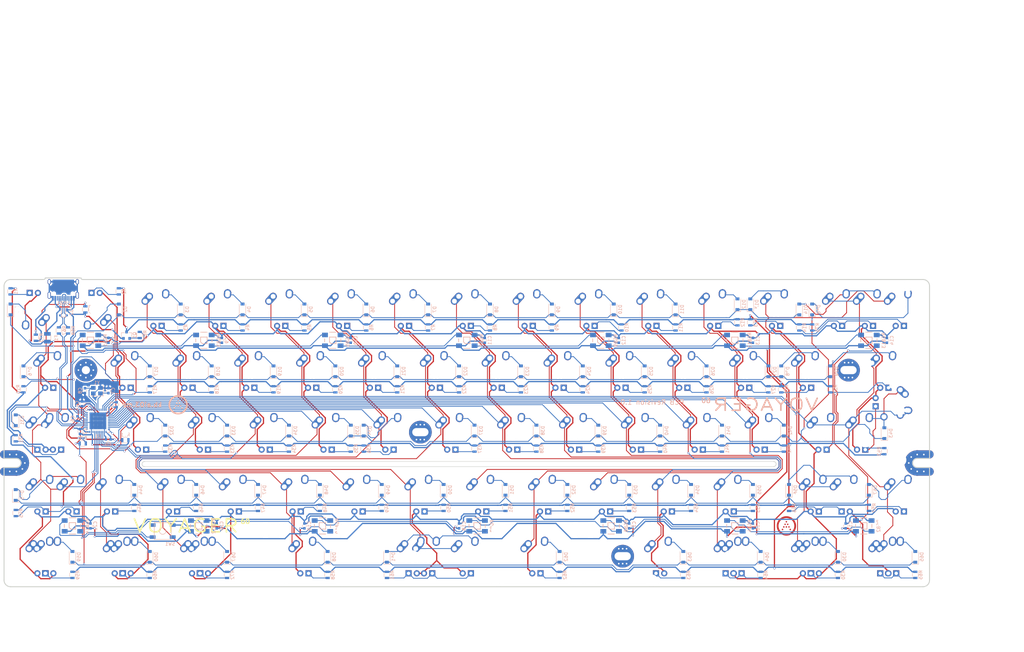
<source format=kicad_pcb>
(kicad_pcb (version 20210228) (generator pcbnew)
  (layers (0 "F.Cu" signal) (31 "B.Cu" signal) (34 "B.Paste" user) (35 "F.Paste" user) (36 "B.SilkS" user "B.Silkscreen") (37 "F.SilkS" user "F.Silkscreen") (38 "B.Mask" user) (39 "F.Mask" user) (44 "Edge.Cuts" user))
  (net 0 "")
  (net 1 "Net-(D1-Pad2)")
  (net 2 "Net-(D2-Pad2)")
  (net 3 "Net-(D3-Pad2)")
  (net 4 "Net-(D4-Pad2)")
  (net 5 "Net-(D5-Pad2)")
  (net 6 "Net-(D6-Pad2)")
  (net 7 "Net-(D7-Pad2)")
  (net 8 "Net-(D8-Pad2)")
  (net 9 "Net-(D9-Pad2)")
  (net 10 "Net-(D10-Pad2)")
  (net 11 "Net-(D11-Pad2)")
  (net 12 "Net-(D12-Pad2)")
  (net 13 "Net-(D13-Pad2)")
  (net 14 "Net-(D14-Pad2)")
  (net 15 "Net-(D16-Pad2)")
  (net 16 "Net-(D17-Pad2)")
  (net 17 "Net-(D18-Pad2)")
  (net 18 "Net-(D19-Pad2)")
  (net 19 "Net-(D20-Pad2)")
  (net 20 "Net-(D21-Pad2)")
  (net 21 "Net-(D22-Pad2)")
  (net 22 "Net-(D23-Pad2)")
  (net 23 "Net-(D24-Pad2)")
  (net 24 "Net-(D25-Pad2)")
  (net 25 "Net-(D26-Pad2)")
  (net 26 "Net-(D27-Pad2)")
  (net 27 "Net-(D28-Pad2)")
  (net 28 "Net-(D29-Pad2)")
  (net 29 "Net-(D30-Pad2)")
  (net 30 "Net-(D31-Pad2)")
  (net 31 "Net-(D32-Pad2)")
  (net 32 "Net-(D33-Pad2)")
  (net 33 "Net-(D34-Pad2)")
  (net 34 "Net-(D35-Pad2)")
  (net 35 "Net-(D36-Pad2)")
  (net 36 "Net-(D37-Pad2)")
  (net 37 "Net-(D38-Pad2)")
  (net 38 "Net-(D39-Pad2)")
  (net 39 "Net-(D40-Pad2)")
  (net 40 "Net-(D41-Pad2)")
  (net 41 "Net-(D42-Pad2)")
  (net 42 "Net-(D43-Pad2)")
  (net 43 "Net-(D44-Pad2)")
  (net 44 "Net-(D45-Pad2)")
  (net 45 "Net-(D46-Pad2)")
  (net 46 "Net-(D47-Pad2)")
  (net 47 "Net-(D48-Pad2)")
  (net 48 "Net-(D49-Pad2)")
  (net 49 "Net-(D50-Pad2)")
  (net 50 "Net-(D51-Pad2)")
  (net 51 "Net-(D52-Pad2)")
  (net 52 "Net-(D53-Pad2)")
  (net 53 "Net-(D54-Pad2)")
  (net 54 "Net-(D55-Pad2)")
  (net 55 "Net-(D56-Pad2)")
  (net 56 "Net-(D57-Pad2)")
  (net 57 "Net-(D58-Pad2)")
  (net 58 "Net-(D59-Pad2)")
  (net 59 "Net-(D60-Pad2)")
  (net 60 "Net-(D61-Pad2)")
  (net 61 "Net-(D62-Pad2)")
  (net 62 "Net-(D63-Pad2)")
  (net 63 "Net-(D64-Pad2)")
  (net 64 "Net-(D65-Pad2)")
  (net 65 "Net-(K_#1-Pad4)")
  (net 66 "Net-(K_#2-Pad4)")
  (net 67 "Net-(K_#3-Pad4)")
  (net 68 "Net-(K_#4-Pad4)")
  (net 69 "Net-(K_#5-Pad4)")
  (net 70 "Net-(K_#6-Pad4)")
  (net 71 "Net-(K_#7-Pad4)")
  (net 72 "Net-(K_#8-Pad4)")
  (net 73 "Net-(K_#9-Pad4)")
  (net 74 "Net-(K_#10-Pad4)")
  (net 75 "Net-(K_'1-Pad4)")
  (net 76 "Net-(K_,1-Pad4)")
  (net 77 "Net-(K_-1-Pad4)")
  (net 78 "Net-(K_.1-Pad4)")
  (net 79 "Net-(K_/1-Pad4)")
  (net 80 "Net-(K_;1-Pad4)")
  (net 81 "Net-(K_=1-Pad4)")
  (net 82 "Net-(K_A1-Pad4)")
  (net 83 "Net-(K_ALT1-Pad4)")
  (net 84 "Net-(K_B1-Pad4)")
  (net 85 "Net-(K_BACK1-Pad4)")
  (net 86 "Net-(K_C1-Pad4)")
  (net 87 "Net-(K_CAPS1-Pad4)")
  (net 88 "Net-(K_CTRL1-Pad4)")
  (net 89 "Net-(K_D1-Pad4)")
  (net 90 "Net-(K_E1-Pad4)")
  (net 91 "Net-(K_ENTER1-Pad4)")
  (net 92 "Net-(K_ESC1-Pad4)")
  (net 93 "Net-(K_F1-Pad4)")
  (net 94 "Net-(K_G1-Pad4)")
  (net 95 "Net-(K_H1-Pad4)")
  (net 96 "Net-(K_I1-Pad4)")
  (net 97 "Net-(K_J1-Pad4)")
  (net 98 "Net-(K_K1-Pad4)")
  (net 99 "Net-(K_L1-Pad4)")
  (net 100 "Net-(K_M1-Pad4)")
  (net 101 "Net-(K_N1-Pad4)")
  (net 102 "Net-(K_O1-Pad4)")
  (net 103 "Net-(K_P1-Pad4)")
  (net 104 "Net-(K_Q1-Pad4)")
  (net 105 "Net-(K_R1-Pad4)")
  (net 106 "Net-(K_S1-Pad4)")
  (net 107 "Net-(K_SHIFT1-Pad4)")
  (net 108 "Net-(K_SPACE1-Pad4)")
  (net 109 "Net-(K_T1-Pad4)")
  (net 110 "Net-(K_TAB1-Pad4)")
  (net 111 "Net-(K_U1-Pad4)")
  (net 112 "Net-(K_V1-Pad4)")
  (net 113 "Net-(K_W1-Pad4)")
  (net 114 "Net-(K_X1-Pad4)")
  (net 115 "Net-(K_Y1-Pad4)")
  (net 116 "Net-(K_Z1-Pad4)")
  (net 117 "Net-(K_[1-Pad4)")
  (net 118 "Net-(K_\\1-Pad4)")
  (net 119 "Net-(K_]1-Pad4)")
  (net 120 "ROW0")
  (net 121 "ROW1")
  (net 122 "ROW2")
  (net 123 "ROW3")
  (net 124 "ROW4")
  (net 125 "COL1")
  (net 126 "+5V")
  (net 127 "COL2")
  (net 128 "COL3")
  (net 129 "COL4")
  (net 130 "COL5")
  (net 131 "COL6")
  (net 132 "COL7")
  (net 133 "COL8")
  (net 134 "COL9")
  (net 135 "COL10")
  (net 136 "COL11")
  (net 137 "COL12")
  (net 138 "COL13")
  (net 139 "COL0")
  (net 140 "LEDGND")
  (net 141 "GND")
  (net 142 "Net-(R68-Pad2)")
  (net 143 "Net-(R67-Pad2)")
  (net 144 "VCC")
  (net 145 "Net-(C6-Pad1)")
  (net 146 "Net-(C7-Pad1)")
  (net 147 "Net-(C8-Pad1)")
  (net 148 "D-")
  (net 149 "D+")
  (net 150 "Net-(Q1-Pad1)")
  (net 151 "Net-(R69-Pad2)")
  (net 152 "Net-(R70-Pad2)")
  (net 153 "Net-(R71-Pad2)")
  (net 154 "Net-(U1-Pad1)")
  (net 155 "Net-(U1-Pad8)")
  (net 156 "Net-(U1-Pad42)")
  (net 157 "Net-(D67-Pad2)")
  (net 158 "Net-(R73-Pad2)")
  (net 159 "Net-(R74-Pad2)")
  (net 160 "Net-(USB1-Pad9)")
  (net 161 "Net-(USB1-Pad3)")
  (net 162 "Net-(D68-Pad2)")
  (net 163 "Net-(K_SBACK2-Pad4)")
  (net 164 "Net-(K_RALT2-Pad4)")
  (net 165 "Net-(K_RALT3-Pad4)")
  (net 166 "Net-(K_RCTRL2-Pad4)")
  (net 167 "Net-(K_RMENU2-Pad4)")
  (net 168 "Net-(K_WIN1-Pad4)")
  (net 169 "Net-(K_RSHIFT1-Pad4)")
  (net 170 "Net-(K_SRSHIFT2-Pad4)")
  (net 171 "Net-(K_SHIFT3-Pad4)")
  (net 172 "Net-(K_SPACE3-Pad4)")
  (net 173 "Net-(K_SPACE4-Pad4)")
  (net 174 "Net-(U1-Pad18)")
  (net 175 "Net-(U1-Pad19)")
  (net 176 "Net-(RGB1-Pad2)")
  (net 177 "RGBLED")
  (net 178 "Net-(RGB13-Pad2)")
  (net 179 "Net-(RGB2-Pad2)")
  (net 180 "Net-(RGB3-Pad2)")
  (net 181 "Net-(RGB4-Pad2)")
  (net 182 "Net-(RGB5-Pad2)")
  (net 183 "Net-(RGB6-Pad2)")
  (net 184 "Net-(RGB7-Pad2)")
  (net 185 "Net-(RGB10-Pad4)")
  (net 186 "Net-(RGB11-Pad4)")
  (net 187 "Net-(RGB10-Pad2)")
  (net 188 "Net-(RGB11-Pad2)")
  (net 189 "Net-(RGB12-Pad2)")
  (net 190 "Net-(RGB14-Pad2)")
  (footprint "locallib:60_Outline-Modded" (layer "F.Cu") (at 165.1 69.85)
    (fp_text reference "REF**" hide)
    (fp_text value "60_Outline" hide)
    (fp_line (start -138.7 7.8) (end -142.5 7.8) (layer "Edge.Cuts") (width 0.3))
    (fp_line (start 142.5 10.6) (end 142.5 45.3) (layer "Edge.Cuts") (width 0.3))
    (fp_line (start -129.8 -47.8) (end -118.8 -47.8) (layer "Edge.Cuts") (width 0.3))
    (fp_line (start -140.5 47.3) (end 140.5 47.3) (layer "Edge.Cuts") (width 0.3))
    (fp_line (start -142.5 45.3) (end -142.5 10.6) (layer "Edge.Cuts") (width 0.3))
    (fp_line (start -142.5 10.6) (end -138.7 10.6) (layer "Edge.Cuts") (width 0.3))
    (fp_line (start 140.5 -47.3) (end -118.3 -47.3) (layer "Edge.Cuts") (width 0.3))
    (fp_line (start 138.7 10.6) (end 142.5 10.6) (layer "Edge.Cuts") (width 0.3))
    (fp_line (start -142.5 7.8) (end -142.5 -45.3) (layer "Edge.Cuts") (width 0.3))
    (fp_line (start 138.7 7.8) (end 142.5 7.8) (layer "Edge.Cuts") (width 0.3))
    (fp_line (start 142.5 7.8) (end 142.5 -45.3) (layer "Edge.Cuts") (width 0.3))
    (fp_line (start -140.5 -47.3) (end -130.3 -47.3) (layer "Edge.Cuts") (width 0.3))
    (fp_arc (start 140.5 -45.3) (end 140.5 -47.3) (angle 90) (layer "Edge.Cuts") (width 0.3))
    (fp_arc (start -138.7 9.2) (end -138.7 7.8) (angle 90) (layer "Edge.Cuts") (width 0.3))
    (fp_arc (start -140.5 45.3) (end -140.5 47.3) (angle 90) (layer "Edge.Cuts") (width 0.3))
    (fp_arc (start -130.3 -47.8) (end -129.8 -47.8) (angle 90) (layer "Edge.Cuts") (width 0.3))
    (fp_arc (start 138.7 9.2) (end 138.7 7.8) (angle -90) (layer "Edge.Cuts") (width 0.3))
    (fp_arc (start -140.5 -45.3) (end -142.5 -45.3) (angle 90) (layer "Edge.Cuts") (width 0.3))
    (fp_arc (start 140.5 45.3) (end 142.5 45.3) (angle 90) (layer "Edge.Cuts") (width 0.3))
    (fp_arc (start 138.7 9.2) (end 137.3 9.2) (angle -90) (layer "Edge.Cuts") (width 0.3))
    (fp_arc (start -118.3 -47.8) (end -118.3 -47.3) (angle 90) (layer "Edge.Cuts") (width 0.3))
    (fp_arc (start -138.7 9.2) (end -137.3 9.2) (angle 90) (layer "Edge.Cuts") (width 0.3))
  )
  (footprint "MX_Alps_Hybrid:MX-1U" (layer "F.Cu") (at 207.9625 88.9)
    (fp_text reference "K_,1")
    (fp_text value "MX-1U")
  )
  (footprint "MX_Alps_Hybrid:MX-1U" (layer "F.Cu") (at 227.0125 88.9)
    (fp_text reference "K_.1")
    (fp_text value "MX-1U")
  )
  (footprint "MX_Alps_Hybrid:MX-1U" (layer "F.Cu") (at 50.8 31.75 180)
    (fp_text reference "K_#1")
    (fp_text value "MX-1U")
  )
  (footprint "MX_Alps_Hybrid:MX-1U" (layer "F.Cu") (at 69.85 31.75)
    (fp_text reference "K_#2")
    (fp_text value "MX-1U")
  )
  (footprint "MX_Alps_Hybrid:MX-1U" (layer "F.Cu") (at 88.9 31.75)
    (fp_text reference "K_#3")
    (fp_text value "MX-1U")
  )
  (footprint "MX_Alps_Hybrid:MX-1U" (layer "F.Cu") (at 107.95 31.75)
    (fp_text reference "K_#4")
    (fp_text value "MX-1U")
  )
  (footprint "MX_Alps_Hybrid:MX-1U" (layer "F.Cu") (at 127 31.75)
    (fp_text reference "K_#5")
    (fp_text value "MX-1U")
  )
  (footprint "MX_Alps_Hybrid:MX-1U" (layer "F.Cu") (at 146.05 31.75)
    (fp_text reference "K_#6")
    (fp_text value "MX-1U")
  )
  (footprint "MX_Alps_Hybrid:MX-1U" (layer "F.Cu") (at 165.1 31.75)
    (fp_text reference "K_#7")
    (fp_text value "MX-1U")
  )
  (footprint "MX_Alps_Hybrid:MX-1U" (layer "F.Cu") (at 184.15 31.75)
    (fp_text reference "K_#8")
    (fp_text value "MX-1U")
  )
  (footprint "MX_Alps_Hybrid:MX-1U" (layer "F.Cu") (at 203.2 31.75)
    (fp_text reference "K_#9")
    (fp_text value "MX-1U")
  )
  (footprint "MX_Alps_Hybrid:MX-1U" (layer "F.Cu") (at 222.25 31.75)
    (fp_text reference "K_#10")
    (fp_text value "MX-1U")
  )
  (footprint "MX_Alps_Hybrid:MX-1U" (layer "F.Cu") (at 255.5875 69.85)
    (fp_text reference "K_'1")
    (fp_text value "MX-1U")
  )
  (footprint "MX_Alps_Hybrid:MX-1U" (layer "F.Cu") (at 241.3 31.75)
    (fp_text reference "K_-1")
    (fp_text value "MX-1U")
  )
  (footprint "MX_Alps_Hybrid:MX-1U" (layer "F.Cu") (at 246.0625 88.9)
    (fp_text reference "K_/1")
    (fp_text value "MX-1U")
  )
  (footprint "MX_Alps_Hybrid:MX-1U" (layer "F.Cu") (at 236.5375 69.85)
    (fp_text reference "K_;1")
    (fp_text value "MX-1U")
  )
  (footprint "MX_Alps_Hybrid:MX-1U" (layer "F.Cu") (at 260.35 31.75)
    (fp_text reference "K_=1")
    (fp_text value "MX-1U")
  )
  (footprint "MX_Alps_Hybrid:MX-1U" (layer "F.Cu") (at 250.825 50.8)
    (fp_text reference "K_[1")
    (fp_text value "MX-1U")
  )
  (footprint "MX_Alps_Hybrid:MX-1.5U" (layer "F.Cu") (at 293.6875 50.8)
    (fp_text reference "K_\\1")
    (fp_text value "MX-1.5U")
  )
  (footprint "MX_Alps_Hybrid:MX-1U" (layer "F.Cu") (at 274.6375 69.85)
    (fp_text reference "K_\\2")
    (fp_text value "MX-1U")
  )
  (footprint "MX_Alps_Hybrid:MX-1U" (layer "F.Cu") (at 269.875 50.8)
    (fp_text reference "K_]1")
    (fp_text value "MX-1U")
  )
  (footprint "MX_Alps_Hybrid:MX-1U" (layer "F.Cu") (at 65.0875 69.85)
    (fp_text reference "K_A1")
    (fp_text value "MX-1U")
  )
  (footprint "MX_Alps_Hybrid:MX-1.25U" (layer "F.Cu") (at 81.75625 107.95)
    (fp_text reference "K_ALT1")
    (fp_text value "MX-1.25U")
  )
  (footprint "MX_Alps_Hybrid:MX-1.5U-FLIPPED" (layer "F.Cu") (at 84.1375 107.95)
    (fp_text reference "K_ALT2")
    (fp_text value "MX-1.5U")
  )
  (footprint "MX_Alps_Hybrid:MX-1U" (layer "F.Cu") (at 150.8125 88.9)
    (fp_text reference "K_B1")
    (fp_text value "MX-1U")
  )
  (footprint "MX_Alps_Hybrid:MX-2U" (layer "F.Cu") (at 288.925 31.75)
    (fp_text reference "K_BACK1")
    (fp_text value "MX-2U")
  )
  (footprint "MX_Alps_Hybrid:MX-1U" (layer "F.Cu") (at 112.7125 88.9)
    (fp_text reference "K_C1")
    (fp_text value "MX-1U")
  )
  (footprint "MX_Alps_Hybrid:MX-1.75U" (layer "F.Cu") (at 38.89375 69.85)
    (fp_text reference "K_CAPS1")
    (fp_text value "MX-1.75U")
  )
  (footprint "MX_Alps_Hybrid:MX-1.25U-FLIPPED" (layer "F.Cu") (at 34.13125 69.85)
    (fp_text reference "K_CAPS2")
    (fp_text value "MX-1.25U")
  )
  (footprint "MX_Alps_Hybrid:MX-1.25U" (layer "F.Cu") (at 34.13125 107.95)
    (fp_text reference "K_CTRL1")
    (fp_text value "MX-1.25U")
  )
  (footprint "MX_Alps_Hybrid:MX-1.5U-FLIPPED" (layer "F.Cu") (at 36.5125 107.95)
    (fp_text reference "K_CTRL2")
    (fp_text value "MX-1.5U")
  )
  (footprint "MX_Alps_Hybrid:MX-1U" (layer "F.Cu") (at 103.1875 69.85)
    (fp_text reference "K_D1")
    (fp_text value "MX-1U")
  )
  (footprint "MX_Alps_Hybrid:MX-1U" (layer "F.Cu") (at 98.425 50.8)
    (fp_text reference "K_E1")
    (fp_text value "MX-1U")
  )
  (footprint "MX_Alps_Hybrid:MX-2.25U" (layer "F.Cu") (at 286.54375 69.85)
    (fp_text reference "K_ENTER1")
    (fp_text value "MX-2.25U")
  )
  (footprint "MX_Alps_Hybrid:MX-ISO-ReversedStabilizers" (layer "F.Cu") (at 296.06875 60.325)
    (fp_text reference "K_ENTER2")
    (fp_text value "MX-ISO")
  )
  (footprint "MX_Alps_Hybrid:MX-1U" (layer "F.Cu") (at 31.75 31.75 180)
    (fp_text reference "K_ESC1")
    (fp_text value "MX-1U")
  )
  (footprint "MX_Alps_Hybrid:MX-1U" (layer "F.Cu") (at 122.2375 69.85)
    (fp_text reference "K_F1")
    (fp_text value "MX-1U")
  )
  (footprint "MX_Alps_Hybrid:MX-1U" (layer "F.Cu") (at 141.2875 69.85)
    (fp_text reference "K_G1")
    (fp_text value "MX-1U")
  )
  (footprint "MX_Alps_Hybrid:MX-1U" (layer "F.Cu") (at 160.3375 69.85)
    (fp_text reference "K_H1")
    (fp_text value "MX-1U")
  )
  (footprint "MX_Alps_Hybrid:MX-1U" (layer "F.Cu") (at 193.675 50.8)
    (fp_text reference "K_I1")
    (fp_text value "MX-1U")
  )
  (footprint "MX_Alps_Hybrid:MX-1U" (layer "F.Cu") (at 179.3875 69.85)
    (fp_text reference "K_J1")
    (fp_text value "MX-1U")
  )
  (footprint "MX_Alps_Hybrid:MX-1U" (layer "F.Cu") (at 198.4375 69.85)
    (fp_text reference "K_K1")
    (fp_text value "MX-1U")
  )
  (footprint "MX_Alps_Hybrid:MX-1U" (layer "F.Cu") (at 217.4875 69.85)
    (fp_text reference "K_L1")
    (fp_text value "MX-1U")
  )
  (footprint "MX_Alps_Hybrid:MX-1U" (layer "F.Cu") (at 188.9125 88.9)
    (fp_text reference "K_M1")
    (fp_text value "MX-1U")
  )
  (footprint "MX_Alps_Hybrid:MX-1U" (layer "F.Cu") (at 169.8625 88.9)
    (fp_text reference "K_N1")
    (fp_text value "MX-1U")
  )
  (footprint "MX_Alps_Hybrid:MX-1U" (layer "F.Cu") (at 212.725 50.8)
    (fp_text reference "K_O1")
    (fp_text value "MX-1U")
  )
  (footprint "MX_Alps_Hybrid:MX-1U" (layer "F.Cu") (at 231.775 50.8)
    (fp_text reference "K_P1")
    (fp_text value "MX-1U")
  )
  (footprint "MX_Alps_Hybrid:MX-1U" (layer "F.Cu") (at 60.325 50.8)
    (fp_text reference "K_Q1")
    (fp_text value "MX-1U")
  )
  (footprint "MX_Alps_Hybrid:MX-1U" (layer "F.Cu") (at 117.475 50.8)
    (fp_text reference "K_R1")
    (fp_text value "MX-1U")
  )
  (footprint "MX_Alps_Hybrid:MX-1.25U-FLIPPED" (layer "F.Cu") (at 224.63125 107.95)
    (fp_text reference "K_RALT2")
    (fp_text value "MX-1.25U")
  )
  (footprint "MX_Alps_Hybrid:MX-1.5U-FLIPPED" (layer "F.Cu") (at 246.0625 107.95)
    (fp_text reference "K_RALT3")
    (fp_text value "MX-1.5U")
  )
  (footprint "MX_Alps_Hybrid:MX-1.25U" (layer "F.Cu") (at 296.06875 107.95)
    (fp_text reference "K_RCTRL2")
    (fp_text value "MX-1.25U")
  )
  (footprint "MX_Alps_Hybrid:MX-1.5U-FLIPPED" (layer "F.Cu") (at 293.6875 107.95)
    (fp_text reference "K_RCTRL3")
    (fp_text value "MX-1.5U")
  )
  (footprint "MX_Alps_Hybrid:MX-1.25U-FLIPPED" (layer "F.Cu") (at 272.25625 107.95)
    (fp_text reference "K_RMENU2")
    (fp_text value "MX-1.25U")
  )
  (footprint "MX_Alps_Hybrid:MX-2.75U-FLIPPED" (layer "F.Cu") (at 281.78125 88.9)
    (fp_text reference "K_RSHIFT1")
    (fp_text value "MX-2.75U")
  )
  (footprint "MX_Alps_Hybrid:MX-1.25U" (layer "F.Cu") (at 248.44375 107.95)
    (fp_text reference "K_RWIN2")
    (fp_text value "MX-1.25U")
  )
  (footprint "MX_Alps_Hybrid:MX-1U" (layer "F.Cu") (at 269.875 107.95)
    (fp_text reference "K_RWIN3")
    (fp_text value "MX-1U")
  )
  (footprint "MX_Alps_Hybrid:MX-1U" (layer "F.Cu") (at 84.1375 69.85)
    (fp_text reference "K_S1")
    (fp_text value "MX-1U")
  )
  (footprint "MX_Alps_Hybrid:MX-1U" (layer "F.Cu") (at 279.4 31.75)
    (fp_text reference "K_SBACK1")
    (fp_text value "MX-1U")
  )
  (footprint "MX_Alps_Hybrid:MX-1U" (layer "F.Cu") (at 298.45 31.75)
    (fp_text reference "K_SBACK2")
    (fp_text value "MX-1U")
  )
  (footprint "MX_Alps_Hybrid:MX-2.25U" (layer "F.Cu") (at 43.65625 88.9)
    (fp_text reference "K_SHIFT1")
    (fp_text value "MX-2.25U")
  )
  (footprint "MX_Alps_Hybrid:MX-1.25U" (layer "F.Cu") (at 34.13125 88.9)
    (fp_text reference "K_SHIFT2")
    (fp_text value "MX-1.25U")
  )
  (footprint "MX_Alps_Hybrid:MX-1U" (layer "F.Cu") (at 55.5625 88.9)
    (fp_text reference "K_SHIFT3")
    (fp_text value "MX-1U")
  )
  (footprint "MX_Alps_Hybrid:MX-7U-ReversedStabilizers" (layer "F.Cu") (at 165.1 107.95)
    (fp_text reference "K_SPACE1")
    (fp_text value "MX-7U")
  )
  (footprint "MX_Alps_Hybrid:MX-6.25U-ReversedStabilizers" (layer "F.Cu") (at 153.19375 107.95)
    (fp_text reference "K_SPACE2")
    (fp_text value "MX-6.25U")
  )
  (footprint "MX_Alps_Hybrid:MX-2.25U-ReversedStabilizers" (layer "F.Cu") (at 115.09375 107.95)
    (fp_text reference "K_SPACE3")
    (fp_text value "MX-2.25U")
  )
  (footprint "MX_Alps_Hybrid:MX-2.75U-ReversedStabilizers" (layer "F.Cu") (at 186.53125 107.95)
    (fp_text reference "K_SPACE4")
    (fp_text value "MX-2.75U")
  )
  (footprint "MX_Alps_Hybrid:MX-1.25U-FLIPPED" (layer "F.Cu") (at 148.43125 107.95)
    (fp_text reference "K_SPACE5")
    (fp_text value "MX-1.25U")
  )
  (footprint "MX_Alps_Hybrid:MX-1.75U" (layer "F.Cu") (at 272.25625 88.9)
    (fp_text reference "K_SRSHIFT1")
    (fp_text value "MX-1.75U")
  )
  (footprint "MX_Alps_Hybrid:MX-1U" (layer "F.Cu") (at 298.45 88.9)
    (fp_text reference "K_SRSHIFT2")
    (fp_text value "MX-1U")
  )
  (footprint "MX_Alps_Hybrid:MX-1U" (layer "F.Cu") (at 136.525 50.8)
    (fp_text reference "K_T1")
    (fp_text value "MX-1U")
  )
  (footprint "MX_Alps_Hybrid:MX-1.5U" (layer "F.Cu") (at 36.5125 50.8)
    (fp_text reference "K_TAB1")
    (fp_text value "MX-1.5U")
  )
  (footprint "MX_Alps_Hybrid:MX-1U" (layer "F.Cu") (at 174.625 50.8)
    (fp_text reference "K_U1")
    (fp_text value "MX-1U")
  )
  (footprint "MX_Alps_Hybrid:MX-1U" (layer "F.Cu") (at 131.7625 88.9)
    (fp_text reference "K_V1")
    (fp_text value "MX-1U")
  )
  (footprint "MX_Alps_Hybrid:MX-1U" (layer "F.Cu") (at 79.375 50.8)
    (fp_text reference "K_W1")
    (fp_text value "MX-1U")
  )
  (footprint "MX_Alps_Hybrid:MX-1.25U" (layer "F.Cu") (at 57.94375 107.95)
    (fp_text reference "K_WIN1")
    (fp_text value "MX-1.25U")
  )
  (footprint "MX_Alps_Hybrid:MX-1U-FLIPPED" (layer "F.Cu") (at 60.325 107.95)
    (fp_text reference "K_WIN2")
    (fp_text value "MX-1U")
  )
  (footprint "MX_Alps_Hybrid:MX-1U" (layer "F.Cu") (at 93.6625 88.9)
    (fp_text reference "K_X1")
    (fp_text value "MX-1U")
  )
  (footprint "MX_Alps_Hybrid:MX-1U" (layer "F.Cu") (at 155.575 50.8)
    (fp_text reference "K_Y1")
    (fp_text value "MX-1U")
  )
  (footprint "MX_Alps_Hybrid:MX-1U" (layer "F.Cu") (at 74.6125 88.9)
    (fp_text reference "K_Z1")
    (fp_text value "MX-1U")
  )
  (footprint "locallib:ai-ring-6mm-FancyAss" (layer "F.Cu") (at 263.525 98.425)
    (fp_text reference "G***" hide)
    (fp_text value "LOGO" hide)
  )
  (footprint "locallib:ai-ring-6mm-FancyAss-Mask" (layer "F.Cu") (at 263.525 98.425)
    (fp_text reference "G***" hide)
    (fp_text value "LOGO" hide)
  )
  (footprint "Diodes_SMD:D_SOD-123" (layer "B.Cu") (at 24.60625 31.75 90)
    (fp_text reference "D1")
    (fp_text value "SOD-123")
  )
  (footprint "Diodes_SMD:D_SOD-123" (layer "B.Cu") (at 57.94375 31.75 90)
    (fp_text reference "D2")
    (fp_text value "SOD-123")
  )
  (footprint "Diodes_SMD:D_SOD-123" (layer "B.Cu") (at 76.99375 31.75 90)
    (fp_text reference "D3")
    (fp_text value "SOD-123")
  )
  (footprint "Diodes_SMD:D_SOD-123" (layer "B.Cu") (at 96.04375 31.75 90)
    (fp_text reference "D4")
    (fp_text value "SOD-123")
  )
  (footprint "Diodes_SMD:D_SOD-123" (layer "B.Cu") (at 115.09375 31.75 90)
    (fp_text reference "D5")
    (fp_text value "SOD-123")
  )
  (footprint "Diodes_SMD:D_SOD-123" (layer "B.Cu") (at 134.14375 31.75 90)
    (fp_text reference "D6")
    (fp_text value "SOD-123")
  )
  (footprint "Diodes_SMD:D_SOD-123" (layer "B.Cu") (at 153.19375 31.75 90)
    (fp_text reference "D7")
    (fp_text value "SOD-123")
  )
  (footprint "Diodes_SMD:D_SOD-123" (layer "B.Cu") (at 172.24375 31.75 90)
    (fp_text reference "D8")
    (fp_text value "SOD-123")
  )
  (footprint "Diodes_SMD:D_SOD-123" (layer "B.Cu") (at 191.29375 31.75 90)
    (fp_text reference "D9")
    (fp_text value "SOD-123")
  )
  (footprint "Diodes_SMD:D_SOD-123" (layer "B.Cu") (at 210.34375 31.75 90)
    (fp_text reference "D10")
    (fp_text value "SOD-123")
  )
  (footprint "Diodes_SMD:D_SOD-123" (layer "B.Cu") (at 229.39375 31.75 90)
    (fp_text reference "D11")
    (fp_text value "SOD-123")
  )
  (footprint "Diodes_SMD:D_SOD-123" (layer "B.Cu") (at 248.44375 30.1625 90)
    (fp_text reference "D12")
    (fp_text value "SOD-123")
  )
  (footprint "Diodes_SMD:D_SOD-123" (layer "B.Cu") (at 252.4125 30.1625 90)
    (fp_text reference "D13")
    (fp_text value "SOD-123")
  )
  (footprint "Diodes_SMD:D_SOD-123" (layer "B.Cu") (at 267.49375 31.75 90)
    (fp_text reference "D14")
    (fp_text value "SOD-123")
  )
  (footprint "Diodes_SMD:D_SOD-123" (layer "B.Cu") (at 28.575 50.8 90)
    (fp_text reference "D16")
    (fp_text value "SOD-123")
  )
  (footprint "Diodes_SMD:D_SOD-123" (layer "B.Cu") (at 67.46875 50.8 90)
    (fp_text reference "D17")
    (fp_text value "SOD-123")
  )
  (footprint "Diodes_SMD:D_SOD-123" (layer "B.Cu") (at 86.51875 50.8 90)
    (fp_text reference "D18")
    (fp_text value "SOD-123")
  )
  (footprint "Diodes_SMD:D_SOD-123" (layer "B.Cu") (at 105.56875 50.8 90)
    (fp_text reference "D19")
    (fp_text value "SOD-123")
  )
  (footprint "Diodes_SMD:D_SOD-123" (layer "B.Cu") (at 124.61875 50.8 90)
    (fp_text reference "D20")
    (fp_text value "SOD-123")
  )
  (footprint "Diodes_SMD:D_SOD-123" (layer "B.Cu") (at 143.66875 50.8 90)
    (fp_text reference "D21")
    (fp_text value "SOD-123")
  )
  (footprint "Diodes_SMD:D_SOD-123" (layer "B.Cu") (at 162.71875 50.8 90)
    (fp_text reference "D22")
    (fp_text value "SOD-123")
  )
  (footprint "Diodes_SMD:D_SOD-123" (layer "B.Cu") (at 181.76875 50.8 90)
    (fp_text reference "D23")
    (fp_text value "SOD-123")
  )
  (footprint "Diodes_SMD:D_SOD-123" (layer "B.Cu") (at 200.81875 50.8 90)
    (fp_text reference "D24")
    (fp_text value "SOD-123")
  )
  (footprint "Diodes_SMD:D_SOD-123" (layer "B.Cu") (at 219.86875 50.8 90)
    (fp_text reference "D25")
    (fp_text value "SOD-123")
  )
  (footprint "Diodes_SMD:D_SOD-123" (layer "B.Cu") (at 238.91875 50.8 90)
    (fp_text reference "D26")
    (fp_text value "SOD-123")
  )
  (footprint "Diodes_SMD:D_SOD-123" (layer "B.Cu") (at 257.96875 50.8 90)
    (fp_text reference "D27")
    (fp_text value "SOD-123")
  )
  (footprint "Diodes_SMD:D_SOD-123" (layer "B.Cu") (at 261.9375 50.8 90)
    (fp_text reference "D28")
    (fp_text value "SOD-123")
  )
  (footprint "Diodes_SMD:D_SOD-123" (layer "B.Cu") (at 277.01875 50.8 90)
    (fp_text reference "D29")
    (fp_text value "SOD-123")
  )
  (footprint "Diodes_SMD:D_SOD-123" (layer "B.Cu") (at 279.4 107.95 90)
    (fp_text reference "D30")
    (fp_text value "SOD-123")
  )
  (footprint "Diodes_SMD:D_SOD-123" (layer "B.Cu") (at 26.19375 65.88125 90)
    (fp_text reference "D31")
    (fp_text value "SOD-123")
  )
  (footprint "Diodes_SMD:D_SOD-123" (layer "B.Cu") (at 72.23125 69.05625 90)
    (fp_text reference "D32")
    (fp_text value "SOD-123")
  )
  (footprint "Diodes_SMD:D_SOD-123" (layer "B.Cu") (at 91.28125 69.05625 90)
    (fp_text reference "D33")
    (fp_text value "SOD-123")
  )
  (footprint "Diodes_SMD:D_SOD-123" (layer "B.Cu") (at 110.33125 69.05625 90)
    (fp_text reference "D34")
    (fp_text value "SOD-123")
  )
  (footprint "Diodes_SMD:D_SOD-123" (layer "B.Cu") (at 129.38125 69.05625 90)
    (fp_text reference "D35")
    (fp_text value "SOD-123")
  )
  (footprint "Diodes_SMD:D_SOD-123" (layer "B.Cu") (at 133.35 69.05625 90)
    (fp_text reference "D36")
    (fp_text value "SOD-123")
  )
  (footprint "Diodes_SMD:D_SOD-123" (layer "B.Cu") (at 167.48125 69.05625 90)
    (fp_text reference "D37")
    (fp_text value "SOD-123")
  )
  (footprint "Diodes_SMD:D_SOD-123" (layer "B.Cu") (at 186.53125 69.05625 90)
    (fp_text reference "D38")
    (fp_text value "SOD-123")
  )
  (footprint "Diodes_SMD:D_SOD-123" (layer "B.Cu") (at 205.58125 69.05625 90)
    (fp_text reference "D39")
    (fp_text value "SOD-123")
  )
  (footprint "Diodes_SMD:D_SOD-123" (layer "B.Cu") (at 224.63125 69.05625 90)
    (fp_text reference "D40")
    (fp_text value "SOD-123")
  )
  (footprint "Diodes_SMD:D_SOD-123" (layer "B.Cu") (at 243.68125 69.05625 90)
    (fp_text reference "D41")
    (fp_text value "SOD-123")
  )
  (footprint "Diodes_SMD:D_SOD-123" (layer "B.Cu") (at 262.73125 69.05625 90)
    (fp_text reference "D42")
    (fp_text value "SOD-123")
  )
  (footprint "Diodes_SMD:D_SOD-123" (layer "B.Cu") (at 26.19375 88.9 90)
    (fp_text reference "D45")
    (fp_text value "SOD-123")
  )
  (footprint "Diodes_SMD:D_SOD-123" (layer "B.Cu") (at 81.75625 87.3125 90)
    (fp_text reference "D46")
    (fp_text value "SOD-123")
  )
  (footprint "Diodes_SMD:D_SOD-123" (layer "B.Cu") (at 119.85625 87.3125 90)
    (fp_text reference "D48")
    (fp_text value "SOD-123")
  )
  (footprint "Diodes_SMD:D_SOD-123" (layer "B.Cu") (at 138.90625 87.3125 90)
    (fp_text reference "D49")
    (fp_text value "SOD-123")
  )
  (footprint "Diodes_SMD:D_SOD-123" (layer "B.Cu") (at 157.95625 87.3125 90)
    (fp_text reference "D50")
    (fp_text value "SOD-123")
  )
  (footprint "Diodes_SMD:D_SOD-123" (layer "B.Cu") (at 177.00625 87.3125 90)
    (fp_text reference "D51")
    (fp_text value "SOD-123")
  )
  (footprint "Diodes_SMD:D_SOD-123" (layer "B.Cu") (at 196.05625 87.3125 90)
    (fp_text reference "D52")
    (fp_text value "SOD-123")
  )
  (footprint "Diodes_SMD:D_SOD-123" (layer "B.Cu") (at 215.10625 87.3125 90)
    (fp_text reference "D53")
    (fp_text value "SOD-123")
  )
  (footprint "Diodes_SMD:D_SOD-123" (layer "B.Cu") (at 234.15625 87.3125 90)
    (fp_text reference "D54")
    (fp_text value "SOD-123")
  )
  (footprint "Diodes_SMD:D_SOD-123" (layer "B.Cu") (at 253.20625 87.3125 90)
    (fp_text reference "D55")
    (fp_text value "SOD-123")
  )
  (footprint "Diodes_SMD:D_SOD-123" (layer "B.Cu") (at 264.31875 87.3125 90)
    (fp_text reference "D56")
    (fp_text value "SOD-123")
  )
  (footprint "Diodes_SMD:D_SOD-123" (layer "B.Cu") (at 288.925 87.3125 90)
    (fp_text reference "D57")
    (fp_text value "SOD-123")
  )
  (footprint "Diodes_SMD:D_SOD-123" (layer "B.Cu") (at 43.65625 107.95 90)
    (fp_text reference "D59")
    (fp_text value "SOD-123")
  )
  (footprint "Diodes_SMD:D_SOD-123" (layer "B.Cu") (at 67.46875 107.95 90)
    (fp_text reference "D60")
    (fp_text value "SOD-123")
  )
  (footprint "Diodes_SMD:D_SOD-123" (layer "B.Cu") (at 140.49375 107.95 90)
    (fp_text reference "D61")
    (fp_text value "SOD-123")
  )
  (footprint "Diodes_SMD:D_SOD-123" (layer "B.Cu") (at 231.775 107.95 90)
    (fp_text reference "D63")
    (fp_text value "SOD-123")
  )
  (footprint "Diodes_SMD:D_SOD-123" (layer "B.Cu") (at 255.5875 107.95 90)
    (fp_text reference "D64")
    (fp_text value "SOD-123")
  )
  (footprint "Diodes_SMD:D_SOD-123" (layer "B.Cu") (at 303.2125 107.95 90)
    (fp_text reference "D65")
    (fp_text value "SOD-123")
  )
  (footprint "Diodes_SMD:D_SOD-123" (layer "B.Cu") (at 91.28125 107.95 90)
    (fp_text reference "D67")
    (fp_text value "SOD-123")
  )
  (footprint "Diodes_SMD:D_SOD-123" (layer "B.Cu") (at 271.4625 31.75 90)
    (fp_text reference "D68")
    (fp_text value "SOD-123")
  )
  (footprint "Fuse_Holders_and_Fuses:Fuse_SMD1206_Reflow" (layer "B.Cu") (at 35.941 40.48125 90)
    (fp_text reference "F1")
    (fp_text value "500mA")
  )
  (footprint "TO_SOT_Packages_SMD:SOT-23" (layer "B.Cu") (at 60.325 39.6875 90)
    (fp_text reference "Q1")
    (fp_text value "2N7002")
  )
  (footprint "Resistors_SMD:R_0805" (layer "B.Cu") (at 24.60625 26.19375 90)
    (fp_text reference "R1")
    (fp_text value "1k")
  )
  (footprint "Resistors_SMD:R_0805" (layer "B.Cu") (at 57.94375 26.19375 90)
    (fp_text reference "R2")
    (fp_text value "1k")
  )
  (footprint "Resistors_SMD:R_0805" (layer "B.Cu") (at 76.99375 37.30625 90)
    (fp_text reference "R3")
    (fp_text value "1k")
  )
  (footprint "Resistors_SMD:R_0805" (layer "B.Cu") (at 96.04375 37.30625 90)
    (fp_text reference "R4")
    (fp_text value "1k")
  )
  (footprint "Resistors_SMD:R_0805" (layer "B.Cu") (at 115.09375 37.30625 90)
    (fp_text reference "R5")
    (fp_text value "1k")
  )
  (footprint "Resistors_SMD:R_0805" (layer "B.Cu") (at 134.14375 37.30625 90)
    (fp_text reference "R6")
    (fp_text value "1k")
  )
  (footprint "Resistors_SMD:R_0805" (layer "B.Cu") (at 153.19375 37.30625 90)
    (fp_text reference "R7")
    (fp_text value "1k")
  )
  (footprint "Resistors_SMD:R_0805" (layer "B.Cu") (at 172.24375 37.30625 90)
    (fp_text reference "R8")
    (fp_text value "1k")
  )
  (footprint "Resistors_SMD:R_0805" (layer "B.Cu") (at 191.29375 37.30625 90)
    (fp_text reference "R9")
    (fp_text value "1k")
  )
  (footprint "Resistors_SMD:R_0805" (layer "B.Cu") (at 212.725 37.30625 90)
    (fp_text reference "R10")
    (fp_text value "1k")
  )
  (footprint "Resistors_SMD:R_0805" (layer "B.Cu") (at 229.39375 37.30625 90)
    (fp_text reference "R11")
    (fp_text value "1k")
  )
  (footprint "Resistors_SMD:R_0805" (layer "B.Cu") (at 248.44375 35.71875 90)
    (fp_text reference "R12")
    (fp_text value "1k")
  )
  (footprint "Resistors_SMD:R_0805" (layer "B.Cu") (at 252.4125 35.71875 90)
    (fp_text reference "R13")
    (fp_text value "1k")
  )
  (footprint "Resistors_SMD:R_0805" (layer "B.Cu") (at 267.49375 37.30625 90)
    (fp_text reference "R14")
    (fp_text value "1k")
  )
  (footprint "Resistors_SMD:R_0805" (layer "B.Cu") (at 28.575 56.35625 -90)
    (fp_text reference "R16")
    (fp_text value "1k")
  )
  (footprint "Resistors_SMD:R_0805" (layer "B.Cu") (at 67.46875 56.35625 90)
    (fp_text reference "R17")
    (fp_text value "1k")
  )
  (footprint "Resistors_SMD:R_0805" (layer "B.Cu") (at 86.51875 56.35625 90)
    (fp_text reference "R18")
    (fp_text value "1k")
  )
  (footprint "Resistors_SMD:R_0805" (layer "B.Cu") (at 105.56875 56.35625 90)
    (fp_text reference "R19")
    (fp_text value "1k")
  )
  (footprint "Resistors_SMD:R_0805" (layer "B.Cu") (at 124.61875 56.35625 90)
    (fp_text reference "R20")
    (fp_text value "1k")
  )
  (footprint "Resistors_SMD:R_0805" (layer "B.Cu") (at 143.66875 56.35625 90)
    (fp_text reference "R21")
    (fp_text value "1k")
  )
  (footprint "Resistors_SMD:R_0805" (layer "B.Cu") (at 162.71875 56.35625 90)
    (fp_text reference "R22")
    (fp_text value "1k")
  )
  (footprint "Resistors_SMD:R_0805" (layer "B.Cu") (at 181.76875 56.35625 90)
    (fp_text reference "R23")
    (fp_text value "1k")
  )
  (footprint "Resistors_SMD:R_0805" (layer "B.Cu") (at 200.81875 56.35625 90)
    (fp_text reference "R24")
    (fp_text value "1k")
  )
  (footprint "Resistors_SMD:R_0805" (layer "B.Cu") (at 219.86875 56.35625 90)
    (fp_text reference "R25")
    (fp_text value "1k")
  )
  (footprint "Resistors_SMD:R_0805" (layer "B.Cu") (at 238.91875 56.35625 90)
    (fp_text reference "R26")
    (fp_text value "1k")
  )
  (footprint "Resistors_SMD:R_0805" (layer "B.Cu") (at 257.96875 56.35625 90)
    (fp_text reference "R27")
    (fp_text value "1k")
  )
  (footprint "Resistors_SMD:R_0805" (layer "B.Cu") (at 261.9375 56.35625 90)
    (fp_text reference "R28")
    (fp_text value "1k")
  )
  (footprint "Resistors_SMD:R_0805" (layer "B.Cu") (at 277.01875 56.35625 90)
    (fp_text reference "R29")
    (fp_text value "1k")
  )
  (footprint "Resistors_SMD:R_0805" (layer "B.Cu") (at 279.4 113.50625 90)
    (fp_text reference "R30")
    (fp_text value "1k")
  )
  (footprint "Resistors_SMD:R_0805" (layer "B.Cu") (at 26.19375 71.4375 90)
    (fp_text reference "R31")
    (fp_text value "1k")
  )
  (footprint "Resistors_SMD:R_0805" (layer "B.Cu") (at 72.23125 74.6125 90)
    (fp_text reference "R32")
    (fp_text value "1k")
  )
  (footprint "Resistors_SMD:R_0805" (layer "B.Cu") (at 91.28125 74.6125 90)
    (fp_text reference "R33")
    (fp_text value "1k")
  )
  (footprint "Resistors_SMD:R_0805" (layer "B.Cu") (at 110.33125 74.6125 90)
    (fp_text reference "R34")
    (fp_text value "1k")
  )
  (footprint "Resistors_SMD:R_0805" (layer "B.Cu") (at 129.38125 74.6125 90)
    (fp_text reference "R35")
    (fp_text value "1k")
  )
  (footprint "Resistors_SMD:R_0805" (layer "B.Cu") (at 133.35 74.6125 90)
    (fp_text reference "R36")
    (fp_text value "1k")
  )
  (footprint "Resistors_SMD:R_0805" (layer "B.Cu") (at 167.48125 74.6125 90)
    (fp_text reference "R37")
    (fp_text value "1k")
  )
  (footprint "Resistors_SMD:R_0805" (layer "B.Cu") (at 186.53125 74.6125 90)
    (fp_text reference "R38")
    (fp_text value "1k")
  )
  (footprint "Resistors_SMD:R_0805" (layer "B.Cu") (at 205.58125 74.6125 90)
    (fp_text reference "R39")
    (fp_text value "1k")
  )
  (footprint "Resistors_SMD:R_0805" (layer "B.Cu") (at 224.63125 74.6125 90)
    (fp_text reference "R40")
    (fp_text value "1k")
  )
  (footprint "Resistors_SMD:R_0805" (layer "B.Cu") (at 243.68125 74.6125 90)
    (fp_text reference "R41")
    (fp_text value "1k")
  )
  (footprint "Resistors_SMD:R_0805" (layer "B.Cu") (at 262.73125 74.6125 90)
    (fp_text reference "R42")
    (fp_text value "1k")
  )
  (footprint "Resistors_SMD:R_0805" (layer "B.Cu") (at 293.6875 75.40625 -90)
    (fp_text reference "R43")
    (fp_text value "1k")
  )
  (footprint "Resistors_SMD:R_0805" (layer "B.Cu") (at 26.19375 94.45625 90)
    (fp_text reference "R45")
    (fp_text value "1k")
  )
  (footprint "Resistors_SMD:R_0805" (layer "B.Cu") (at 81.75625 92.86875 90)
    (fp_text reference "R46")
    (fp_text value "1k")
  )
  (footprint "Resistors_SMD:R_0805" (layer "B.Cu") (at 100.80625 92.86875 90)
    (fp_text reference "R47")
    (fp_text value "1k")
  )
  (footprint "Resistors_SMD:R_0805" (layer "B.Cu") (at 119.85625 92.86875 90)
    (fp_text reference "R48")
    (fp_text value "1k")
  )
  (footprint "Resistors_SMD:R_0805" (layer "B.Cu") (at 138.90625 92.86875 90)
    (fp_text reference "R49")
    (fp_text value "1k")
  )
  (footprint "Resistors_SMD:R_0805" (layer "B.Cu") (at 157.95625 92.86875 90)
    (fp_text reference "R50")
    (fp_text value "1k")
  )
  (footprint "Resistors_SMD:R_0805" (layer "B.Cu") (at 177.00625 92.86875 90)
    (fp_text reference "R51")
    (fp_text value "1k")
  )
  (footprint "Resistors_SMD:R_0805" (layer "B.Cu") (at 196.05625 92.86875 90)
    (fp_text reference "R52")
    (fp_text value "1k")
  )
  (footprint "Resistors_SMD:R_0805" (layer "B.Cu") (at 215.10625 92.86875 90)
    (fp_text reference "R53")
    (fp_text value "1k")
  )
  (footprint "Resistors_SMD:R_0805" (layer "B.Cu") (at 234.15625 92.86875 90)
    (fp_text reference "R54")
    (fp_text value "1k")
  )
  (footprint "Resistors_SMD:R_0805" (layer "B.Cu") (at 253.20625 92.86875 90)
    (fp_text reference "R55")
    (fp_text value "1k")
  )
  (footprint "Resistors_SMD:R_0805" (layer "B.Cu") (at 264.31875 92.86875 90)
    (fp_text reference "R56")
    (fp_text value "1k")
  )
  (footprint "Resistors_SMD:R_0805" (layer "B.Cu") (at 288.925 92.86875 90)
    (fp_text reference "R57")
    (fp_text value "1k")
  )
  (footprint "Resistors_SMD:R_0805" (layer "B.Cu") (at 43.65625 113.50625 90)
    (fp_text reference "R59")
    (fp_text value "1k")
  )
  (footprint "Resistors_SMD:R_0805" (layer "B.Cu") (at 67.46875 113.50625 90)
    (fp_text reference "R60")
    (fp_text value "1k")
  )
  (footprint "Resistors_SMD:R_0805" (layer "B.Cu") (at 231.775 113.50625 90)
    (fp_text reference "R63")
    (fp_text value "1k")
  )
  (footprint "Resistors_SMD:R_0805" (layer "B.Cu") (at 255.5875 113.50625 90)
    (fp_text reference "R64")
    (fp_text value "1k")
  )
  (footprint "Resistors_SMD:R_0805" (layer "B.Cu") (at 303.2125 113.50625 90)
    (fp_text reference "R65")
    (fp_text value "1k")
  )
  (footprint "Resistors_SMD:R_0805" (layer "B.Cu") (at 39.497 38.227 90)
    (fp_text reference "R67")
    (fp_text value "22")
  )
  (footprint "Resistors_SMD:R_0805" (layer "B.Cu") (at 42.291 38.227 90)
    (fp_text reference "R68")
    (fp_text value "22")
  )
  (footprint "Resistors_SMD:R_0805" (layer "B.Cu") (at 46.83125 73.025 180)
    (fp_text reference "R70")
    (fp_text value "10k")
  )
  (footprint "Resistors_SMD:R_0805" (layer "B.Cu") (at 59.944 72.009 180)
    (fp_text reference "R71")
    (fp_text value "1k")
  )
  (footprint "Resistors_SMD:R_0805" (layer "B.Cu") (at 91.28125 113.50625 90)
    (fp_text reference "R72")
    (fp_text value "1k")
  )
  (footprint "Resistors_SMD:R_0805" (layer "B.Cu") (at 32.385 40.48125 90)
    (fp_text reference "R73")
    (fp_text value "5.1k")
  )
  (footprint "Resistors_SMD:R_0805" (layer "B.Cu") (at 47.625 31.75 90)
    (fp_text reference "R74")
    (fp_text value "5.1k")
  )
  (footprint "Resistors_SMD:R_0805" (layer "B.Cu") (at 271.4625 37.30625 90)
    (fp_text reference "R75")
    (fp_text value "1k")
  )
  (footprint "locallib:SOT143B" (layer "B.Cu") (at 40.894 32.639 -90)
    (fp_text reference "U2")
    (fp_text value "PRTR5V0U2X")
  )
  (footprint "Crystals:Crystal_SMD_3225-4pin_3.2x2.5mm" (layer "B.Cu") (at 51.181 56.769 180)
    (fp_text reference "Y1")
    (fp_text value "16Mhz")
  )
  (footprint "Type-C:HRO-TYPE-C-31-M-12-Assembly" (layer "B.Cu") (at 40.8376 20.6375)
    (fp_text reference "USB1")
    (fp_text value "HRO-TYPE-C-31-M-12")
  )
  (footprint "Diodes_SMD:D_SOD-123" (layer "B.Cu") (at 62.70625 87.3125 90)
    (fp_text reference "D44")
    (fp_text value "SOD-123")
  )
  (footprint "Resistors_SMD:R_0805" (layer "B.Cu") (at 62.70625 92.86875 90)
    (fp_text reference "R44")
    (fp_text value "1k")
  )
  (footprint "Diodes_SMD:D_SOD-123" (layer "B.Cu") (at 122.2375 107.95 90)
    (fp_text reference "D58")
    (fp_text value "SOD-123")
  )
  (footprint "Diodes_SMD:D_SOD-123" (layer "B.Cu") (at 193.675 107.95 90)
    (fp_text reference "D62")
    (fp_text value "SOD-123")
  )
  (footprint "Resistors_SMD:R_0805" (layer "B.Cu") (at 122.2375 113.50625 90)
    (fp_text reference "R58")
    (fp_text value "1k")
  )
  (footprint "Resistors_SMD:R_0805" (layer "B.Cu") (at 193.675 113.50625 90)
    (fp_text reference "R62")
    (fp_text value "1k")
  )
  (footprint "Diodes_SMD:D_SOD-123" (layer "B.Cu") (at 100.80625 87.3125 90)
    (fp_text reference "D47")
    (fp_text value "SOD-123")
  )
  (footprint "Capacitors_SMD:C_0603" (layer "B.Cu") (at 57.277 61.087 -90)
    (fp_text reference "C3")
    (fp_text value "0.1uF")
  )
  (footprint "Capacitors_SMD:C_0603" (layer "B.Cu") (at 46.609 60.833 -90)
    (fp_text reference "C4")
    (fp_text value "0.1uF")
  )
  (footprint "Capacitors_SMD:C_0603" (layer "B.Cu") (at 54.6735 71.78675)
    (fp_text reference "C5")
    (fp_text value "0.1uF")
  )
  (footprint "Capacitors_SMD:C_0603" (layer "B.Cu") (at 45.212 65.405 -90)
    (fp_text reference "C6")
    (fp_text value "1uF")
  )
  (footprint "Capacitors_SMD:C_0603" (layer "B.Cu") (at 54.737 56.769 90)
    (fp_text reference "C7")
    (fp_text value "22pF")
  )
  (footprint "Capacitors_SMD:C_0603" (layer "B.Cu") (at 47.498 56.769 -90)
    (fp_text reference "C8")
    (fp_text value "22pF")
  )
  (footprint "Capacitors_SMD:C_0603" (layer "B.Cu") (at 45.974 69.342 90)
    (fp_text reference "C2")
    (fp_text value "10uF")
  )
  (footprint "Diodes_SMD:D_SOD-123" (layer "B.Cu") (at 293.6875 69.85 90)
    (fp_text reference "D43")
    (fp_text value "SOD-123")
  )
  (footprint "Molex-0548190589:SKQG-1155865" (layer "B.Cu") (at 71.4375 100.0125)
    (fp_text reference "SW1")
    (fp_text value "5.2x5.2mm")
  )
  (footprint "Resistors_SMD:R_0805" (layer "B.Cu") (at 64.389 39.624 90)
    (fp_text reference "R69")
    (fp_text value "1k")
  )
  (footprint "Housings_DFN_QFN:QFN-44-1EP_7x7mm_Pitch0.5mm" (layer "B.Cu") (at 51.504809 66.064153)
    (fp_text reference "U1")
    (fp_text value "ATmega32U4-MU")
  )
  (footprint "Resistors_SMD:R_0805" (layer "B.Cu") (at 140.49375 113.50625 90)
    (fp_text reference "R61")
    (fp_text value "1k")
  )
  (footprint "Capacitors_SMD:C_0603" (layer "B.Cu") (at 54.76875 41.275 90)
    (fp_text reference "C1")
    (fp_text value "0.1uF")
  )
  (footprint "Capacitors_SMD:C_0603" (layer "B.Cu") (at 89.69375 41.275 90)
    (fp_text reference "C9")
    (fp_text value "0.1uF")
  )
  (footprint "Capacitors_SMD:C_0603" (layer "B.Cu") (at 129.38125 41.275 90)
    (fp_text reference "C10")
    (fp_text value "0.1uF")
  )
  (footprint "Capacitors_SMD:C_0603" (layer "B.Cu") (at 170.65625 41.275 90)
    (fp_text reference "C11")
    (fp_text value "0.1uF")
  )
  (footprint "Capacitors_SMD:C_0603" (layer "B.Cu") (at 211.93125 41.275 90)
    (fp_text reference "C12")
    (fp_text value "0.1uF")
  )
  (footprint "Capacitors_SMD:C_0603" (layer "B.Cu") (at 253.20625 41.275 90)
    (fp_text reference "C13")
    (fp_text value "0.1uF")
  )
  (footprint "Capacitors_SMD:C_0603" (layer "B.Cu") (at 294.48125 41.275 90)
    (fp_text reference "C14")
    (fp_text value "0.1uF")
  )
  (footprint "Capacitors_SMD:C_0603" (layer "B.Cu") (at 281.78125 98.425 90)
    (fp_text reference "C15")
    (fp_text value "0.1uF")
  )
  (footprint "Capacitors_SMD:C_0603" (layer "B.Cu") (at 253.20625 98.425 90)
    (fp_text reference "C16")
    (fp_text value "0.1uF")
  )
  (footprint "Capacitors_SMD:C_0603" (layer "B.Cu") (at 215.10625 98.425 90)
    (fp_text reference "C17")
    (fp_text value "0.1uF")
  )
  (footprint "Capacitors_SMD:C_0603" (layer "B.Cu") (at 162.71875 98.425 90)
    (fp_text reference "C18")
    (fp_text value "0.1uF")
  )
  (footprint "Capacitors_SMD:C_0603" (layer "B.Cu") (at 115.09375 98.425 90)
    (fp_text reference "C19")
    (fp_text value "0.1uF")
  )
  (footprint "Capacitors_SMD:C_0603" (layer "B.Cu") (at 88.10625 98.425 90)
    (fp_text reference "C20")
    (fp_text value "0.1uF")
  )
  (footprint "Capacitors_SMD:C_0603" (layer "B.Cu") (at 49.2125 98.425 90)
    (fp_text reference "C21")
    (fp_text value "0.1uF")
  )
  (footprint "WS2812B:WS2812B" (layer "B.Cu") (at 287.3375 98.425 90)
    (fp_text reference "RGB2")
    (fp_text value "WS2812B" hide)
  )
  (footprint "WS2812B:WS2812B" (layer "B.Cu") (at 84.1375 41.275 90)
    (fp_text reference "RGB3")
    (fp_text value "WS2812B" hide)
  )
  (footprint "WS2812B:WS2812B" (layer "B.Cu") (at 247.65 98.425 90)
    (fp_text reference "RGB4")
    (fp_text value "WS2812B" hide)
  )
  (footprint "WS2812B:WS2812B" (layer "B.Cu") (at 123.825 41.275 90)
    (fp_text reference "RGB5")
    (fp_text value "WS2812B" hide)
  )
  (footprint "WS2812B:WS2812B" (layer "B.Cu") (at 209.55 98.425 90)
    (fp_text reference "RGB6")
    (fp_text value "WS2812B" hide)
  )
  (footprint "WS2812B:WS2812B" (layer "B.Cu") (at 165.1 41.275 90)
    (fp_text reference "RGB7")
    (fp_text value "WS2812B" hide)
  )
  (footprint "WS2812B:WS2812B" (layer "B.Cu") (at 168.275 98.425 90)
    (fp_text reference "RGB8")
    (fp_text value "WS2812B" hide)
  )
  (footprint "WS2812B:WS2812B" (layer "B.Cu") (at 120.65 98.425 90)
    (fp_text reference "RGB10")
    (fp_text value "WS2812B" hide)
  )
  (footprint "WS2812B:WS2812B" (layer "B.Cu") (at 247.65 41.275 90)
    (fp_text reference "RGB11")
    (fp_text value "WS2812B" hide)
  )
  (footprint "WS2812B:WS2812B" (layer "B.Cu") (at 82.55 98.425 90)
    (fp_text reference "RGB12")
    (fp_text value "WS2812B" hide)
  )
  (footprint "WS2812B:WS2812B" (layer "B.Cu") (at 288.925 41.275 90)
    (fp_text reference "RGB13")
    (fp_text value "WS2812B" hide)
  )
  (footprint "WS2812B:WS2812B" (layer "B.Cu") (at 49.2125 41.275 90)
    (fp_text reference "RGB1")
    (fp_text value "WS2812B" hide)
  )
  (footprint "WS2812B:WS2812B" (layer "B.Cu") (at 43.65625 98.425 90)
    (fp_text reference "RGB14")
    (fp_text value "WS2812B" hide)
  )
  (footprint "WS2812B:WS2812B" (layer "B.Cu") (at 206.375 41.275 90)
    (fp_text reference "RGB9")
    (fp_text value "WS2812B" hide)
  )
  (footprint "locallib:ai-ring-6mm" (layer "B.Cu") (at 76.2 61.11875 180)
    (fp_text reference "G***" hide)
    (fp_text value "LOGO" hide)
  )
  (gr_arc (start 259.55625 79.375) (end 259.55625 80.16875) (angle -180) (layer "Edge.Cuts") (width 0.2))
  (gr_line (start 65.88125 80.16875) (end 259.55625 80.16875) (layer "Edge.Cuts") (width 0.15))
  (gr_line (start 259.55625 78.58125) (end 65.88125 78.58125) (layer "Edge.Cuts") (width 0.15))
  (gr_arc (start 65.88125 79.375) (end 65.88125 78.58125) (angle -180) (layer "Edge.Cuts") (width 0.2))
  (gr_text "60" (at 238.76 59.817) (layer "B.SilkS") (effects (font (size 1.5 1.5) (thickness 0.25)) (justify mirror)))
  (gr_text "kb.ai03.me" (at 65.0875 61.11875) (layer "B.SilkS") (effects (font (size 1.5 1.5) (thickness 0.3)) (justify mirror)))
  (gr_text "PCB Revision 1.0" (at 222.25 60.325) (layer "B.SilkS") (effects (font (size 1.5 1.5) (thickness 0.2)) (justify mirror)))
  (gr_text "VOYAGER" (at 257.175 61.11875) (layer "B.SilkS") (effects (font (size 3.7 5) (thickness 0.5)) (justify mirror)))
  (gr_text "VOYAGER" (at 78.58125 98.425) (layer "F.SilkS") (effects (font (size 4 5) (thickness 0.5))))
  (gr_text "60" (at 96.901 97.028) (layer "F.SilkS") (effects (font (size 1.5 1.5) (thickness 0.3))))
  (segment (start 27.179 30.1) (end 24.60625 30.1) (width 0.254) (layer "B.Cu") (net 1))
  (segment (start 29.25 32.171) (end 27.179 30.1) (width 0.254) (layer "B.Cu") (net 1))
  (segment (start 29.25 36.25) (end 29.25 32.171) (width 0.254) (layer "B.Cu") (net 1))
  (segment (start 54.356 32.004) (end 54.356 31.115) (width 0.254) (layer "B.Cu") (net 2))
  (segment (start 48.3 36.25) (end 50.11 36.25) (width 0.254) (layer "B.Cu") (net 2))
  (segment (start 54.356 31.115) (end 55.371 30.1) (width 0.254) (layer "B.Cu") (net 2))
  (segment (start 55.371 30.1) (end 57.94375 30.1) (width 0.254) (layer "B.Cu") (net 2))
  (segment (start 50.11 36.25) (end 54.356 32.004) (width 0.254) (layer "B.Cu") (net 2))
  (segment (start 74.14375 27.25) (end 76.99375 30.1) (width 0.254) (layer "B.Cu") (net 3))
  (segment (start 72.35 27.25) (end 74.14375 27.25) (width 0.254) (layer "B.Cu") (net 3))
  (segment (start 91.4 27.25) (end 93.19375 27.25) (width 0.254) (layer "B.Cu") (net 4))
  (segment (start 93.19375 27.25) (end 96.04375 30.1) (width 0.254) (layer "B.Cu") (net 4))
  (segment (start 112.24375 27.25) (end 115.09375 30.1) (width 0.254) (layer "B.Cu") (net 5))
  (segment (start 110.45 27.25) (end 112.24375 27.25) (width 0.254) (layer "B.Cu") (net 5))
  (segment (start 131.29375 27.25) (end 134.14375 30.1) (width 0.254) (layer "B.Cu") (net 6))
  (segment (start 129.5 27.25) (end 131.29375 27.25) (width 0.254) (layer "B.Cu") (net 6))
  (segment (start 150.34375 27.25) (end 153.19375 30.1) (width 0.254) (layer "B.Cu") (net 7))
  (segment (start 148.55 27.25) (end 150.34375 27.25) (width 0.254) (layer "B.Cu") (net 7))
  (segment (start 167.6 27.25) (end 169.39375 27.25) (width 0.254) (layer "B.Cu") (net 8))
  (segment (start 169.39375 27.25) (end 172.24375 30.1) (width 0.254) (layer "B.Cu") (net 8))
  (segment (start 188.44375 27.25) (end 191.29375 30.1) (width 0.254) (layer "B.Cu") (net 9))
  (segment (start 186.65 27.25) (end 188.44375 27.25) (width 0.254) (layer "B.Cu") (net 9))
  (segment (start 205.7 27.25) (end 207.49375 27.25) (width 0.254) (layer "B.Cu") (net 10))
  (segment (start 207.49375 27.25) (end 210.34375 30.1) (width 0.254) (layer "B.Cu") (net 10))
  (segment (start 226.54375 27.25) (end 229.39375 30.1) (width 0.254) (layer "B.Cu") (net 11))
  (segment (start 224.75 27.25) (end 226.54375 27.25) (width 0.254) (layer "B.Cu") (net 11))
  (segment (start 247.18125 27.25) (end 248.44375 28.5125) (width 0.254) (layer "B.Cu") (net 12))
  (segment (start 243.8 27.25) (end 247.18125 27.25) (width 0.254) (layer "B.Cu") (net 12))
  (segment (start 256.4775 26.035) (end 254.89 26.035) (width 0.254) (layer "B.Cu") (net 13))
  (segment (start 262.835 27.25) (end 261.62 26.035) (width 0.254) (layer "B.Cu") (net 13))
  (segment (start 262.85 27.25) (end 262.835 27.25) (width 0.254) (layer "B.Cu") (net 13))
  (segment (start 254.89 26.035) (end 252.4125 28.5125) (width 0.254) (layer "B.Cu") (net 13))
  (segment (start 261.62 26.035) (end 256.4775 26.035) (width 0.254) (layer "B.Cu") (net 13))
  (segment (start 280.09 27.25) (end 275.717 31.623) (width 0.254) (layer "F.Cu") (net 14))
  (segment (start 281.9 27.25) (end 280.09 27.25) (width 0.254) (layer "F.Cu") (net 14))
  (segment (start 275.717 32.385) (end 274.828 33.274) (width 0.254) (layer "F.Cu") (net 14))
  (segment (start 275.717 31.623) (end 275.717 32.385) (width 0.254) (layer "F.Cu") (net 14))
  (segment (start 273.304 33.274) (end 272.542 33.274) (width 0.254) (layer "F.Cu") (net 14))
  (segment (start 272.542 33.274) (end 269.367 30.099) (width 0.254) (layer "F.Cu") (net 14))
  (segment (start 274.828 33.274) (end 273.304 33.274) (width 0.254) (layer "F.Cu") (net 14))
  (via (at 269.367 30.099) (size 0.6) (drill 0.4) (layers "F.Cu" "B.Cu") (net 14))
  (segment (start 290.21 26.035) (end 291.425 27.25) (width 0.254) (layer "B.Cu") (net 14))
  (segment (start 281.94 26.67) (end 282.575 26.035) (width 0.254) (layer "B.Cu") (net 14))
  (segment (start 282.575 26.035) (end 290.21 26.035) (width 0.254) (layer "B.Cu") (net 14))
  (segment (start 269.367 30.099) (end 269.366 30.1) (width 0.254) (layer "B.Cu") (net 14))
  (segment (start 269.366 30.1) (end 267.49375 30.1) (width 0.254) (layer "B.Cu") (net 14))
  (segment (start 39.0125 46.2515) (end 37.846 45.085) (width 0.254) (layer "B.Cu") (net 15))
  (segment (start 32.64 45.085) (end 28.575 49.15) (width 0.254) (layer "B.Cu") (net 15))
  (segment (start 37.846 45.085) (end 32.64 45.085) (width 0.254) (layer "B.Cu") (net 15))
  (segment (start 39.0125 46.3) (end 39.0125 46.2515) (width 0.254) (layer "B.Cu") (net 15))
  (segment (start 64.61875 46.3) (end 67.46875 49.15) (width 0.254) (layer "B.Cu") (net 16))
  (segment (start 62.825 46.3) (end 64.61875 46.3) (width 0.254) (layer "B.Cu") (net 16))
  (segment (start 83.66875 46.3) (end 86.51875 49.15) (width 0.254) (layer "B.Cu") (net 17))
  (segment (start 81.875 46.3) (end 83.66875 46.3) (width 0.254) (layer "B.Cu") (net 17))
  (segment (start 100.925 46.3) (end 102.71875 46.3) (width 0.254) (layer "B.Cu") (net 18))
  (segment (start 102.71875 46.3) (end 105.56875 49.15) (width 0.254) (layer "B.Cu") (net 18))
  (segment (start 119.975 46.3) (end 121.76875 46.3) (width 0.254) (layer "B.Cu") (net 19))
  (segment (start 121.76875 46.3) (end 124.61875 49.15) (width 0.254) (layer "B.Cu") (net 19))
  (segment (start 139.025 46.3) (end 140.81875 46.3) (width 0.254) (layer "B.Cu") (net 20))
  (segment (start 140.81875 46.3) (end 143.66875 49.15) (width 0.254) (layer "B.Cu") (net 20))
  (segment (start 158.075 46.3) (end 159.86875 46.3) (width 0.254) (layer "B.Cu") (net 21))
  (segment (start 159.86875 46.3) (end 162.71875 49.15) (width 0.254) (layer "B.Cu") (net 21))
  (segment (start 177.125 46.3) (end 178.91875 46.3) (width 0.254) (layer "B.Cu") (net 22))
  (segment (start 178.91875 46.3) (end 181.76875 49.15) (width 0.254) (layer "B.Cu") (net 22))
  (segment (start 196.175 46.3) (end 197.96875 46.3) (width 0.254) (layer "B.Cu") (net 23))
  (segment (start 197.96875 46.3) (end 200.81875 49.15) (width 0.254) (layer "B.Cu") (net 23))
  (segment (start 217.01875 46.3) (end 219.86875 49.15) (width 0.254) (layer "B.Cu") (net 24))
  (segment (start 215.225 46.3) (end 217.01875 46.3) (width 0.254) (layer "B.Cu") (net 24))
  (segment (start 234.275 46.3) (end 236.06875 46.3) (width 0.254) (layer "B.Cu") (net 25))
  (segment (start 236.06875 46.3) (end 238.91875 49.15) (width 0.254) (layer "B.Cu") (net 25))
  (segment (start 255.11875 46.3) (end 257.96875 49.15) (width 0.254) (layer "B.Cu") (net 26))
  (segment (start 253.325 46.3) (end 255.11875 46.3) (width 0.254) (layer "B.Cu") (net 26))
  (segment (start 271.145 45.085) (end 266.0025 45.085) (width 0.254) (layer "B.Cu") (net 27))
  (segment (start 272.375 46.3) (end 272.36 46.3) (width 0.254) (layer "B.Cu") (net 27))
  (segment (start 266.0025 45.085) (end 261.9375 49.15) (width 0.254) (layer "B.Cu") (net 27))
  (segment (start 272.36 46.3) (end 271.145 45.085) (width 0.254) (layer "B.Cu") (net 27))
  (segment (start 277.1375 65.35) (end 277.1375 65.0005) (width 0.254) (layer "F.Cu") (net 28))
  (segment (start 276.987 65.1995) (end 277.1375 65.35) (width 0.254) (layer "F.Cu") (net 28))
  (segment (start 277.876 64.0715) (end 277.1775 64.77) (width 0.254) (layer "F.Cu") (net 28))
  (segment (start 277.876 56.134) (end 277.876 64.0715) (width 0.254) (layer "F.Cu") (net 28))
  (segment (start 277.876 56.134) (end 277.876 47.752) (width 0.254) (layer "F.Cu") (net 28))
  (via (at 277.876 47.752) (size 0.6) (drill 0.4) (layers "F.Cu" "B.Cu") (net 28))
  (segment (start 296.1875 46.3) (end 296.109 46.3) (width 0.254) (layer "B.Cu") (net 28))
  (segment (start 278.638 47.53075) (end 278.13 48.03875) (width 0.254) (layer "B.Cu") (net 28))
  (segment (start 278.13 48.03875) (end 277.01875 49.15) (width 0.254) (layer "B.Cu") (net 28))
  (segment (start 296.109 46.3) (end 294.894 45.085) (width 0.254) (layer "B.Cu") (net 28))
  (segment (start 294.894 45.085) (end 281.08375 45.085) (width 0.254) (layer "B.Cu") (net 28))
  (segment (start 277.876 47.78475) (end 278.13 48.03875) (width 0.254) (layer "B.Cu") (net 28))
  (segment (start 277.876 47.752) (end 277.876 47.78475) (width 0.254) (layer "B.Cu") (net 28))
  (segment (start 281.08375 45.085) (end 278.638 47.53075) (width 0.254) (layer "B.Cu") (net 28))
  (segment (start 274.75625 103.45) (end 272.995 103.45) (width 0.254) (layer "B.Cu") (net 29))
  (segment (start 272.375 103.45) (end 276.55 103.45) (width 0.254) (layer "B.Cu") (net 29))
  (segment (start 272.995 103.45) (end 272.415 102.87) (width 0.254) (layer "B.Cu") (net 29))
  (segment (start 272.375 103.45) (end 274.75625 103.45) (width 0.254) (layer "B.Cu") (net 29))
  (segment (start 276.55 103.45) (end 279.4 106.3) (width 0.254) (layer "B.Cu") (net 29))
  (segment (start 41.39375 65.35) (end 41.347 65.35) (width 0.254) (layer "F.Cu") (net 30))
  (segment (start 38.989 62.992) (end 35.941 62.992) (width 0.254) (layer "F.Cu") (net 30))
  (segment (start 35.941 62.992) (end 35.687 62.738) (width 0.254) (layer "F.Cu") (net 30))
  (segment (start 41.347 65.35) (end 38.989 62.992) (width 0.254) (layer "F.Cu") (net 30))
  (via (at 35.687 62.738) (size 0.6) (drill 0.4) (layers "F.Cu" "B.Cu") (net 30))
  (segment (start 27.2425 64.23125) (end 30.32125 67.31) (width 0.254) (layer "B.Cu") (net 30))
  (segment (start 35.687 62.738) (end 32.575 65.85) (width 0.254) (layer "B.Cu") (net 30))
  (segment (start 32.575 65.85) (end 31.63125 65.85) (width 0.254) (layer "B.Cu") (net 30))
  (segment (start 26.19375 64.23125) (end 27.2425 64.23125) (width 0.254) (layer "B.Cu") (net 30))
  (segment (start 67.5875 65.35) (end 70.175 65.35) (width 0.254) (layer "B.Cu") (net 31))
  (segment (start 70.175 65.35) (end 72.23125 67.40625) (width 0.254) (layer "B.Cu") (net 31))
  (segment (start 86.6775 64.77) (end 88.645 64.77) (width 0.254) (layer "B.Cu") (net 32))
  (segment (start 88.645 64.77) (end 91.28125 67.40625) (width 0.254) (layer "B.Cu") (net 32))
  (segment (start 105.6875 65.35) (end 108.275 65.35) (width 0.254) (layer "B.Cu") (net 33))
  (segment (start 108.275 65.35) (end 110.33125 67.40625) (width 0.254) (layer "B.Cu") (net 33))
  (segment (start 124.7375 65.35) (end 127.325 65.35) (width 0.254) (layer "B.Cu") (net 34))
  (segment (start 127.325 65.35) (end 129.38125 67.40625) (width 0.254) (layer "B.Cu") (net 34))
  (segment (start 134.20825 67.40625) (end 133.35 67.40625) (width 0.254) (layer "B.Cu") (net 35))
  (segment (start 135.509 71.247) (end 134.747 70.485) (width 0.254) (layer "B.Cu") (net 35))
  (segment (start 136.906 71.247) (end 135.509 71.247) (width 0.254) (layer "B.Cu") (net 35))
  (segment (start 141.914 65.35) (end 137.668 69.596) (width 0.254) (layer "B.Cu") (net 35))
  (segment (start 137.668 69.596) (end 137.668 70.485) (width 0.254) (layer "B.Cu") (net 35))
  (segment (start 137.668 70.485) (end 136.906 71.247) (width 0.254) (layer "B.Cu") (net 35))
  (segment (start 134.747 70.485) (end 134.747 67.945) (width 0.254) (layer "B.Cu") (net 35))
  (segment (start 143.7875 65.35) (end 141.914 65.35) (width 0.254) (layer "B.Cu") (net 35))
  (segment (start 143.7875 65.35) (end 143.7875 65.3015) (width 0.254) (layer "B.Cu") (net 35))
  (segment (start 134.747 67.945) (end 134.20825 67.40625) (width 0.254) (layer "B.Cu") (net 35))
  (segment (start 162.8375 65.35) (end 165.425 65.35) (width 0.254) (layer "B.Cu") (net 36))
  (segment (start 165.425 65.35) (end 167.48125 67.40625) (width 0.254) (layer "B.Cu") (net 36))
  (segment (start 181.8875 65.35) (end 184.475 65.35) (width 0.254) (layer "B.Cu") (net 37))
  (segment (start 184.475 65.35) (end 186.53125 67.40625) (width 0.254) (layer "B.Cu") (net 37))
  (segment (start 200.9375 65.35) (end 203.525 65.35) (width 0.254) (layer "B.Cu") (net 38))
  (segment (start 203.525 65.35) (end 205.58125 67.40625) (width 0.254) (layer "B.Cu") (net 38))
  (segment (start 219.9875 65.35) (end 222.575 65.35) (width 0.254) (layer "B.Cu") (net 39))
  (segment (start 222.575 65.35) (end 224.63125 67.40625) (width 0.254) (layer "B.Cu") (net 39))
  (segment (start 239.0375 65.35) (end 241.625 65.35) (width 0.254) (layer "B.Cu") (net 40))
  (segment (start 241.625 65.35) (end 243.68125 67.40625) (width 0.254) (layer "B.Cu") (net 40))
  (segment (start 258.0875 65.35) (end 260.675 65.35) (width 0.254) (layer "B.Cu") (net 41))
  (segment (start 260.675 65.35) (end 262.73125 67.40625) (width 0.254) (layer "B.Cu") (net 41))
  (segment (start 293.56875 64.825) (end 293.56875 59.23725) (width 0.254) (layer "F.Cu") (net 42))
  (segment (start 295.021 57.785) (end 297.33875 57.785) (width 0.254) (layer "F.Cu") (net 42))
  (segment (start 293.56875 59.23725) (end 295.021 57.785) (width 0.254) (layer "F.Cu") (net 42))
  (segment (start 297.33875 57.785) (end 298.60875 56.515) (width 0.254) (layer "F.Cu") (net 42))
  (segment (start 289.04375 65.35) (end 293.04375 65.35) (width 0.254) (layer "B.Cu") (net 42))
  (segment (start 293.56875 64.825) (end 293.56875 68.08125) (width 0.254) (layer "B.Cu") (net 42))
  (segment (start 293.04375 65.35) (end 293.56875 64.825) (width 0.254) (layer "B.Cu") (net 42))
  (segment (start 293.56875 68.08125) (end 293.6875 68.2) (width 0.254) (layer "B.Cu") (net 42))
  (segment (start 58.0625 84.4) (end 61.44375 84.4) (width 0.254) (layer "B.Cu") (net 43))
  (segment (start 61.44375 84.4) (end 62.70625 85.6625) (width 0.254) (layer "B.Cu") (net 43))
  (segment (start 44.958 83.185) (end 37.30625 83.185) (width 0.254) (layer "F.Cu") (net 44))
  (segment (start 46.15625 84.38325) (end 44.958 83.185) (width 0.254) (layer "F.Cu") (net 44))
  (segment (start 46.15625 84.4) (end 46.15625 84.38325) (width 0.254) (layer "F.Cu") (net 44))
  (segment (start 37.30625 83.185) (end 36.67125 83.82) (width 0.254) (layer "F.Cu") (net 44))
  (segment (start 34.726 84.4) (end 30.48 88.646) (width 0.254) (layer "B.Cu") (net 44))
  (segment (start 27.559 87.757) (end 27.052 87.25) (width 0.254) (layer "B.Cu") (net 44))
  (segment (start 27.052 87.25) (end 26.19375 87.25) (width 0.254) (layer "B.Cu") (net 44))
  (segment (start 30.48 88.646) (end 30.48 89.535) (width 0.254) (layer "B.Cu") (net 44))
  (segment (start 36.63125 84.4) (end 34.726 84.4) (width 0.254) (layer "B.Cu") (net 44))
  (segment (start 28.321 90.297) (end 27.559 89.535) (width 0.254) (layer "B.Cu") (net 44))
  (segment (start 29.718 90.297) (end 28.321 90.297) (width 0.254) (layer "B.Cu") (net 44))
  (segment (start 27.559 89.535) (end 27.559 87.757) (width 0.254) (layer "B.Cu") (net 44))
  (segment (start 30.48 89.535) (end 29.718 90.297) (width 0.254) (layer "B.Cu") (net 44))
  (segment (start 80.49375 84.4) (end 81.75625 85.6625) (width 0.254) (layer "B.Cu") (net 45))
  (segment (start 77.1125 84.4) (end 80.49375 84.4) (width 0.254) (layer "B.Cu") (net 45))
  (segment (start 99.54375 84.4) (end 100.80625 85.6625) (width 0.254) (layer "B.Cu") (net 46))
  (segment (start 96.1625 84.4) (end 99.54375 84.4) (width 0.254) (layer "B.Cu") (net 46))
  (segment (start 118.59375 84.4) (end 119.85625 85.6625) (width 0.254) (layer "B.Cu") (net 47))
  (segment (start 115.2125 84.4) (end 118.59375 84.4) (width 0.254) (layer "B.Cu") (net 47))
  (segment (start 134.2625 84.4) (end 137.64375 84.4) (width 0.254) (layer "B.Cu") (net 48))
  (segment (start 137.64375 84.4) (end 138.90625 85.6625) (width 0.254) (layer "B.Cu") (net 48))
  (segment (start 156.69375 84.4) (end 157.95625 85.6625) (width 0.254) (layer "B.Cu") (net 49))
  (segment (start 153.3125 84.4) (end 156.69375 84.4) (width 0.254) (layer "B.Cu") (net 49))
  (segment (start 172.3625 84.4) (end 175.74375 84.4) (width 0.254) (layer "B.Cu") (net 50))
  (segment (start 175.74375 84.4) (end 177.00625 85.6625) (width 0.254) (layer "B.Cu") (net 50))
  (segment (start 191.4125 84.4) (end 194.79375 84.4) (width 0.254) (layer "B.Cu") (net 51))
  (segment (start 194.79375 84.4) (end 196.05625 85.6625) (width 0.254) (layer "B.Cu") (net 51))
  (segment (start 213.84375 84.4) (end 215.10625 85.6625) (width 0.254) (layer "B.Cu") (net 52))
  (segment (start 210.4625 84.4) (end 213.84375 84.4) (width 0.254) (layer "B.Cu") (net 52))
  (segment (start 232.89375 84.4) (end 234.15625 85.6625) (width 0.254) (layer "B.Cu") (net 53))
  (segment (start 229.5125 84.4) (end 232.89375 84.4) (width 0.254) (layer "B.Cu") (net 53))
  (segment (start 251.94375 84.4) (end 253.20625 85.6625) (width 0.254) (layer "B.Cu") (net 54))
  (segment (start 248.5625 84.4) (end 251.94375 84.4) (width 0.254) (layer "B.Cu") (net 54))
  (segment (start 274.75625 84.4) (end 274.75625 84.01875) (width 0.254) (layer "B.Cu") (net 55))
  (segment (start 264.31875 85.6625) (end 264.31875 84.29625) (width 0.254) (layer "B.Cu") (net 55))
  (segment (start 264.31875 84.29625) (end 268.859 79.756) (width 0.254) (layer "B.Cu") (net 55))
  (segment (start 268.859 79.756) (end 270.764 79.756) (width 0.254) (layer "B.Cu") (net 55))
  (segment (start 275.717 83.058) (end 282.93925 83.058) (width 0.254) (layer "B.Cu") (net 55))
  (segment (start 274.75625 84.01875) (end 275.717 83.058) (width 0.254) (layer "B.Cu") (net 55))
  (segment (start 282.93925 83.058) (end 284.28125 84.4) (width 0.254) (layer "B.Cu") (net 55))
  (segment (start 274.75625 83.74825) (end 274.75625 84.4) (width 0.254) (layer "B.Cu") (net 55))
  (segment (start 270.764 79.756) (end 274.75625 83.74825) (width 0.254) (layer "B.Cu") (net 55))
  (segment (start 300.95 84.4) (end 299.14 84.4) (width 0.254) (layer "B.Cu") (net 56))
  (segment (start 294.767 89.535) (end 294.005 90.297) (width 0.254) (layer "B.Cu") (net 56))
  (segment (start 294.767 88.773) (end 294.767 89.535) (width 0.254) (layer "B.Cu") (net 56))
  (segment (start 299.14 84.4) (end 294.767 88.773) (width 0.254) (layer "B.Cu") (net 56))
  (segment (start 292.735 90.297) (end 291.973 89.535) (width 0.254) (layer "B.Cu") (net 56))
  (segment (start 289.7515 85.6625) (end 291.973 87.884) (width 0.254) (layer "B.Cu") (net 56))
  (segment (start 294.005 90.297) (end 292.735 90.297) (width 0.254) (layer "B.Cu") (net 56))
  (segment (start 300.95 84.4) (end 300.935 84.4) (width 0.254) (layer "B.Cu") (net 56))
  (segment (start 288.925 85.6625) (end 289.7515 85.6625) (width 0.254) (layer "B.Cu") (net 56))
  (segment (start 291.973 87.884) (end 291.973 89.535) (width 0.254) (layer "B.Cu") (net 56))
  (segment (start 119.3875 103.45) (end 122.2375 106.3) (width 0.254) (layer "B.Cu") (net 57))
  (segment (start 117.59375 103.45) (end 119.3875 103.45) (width 0.254) (layer "B.Cu") (net 57))
  (segment (start 39.0125 103.45) (end 37.25125 103.45) (width 0.254) (layer "B.Cu") (net 58))
  (segment (start 36.63125 103.45) (end 40.80625 103.45) (width 0.254) (layer "B.Cu") (net 58))
  (segment (start 40.80625 103.45) (end 43.65625 106.3) (width 0.254) (layer "B.Cu") (net 58))
  (segment (start 37.25125 103.45) (end 36.67125 102.87) (width 0.254) (layer "B.Cu") (net 58))
  (segment (start 64.61875 103.45) (end 67.46875 106.3) (width 0.254) (layer "B.Cu") (net 59))
  (segment (start 60.44375 103.45) (end 64.61875 103.45) (width 0.254) (layer "B.Cu") (net 59))
  (segment (start 62.825 103.45) (end 60.44375 103.45) (width 0.254) (layer "B.Cu") (net 59))
  (segment (start 165.608 101.473) (end 157.67075 101.473) (width 0.254) (layer "B.Cu") (net 60))
  (segment (start 156.972 102.17175) (end 155.69375 103.45) (width 0.254) (layer "B.Cu") (net 60))
  (segment (start 148.66225 101.219) (end 145.93125 103.95) (width 0.254) (layer "B.Cu") (net 60))
  (segment (start 143.73125 106.3) (end 144.62125 105.41) (width 0.254) (layer "B.Cu") (net 60))
  (segment (start 153.416 101.219) (end 148.66225 101.219) (width 0.254) (layer "B.Cu") (net 60))
  (segment (start 155.69375 103.45) (end 155.647 103.45) (width 0.254) (layer "B.Cu") (net 60))
  (segment (start 167.6 103.45) (end 167.585 103.45) (width 0.254) (layer "B.Cu") (net 60))
  (segment (start 140.49375 106.3) (end 143.73125 106.3) (width 0.254) (layer "B.Cu") (net 60))
  (segment (start 157.67075 101.473) (end 156.972 102.17175) (width 0.254) (layer "B.Cu") (net 60))
  (segment (start 155.647 103.45) (end 153.416 101.219) (width 0.254) (layer "B.Cu") (net 60))
  (segment (start 167.585 103.45) (end 165.608 101.473) (width 0.254) (layer "B.Cu") (net 60))
  (segment (start 189.03125 103.45) (end 190.825 103.45) (width 0.254) (layer "B.Cu") (net 61))
  (segment (start 190.825 103.45) (end 193.675 106.3) (width 0.254) (layer "B.Cu") (net 61))
  (segment (start 227.13125 103.45) (end 228.925 103.45) (width 0.254) (layer "B.Cu") (net 62))
  (segment (start 228.925 103.45) (end 231.775 106.3) (width 0.254) (layer "B.Cu") (net 62))
  (segment (start 248.5625 103.45) (end 248.484 103.45) (width 0.254) (layer "B.Cu") (net 63))
  (segment (start 252.7375 103.45) (end 255.5875 106.3) (width 0.254) (layer "B.Cu") (net 63))
  (segment (start 248.5625 103.45) (end 250.94375 103.45) (width 0.254) (layer "B.Cu") (net 63))
  (segment (start 249.1825 103.45) (end 248.6025 102.87) (width 0.254) (layer "B.Cu") (net 63))
  (segment (start 250.94375 103.45) (end 249.1825 103.45) (width 0.254) (layer "B.Cu") (net 63))
  (segment (start 250.94375 103.45) (end 252.7375 103.45) (width 0.254) (layer "B.Cu") (net 63))
  (segment (start 298.56875 103.45) (end 296.1875 103.45) (width 0.254) (layer "B.Cu") (net 64))
  (segment (start 300.3625 103.45) (end 303.2125 106.3) (width 0.254) (layer "B.Cu") (net 64))
  (segment (start 298.56875 103.45) (end 300.3625 103.45) (width 0.254) (layer "B.Cu") (net 64))
  (segment (start 52.705 25.146) (end 51.054 25.146) (width 0.254) (layer "B.Cu") (net 65))
  (segment (start 51.054 25.146) (end 49.53 26.67) (width 0.254) (layer "B.Cu") (net 65))
  (segment (start 54.70275 27.14375) (end 52.705 25.146) (width 0.254) (layer "B.Cu") (net 65))
  (segment (start 57.94375 27.14375) (end 54.70275 27.14375) (width 0.254) (layer "B.Cu") (net 65))
  (segment (start 72.54625 38.25625) (end 71.12 36.83) (width 0.254) (layer "B.Cu") (net 66))
  (segment (start 76.99375 38.25625) (end 72.54625 38.25625) (width 0.254) (layer "B.Cu") (net 66))
  (segment (start 91.59625 38.25625) (end 90.17 36.83) (width 0.254) (layer "B.Cu") (net 67))
  (segment (start 96.04375 38.25625) (end 91.59625 38.25625) (width 0.254) (layer "B.Cu") (net 67))
  (segment (start 110.64625 38.25625) (end 109.22 36.83) (width 0.254) (layer "B.Cu") (net 68))
  (segment (start 115.09375 38.25625) (end 110.64625 38.25625) (width 0.254) (layer "B.Cu") (net 68))
  (segment (start 134.14375 38.25625) (end 129.69625 38.25625) (width 0.254) (layer "B.Cu") (net 69))
  (segment (start 129.69625 38.25625) (end 128.27 36.83) (width 0.254) (layer "B.Cu") (net 69))
  (segment (start 148.74625 38.25625) (end 147.32 36.83) (width 0.254) (layer "B.Cu") (net 70))
  (segment (start 153.19375 38.25625) (end 148.74625 38.25625) (width 0.254) (layer "B.Cu") (net 70))
  (segment (start 172.24375 38.25625) (end 170.65625 38.25625) (width 0.254) (layer "B.Cu") (net 71))
  (segment (start 166.37 36.83) (end 169.23 36.83) (width 0.254) (layer "B.Cu") (net 71))
  (segment (start 169.23 36.83) (end 170.65625 38.25625) (width 0.254) (layer "B.Cu") (net 71))
  (segment (start 191.29375 38.25625) (end 186.84625 38.25625) (width 0.254) (layer "B.Cu") (net 72))
  (segment (start 186.84625 38.25625) (end 185.42 36.83) (width 0.254) (layer "B.Cu") (net 72))
  (segment (start 204.47 36.83) (end 205.74 35.56) (width 0.254) (layer "B.Cu") (net 73))
  (segment (start 205.74 35.56) (end 209.13975 35.56) (width 0.254) (layer "B.Cu") (net 73))
  (segment (start 209.13975 35.56) (end 211.836 38.25625) (width 0.254) (layer "B.Cu") (net 73))
  (segment (start 211.836 38.25625) (end 212.725 38.25625) (width 0.254) (layer "B.Cu") (net 73))
  (segment (start 229.39375 38.25625) (end 224.94625 38.25625) (width 0.254) (layer "B.Cu") (net 74))
  (segment (start 224.94625 38.25625) (end 223.52 36.83) (width 0.254) (layer "B.Cu") (net 74))
  (segment (start 262.73125 75.5625) (end 257.49 75.5625) (width 0.254) (layer "B.Cu") (net 75))
  (segment (start 257.49 75.5625) (end 256.8575 74.93) (width 0.254) (layer "B.Cu") (net 75))
  (segment (start 215.10625 93.81875) (end 209.39375 93.81875) (width 0.254) (layer "B.Cu") (net 76))
  (segment (start 209.39375 93.81875) (end 209.2325 93.98) (width 0.254) (layer "B.Cu") (net 76))
  (segment (start 246.38 35.56) (end 243.84 35.56) (width 0.254) (layer "B.Cu") (net 77))
  (segment (start 248.44375 36.66875) (end 247.48875 36.66875) (width 0.254) (layer "B.Cu") (net 77))
  (segment (start 247.48875 36.66875) (end 246.38 35.56) (width 0.254) (layer "B.Cu") (net 77))
  (segment (start 243.84 35.56) (end 242.57 36.83) (width 0.254) (layer "B.Cu") (net 77))
  (segment (start 228.44375 93.81875) (end 228.2825 93.98) (width 0.254) (layer "B.Cu") (net 78))
  (segment (start 234.15625 93.81875) (end 228.44375 93.81875) (width 0.254) (layer "B.Cu") (net 78))
  (segment (start 247.49375 93.81875) (end 247.3325 93.98) (width 0.254) (layer "B.Cu") (net 79))
  (segment (start 253.20625 93.81875) (end 247.49375 93.81875) (width 0.254) (layer "B.Cu") (net 79))
  (segment (start 238.44 75.5625) (end 237.8075 74.93) (width 0.254) (layer "B.Cu") (net 80))
  (segment (start 243.68125 75.5625) (end 238.44 75.5625) (width 0.254) (layer "B.Cu") (net 80))
  (segment (start 253.39925 36.66875) (end 254.635 35.433) (width 0.254) (layer "B.Cu") (net 81))
  (segment (start 252.4125 36.66875) (end 253.39925 36.66875) (width 0.254) (layer "B.Cu") (net 81))
  (segment (start 256.159 35.433) (end 254.635 35.433) (width 0.254) (layer "B.Cu") (net 81))
  (segment (start 256.159 35.433) (end 260.223 35.433) (width 0.254) (layer "B.Cu") (net 81))
  (segment (start 260.223 35.433) (end 261.62 36.83) (width 0.254) (layer "B.Cu") (net 81))
  (segment (start 72.23125 75.5625) (end 66.99 75.5625) (width 0.254) (layer "B.Cu") (net 82))
  (segment (start 66.99 75.5625) (end 66.3575 74.93) (width 0.254) (layer "B.Cu") (net 82))
  (segment (start 84.4525 114.45625) (end 83.02625 113.03) (width 0.254) (layer "B.Cu") (net 83))
  (segment (start 91.28125 114.45625) (end 84.4525 114.45625) (width 0.254) (layer "B.Cu") (net 83))
  (segment (start 152.24375 93.81875) (end 152.0825 93.98) (width 0.254) (layer "B.Cu") (net 84))
  (segment (start 157.95625 93.81875) (end 152.24375 93.81875) (width 0.254) (layer "B.Cu") (net 84))
  (segment (start 276.479 35.306) (end 279.146 35.306) (width 0.254) (layer "B.Cu") (net 85))
  (segment (start 282.194 35.306) (end 288.671 35.306) (width 0.254) (layer "B.Cu") (net 85))
  (segment (start 272.542 39.243) (end 276.479 35.306) (width 0.254) (layer "B.Cu") (net 85))
  (segment (start 280.67 36.83) (end 282.194 35.306) (width 0.254) (layer "B.Cu") (net 85))
  (segment (start 279.146 35.306) (end 280.67 36.83) (width 0.254) (layer "B.Cu") (net 85))
  (segment (start 267.49375 38.25625) (end 268.38025 38.25625) (width 0.254) (layer "B.Cu") (net 85))
  (segment (start 288.671 35.306) (end 290.195 36.83) (width 0.254) (layer "B.Cu") (net 85))
  (segment (start 269.367 39.243) (end 272.542 39.243) (width 0.254) (layer "B.Cu") (net 85))
  (segment (start 268.38025 38.25625) (end 269.367 39.243) (width 0.254) (layer "B.Cu") (net 85))
  (segment (start 117.856 92.71) (end 115.2525 92.71) (width 0.254) (layer "B.Cu") (net 86))
  (segment (start 115.2525 92.71) (end 113.9825 93.98) (width 0.254) (layer "B.Cu") (net 86))
  (segment (start 118.96475 93.81875) (end 117.856 92.71) (width 0.254) (layer "B.Cu") (net 86))
  (segment (start 119.85625 93.81875) (end 118.96475 93.81875) (width 0.254) (layer "B.Cu") (net 86))
  (segment (start 38.63975 76.454) (end 34.38525 76.454) (width 0.254) (layer "B.Cu") (net 87))
  (segment (start 31.84525 73.914) (end 32.86125 74.93) (width 0.254) (layer "B.Cu") (net 87))
  (segment (start 29.972 73.914) (end 31.84525 73.914) (width 0.254) (layer "B.Cu") (net 87))
  (segment (start 40.16375 74.93) (end 38.63975 76.454) (width 0.254) (layer "B.Cu") (net 87))
  (segment (start 28.4455 72.3875) (end 29.972 73.914) (width 0.254) (layer "B.Cu") (net 87))
  (segment (start 26.19375 72.3875) (end 28.4455 72.3875) (width 0.254) (layer "B.Cu") (net 87))
  (segment (start 34.38525 76.454) (end 32.86125 74.93) (width 0.254) (layer "B.Cu") (net 87))
  (segment (start 43.65625 114.45625) (end 36.8275 114.45625) (width 0.254) (layer "B.Cu") (net 88))
  (segment (start 36.8275 114.45625) (end 35.40125 113.03) (width 0.254) (layer "B.Cu") (net 88))
  (segment (start 105.09 75.5625) (end 104.4575 74.93) (width 0.254) (layer "B.Cu") (net 89))
  (segment (start 110.33125 75.5625) (end 105.09 75.5625) (width 0.254) (layer "B.Cu") (net 89))
  (segment (start 105.56875 57.30625) (end 101.12125 57.30625) (width 0.254) (layer "B.Cu") (net 90))
  (segment (start 101.12125 57.30625) (end 99.695 55.88) (width 0.254) (layer "B.Cu") (net 90))
  (segment (start 290.98875 61.595) (end 290.98875 68.42125) (width 0.254) (layer "F.Cu") (net 91))
  (segment (start 290.195 70.485) (end 290.449 70.739) (width 0.254) (layer "F.Cu") (net 91))
  (segment (start 290.195 69.215) (end 290.195 70.485) (width 0.254) (layer "F.Cu") (net 91))
  (segment (start 290.98875 68.42125) (end 290.195 69.215) (width 0.254) (layer "F.Cu") (net 91))
  (segment (start 288.925 74.93) (end 287.81375 74.93) (width 0.254) (layer "F.Cu") (net 91))
  (segment (start 290.449 73.406) (end 288.925 74.93) (width 0.254) (layer "F.Cu") (net 91))
  (segment (start 290.449 70.739) (end 290.449 73.406) (width 0.254) (layer "F.Cu") (net 91))
  (segment (start 293.6875 74.45625) (end 288.2875 74.45625) (width 0.254) (layer "B.Cu") (net 91))
  (segment (start 288.2875 74.45625) (end 287.81375 74.93) (width 0.254) (layer "B.Cu") (net 91))
  (segment (start 24.60625 27.14375) (end 30.00625 27.14375) (width 0.254) (layer "B.Cu") (net 92))
  (segment (start 30.00625 27.14375) (end 30.48 26.67) (width 0.254) (layer "B.Cu") (net 92))
  (segment (start 129.38125 75.5625) (end 124.14 75.5625) (width 0.254) (layer "B.Cu") (net 93))
  (segment (start 124.14 75.5625) (end 123.5075 74.93) (width 0.254) (layer "B.Cu") (net 93))
  (segment (start 139.319 76.454) (end 141.0335 76.454) (width 0.254) (layer "B.Cu") (net 94))
  (segment (start 141.0335 76.454) (end 142.5575 74.93) (width 0.254) (layer "B.Cu") (net 94))
  (segment (start 133.35 75.5625) (end 138.4275 75.5625) (width 0.254) (layer "B.Cu") (net 94))
  (segment (start 138.4275 75.5625) (end 139.319 76.454) (width 0.254) (layer "B.Cu") (net 94))
  (segment (start 167.48125 75.5625) (end 162.24 75.5625) (width 0.254) (layer "B.Cu") (net 95))
  (segment (start 162.24 75.5625) (end 161.6075 74.93) (width 0.254) (layer "B.Cu") (net 95))
  (segment (start 196.37125 57.30625) (end 194.945 55.88) (width 0.254) (layer "B.Cu") (net 96))
  (segment (start 200.81875 57.30625) (end 196.37125 57.30625) (width 0.254) (layer "B.Cu") (net 96))
  (segment (start 186.53125 75.5625) (end 181.29 75.5625) (width 0.254) (layer "B.Cu") (net 97))
  (segment (start 181.29 75.5625) (end 180.6575 74.93) (width 0.254) (layer "B.Cu") (net 97))
  (segment (start 205.58125 75.5625) (end 200.34 75.5625) (width 0.254) (layer "B.Cu") (net 98))
  (segment (start 200.34 75.5625) (end 199.7075 74.93) (width 0.254) (layer "B.Cu") (net 98))
  (segment (start 219.39 75.5625) (end 218.7575 74.93) (width 0.254) (layer "B.Cu") (net 99))
  (segment (start 224.63125 75.5625) (end 219.39 75.5625) (width 0.254) (layer "B.Cu") (net 99))
  (segment (start 196.05625 93.81875) (end 190.34375 93.81875) (width 0.254) (layer "B.Cu") (net 100))
  (segment (start 190.34375 93.81875) (end 190.1825 93.98) (width 0.254) (layer "B.Cu") (net 100))
  (segment (start 177.00625 93.81875) (end 171.29375 93.81875) (width 0.254) (layer "B.Cu") (net 101))
  (segment (start 171.29375 93.81875) (end 171.1325 93.98) (width 0.254) (layer "B.Cu") (net 101))
  (segment (start 219.86875 57.30625) (end 215.42125 57.30625) (width 0.254) (layer "B.Cu") (net 102))
  (segment (start 215.42125 57.30625) (end 213.995 55.88) (width 0.254) (layer "B.Cu") (net 102))
  (segment (start 234.47125 57.30625) (end 233.045 55.88) (width 0.254) (layer "B.Cu") (net 103))
  (segment (start 238.91875 57.30625) (end 234.47125 57.30625) (width 0.254) (layer "B.Cu") (net 103))
  (segment (start 67.46875 57.30625) (end 63.02125 57.30625) (width 0.254) (layer "B.Cu") (net 104))
  (segment (start 63.02125 57.30625) (end 61.595 55.88) (width 0.254) (layer "B.Cu") (net 104))
  (segment (start 124.61875 57.30625) (end 120.17125 57.30625) (width 0.254) (layer "B.Cu") (net 105))
  (segment (start 120.17125 57.30625) (end 118.745 55.88) (width 0.254) (layer "B.Cu") (net 105))
  (segment (start 86.04 75.5625) (end 85.4075 74.93) (width 0.254) (layer "B.Cu") (net 106))
  (segment (start 91.28125 75.5625) (end 86.04 75.5625) (width 0.254) (layer "B.Cu") (net 106))
  (segment (start 39.878 93.98) (end 35.40125 93.98) (width 0.254) (layer "B.Cu") (net 107))
  (segment (start 27.14875 95.40625) (end 29.972 92.583) (width 0.254) (layer "B.Cu") (net 107))
  (segment (start 43.52925 92.583) (end 41.275 92.583) (width 0.254) (layer "B.Cu") (net 107))
  (segment (start 29.972 92.583) (end 34.00425 92.583) (width 0.254) (layer "B.Cu") (net 107))
  (segment (start 26.19375 95.40625) (end 27.14875 95.40625) (width 0.254) (layer "B.Cu") (net 107))
  (segment (start 44.92625 93.98) (end 43.52925 92.583) (width 0.254) (layer "B.Cu") (net 107))
  (segment (start 34.00425 92.583) (end 35.40125 93.98) (width 0.254) (layer "B.Cu") (net 107))
  (segment (start 41.275 92.583) (end 39.878 93.98) (width 0.254) (layer "B.Cu") (net 107))
  (segment (start 152.93975 114.554) (end 154.46375 113.03) (width 0.254) (layer "B.Cu") (net 108))
  (segment (start 154.46375 113.03) (end 155.98775 114.554) (width 0.254) (layer "B.Cu") (net 108))
  (segment (start 147.16125 113.03) (end 147.193 113.03) (width 0.254) (layer "B.Cu") (net 108))
  (segment (start 148.717 114.554) (end 152.93975 114.554) (width 0.254) (layer "B.Cu") (net 108))
  (segment (start 147.193 113.03) (end 148.717 114.554) (width 0.254) (layer "B.Cu") (net 108))
  (segment (start 155.98775 114.554) (end 164.846 114.554) (width 0.254) (layer "B.Cu") (net 108))
  (segment (start 140.49375 114.45625) (end 145.735 114.45625) (width 0.254) (layer "B.Cu") (net 108))
  (segment (start 145.735 114.45625) (end 147.16125 113.03) (width 0.254) (layer "B.Cu") (net 108))
  (segment (start 164.973 114.427) (end 166.37 113.03) (width 0.254) (layer "B.Cu") (net 108))
  (segment (start 164.846 114.554) (end 164.973 114.427) (width 0.254) (layer "B.Cu") (net 108))
  (segment (start 143.66875 57.30625) (end 139.22125 57.30625) (width 0.254) (layer "B.Cu") (net 109))
  (segment (start 139.22125 57.30625) (end 137.795 55.88) (width 0.254) (layer "B.Cu") (net 109))
  (segment (start 35.814 53.848) (end 37.7825 55.8165) (width 0.254) (layer "B.Cu") (net 110))
  (segment (start 29.42975 55.40625) (end 30.988 53.848) (width 0.254) (layer "B.Cu") (net 110))
  (segment (start 37.7825 55.8165) (end 37.7825 55.88) (width 0.254) (layer "B.Cu") (net 110))
  (segment (start 28.575 55.40625) (end 29.42975 55.40625) (width 0.254) (layer "B.Cu") (net 110))
  (segment (start 30.988 53.848) (end 35.814 53.848) (width 0.254) (layer "B.Cu") (net 110))
  (segment (start 177.32125 57.30625) (end 175.895 55.88) (width 0.254) (layer "B.Cu") (net 111))
  (segment (start 181.76875 57.30625) (end 177.32125 57.30625) (width 0.254) (layer "B.Cu") (net 111))
  (segment (start 133.19375 93.81875) (end 133.0325 93.98) (width 0.254) (layer "B.Cu") (net 112))
  (segment (start 138.90625 93.81875) (end 133.19375 93.81875) (width 0.254) (layer "B.Cu") (net 112))
  (segment (start 82.07125 57.30625) (end 80.645 55.88) (width 0.254) (layer "B.Cu") (net 113))
  (segment (start 86.51875 57.30625) (end 82.07125 57.30625) (width 0.254) (layer "B.Cu") (net 113))
  (segment (start 100.80625 93.81875) (end 95.09375 93.81875) (width 0.254) (layer "B.Cu") (net 114))
  (segment (start 95.09375 93.81875) (end 94.9325 93.98) (width 0.254) (layer "B.Cu") (net 114))
  (segment (start 162.71875 57.30625) (end 158.27125 57.30625) (width 0.254) (layer "B.Cu") (net 115))
  (segment (start 158.27125 57.30625) (end 156.845 55.88) (width 0.254) (layer "B.Cu") (net 115))
  (segment (start 81.75625 93.81875) (end 80.86475 93.81875) (width 0.254) (layer "B.Cu") (net 116))
  (segment (start 80.86475 93.81875) (end 79.756 92.71) (width 0.254) (layer "B.Cu") (net 116))
  (segment (start 79.756 92.71) (end 77.1525 92.71) (width 0.254) (layer "B.Cu") (net 116))
  (segment (start 77.1525 92.71) (end 75.8825 93.98) (width 0.254) (layer "B.Cu") (net 116))
  (segment (start 253.52125 57.30625) (end 252.095 55.88) (width 0.254) (layer "B.Cu") (net 117))
  (segment (start 257.96875 57.30625) (end 253.52125 57.30625) (width 0.254) (layer "B.Cu") (net 117))
  (segment (start 277.749 73.0885) (end 277.749 67.183) (width 0.254) (layer "F.Cu") (net 118))
  (segment (start 278.892 66.04) (end 278.892 64.008) (width 0.254) (layer "F.Cu") (net 118))
  (segment (start 278.892 64.008) (end 278.384 63.5) (width 0.254) (layer "F.Cu") (net 118))
  (segment (start 278.384 57.912) (end 278.638 57.658) (width 0.254) (layer "F.Cu") (net 118))
  (segment (start 275.9075 74.93) (end 277.749 73.0885) (width 0.254) (layer "F.Cu") (net 118))
  (segment (start 277.749 67.183) (end 278.892 66.04) (width 0.254) (layer "F.Cu") (net 118))
  (segment (start 278.384 63.5) (end 278.384 57.912) (width 0.254) (layer "F.Cu") (net 118))
  (via (at 278.638 57.658) (size 0.6) (drill 0.4) (layers "F.Cu" "B.Cu") (net 118))
  (segment (start 278.511 57.30625) (end 277.01875 57.30625) (width 0.254) (layer "B.Cu") (net 118))
  (segment (start 294.64 55.88) (end 293.116 54.356) (width 0.254) (layer "B.Cu") (net 118))
  (segment (start 294.9575 55.88) (end 294.64 55.88) (width 0.254) (layer "B.Cu") (net 118))
  (segment (start 278.638 57.30625) (end 278.511 57.30625) (width 0.254) (layer "B.Cu") (net 118))
  (segment (start 279.146 57.30625) (end 278.638 57.30625) (width 0.254) (layer "B.Cu") (net 118))
  (segment (start 293.116 54.356) (end 291.592 54.356) (width 0.254) (layer "B.Cu") (net 118))
  (segment (start 278.638 57.658) (end 278.638 57.30625) (width 0.254) (layer "B.Cu") (net 118))
  (segment (start 291.592 54.356) (end 288.64175 57.30625) (width 0.254) (layer "B.Cu") (net 118))
  (segment (start 288.64175 57.30625) (end 279.146 57.30625) (width 0.254) (layer "B.Cu") (net 118))
  (segment (start 269.71875 57.30625) (end 271.145 55.88) (width 0.254) (layer "B.Cu") (net 119))
  (segment (start 261.9375 57.30625) (end 269.71875 57.30625) (width 0.254) (layer "B.Cu") (net 119))
  (segment (start 42.926 43.053) (end 44.069 43.053) (width 0.254) (layer "F.Cu") (net 120))
  (segment (start 37.846 43.053) (end 40.259 43.053) (width 0.254) (layer "F.Cu") (net 120))
  (segment (start 40.259 43.053) (end 42.926 43.053) (width 0.254) (layer "F.Cu") (net 120))
  (via (at 44.069 43.053) (size 0.6) (drill 0.4) (layers "F.Cu" "B.Cu") (net 120))
  (via (at 37.846 43.053) (size 0.6) (drill 0.4) (layers "F.Cu" "B.Cu") (net 120))
  (segment (start 76.99375 33.4) (end 76.074 33.4) (width 0.254) (layer "B.Cu") (net 120))
  (segment (start 96.9 33.4) (end 97.79 34.29) (width 0.254) (layer "B.Cu") (net 120))
  (segment (start 113.284 34.29) (end 114.174 33.4) (width 0.254) (layer "B.Cu") (net 120))
  (segment (start 153.19375 33.4) (end 154.05 33.4) (width 0.254) (layer "B.Cu") (net 120))
  (segment (start 256.54 34.29) (end 265.684 34.29) (width 0.254) (layer "B.Cu") (net 120))
  (segment (start 244.983 34.29) (end 245.96625 34.29) (width 0.254) (layer "B.Cu") (net 120))
  (segment (start 45.339 38.354) (end 44.577 39.116) (width 0.254) (layer "B.Cu") (net 120))
  (segment (start 192.15 33.4) (end 193.04 34.29) (width 0.254) (layer "B.Cu") (net 120))
  (segment (start 152.274 33.4) (end 153.19375 33.4) (width 0.254) (layer "B.Cu") (net 120))
  (segment (start 154.94 34.29) (end 170.434 34.29) (width 0.254) (layer "B.Cu") (net 120))
  (segment (start 170.434 34.29) (end 171.324 33.4) (width 0.254) (layer "B.Cu") (net 120))
  (segment (start 133.224 33.4) (end 132.334 34.29) (width 0.254) (layer "B.Cu") (net 120))
  (segment (start 209.424 33.4) (end 210.34375 33.4) (width 0.254) (layer "B.Cu") (net 120))
  (segment (start 78.74 34.29) (end 94.234 34.29) (width 0.254) (layer "B.Cu") (net 120))
  (segment (start 97.79 34.29) (end 113.284 34.29) (width 0.254) (layer "B.Cu") (net 120))
  (segment (start 229.39375 33.4) (end 230.25 33.4) (width 0.254) (layer "B.Cu") (net 120))
  (segment (start 189.484 34.29) (end 190.374 33.4) (width 0.254) (layer "B.Cu") (net 120))
  (segment (start 231.14 34.29) (end 244.983 34.29) (width 0.254) (layer "B.Cu") (net 120))
  (segment (start 228.474 33.4) (end 229.39375 33.4) (width 0.254) (layer "B.Cu") (net 120))
  (segment (start 227.584 34.29) (end 228.474 33.4) (width 0.254) (layer "B.Cu") (net 120))
  (segment (start 134.14375 33.4) (end 133.224 33.4) (width 0.254) (layer "B.Cu") (net 120))
  (segment (start 53.213 38.354) (end 45.339 38.354) (width 0.254) (layer "B.Cu") (net 120))
  (segment (start 24.60625 33.4) (end 24.60625 36.54425) (width 0.254) (layer "B.Cu") (net 120))
  (segment (start 210.34375 33.4) (end 211.2 33.4) (width 0.254) (layer "B.Cu") (net 120))
  (segment (start 77.85 33.4) (end 78.74 34.29) (width 0.254) (layer "B.Cu") (net 120))
  (segment (start 135.89 34.29) (end 151.384 34.29) (width 0.254) (layer "B.Cu") (net 120))
  (segment (start 43.815 43.053) (end 43.815 40.767) (width 0.254) (layer "B.Cu") (net 120))
  (segment (start 43.18 61.849) (end 43.18 48.387) (width 0.254) (layer "B.Cu") (net 120))
  (segment (start 193.04 34.29) (end 208.534 34.29) (width 0.254) (layer "B.Cu") (net 120))
  (segment (start 47.371 64.564153) (end 46.433847 63.627) (width 0.254) (layer "B.Cu") (net 120))
  (segment (start 24.60625 36.54425) (end 31.115 43.053) (width 0.254) (layer "B.Cu") (net 120))
  (segment (start 256.54 34.29) (end 254.89 34.29) (width 0.254) (layer "B.Cu") (net 120))
  (segment (start 44.958 63.627) (end 43.18 61.849) (width 0.254) (layer "B.Cu") (net 120))
  (segment (start 171.324 33.4) (end 172.24375 33.4) (width 0.254) (layer "B.Cu") (net 120))
  (segment (start 208.534 34.29) (end 209.424 33.4) (width 0.254) (layer "B.Cu") (net 120))
  (segment (start 58.8 33.4) (end 57.94375 33.4) (width 0.254) (layer "B.Cu") (net 120))
  (segment (start 96.04375 33.4) (end 96.9 33.4) (width 0.254) (layer "B.Cu") (net 120))
  (segment (start 75.184 34.29) (end 59.69 34.29) (width 0.254) (layer "B.Cu") (net 120))
  (segment (start 76.074 33.4) (end 75.184 34.29) (width 0.254) (layer "B.Cu") (net 120))
  (segment (start 245.96625 34.29) (end 248.44375 31.8125) (width 0.254) (layer "B.Cu") (net 120))
  (segment (start 114.174 33.4) (end 115.09375 33.4) (width 0.254) (layer "B.Cu") (net 120))
  (segment (start 190.374 33.4) (end 191.29375 33.4) (width 0.254) (layer "B.Cu") (net 120))
  (segment (start 31.115 43.053) (end 37.846 43.053) (width 0.254) (layer "B.Cu") (net 120))
  (segment (start 43.815 40.767) (end 44.577 40.005) (width 0.254) (layer "B.Cu") (net 120))
  (segment (start 53.213 38.354) (end 57.94375 33.62325) (width 0.254) (layer "B.Cu") (net 120))
  (segment (start 248.44375 31.8125) (end 252.4125 31.8125) (width 0.254) (layer "B.Cu") (net 120))
  (segment (start 116.84 34.29) (end 115.95 33.4) (width 0.254) (layer "B.Cu") (net 120))
  (segment (start 230.25 33.4) (end 231.14 34.29) (width 0.254) (layer "B.Cu") (net 120))
  (segment (start 43.815 43.053) (end 43.815 47.752) (width 0.254) (layer "B.Cu") (net 120))
  (segment (start 173.1 33.4) (end 173.99 34.29) (width 0.254) (layer "B.Cu") (net 120))
  (segment (start 95.124 33.4) (end 96.04375 33.4) (width 0.254) (layer "B.Cu") (net 120))
  (segment (start 76.99375 33.4) (end 77.85 33.4) (width 0.254) (layer "B.Cu") (net 120))
  (segment (start 115.95 33.4) (end 115.09375 33.4) (width 0.254) (layer "B.Cu") (net 120))
  (segment (start 191.29375 33.4) (end 192.15 33.4) (width 0.254) (layer "B.Cu") (net 120))
  (segment (start 44.069 43.053) (end 43.815 43.053) (width 0.254) (layer "B.Cu") (net 120))
  (segment (start 46.433847 63.627) (end 44.958 63.627) (width 0.254) (layer "B.Cu") (net 120))
  (segment (start 173.99 34.29) (end 189.484 34.29) (width 0.254) (layer "B.Cu") (net 120))
  (segment (start 48.104809 64.564153) (end 47.371 64.564153) (width 0.254) (layer "B.Cu") (net 120))
  (segment (start 43.815 47.752) (end 43.688 47.879) (width 0.254) (layer "B.Cu") (net 120))
  (segment (start 57.94375 33.62325) (end 57.94375 33.4) (width 0.254) (layer "B.Cu") (net 120))
  (segment (start 172.24375 33.4) (end 173.1 33.4) (width 0.254) (layer "B.Cu") (net 120))
  (segment (start 211.2 33.4) (end 212.09 34.29) (width 0.254) (layer "B.Cu") (net 120))
  (segment (start 265.684 34.29) (end 266.574 33.4) (width 0.254) (layer "B.Cu") (net 120))
  (segment (start 266.574 33.4) (end 267.49375 33.4) (width 0.254) (layer "B.Cu") (net 120))
  (segment (start 134.14375 33.4) (end 135 33.4) (width 0.254) (layer "B.Cu") (net 120))
  (segment (start 94.234 34.29) (end 95.124 33.4) (width 0.254) (layer "B.Cu") (net 120))
  (segment (start 59.69 34.29) (end 58.8 33.4) (width 0.254) (layer "B.Cu") (net 120))
  (segment (start 132.334 34.29) (end 116.84 34.29) (width 0.254) (layer "B.Cu") (net 120))
  (segment (start 254.89 34.29) (end 252.4125 31.8125) (width 0.254) (layer "B.Cu") (net 120))
  (segment (start 212.09 34.29) (end 227.584 34.29) (width 0.254) (layer "B.Cu") (net 120))
  (segment (start 151.384 34.29) (end 152.274 33.4) (width 0.254) (layer "B.Cu") (net 120))
  (segment (start 44.577 39.116) (end 44.577 40.005) (width 0.254) (layer "B.Cu") (net 120))
  (segment (start 43.18 48.387) (end 43.688 47.879) (width 0.254) (layer "B.Cu") (net 120))
  (segment (start 154.05 33.4) (end 154.94 34.29) (width 0.254) (layer "B.Cu") (net 120))
  (segment (start 135 33.4) (end 135.89 34.29) (width 0.254) (layer "B.Cu") (net 120))
  (segment (start 39.243 53.34) (end 44.069 53.34) (width 0.254) (layer "F.Cu") (net 121))
  (segment (start 38.989 53.086) (end 39.243 53.34) (width 0.254) (layer "F.Cu") (net 121))
  (via (at 44.069 53.34) (size 0.6) (drill 0.4) (layers "F.Cu" "B.Cu") (net 121))
  (via (at 38.989 53.086) (size 0.6) (drill 0.4) (layers "F.Cu" "B.Cu") (net 121))
  (segment (start 183.515 53.34) (end 199.009 53.34) (width 0.254) (layer "B.Cu") (net 121))
  (segment (start 53.848 50.673) (end 49.53 46.355) (width 0.254) (layer "B.Cu") (net 121))
  (segment (start 144.525 52.45) (end 145.415 53.34) (width 0.254) (layer "B.Cu") (net 121))
  (segment (start 122.809 53.34) (end 123.699 52.45) (width 0.254) (layer "B.Cu") (net 121))
  (segment (start 30.353 53.34) (end 38.735 53.34) (width 0.254) (layer "B.Cu") (net 121))
  (segment (start 104.649 52.45) (end 103.759 53.34) (width 0.254) (layer "B.Cu") (net 121))
  (segment (start 38.735 53.34) (end 38.989 53.086) (width 0.254) (layer "B.Cu") (net 121))
  (segment (start 124.61875 52.45) (end 125.475 52.45) (width 0.254) (layer "B.Cu") (net 121))
  (segment (start 237.999 52.45) (end 238.91875 52.45) (width 0.254) (layer "B.Cu") (net 121))
  (segment (start 275.336 53.34) (end 263.652 53.34) (width 0.254) (layer "B.Cu") (net 121))
  (segment (start 87.375 52.45) (end 86.51875 52.45) (width 0.254) (layer "B.Cu") (net 121))
  (segment (start 53.848 51.435) (end 53.848 50.673) (width 0.254) (layer "B.Cu") (net 121))
  (segment (start 257.049 52.45) (end 257.96875 52.45) (width 0.254) (layer "B.Cu") (net 121))
  (segment (start 105.56875 52.45) (end 106.425 52.45) (width 0.254) (layer "B.Cu") (net 121))
  (segment (start 45.974 46.355) (end 43.688 48.641) (width 0.254) (layer "B.Cu") (net 121))
  (segment (start 219.86875 52.45) (end 220.725 52.45) (width 0.254) (layer "B.Cu") (net 121))
  (segment (start 69.215 53.34) (end 84.709 53.34) (width 0.254) (layer "B.Cu") (net 121))
  (segment (start 123.699 52.45) (end 124.61875 52.45) (width 0.254) (layer "B.Cu") (net 121))
  (segment (start 125.475 52.45) (end 126.365 53.34) (width 0.254) (layer "B.Cu") (net 121))
  (segment (start 218.949 52.45) (end 219.86875 52.45) (width 0.254) (layer "B.Cu") (net 121))
  (segment (start 145.415 53.34) (end 160.909 53.34) (width 0.254) (layer "B.Cu") (net 121))
  (segment (start 88.265 53.34) (end 87.375 52.45) (width 0.254) (layer "B.Cu") (net 121))
  (segment (start 67.46875 52.45) (end 68.325 52.45) (width 0.254) (layer "B.Cu") (net 121))
  (segment (start 85.599 52.45) (end 86.51875 52.45) (width 0.254) (layer "B.Cu") (net 121))
  (segment (start 199.009 53.34) (end 199.899 52.45) (width 0.254) (layer "B.Cu") (net 121))
  (segment (start 55.753 53.34) (end 53.848 51.435) (width 0.254) (layer "B.Cu") (net 121))
  (segment (start 239.775 52.45) (end 240.665 53.34) (width 0.254) (layer "B.Cu") (net 121))
  (segment (start 67.46875 52.45) (end 66.549 52.45) (width 0.254) (layer "B.Cu") (net 121))
  (segment (start 142.749 52.45) (end 143.66875 52.45) (width 0.254) (layer "B.Cu") (net 121))
  (segment (start 46.609 63.119) (end 47.554153 64.064153) (width 0.254) (layer "B.Cu") (net 121))
  (segment (start 160.909 53.34) (end 161.799 52.45) (width 0.254) (layer "B.Cu") (net 121))
  (segment (start 202.565 53.34) (end 218.059 53.34) (width 0.254) (layer "B.Cu") (net 121))
  (segment (start 218.059 53.34) (end 218.949 52.45) (width 0.254) (layer "B.Cu") (net 121))
  (segment (start 143.66875 52.45) (end 144.525 52.45) (width 0.254) (layer "B.Cu") (net 121))
  (segment (start 199.899 52.45) (end 200.81875 52.45) (width 0.254) (layer "B.Cu") (net 121))
  (segment (start 65.659 53.34) (end 55.753 53.34) (width 0.254) (layer "B.Cu") (net 121))
  (segment (start 240.665 53.34) (end 256.159 53.34) (width 0.254) (layer "B.Cu") (net 121))
  (segment (start 237.109 53.34) (end 237.999 52.45) (width 0.254) (layer "B.Cu") (net 121))
  (segment (start 84.709 53.34) (end 85.599 52.45) (width 0.254) (layer "B.Cu") (net 121))
  (segment (start 45.212 63.119) (end 46.609 63.119) (width 0.254) (layer "B.Cu") (net 121))
  (segment (start 68.325 52.45) (end 69.215 53.34) (width 0.254) (layer "B.Cu") (net 121))
  (segment (start 44.069 53.34) (end 43.688 53.34) (width 0.254) (layer "B.Cu") (net 121))
  (segment (start 28.575 52.45) (end 29.463 52.45) (width 0.254) (layer "B.Cu") (net 121))
  (segment (start 47.554153 64.064153) (end 48.104809 64.064153) (width 0.254) (layer "B.Cu") (net 121))
  (segment (start 66.549 52.45) (end 65.659 53.34) (width 0.254) (layer "B.Cu") (net 121))
  (segment (start 238.91875 52.45) (end 239.775 52.45) (width 0.254) (layer "B.Cu") (net 121))
  (segment (start 107.315 53.34) (end 122.809 53.34) (width 0.254) (layer "B.Cu") (net 121))
  (segment (start 262.762 52.45) (end 261.9375 52.45) (width 0.254) (layer "B.Cu") (net 121))
  (segment (start 43.688 52.705) (end 43.688 53.34) (width 0.254) (layer "B.Cu") (net 121))
  (segment (start 29.463 52.45) (end 30.353 53.34) (width 0.254) (layer "B.Cu") (net 121))
  (segment (start 179.959 53.34) (end 180.849 52.45) (width 0.254) (layer "B.Cu") (net 121))
  (segment (start 105.56875 52.45) (end 104.649 52.45) (width 0.254) (layer "B.Cu") (net 121))
  (segment (start 277.01875 52.45) (end 276.226 52.45) (width 0.254) (layer "B.Cu") (net 121))
  (segment (start 220.725 52.45) (end 221.615 53.34) (width 0.254) (layer "B.Cu") (net 121))
  (segment (start 43.688 53.34) (end 43.688 61.595) (width 0.254) (layer "B.Cu") (net 121))
  (segment (start 43.688 48.641) (end 43.688 52.705) (width 0.254) (layer "B.Cu") (net 121))
  (segment (start 181.76875 52.45) (end 182.625 52.45) (width 0.254) (layer "B.Cu") (net 121))
  (segment (start 164.465 53.34) (end 179.959 53.34) (width 0.254) (layer "B.Cu") (net 121))
  (segment (start 103.759 53.34) (end 88.265 53.34) (width 0.254) (layer "B.Cu") (net 121))
  (segment (start 276.226 52.45) (end 275.336 53.34) (width 0.254) (layer "B.Cu") (net 121))
  (segment (start 126.365 53.34) (end 141.859 53.34) (width 0.254) (layer "B.Cu") (net 121))
  (segment (start 180.849 52.45) (end 181.76875 52.45) (width 0.254) (layer "B.Cu") (net 121))
  (segment (start 161.799 52.45) (end 162.71875 52.45) (width 0.254) (layer "B.Cu") (net 121))
  (segment (start 257.96875 52.45) (end 261.9375 52.45) (width 0.254) (layer "B.Cu") (net 121))
  (segment (start 263.652 53.34) (end 262.762 52.45) (width 0.254) (layer "B.Cu") (net 121))
  (segment (start 163.575 52.45) (end 164.465 53.34) (width 0.254) (layer "B.Cu") (net 121))
  (segment (start 200.81875 52.45) (end 201.675 52.45) (width 0.254) (layer "B.Cu") (net 121))
  (segment (start 106.425 52.45) (end 107.315 53.34) (width 0.254) (layer "B.Cu") (net 121))
  (segment (start 162.71875 52.45) (end 163.575 52.45) (width 0.254) (layer "B.Cu") (net 121))
  (segment (start 49.53 46.355) (end 45.974 46.355) (width 0.254) (layer "B.Cu") (net 121))
  (segment (start 256.159 53.34) (end 257.049 52.45) (width 0.254) (layer "B.Cu") (net 121))
  (segment (start 43.688 61.595) (end 45.212 63.119) (width 0.254) (layer "B.Cu") (net 121))
  (segment (start 221.615 53.34) (end 237.109 53.34) (width 0.254) (layer "B.Cu") (net 121))
  (segment (start 182.625 52.45) (end 183.515 53.34) (width 0.254) (layer "B.Cu") (net 121))
  (segment (start 141.859 53.34) (end 142.749 52.45) (width 0.254) (layer "B.Cu") (net 121))
  (segment (start 201.675 52.45) (end 202.565 53.34) (width 0.254) (layer "B.Cu") (net 121))
  (segment (start 276.479 57.912) (end 268.986 65.405) (width 0.254) (layer "F.Cu") (net 122))
  (segment (start 45.212 74.676) (end 55.499 74.676) (width 0.254) (layer "F.Cu") (net 122))
  (segment (start 36.576 62.484) (end 35.941 61.849) (width 0.254) (layer "F.Cu") (net 122))
  (segment (start 45.466 62.357) (end 45.339 62.484) (width 0.254) (layer "F.Cu") (net 122))
  (segment (start 41.021 62.484) (end 36.576 62.484) (width 0.254) (layer "F.Cu") (net 122))
  (segment (start 271.399 34.925) (end 271.399 42.164) (width 0.254) (layer "F.Cu") (net 122))
  (segment (start 41.91 68.834) (end 41.91 71.374) (width 0.254) (layer "F.Cu") (net 122))
  (segment (start 268.986 65.405) (end 268.986 68.326) (width 0.254) (layer "F.Cu") (net 122))
  (segment (start 45.466 62.357) (end 45.466 65.278) (width 0.254) (layer "F.Cu") (net 122))
  (segment (start 61.595 73.533) (end 59.69 75.438) (width 0.254) (layer "F.Cu") (net 122))
  (segment (start 272.288 43.053) (end 276.479 47.244) (width 0.254) (layer "F.Cu") (net 122))
  (segment (start 45.339 62.484) (end 41.021 62.484) (width 0.254) (layer "F.Cu") (net 122))
  (segment (start 35.941 61.849) (end 35.687 61.849) (width 0.254) (layer "F.Cu") (net 122))
  (segment (start 271.399 42.164) (end 272.288 43.053) (width 0.254) (layer "F.Cu") (net 122))
  (segment (start 45.466 65.278) (end 41.91 68.834) (width 0.254) (layer "F.Cu") (net 122))
  (segment (start 276.479 47.244) (end 276.479 57.912) (width 0.254) (layer "F.Cu") (net 122))
  (segment (start 41.91 71.374) (end 45.212 74.676) (width 0.254) (layer "F.Cu") (net 122))
  (via (at 55.499 74.676) (size 0.6) (drill 0.4) (layers "F.Cu" "B.Cu") (net 122))
  (via (at 59.69 75.438) (size 0.6) (drill 0.4) (layers "F.Cu" "B.Cu") (net 122))
  (via (at 45.466 62.357) (size 0.6) (drill 0.4) (layers "F.Cu" "B.Cu") (net 122))
  (via (at 268.986 68.326) (size 0.6) (drill 0.4) (layers "F.Cu" "B.Cu") (net 122))
  (via (at 271.399 34.925) (size 0.6) (drill 0.4) (layers "F.Cu" "B.Cu") (net 122))
  (via (at 61.595 73.533) (size 0.6) (drill 0.4) (layers "F.Cu" "B.Cu") (net 122))
  (via (at 35.687 61.849) (size 0.6) (drill 0.4) (layers "F.Cu" "B.Cu") (net 122))
  (segment (start 223.80675 70.70625) (end 222.123 72.39) (width 0.254) (layer "B.Cu") (net 122))
  (segment (start 112.903 72.39) (end 126.873 72.39) (width 0.254) (layer "B.Cu") (net 122))
  (segment (start 206.46925 70.70625) (end 205.58125 70.70625) (width 0.254) (layer "B.Cu") (net 122))
  (segment (start 187.41925 70.70625) (end 189.103 72.39) (width 0.254) (layer "B.Cu") (net 122))
  (segment (start 282.956 70.485) (end 282.956 69.469) (width 0.254) (layer "B.Cu") (net 122))
  (segment (start 56.007 75.184) (end 55.499 74.676) (width 0.254) (layer "B.Cu") (net 122))
  (segment (start 261.90675 70.70625) (end 262.73125 70.70625) (width 0.254) (layer "B.Cu") (net 122))
  (segment (start 26.416 61.849) (end 24.892 63.373) (width 0.254) (layer "B.Cu") (net 122))
  (segment (start 134.20625 70.70625) (end 133.35 70.70625) (width 0.254) (layer "B.Cu") (net 122))
  (segment (start 72.23125 70.70625) (end 71.40675 70.70625) (width 0.254) (layer "B.Cu") (net 122))
  (segment (start 45.72 62.611) (end 45.466 62.357) (width 0.254) (layer "B.Cu") (net 122))
  (segment (start 69.723 72.39) (end 62.738 72.39) (width 0.254) (layer "B.Cu") (net 122))
  (segment (start 289.179 69.85) (end 290.829 71.5) (width 0.254) (layer "B.Cu") (net 122))
  (segment (start 92.16925 70.70625) (end 93.853 72.39) (width 0.254) (layer "B.Cu") (net 122))
  (segment (start 126.873 72.39) (end 128.55675 70.70625) (width 0.254) (layer "B.Cu") (net 122))
  (segment (start 268.097 70.612) (end 268.097 71.374) (width 0.254) (layer "B.Cu") (net 122))
  (segment (start 289.179 68.707) (end 289.179 69.85) (width 0.254) (layer "B.Cu") (net 122))
  (segment (start 184.023 72.39) (end 185.70675 70.70625) (width 0.254) (layer "B.Cu") (net 122))
  (segment (start 93.853 72.39) (end 107.823 72.39) (width 0.254) (layer "B.Cu") (net 122))
  (segment (start 88.773 72.39) (end 90.45675 70.70625) (width 0.254) (layer "B.Cu") (net 122))
  (segment (start 59.436 75.184) (end 56.007 75.184) (width 0.254) (layer "B.Cu") (net 122))
  (segment (start 166.65675 70.70625) (end 164.973 72.39) (width 0.254) (layer "B.Cu") (net 122))
  (segment (start 268.097 69.215) (end 268.097 70.612) (width 0.254) (layer "B.Cu") (net 122))
  (segment (start 149.098 73.66) (end 147.828 72.39) (width 0.254) (layer "B.Cu") (net 122))
  (segment (start 74.803 72.39) (end 88.773 72.39) (width 0.254) (layer "B.Cu") (net 122))
  (segment (start 227.203 72.39) (end 241.173 72.39) (width 0.254) (layer "B.Cu") (net 122))
  (segment (start 241.173 72.39) (end 242.85675 70.70625) (width 0.254) (layer "B.Cu") (net 122))
  (segment (start 170.053 72.39) (end 184.023 72.39) (width 0.254) (layer "B.Cu") (net 122))
  (segment (start 208.153 72.39) (end 206.46925 70.70625) (width 0.254) (layer "B.Cu") (net 122))
  (segment (start 91.28125 70.70625) (end 92.16925 70.70625) (width 0.254) (layer "B.Cu") (net 122))
  (segment (start 46.863 62.611) (end 47.816153 63.564153) (width 0.254) (layer "B.Cu") (net 122))
  (segment (start 269.113 72.39) (end 268.097 71.374) (width 0.254) (layer "B.Cu") (net 122))
  (segment (start 269.875 72.39) (end 270.383 72.39) (width 0.254) (layer "B.Cu") (net 122))
  (segment (start 109.50675 70.70625) (end 110.33125 70.70625) (width 0.254) (layer "B.Cu") (net 122))
  (segment (start 168.36925 70.70625) (end 170.053 72.39) (width 0.254) (layer "B.Cu") (net 122))
  (segment (start 35.687 61.849) (end 26.416 61.849) (width 0.254) (layer "B.Cu") (net 122))
  (segment (start 282.956 69.469) (end 285.242 67.183) (width 0.254) (layer "B.Cu") (net 122))
  (segment (start 224.63125 70.70625) (end 225.51925 70.70625) (width 0.254) (layer "B.Cu") (net 122))
  (segment (start 186.53125 70.70625) (end 187.41925 70.70625) (width 0.254) (layer "B.Cu") (net 122))
  (segment (start 47.816153 63.564153) (end 48.104809 63.564153) (width 0.254) (layer "B.Cu") (net 122))
  (segment (start 204.75675 70.70625) (end 205.58125 70.70625) (width 0.254) (layer "B.Cu") (net 122))
  (segment (start 281.051 72.39) (end 282.956 70.485) (width 0.254) (layer "B.Cu") (net 122))
  (segment (start 164.973 72.39) (end 153.797 72.39) (width 0.254) (layer "B.Cu") (net 122))
  (segment (start 286.004 67.183) (end 287.655 67.183) (width 0.254) (layer "B.Cu") (net 122))
  (segment (start 244.56925 70.70625) (end 246.253 72.39) (width 0.254) (layer "B.Cu") (net 122))
  (segment (start 167.48125 70.70625) (end 168.36925 70.70625) (width 0.254) (layer "B.Cu") (net 122))
  (segment (start 24.892 66.2295) (end 26.19375 67.53125) (width 0.254) (layer "B.Cu") (net 122))
  (segment (start 73.11925 70.70625) (end 74.803 72.39) (width 0.254) (layer "B.Cu") (net 122))
  (segment (start 110.33125 70.70625) (end 111.21925 70.70625) (width 0.254) (layer "B.Cu") (net 122))
  (segment (start 265.303 72.39) (end 263.61925 70.70625) (width 0.254) (layer "B.Cu") (net 122))
  (segment (start 135.89 72.39) (end 134.20625 70.70625) (width 0.254) (layer "B.Cu") (net 122))
  (segment (start 24.892 63.373) (end 24.892 66.2295) (width 0.254) (layer "B.Cu") (net 122))
  (segment (start 59.69 75.438) (end 59.436 75.184) (width 0.254) (layer "B.Cu") (net 122))
  (segment (start 269.875 72.39) (end 269.113 72.39) (width 0.254) (layer "B.Cu") (net 122))
  (segment (start 107.823 72.39) (end 109.50675 70.70625) (width 0.254) (layer "B.Cu") (net 122))
  (segment (start 225.51925 70.70625) (end 227.203 72.39) (width 0.254) (layer "B.Cu") (net 122))
  (segment (start 271.4625 34.8615) (end 271.399 34.925) (width 0.254) (layer "B.Cu") (net 122))
  (segment (start 271.4625 33.4) (end 271.4625 34.8615) (width 0.254) (layer "B.Cu") (net 122))
  (segment (start 203.073 72.39) (end 204.75675 70.70625) (width 0.254) (layer "B.Cu") (net 122))
  (segment (start 243.68125 70.70625) (end 244.56925 70.70625) (width 0.254) (layer "B.Cu") (net 122))
  (segment (start 242.85675 70.70625) (end 243.68125 70.70625) (width 0.254) (layer "B.Cu") (net 122))
  (segment (start 268.097 71.374) (end 267.081 72.39) (width 0.254) (layer "B.Cu") (net 122))
  (segment (start 224.63125 70.70625) (end 223.80675 70.70625) (width 0.254) (layer "B.Cu") (net 122))
  (segment (start 285.242 67.183) (end 286.004 67.183) (width 0.254) (layer "B.Cu") (net 122))
  (segment (start 290.829 71.5) (end 293.6875 71.5) (width 0.254) (layer "B.Cu") (net 122))
  (segment (start 45.72 62.611) (end 46.863 62.611) (width 0.254) (layer "B.Cu") (net 122))
  (segment (start 90.45675 70.70625) (end 91.28125 70.70625) (width 0.254) (layer "B.Cu") (net 122))
  (segment (start 62.738 72.39) (end 61.595 73.533) (width 0.254) (layer "B.Cu") (net 122))
  (segment (start 147.828 72.39) (end 135.89 72.39) (width 0.254) (layer "B.Cu") (net 122))
  (segment (start 189.103 72.39) (end 203.073 72.39) (width 0.254) (layer "B.Cu") (net 122))
  (segment (start 167.48125 70.70625) (end 166.65675 70.70625) (width 0.254) (layer "B.Cu") (net 122))
  (segment (start 287.655 67.183) (end 289.179 68.707) (width 0.254) (layer "B.Cu") (net 122))
  (segment (start 267.081 72.39) (end 265.303 72.39) (width 0.254) (layer "B.Cu") (net 122))
  (segment (start 153.797 72.39) (end 152.527 73.66) (width 0.254) (layer "B.Cu") (net 122))
  (segment (start 71.40675 70.70625) (end 69.723 72.39) (width 0.254) (layer "B.Cu") (net 122))
  (segment (start 152.527 73.66) (end 149.098 73.66) (width 0.254) (layer "B.Cu") (net 122))
  (segment (start 111.21925 70.70625) (end 112.903 72.39) (width 0.254) (layer "B.Cu") (net 122))
  (segment (start 268.986 68.326) (end 268.097 69.215) (width 0.254) (layer "B.Cu") (net 122))
  (segment (start 263.61925 70.70625) (end 262.73125 70.70625) (width 0.254) (layer "B.Cu") (net 122))
  (segment (start 128.55675 70.70625) (end 129.38125 70.70625) (width 0.254) (layer "B.Cu") (net 122))
  (segment (start 270.383 72.39) (end 281.051 72.39) (width 0.254) (layer "B.Cu") (net 122))
  (segment (start 185.70675 70.70625) (end 186.53125 70.70625) (width 0.254) (layer "B.Cu") (net 122))
  (segment (start 72.23125 70.70625) (end 73.11925 70.70625) (width 0.254) (layer "B.Cu") (net 122))
  (segment (start 246.253 72.39) (end 260.223 72.39) (width 0.254) (layer "B.Cu") (net 122))
  (segment (start 222.123 72.39) (end 208.153 72.39) (width 0.254) (layer "B.Cu") (net 122))
  (segment (start 129.38125 70.70625) (end 133.35 70.70625) (width 0.254) (layer "B.Cu") (net 122))
  (segment (start 260.223 72.39) (end 261.90675 70.70625) (width 0.254) (layer "B.Cu") (net 122))
  (segment (start 46.736 88.011) (end 46.736 90.805) (width 0.254) (layer "F.Cu") (net 123))
  (segment (start 49.911 81.915) (end 49.911 84.836) (width 0.254) (layer "F.Cu") (net 123))
  (segment (start 46.736 90.805) (end 46.482 91.059) (width 0.254) (layer "F.Cu") (net 123))
  (segment (start 49.911 84.836) (end 46.736 88.011) (width 0.254) (layer "F.Cu") (net 123))
  (via (at 49.911 81.915) (size 0.6) (drill 0.4) (layers "F.Cu" "B.Cu") (net 123))
  (via (at 46.482 91.059) (size 0.6) (drill 0.4) (layers "F.Cu" "B.Cu") (net 123))
  (segment (start 100.80625 89.69375) (end 99.95 90.55) (width 0.254) (layer "B.Cu") (net 123))
  (segment (start 83.566 91.44) (end 99.06 91.44) (width 0.254) (layer "B.Cu") (net 123))
  (segment (start 266.065 91.44) (end 265.175 90.55) (width 0.254) (layer "B.Cu") (net 123))
  (segment (start 119.85625 89.69375) (end 119 90.55) (width 0.254) (layer "B.Cu") (net 123))
  (segment (start 138.90625 88.9625) (end 138.90625 89.63025) (width 0.254) (layer "B.Cu") (net 123))
  (segment (start 60.96 91.44) (end 61.85 90.55) (width 0.254) (layer "B.Cu") (net 123))
  (segment (start 121.666 91.44) (end 137.16 91.44) (width 0.254) (layer "B.Cu") (net 123))
  (segment (start 196.05625 89.69375) (end 195.2 90.55) (width 0.254) (layer "B.Cu") (net 123))
  (segment (start 137.16 91.44) (end 138.05 90.55) (width 0.254) (layer "B.Cu") (net 123))
  (segment (start 119.85625 88.9625) (end 119.85625 89.69375) (width 0.254) (layer "B.Cu") (net 123))
  (segment (start 26.19375 90.55) (end 27.05 90.55) (width 0.254) (layer "B.Cu") (net 123))
  (segment (start 99.06 91.44) (end 99.95 90.55) (width 0.254) (layer "B.Cu") (net 123))
  (segment (start 157.95625 89.63025) (end 158.876 90.55) (width 0.254) (layer "B.Cu") (net 123))
  (segment (start 101.726 90.55) (end 102.616 91.44) (width 0.254) (layer "B.Cu") (net 123))
  (segment (start 62.70625 88.9625) (end 62.70625 89.63025) (width 0.254) (layer "B.Cu") (net 123))
  (segment (start 100.80625 89.63025) (end 101.726 90.55) (width 0.254) (layer "B.Cu") (net 123))
  (segment (start 158.876 90.55) (end 159.766 91.44) (width 0.254) (layer "B.Cu") (net 123))
  (segment (start 63.626 90.55) (end 64.516 91.44) (width 0.254) (layer "B.Cu") (net 123))
  (segment (start 157.95625 89.69375) (end 157.1 90.55) (width 0.254) (layer "B.Cu") (net 123))
  (segment (start 215.10625 89.69375) (end 214.122 90.678) (width 0.254) (layer "B.Cu") (net 123))
  (segment (start 255.016 91.44) (end 262.635 91.44) (width 0.254) (layer "B.Cu") (net 123))
  (segment (start 196.05625 89.63025) (end 196.976 90.55) (width 0.254) (layer "B.Cu") (net 123))
  (segment (start 62.70625 88.9625) (end 62.70625 89.69375) (width 0.254) (layer "B.Cu") (net 123))
  (segment (start 139.826 90.55) (end 140.716 91.44) (width 0.254) (layer "B.Cu") (net 123))
  (segment (start 46.482 91.059) (end 46.482 91.44) (width 0.254) (layer "B.Cu") (net 123))
  (segment (start 264.31875 88.9625) (end 264.31875 89.69375) (width 0.254) (layer "B.Cu") (net 123))
  (segment (start 196.976 90.55) (end 197.866 91.44) (width 0.254) (layer "B.Cu") (net 123))
  (segment (start 140.716 91.44) (end 156.21 91.44) (width 0.254) (layer "B.Cu") (net 123))
  (segment (start 81.75625 89.63025) (end 82.676 90.55) (width 0.254) (layer "B.Cu") (net 123))
  (segment (start 216.026 90.55) (end 216.916 91.44) (width 0.254) (layer "B.Cu") (net 123))
  (segment (start 64.516 91.44) (end 80.01 91.44) (width 0.254) (layer "B.Cu") (net 123))
  (segment (start 177.00625 88.9625) (end 177.00625 89.69375) (width 0.254) (layer "B.Cu") (net 123))
  (segment (start 62.70625 89.63025) (end 63.626 90.55) (width 0.254) (layer "B.Cu") (net 123))
  (segment (start 288.925 89.662) (end 288.037 90.55) (width 0.254) (layer "B.Cu") (net 123))
  (segment (start 253.20625 88.9625) (end 253.20625 89.63025) (width 0.254) (layer "B.Cu") (net 123))
  (segment (start 27.94 91.44) (end 46.482 91.44) (width 0.254) (layer "B.Cu") (net 123))
  (segment (start 232.41 91.44) (end 233.172 90.678) (width 0.254) (layer "B.Cu") (net 123))
  (segment (start 100.80625 88.9625) (end 100.80625 89.63025) (width 0.254) (layer "B.Cu") (net 123))
  (segment (start 215.10625 89.63025) (end 216.026 90.55) (width 0.254) (layer "B.Cu") (net 123))
  (segment (start 262.635 91.44) (end 263.525 90.55) (width 0.254) (layer "B.Cu") (net 123))
  (segment (start 156.21 91.44) (end 157.1 90.55) (width 0.254) (layer "B.Cu") (net 123))
  (segment (start 157.95625 88.9625) (end 157.95625 89.63025) (width 0.254) (layer "B.Cu") (net 123))
  (segment (start 216.916 91.44) (end 232.41 91.44) (width 0.254) (layer "B.Cu") (net 123))
  (segment (start 80.01 91.44) (end 80.9 90.55) (width 0.254) (layer "B.Cu") (net 123))
  (segment (start 252.35 90.55) (end 251.46 91.44) (width 0.254) (layer "B.Cu") (net 123))
  (segment (start 49.911 81.788) (end 49.911 81.915) (width 0.254) (layer "B.Cu") (net 123))
  (segment (start 287.147 91.44) (end 266.065 91.44) (width 0.254) (layer "B.Cu") (net 123))
  (segment (start 253.20625 88.9625) (end 253.20625 89.69375) (width 0.254) (layer "B.Cu") (net 123))
  (segment (start 288.925 88.9625) (end 288.925 89.662) (width 0.254) (layer "B.Cu") (net 123))
  (segment (start 100.80625 88.9625) (end 100.80625 89.69375) (width 0.254) (layer "B.Cu") (net 123))
  (segment (start 177.00625 89.63025) (end 177.926 90.55) (width 0.254) (layer "B.Cu") (net 123))
  (segment (start 82.676 90.55) (end 83.566 91.44) (width 0.254) (layer "B.Cu") (net 123))
  (segment (start 196.05625 88.9625) (end 196.05625 89.69375) (width 0.254) (layer "B.Cu") (net 123))
  (segment (start 254.126 90.55) (end 255.016 91.44) (width 0.254) (layer "B.Cu") (net 123))
  (segment (start 215.10625 88.9625) (end 215.10625 89.63025) (width 0.254) (layer "B.Cu") (net 123))
  (segment (start 119.85625 88.9625) (end 119.85625 89.63025) (width 0.254) (layer "B.Cu") (net 123))
  (segment (start 159.766 91.44) (end 175.26 91.44) (width 0.254) (layer "B.Cu") (net 123))
  (segment (start 253.20625 89.63025) (end 254.126 90.55) (width 0.254) (layer "B.Cu") (net 123))
  (segment (start 119.85625 89.63025) (end 120.776 90.55) (width 0.254) (layer "B.Cu") (net 123))
  (segment (start 50.504809 69.464153) (end 50.504809 81.194191) (width 0.254) (layer "B.Cu") (net 123))
  (segment (start 81.75625 89.69375) (end 80.9 90.55) (width 0.254) (layer "B.Cu") (net 123))
  (segment (start 197.866 91.44) (end 213.36 91.44) (width 0.254) (layer "B.Cu") (net 123))
  (segment (start 138.90625 89.69375) (end 138.05 90.55) (width 0.254) (layer "B.Cu") (net 123))
  (segment (start 175.26 91.44) (end 176.15 90.55) (width 0.254) (layer "B.Cu") (net 123))
  (segment (start 264.31875 89.69375) (end 265.175 90.55) (width 0.254) (layer "B.Cu") (net 123))
  (segment (start 234.15625 89.69375) (end 233.172 90.678) (width 0.254) (layer "B.Cu") (net 123))
  (segment (start 81.75625 88.9625) (end 81.75625 89.63025) (width 0.254) (layer "B.Cu") (net 123))
  (segment (start 215.10625 88.9625) (end 215.10625 89.69375) (width 0.254) (layer "B.Cu") (net 123))
  (segment (start 194.31 91.44) (end 195.2 90.55) (width 0.254) (layer "B.Cu") (net 123))
  (segment (start 138.90625 89.63025) (end 139.826 90.55) (width 0.254) (layer "B.Cu") (net 123))
  (segment (start 177.926 90.55) (end 178.816 91.44) (width 0.254) (layer "B.Cu") (net 123))
  (segment (start 213.36 91.44) (end 214.122 90.678) (width 0.254) (layer "B.Cu") (net 123))
  (segment (start 50.504809 81.194191) (end 49.911 81.788) (width 0.254) (layer "B.Cu") (net 123))
  (segment (start 177.00625 88.9625) (end 177.00625 89.63025) (width 0.254) (layer "B.Cu") (net 123))
  (segment (start 264.31875 88.9625) (end 264.31875 89.75625) (width 0.254) (layer "B.Cu") (net 123))
  (segment (start 196.05625 88.9625) (end 196.05625 89.63025) (width 0.254) (layer "B.Cu") (net 123))
  (segment (start 138.90625 88.9625) (end 138.90625 89.69375) (width 0.254) (layer "B.Cu") (net 123))
  (segment (start 253.20625 89.69375) (end 252.35 90.55) (width 0.254) (layer "B.Cu") (net 123))
  (segment (start 102.616 91.44) (end 118.11 91.44) (width 0.254) (layer "B.Cu") (net 123))
  (segment (start 235.966 91.44) (end 251.46 91.44) (width 0.254) (layer "B.Cu") (net 123))
  (segment (start 264.31875 89.75625) (end 263.525 90.55) (width 0.254) (layer "B.Cu") (net 123))
  (segment (start 235.076 90.55) (end 235.966 91.44) (width 0.254) (layer "B.Cu") (net 123))
  (segment (start 118.11 91.44) (end 119 90.55) (width 0.254) (layer "B.Cu") (net 123))
  (segment (start 62.70625 89.69375) (end 61.85 90.55) (width 0.254) (layer "B.Cu") (net 123))
  (segment (start 178.816 91.44) (end 194.31 91.44) (width 0.254) (layer "B.Cu") (net 123))
  (segment (start 234.15625 89.63025) (end 235.076 90.55) (width 0.254) (layer "B.Cu") (net 123))
  (segment (start 81.75625 88.9625) (end 81.75625 89.69375) (width 0.254) (layer "B.Cu") (net 123))
  (segment (start 234.15625 88.9625) (end 234.15625 89.63025) (width 0.254) (layer "B.Cu") (net 123))
  (segment (start 157.95625 88.9625) (end 157.95625 89.69375) (width 0.254) (layer "B.Cu") (net 123))
  (segment (start 120.776 90.55) (end 121.666 91.44) (width 0.254) (layer "B.Cu") (net 123))
  (segment (start 177.00625 89.69375) (end 176.15 90.55) (width 0.254) (layer "B.Cu") (net 123))
  (segment (start 27.05 90.55) (end 27.94 91.44) (width 0.254) (layer "B.Cu") (net 123))
  (segment (start 288.037 90.55) (end 287.147 91.44) (width 0.254) (layer "B.Cu") (net 123))
  (segment (start 234.15625 88.9625) (end 234.15625 89.69375) (width 0.254) (layer "B.Cu") (net 123))
  (segment (start 46.482 91.44) (end 60.96 91.44) (width 0.254) (layer "B.Cu") (net 123))
  (segment (start 47.244 88.265) (end 47.244 110.109) (width 0.254) (layer "F.Cu") (net 124))
  (segment (start 50.8 82.042) (end 50.8 81.915) (width 0.254) (layer "F.Cu") (net 124))
  (segment (start 50.419 85.09) (end 50.419 82.423) (width 0.254) (layer "F.Cu") (net 124))
  (segment (start 50.419 85.09) (end 47.244 88.265) (width 0.254) (layer "F.Cu") (net 124))
  (segment (start 50.419 82.423) (end 50.8 82.042) (width 0.254) (layer "F.Cu") (net 124))
  (via (at 47.244 110.109) (size 0.6) (drill 0.4) (layers "F.Cu" "B.Cu") (net 124))
  (via (at 50.8 81.915) (size 0.6) (drill 0.4) (layers "F.Cu" "B.Cu") (net 124))
  (segment (start 51.004809 73.610809) (end 51.004809 81.710191) (width 0.254) (layer "B.Cu") (net 124))
  (segment (start 51.004809 69.464153) (end 51.004809 73.610809) (width 0.254) (layer "B.Cu") (net 124))
  (segment (start 47.244 110.49) (end 45.466 110.49) (width 0.254) (layer "B.Cu") (net 124))
  (segment (start 191.897 110.49) (end 192.787 109.6) (width 0.254) (layer "B.Cu") (net 124))
  (segment (start 141.35 109.6) (end 142.24 110.49) (width 0.254) (layer "B.Cu") (net 124))
  (segment (start 45.466 110.49) (end 44.576 109.6) (width 0.254) (layer "B.Cu") (net 124))
  (segment (start 192.787 109.6) (end 193.675 109.6) (width 0.254) (layer "B.Cu") (net 124))
  (segment (start 69.215 110.49) (end 89.535 110.49) (width 0.254) (layer "B.Cu") (net 124))
  (segment (start 68.325 109.6) (end 69.215 110.49) (width 0.254) (layer "B.Cu") (net 124))
  (segment (start 257.302 110.49) (end 257.683 110.49) (width 0.254) (layer "B.Cu") (net 124))
  (segment (start 193.675 109.6) (end 194.563 109.6) (width 0.254) (layer "B.Cu") (net 124))
  (segment (start 120.523 110.49) (end 121.413 109.6) (width 0.254) (layer "B.Cu") (net 124))
  (segment (start 67.46875 109.6) (end 66.549 109.6) (width 0.254) (layer "B.Cu") (net 124))
  (segment (start 122.2375 109.6) (end 123.062 109.6) (width 0.254) (layer "B.Cu") (net 124))
  (segment (start 281.178 110.49) (end 301.498 110.49) (width 0.254) (layer "B.Cu") (net 124))
  (segment (start 123.062 109.6) (end 123.952 110.49) (width 0.254) (layer "B.Cu") (net 124))
  (segment (start 232.663 109.6) (end 233.553 110.49) (width 0.254) (layer "B.Cu") (net 124))
  (segment (start 66.549 109.6) (end 65.659 110.49) (width 0.254) (layer "B.Cu") (net 124))
  (segment (start 93.091 110.49) (end 120.523 110.49) (width 0.254) (layer "B.Cu") (net 124))
  (segment (start 139.574 109.6) (end 140.49375 109.6) (width 0.254) (layer "B.Cu") (net 124))
  (segment (start 142.24 110.49) (end 191.897 110.49) (width 0.254) (layer "B.Cu") (net 124))
  (segment (start 231.775 109.6) (end 232.663 109.6) (width 0.254) (layer "B.Cu") (net 124))
  (segment (start 279.4 109.6) (end 280.288 109.6) (width 0.254) (layer "B.Cu") (net 124))
  (segment (start 91.28125 109.6) (end 92.201 109.6) (width 0.254) (layer "B.Cu") (net 124))
  (segment (start 67.46875 109.6) (end 68.325 109.6) (width 0.254) (layer "B.Cu") (net 124))
  (segment (start 90.425 109.6) (end 91.28125 109.6) (width 0.254) (layer "B.Cu") (net 124))
  (segment (start 229.997 110.49) (end 229.87 110.49) (width 0.254) (layer "B.Cu") (net 124))
  (segment (start 44.576 109.6) (end 43.65625 109.6) (width 0.254) (layer "B.Cu") (net 124))
  (segment (start 253.873 110.49) (end 253.619 110.49) (width 0.254) (layer "B.Cu") (net 124))
  (segment (start 140.49375 109.6) (end 141.35 109.6) (width 0.254) (layer "B.Cu") (net 124))
  (segment (start 280.288 109.6) (end 281.178 110.49) (width 0.254) (layer "B.Cu") (net 124))
  (segment (start 209.931 110.49) (end 211.328 111.887) (width 0.254) (layer "B.Cu") (net 124))
  (segment (start 233.68 110.49) (end 253.619 110.49) (width 0.254) (layer "B.Cu") (net 124))
  (segment (start 65.659 110.49) (end 47.244 110.49) (width 0.254) (layer "B.Cu") (net 124))
  (segment (start 278.512 109.6) (end 277.622 110.49) (width 0.254) (layer "B.Cu") (net 124))
  (segment (start 89.535 110.49) (end 90.425 109.6) (width 0.254) (layer "B.Cu") (net 124))
  (segment (start 47.244 110.109) (end 47.244 110.49) (width 0.254) (layer "B.Cu") (net 124))
  (segment (start 195.453 110.49) (end 209.931 110.49) (width 0.254) (layer "B.Cu") (net 124))
  (segment (start 255.5875 109.6) (end 254.763 109.6) (width 0.254) (layer "B.Cu") (net 124))
  (segment (start 254.763 109.6) (end 253.873 110.49) (width 0.254) (layer "B.Cu") (net 124))
  (segment (start 216.281 110.49) (end 229.87 110.49) (width 0.254) (layer "B.Cu") (net 124))
  (segment (start 92.201 109.6) (end 93.091 110.49) (width 0.254) (layer "B.Cu") (net 124))
  (segment (start 255.5875 109.6) (end 256.412 109.6) (width 0.254) (layer "B.Cu") (net 124))
  (segment (start 233.553 110.49) (end 233.68 110.49) (width 0.254) (layer "B.Cu") (net 124))
  (segment (start 230.887 109.6) (end 229.997 110.49) (width 0.254) (layer "B.Cu") (net 124))
  (segment (start 51.004809 81.710191) (end 50.8 81.915) (width 0.254) (layer "B.Cu") (net 124))
  (segment (start 257.683 110.49) (end 277.622 110.49) (width 0.254) (layer "B.Cu") (net 124))
  (segment (start 256.412 109.6) (end 257.302 110.49) (width 0.254) (layer "B.Cu") (net 124))
  (segment (start 138.684 110.49) (end 139.574 109.6) (width 0.254) (layer "B.Cu") (net 124))
  (segment (start 231.775 109.6) (end 230.887 109.6) (width 0.254) (layer "B.Cu") (net 124))
  (segment (start 302.388 109.6) (end 301.498 110.49) (width 0.254) (layer "B.Cu") (net 124))
  (segment (start 123.952 110.49) (end 138.684 110.49) (width 0.254) (layer "B.Cu") (net 124))
  (segment (start 279.4 109.6) (end 278.512 109.6) (width 0.254) (layer "B.Cu") (net 124))
  (segment (start 211.328 111.887) (end 214.884 111.887) (width 0.254) (layer "B.Cu") (net 124))
  (segment (start 121.413 109.6) (end 122.2375 109.6) (width 0.254) (layer "B.Cu") (net 124))
  (segment (start 194.563 109.6) (end 195.453 110.49) (width 0.254) (layer "B.Cu") (net 124))
  (segment (start 303.2125 109.6) (end 302.388 109.6) (width 0.254) (layer "B.Cu") (net 124))
  (segment (start 214.884 111.887) (end 216.281 110.49) (width 0.254) (layer "B.Cu") (net 124))
  (segment (start 56.769 36.449) (end 56.769 44.069) (width 0.254) (layer "F.Cu") (net 125))
  (segment (start 52.324 86.9315) (end 51.7525 86.36) (width 0.254) (layer "F.Cu") (net 125))
  (segment (start 54.61 34.29) (end 56.769 36.449) (width 0.254) (layer "F.Cu") (net 125))
  (segment (start 52.324 79.629) (end 58.547 73.406) (width 0.254) (layer "F.Cu") (net 125))
  (segment (start 54.13375 100.48875) (end 52.324 98.679) (width 0.254) (layer "F.Cu") (net 125))
  (segment (start 57.531 52.705) (end 57.023 52.197) (width 0.254) (layer "F.Cu") (net 125))
  (segment (start 57.023 48.768) (end 56.515 48.26) (width 0.254) (layer "F.Cu") (net 125))
  (segment (start 62.5875 64.1115) (end 62.5875 65.85) (width 0.254) (layer "F.Cu") (net 125))
  (segment (start 52.324 85.7885) (end 52.324 79.629) (width 0.254) (layer "F.Cu") (net 125))
  (segment (start 54.13375 105.41) (end 54.13375 100.48875) (width 0.254) (layer "F.Cu") (net 125))
  (segment (start 56.769 44.069) (end 57.825 45.125) (width 0.254) (layer "F.Cu") (net 125))
  (segment (start 60.452 67.31) (end 61.2775 67.31) (width 0.254) (layer "F.Cu") (net 125))
  (segment (start 61.2775 62.8015) (end 62.5875 64.1115) (width 0.254) (layer "F.Cu") (net 125))
  (segment (start 58.547 73.406) (end 58.547 69.215) (width 0.254) (layer "F.Cu") (net 125))
  (segment (start 57.023 52.197) (end 57.023 48.768) (width 0.254) (layer "F.Cu") (net 125))
  (segment (start 61.2775 62.8015) (end 57.531 59.055) (width 0.254) (layer "F.Cu") (net 125))
  (segment (start 52.324 98.679) (end 52.324 86.9315) (width 0.254) (layer "F.Cu") (net 125))
  (segment (start 57.825 45.125) (end 57.825 46.8) (width 0.254) (layer "F.Cu") (net 125))
  (segment (start 51.7525 86.36) (end 52.324 85.7885) (width 0.254) (layer "F.Cu") (net 125))
  (segment (start 58.547 69.215) (end 60.452 67.31) (width 0.254) (layer "F.Cu") (net 125))
  (segment (start 57.531 59.055) (end 57.531 52.705) (width 0.254) (layer "F.Cu") (net 125))
  (segment (start 53.34 72.898) (end 56.515 72.898) (width 0.254) (layer "B.Cu") (net 125))
  (segment (start 53.004809 69.464153) (end 53.004809 72.562809) (width 0.254) (layer "B.Cu") (net 125))
  (segment (start 57.912 71.501) (end 57.912 68.961) (width 0.254) (layer "B.Cu") (net 125))
  (segment (start 53.004809 72.562809) (end 53.34 72.898) (width 0.254) (layer "B.Cu") (net 125))
  (segment (start 56.515 72.898) (end 57.912 71.501) (width 0.254) (layer "B.Cu") (net 125))
  (segment (start 56.515 105.41) (end 54.13375 105.41) (width 0.254) (layer "B.Cu") (net 125))
  (segment (start 57.912 68.961) (end 59.563 67.31) (width 0.254) (layer "B.Cu") (net 125))
  (segment (start 59.563 67.31) (end 61.2775 67.31) (width 0.254) (layer "B.Cu") (net 125))
  (segment (start 76.835 49.53) (end 78.613 47.752) (width 0.381) (layer "F.Cu") (net 126))
  (segment (start 57.785 41.656) (end 57.404 41.656) (width 0.381) (layer "F.Cu") (net 126))
  (segment (start 32.86125 113.63325) (end 33.909 114.681) (width 0.381) (layer "F.Cu") (net 126))
  (segment (start 30.48 41.402) (end 30.988 41.402) (width 0.381) (layer "F.Cu") (net 126))
  (segment (start 210.185 54.61) (end 210.185 49.53) (width 0.381) (layer "F.Cu") (net 126))
  (segment (start 133.985 58.42) (end 140.589 65.024) (width 0.381) (layer "F.Cu") (net 126))
  (segment (start 45.466 61.468) (end 45.72 61.468) (width 0.381) (layer "F.Cu") (net 126))
  (segment (start 112.522 111.633) (end 112.522 106.68) (width 0.381) (layer "F.Cu") (net 126))
  (segment (start 57.404 41.656) (end 57.404 31.115) (width 0.381) (layer "F.Cu") (net 126))
  (segment (start 34.417 96.012) (end 34.417 98.552) (width 0.381) (layer "F.Cu") (net 126))
  (segment (start 249.555 55.88) (end 248.285 57.15) (width 0.381) (layer "F.Cu") (net 126))
  (segment (start 191.135 54.61) (end 192.405 55.88) (width 0.381) (layer "F.Cu") (net 126))
  (segment (start 163.83 36.83) (end 163.83 37.338) (width 0.381) (layer "F.Cu") (net 126))
  (segment (start 274.447 113.03) (end 273.52625 113.03) (width 0.381) (layer "F.Cu") (net 126))
  (segment (start 65.024 41.656) (end 64.262 41.656) (width 0.381) (layer "F.Cu") (net 126))
  (segment (start 182.88 36.83) (end 182.88 37.338) (width 0.381) (layer "F.Cu") (net 126))
  (segment (start 269.113 45.974) (end 269.113 47.752) (width 0.381) (layer "F.Cu") (net 126))
  (segment (start 273.52625 113.69675) (end 273.52625 113.03) (width 0.381) (layer "F.Cu") (net 126))
  (segment (start 148.336 95.123) (end 148.336 97.663) (width 0.381) (layer "F.Cu") (net 126))
  (segment (start 210.185 49.53) (end 211.963 47.752) (width 0.381) (layer "F.Cu") (net 126))
  (segment (start 35.814 53.975) (end 38.862 53.975) (width 0.381) (layer "F.Cu") (net 126))
  (segment (start 221.996 106.807) (end 223.901 104.902) (width 0.381) (layer "F.Cu") (net 126))
  (segment (start 52.959 98.425) (end 52.959 95.3135) (width 0.381) (layer "F.Cu") (net 126))
  (segment (start 242.57 38.481) (end 246.888 42.799) (width 0.381) (layer "F.Cu") (net 126))
  (segment (start 126.873 38.481) (end 128.27 38.481) (width 0.381) (layer "F.Cu") (net 126))
  (segment (start 87.63 36.83) (end 87.63 37.211) (width 0.381) (layer "F.Cu") (net 126))
  (segment (start 246.888 42.799) (end 250.063 45.974) (width 0.381) (layer "F.Cu") (net 126))
  (segment (start 46.482 65.151) (end 43.688 67.945) (width 0.381) (layer "F.Cu") (net 126))
  (segment (start 81.534 114.681) (end 84.455 114.681) (width 0.381) (layer "F.Cu") (net 126))
  (segment (start 56.67375 113.69675) (end 57.658 114.681) (width 0.381) (layer "F.Cu") (net 126))
  (segment (start 32.86125 113.03) (end 32.86125 113.63325) (width 0.381) (layer "F.Cu") (net 126))
  (segment (start 266.954 114.681) (end 268.605 113.03) (width 0.381) (layer "F.Cu") (net 126))
  (segment (start 157.734 68.58) (end 157.734 73.5965) (width 0.381) (layer "F.Cu") (net 126))
  (segment (start 224.536 95.1865) (end 225.7425 93.98) (width 0.381) (layer "F.Cu") (net 126))
  (segment (start 36.195 43.307) (end 36.195 46.482) (width 0.381) (layer "F.Cu") (net 126))
  (segment (start 58.166 56.769) (end 58.166 58.801) (width 0.381) (layer "F.Cu") (net 126))
  (segment (start 56.642 71.755) (end 48.133 71.755) (width 0.381) (layer "F.Cu") (net 126))
  (segment (start 49.022 60.833) (end 47.879 60.833) (width 0.381) (layer "F.Cu") (net 126))
  (segment (start 294.79875 112.29975) (end 293.116 110.617) (width 0.381) (layer "F.Cu") (net 126))
  (segment (start 144.78 37.338) (end 145.923 38.481) (width 0.381) (layer "F.Cu") (net 126))
  (segment (start 248.285 58.42) (end 254.889 65.024) (width 0.381) (layer "F.Cu") (net 126))
  (segment (start 178.689 66.802) (end 176.784 68.707) (width 0.381) (layer "F.Cu") (net 126))
  (segment (start 35.2425 55.88) (end 35.2425 55.8165) (width 0.381) (layer "F.Cu") (net 126))
  (segment (start 33.909 54.61) (end 33.909 52.07) (width 0.381) (layer "F.Cu") (net 126))
  (segment (start 147.32 38.481) (end 154.813 45.974) (width 0.381) (layer "F.Cu") (net 126))
  (segment (start 247.17375 113.03) (end 247.17375 113.44275) (width 0.381) (layer "F.Cu") (net 126))
  (segment (start 144.78 36.83) (end 144.78 37.338) (width 0.381) (layer "F.Cu") (net 126))
  (segment (start 97.663 45.974) (end 97.663 47.752) (width 0.381) (layer "F.Cu") (net 126))
  (segment (start 42.545 69.088) (end 42.545 70.612) (width 0.381) (layer "F.Cu") (net 126))
  (segment (start 31.877 113.03) (end 32.86125 113.03) (width 0.381) (layer "F.Cu") (net 126))
  (segment (start 58.166 54.991) (end 59.055 55.88) (width 0.381) (layer "F.Cu") (net 126))
  (segment (start 111.887 100.584) (end 111.887 94.4245) (width 0.381) (layer "F.Cu") (net 126))
  (segment (start 153.035 54.61) (end 154.305 55.88) (width 0.381) (layer "F.Cu") (net 126))
  (segment (start 57.658 49.657) (end 59.563 47.752) (width 0.381) (layer "F.Cu") (net 126))
  (segment (start 33.02 26.67) (end 33.02 27.178) (width 0.381) (layer "F.Cu") (net 126))
  (segment (start 254.889 65.024) (end 254.889 66.802) (width 0.381) (layer "F.Cu") (net 126))
  (segment (start 192.913 45.974) (end 192.913 47.752) (width 0.381) (layer "F.Cu") (net 126))
  (segment (start 71.12 38.481) (end 69.723 38.481) (width 0.381) (layer "F.Cu") (net 126))
  (segment (start 173.863 45.974) (end 173.863 47.752) (width 0.381) (layer "F.Cu") (net 126))
  (segment (start 235.839 65.151) (end 229.235 58.547) (width 0.381) (layer "F.Cu") (net 126))
  (segment (start 78.105 55.88) (end 76.835 57.15) (width 0.381) (layer "F.Cu") (net 126))
  (segment (start 152.781 103.759) (end 155.829 106.807) (width 0.381) (layer "F.Cu") (net 126))
  (segment (start 78.613 47.752) (end 78.613 45.974) (width 0.381) (layer "F.Cu") (net 126))
  (segment (start 56.67375 113.03) (end 56.67375 113.69675) (width 0.381) (layer "F.Cu") (net 126))
  (segment (start 107.823 38.481) (end 106.68 37.338) (width 0.381) (layer "F.Cu") (net 126))
  (segment (start 272.415 74.93) (end 273.3675 74.93) (width 0.381) (layer "F.Cu") (net 126))
  (segment (start 278.892 102.362) (end 278.892 108.585) (width 0.381) (layer "F.Cu") (net 126))
  (segment (start 27.559 108.712) (end 31.877 113.03) (width 0.381) (layer "F.Cu") (net 126))
  (segment (start 59.563 45.974) (end 57.404 43.815) (width 0.381) (layer "F.Cu") (net 126))
  (segment (start 267.335 69.85) (end 272.415 74.93) (width 0.381) (layer "F.Cu") (net 126))
  (segment (start 46.482 64.77) (end 46.482 65.151) (width 0.381) (layer "F.Cu") (net 126))
  (segment (start 42.545 70.612) (end 43.307 71.374) (width 0.381) (layer "F.Cu") (net 126))
  (segment (start 37.7825 113.6015) (end 37.7825 113.03) (width 0.381) (layer "F.Cu") (net 126))
  (segment (start 52.959 26.67) (end 52.07 26.67) (width 0.381) (layer "F.Cu") (net 126))
  (segment (start 283.972 73.62825) (end 283.972 68.58) (width 0.381) (layer "F.Cu") (net 126))
  (segment (start 27.559 105.41) (end 27.559 108.712) (width 0.381) (layer "F.Cu") (net 126))
  (segment (start 54.102 63.881) (end 52.07 63.881) (width 0.381) (layer "F.Cu") (net 126))
  (segment (start 116.205 55.88) (end 114.935 54.61) (width 0.381) (layer "F.Cu") (net 126))
  (segment (start 221.996 109.093) (end 221.996 106.807) (width 0.381) (layer "F.Cu") (net 126))
  (segment (start 149.5425 93.98) (end 149.479 93.98) (width 0.381) (layer "F.Cu") (net 126))
  (segment (start 216.789 66.802) (end 214.884 68.707) (width 0.381) (layer "F.Cu") (net 126))
  (segment (start 61.595 113.665) (end 61.595 113.03) (width 0.381) (layer "F.Cu") (net 126))
  (segment (start 222.123 38.481) (end 223.52 38.481) (width 0.381) (layer "F.Cu") (net 126))
  (segment (start 184.023 38.481) (end 185.42 38.481) (width 0.381) (layer "F.Cu") (net 126))
  (segment (start 192.405 55.88) (end 191.135 57.15) (width 0.381) (layer "F.Cu") (net 126))
  (segment (start 163.83 37.338) (end 164.973 38.481) (width 0.381) (layer "F.Cu") (net 126))
  (segment (start 254.889 66.802) (end 252.984 68.707) (width 0.381) (layer "F.Cu") (net 126))
  (segment (start 173.863 47.752) (end 172.085 49.53) (width 0.381) (layer "F.Cu") (net 126))
  (segment (start 283.972 68.58) (end 285.877 66.675) (width 0.381) (layer "F.Cu") (net 126))
  (segment (start 54.864 41.656) (end 56.007 40.513) (width 0.381) (layer "F.Cu") (net 126))
  (segment (start 195.834 68.58) (end 195.834 73.5965) (width 0.381) (layer "F.Cu") (net 126))
  (segment (start 269.113 47.752) (end 267.335 49.53) (width 0.381) (layer "F.Cu") (net 126))
  (segment (start 153.543 111.379) (end 153.035 111.379) (width 0.381) (layer "F.Cu") (net 126))
  (segment (start 138.684 73.5965) (end 140.0175 74.93) (width 0.381) (layer "F.Cu") (net 126))
  (segment (start 66.802 39.878) (end 65.024 41.656) (width 0.381) (layer "F.Cu") (net 126))
  (segment (start 229.235 49.53) (end 229.235 54.61) (width 0.381) (layer "F.Cu") (net 126))
  (segment (start 272.034 76.2635) (end 273.3675 74.93) (width 0.381) (layer "F.Cu") (net 126))
  (segment (start 97.155 55.88) (end 95.885 57.15) (width 0.381) (layer "F.Cu") (net 126))
  (segment (start 252.984 68.707) (end 252.984 73.5965) (width 0.381) (layer "F.Cu") (net 126))
  (segment (start 159.639 65.151) (end 159.639 66.675) (width 0.381) (layer "F.Cu") (net 126))
  (segment (start 57.658 114.681) (end 60.579 114.681) (width 0.381) (layer "F.Cu") (net 126))
  (segment (start 285.877 66.675) (end 285.877 62.865) (width 0.381) (layer "F.Cu") (net 126))
  (segment (start 210.185 57.15) (end 210.185 58.547) (width 0.381) (layer "F.Cu") (net 126))
  (segment (start 29.083 30.607) (end 29.083 33.02) (width 0.381) (layer "F.Cu") (net 126))
  (segment (start 291.084 57.15) (end 291.084 58.95975) (width 0.381) (layer "F.Cu") (net 126))
  (segment (start 109.22 38.481) (end 107.823 38.481) (width 0.381) (layer "F.Cu") (net 126))
  (segment (start 29.083 33.02) (end 30.988 34.925) (width 0.381) (layer "F.Cu") (net 126))
  (segment (start 182.88 37.338) (end 184.023 38.481) (width 0.381) (layer "F.Cu") (net 126))
  (segment (start 289.687 59.055) (end 290.98875 59.055) (width 0.381) (layer "F.Cu") (net 126))
  (segment (start 185.42 38.481) (end 192.913 45.974) (width 0.381) (layer "F.Cu") (net 126))
  (segment (start 210.185 58.547) (end 216.789 65.151) (width 0.381) (layer "F.Cu") (net 126))
  (segment (start 46.482 62.23) (end 46.482 62.738) (width 0.381) (layer "F.Cu") (net 126))
  (segment (start 32.86125 94.45625) (end 34.417 96.012) (width 0.381) (layer "F.Cu") (net 126))
  (segment (start 292.989 47.625) (end 291.084 49.53) (width 0.381) (layer "F.Cu") (net 126))
  (segment (start 116.713 45.974) (end 109.22 38.481) (width 0.381) (layer "F.Cu") (net 126))
  (segment (start 225.552 98.298) (end 224.536 97.282) (width 0.381) (layer "F.Cu") (net 126))
  (segment (start 76.835 54.61) (end 76.835 49.53) (width 0.381) (layer "F.Cu") (net 126))
  (segment (start 86.36 113.03) (end 85.4075 113.03) (width 0.381) (layer "F.Cu") (net 126))
  (segment (start 233.934 68.707) (end 235.839 66.802) (width 0.381) (layer "F.Cu") (net 126))
  (segment (start 68.58 37.338) (end 68.58 36.83) (width 0.381) (layer "F.Cu") (net 126))
  (segment (start 285.877 62.865) (end 289.687 59.055) (width 0.381) (layer "F.Cu") (net 126))
  (segment (start 87.63 37.211) (end 88.9 38.481) (width 0.381) (layer "F.Cu") (net 126))
  (segment (start 272.034 85.344) (end 272.034 76.2635) (width 0.381) (layer "F.Cu") (net 126))
  (segment (start 92.3925 106.9975) (end 86.36 113.03) (width 0.381) (layer "F.Cu") (net 126))
  (segment (start 57.404 31.115) (end 52.959 26.67) (width 0.381) (layer "F.Cu") (net 126))
  (segment (start 116.205 55.88) (end 114.935 57.15) (width 0.381) (layer "F.Cu") (net 126))
  (segment (start 185.26125 112.99825) (end 185.26125 113.03) (width 0.381) (layer "F.Cu") (net 126))
  (segment (start 37.846 41.656) (end 54.61 41.656) (width 0.381) (layer "F.Cu") (net 126))
  (segment (start 270.98625 94.45625) (end 278.892 102.362) (width 0.381) (layer "F.Cu") (net 126))
  (segment (start 223.52 38.481) (end 231.013 45.974) (width 0.381) (layer "F.Cu") (net 126))
  (segment (start 248.412 114.681) (end 266.954 114.681) (width 0.381) (layer "F.Cu") (net 126))
  (segment (start 52.07 63.881) (end 49.022 60.833) (width 0.381) (layer "F.Cu") (net 126))
  (segment (start 166.37 38.481) (end 173.863 45.974) (width 0.381) (layer "F.Cu") (net 126))
  (segment (start 36.195 46.482) (end 36.195 47.244) (width 0.381) (layer "F.Cu") (net 126))
  (segment (start 292.354 55.88) (end 291.084 57.15) (width 0.381) (layer "F.Cu") (net 126))
  (segment (start 81.534 73.5965) (end 82.8675 74.93) (width 0.381) (layer "F.Cu") (net 126))
  (segment (start 152.781 102.108) (end 152.781 103.759) (width 0.381) (layer "F.Cu") (net 126))
  (segment (start 285.27375 74.93) (end 283.972 73.62825) (width 0.381) (layer "F.Cu") (net 126))
  (segment (start 186.436 95.25) (end 186.436 104.267) (width 0.381) (layer "F.Cu") (net 126))
  (segment (start 34.417 98.552) (end 27.559 105.41) (width 0.381) (layer "F.Cu") (net 126))
  (segment (start 286.639 37.846) (end 286.639 39.751) (width 0.381) (layer "F.Cu") (net 126))
  (segment (start 119.634 68.58) (end 119.634 73.5965) (width 0.381) (layer "F.Cu") (net 126))
  (segment (start 54.61 41.656) (end 54.864 41.656) (width 0.381) (layer "F.Cu") (net 126))
  (segment (start 92.3925 93.98) (end 92.3925 106.9975) (width 0.381) (layer "F.Cu") (net 126))
  (segment (start 61.595 113.03) (end 62.611 113.03) (width 0.381) (layer "F.Cu") (net 126))
  (segment (start 278.892 108.585) (end 274.447 113.03) (width 0.381) (layer "F.Cu") (net 126))
  (segment (start 35.179 55.88) (end 33.909 54.61) (width 0.381) (layer "F.Cu") (net 126))
  (segment (start 178.689 65.151) (end 178.689 66.802) (width 0.381) (layer "F.Cu") (net 126))
  (segment (start 81.534 68.58) (end 81.534 73.5965) (width 0.381) (layer "F.Cu") (net 126))
  (segment (start 291.084 49.53) (end 291.084 54.5465) (width 0.381) (layer "F.Cu") (net 126))
  (segment (start 113.82375 112.93475) (end 112.522 111.633) (width 0.381) (layer "F.Cu") (net 126))
  (segment (start 135.763 47.752) (end 133.985 49.53) (width 0.381) (layer "F.Cu") (net 126))
  (segment (start 223.901 104.902) (end 223.901 103.124) (width 0.381) (layer "F.Cu") (net 126))
  (segment (start 151.92375 112.49025) (end 151.92375 113.03) (width 0.381) (layer "F.Cu") (net 126))
  (segment (start 187.6425 93.98) (end 187.6425 94.0435) (width 0.381) (layer "F.Cu") (net 126))
  (segment (start 43.688 67.945) (end 42.545 69.088) (width 0.381) (layer "F.Cu") (net 126))
  (segment (start 287.655 36.83) (end 286.639 37.846) (width 0.381) (layer "F.Cu") (net 126))
  (segment (start 225.552 101.473) (end 225.552 98.298) (width 0.381) (layer "F.Cu") (net 126))
  (segment (start 45.72 61.468) (end 46.482 62.23) (width 0.381) (layer "F.Cu") (net 126))
  (segment (start 195.834 73.5965) (end 197.1675 74.93) (width 0.381) (layer "F.Cu") (net 126))
  (segment (start 114.427 104.775) (end 114.427 103.124) (width 0.381) (layer "F.Cu") (net 126))
  (segment (start 269.621 87.757) (end 272.034 85.344) (width 0.381) (layer "F.Cu") (net 126))
  (segment (start 128.27 38.481) (end 135.763 45.974) (width 0.381) (layer "F.Cu") (net 126))
  (segment (start 46.482 62.738) (end 46.482 64.77) (width 0.381) (layer "F.Cu") (net 126))
  (segment (start 64.389 65.024) (end 64.389 66.675) (width 0.381) (layer "F.Cu") (net 126))
  (segment (start 57.658 51.943) (end 57.658 49.657) (width 0.381) (layer "F.Cu") (net 126))
  (segment (start 66.929 104.14) (end 63.754 100.965) (width 0.381) (layer "F.Cu") (net 126))
  (segment (start 229.235 57.15) (end 230.505 55.88) (width 0.381) (layer "F.Cu") (net 126))
  (segment (start 183.896 106.807) (end 183.896 111.633) (width 0.381) (layer "F.Cu") (net 126))
  (segment (start 114.427 103.124) (end 111.887 100.584) (width 0.381) (layer "F.Cu") (net 126))
  (segment (start 287.02 108.712) (end 287.02 97.94875) (width 0.381) (layer "F.Cu") (net 126))
  (segment (start 224.79 111.379) (end 224.282 111.379) (width 0.381) (layer "F.Cu") (net 126))
  (segment (start 33.909 49.53) (end 33.909 52.07) (width 0.381) (layer "F.Cu") (net 126))
  (segment (start 229.235 54.61) (end 230.505 55.88) (width 0.381) (layer "F.Cu") (net 126))
  (segment (start 224.282 111.379) (end 221.996 109.093) (width 0.381) (layer "F.Cu") (net 126))
  (segment (start 153.035 58.547) (end 159.639 65.151) (width 0.381) (layer "F.Cu") (net 126))
  (segment (start 135.763 45.974) (end 135.763 47.752) (width 0.381) (layer "F.Cu") (net 126))
  (segment (start 220.98 36.83) (end 220.98 37.338) (width 0.381) (layer "F.Cu") (net 126))
  (segment (start 43.942 68.326) (end 43.942 68.199) (width 0.381) (layer "F.Cu") (net 126))
  (segment (start 154.305 55.88) (end 153.035 57.15) (width 0.381) (layer "F.Cu") (net 126))
  (segment (start 173.355 55.88) (end 172.085 57.15) (width 0.381) (layer "F.Cu") (net 126))
  (segment (start 172.085 49.53) (end 172.085 54.61) (width 0.381) (layer "F.Cu") (net 126))
  (segment (start 204.47 38.481) (end 203.073 38.481) (width 0.381) (layer "F.Cu") (net 126))
  (segment (start 145.923 38.481) (end 147.32 38.481) (width 0.381) (layer "F.Cu") (net 126))
  (segment (start 291.084 58.95975) (end 290.98875 59.055) (width 0.381) (layer "F.Cu") (net 126))
  (segment (start 270.98625 93.98) (end 270.98625 94.45625) (width 0.381) (layer "F.Cu") (net 126))
  (segment (start 241.173 38.481) (end 242.57 38.481) (width 0.381) (layer "F.Cu") (net 126))
  (segment (start 76.835 58.42) (end 83.439 65.024) (width 0.381) (layer "F.Cu") (net 126))
  (segment (start 83.439 65.024) (end 83.439 66.675) (width 0.381) (layer "F.Cu") (net 126))
  (segment (start 267.335 54.61) (end 268.605 55.88) (width 0.381) (layer "F.Cu") (net 126))
  (segment (start 48.133 71.755) (end 47.752 71.374) (width 0.381) (layer "F.Cu") (net 126))
  (segment (start 250.063 45.974) (end 250.063 47.752) (width 0.381) (layer "F.Cu") (net 126))
  (segment (start 186.436 104.267) (end 183.896 106.807) (width 0.381) (layer "F.Cu") (net 126))
  (segment (start 254 38.481) (end 254.762 39.243) (width 0.381) (layer "F.Cu") (net 126))
  (segment (start 158.115 111.379) (end 155.829 109.093) (width 0.381) (layer "F.Cu") (net 126))
  (segment (start 214.884 73.5965) (end 216.2175 74.93) (width 0.381) (layer "F.Cu") (net 126))
  (segment (start 140.589 66.675) (end 138.684 68.58) (width 0.381) (layer "F.Cu") (net 126))
  (segment (start 88.9 38.481) (end 90.17 38.481) (width 0.381) (layer "F.Cu") (net 126))
  (segment (start 148.336 97.663) (end 152.781 102.108) (width 0.381) (layer "F.Cu") (net 126))
  (segment (start 133.985 49.53) (end 133.985 54.61) (width 0.381) (layer "F.Cu") (net 126))
  (segment (start 58.166 52.451) (end 57.658 51.943) (width 0.381) (layer "F.Cu") (net 126))
  (segment (start 153.035 49.53) (end 153.035 54.61) (width 0.381) (layer "F.Cu") (net 126))
  (segment (start 60.579 114.681) (end 61.595 113.665) (width 0.381) (layer "F.Cu") (net 126))
  (segment (start 64.389 66.675) (end 62.484 68.58) (width 0.381) (layer "F.Cu") (net 126))
  (segment (start 33.909 52.07) (end 35.814 53.975) (width 0.381) (layer "F.Cu") (net 126))
  (segment (start 45.339 60.452) (end 45.339 61.087) (width 0.381) (layer "F.Cu") (net 126))
  (segment (start 211.963 45.974) (end 204.47 38.481) (width 0.381) (layer "F.Cu") (net 126))
  (segment (start 100.584 73.5965) (end 101.9175 74.93) (width 0.381) (layer "F.Cu") (net 126))
  (segment (start 225.90125 113.03) (end 225.90125 112.49025) (width 0.381) (layer "F.Cu") (net 126))
  (segment (start 240.03 36.83) (end 240.03 37.338) (width 0.381) (layer "F.Cu") (net 126))
  (segment (start 259.08 36.83) (end 259.08 37.338) (width 0.381) (layer "F.Cu") (net 126))
  (segment (start 172.085 57.15) (end 172.085 58.547) (width 0.381) (layer "F.Cu") (net 126))
  (segment (start 225.90125 112.49025) (end 224.79 111.379) (width 0.381) (layer "F.Cu") (net 126))
  (segment (start 58.166 58.801) (end 64.389 65.024) (width 0.381) (layer "F.Cu") (net 126))
  (segment (start 154.813 47.752) (end 153.035 49.53) (width 0.381) (layer "F.Cu") (net 126))
  (segment (start 95.885 58.547) (end 102.489 65.151) (width 0.381) (layer "F.Cu") (net 126))
  (segment (start 54.61 41.656) (end 53.975 41.656) (width 0.381) (layer "F.Cu") (net 126))
  (segment (start 259.08 37.338) (end 260.223 38.481) (width 0.381) (layer "F.Cu") (net 126))
  (segment (start 224.536 97.282) (end 224.536 95.1865) (width 0.381) (layer "F.Cu") (net 126))
  (segment (start 286.639 39.751) (end 292.989 46.101) (width 0.381) (layer "F.Cu") (net 126))
  (segment (start 63.754 100.965) (end 55.499 100.965) (width 0.381) (layer "F.Cu") (net 126))
  (segment (start 114.935 54.61) (end 114.935 49.53) (width 0.381) (layer "F.Cu") (net 126))
  (segment (start 36.703 114.681) (end 37.7825 113.6015) (width 0.381) (layer "F.Cu") (net 126))
  (segment (start 292.989 46.101) (end 292.989 47.625) (width 0.381) (layer "F.Cu") (net 126))
  (segment (start 138.684 68.58) (end 138.684 73.5965) (width 0.381) (layer "F.Cu") (net 126))
  (segment (start 216.789 65.151) (end 216.789 66.802) (width 0.381) (layer "F.Cu") (net 126))
  (segment (start 231.013 47.752) (end 229.235 49.53) (width 0.381) (layer "F.Cu") (net 126))
  (segment (start 211.455 55.88) (end 210.185 57.15) (width 0.381) (layer "F.Cu") (net 126))
  (segment (start 176.784 68.707) (end 176.784 73.5965) (width 0.381) (layer "F.Cu") (net 126))
  (segment (start 272.542 114.681) (end 273.52625 113.69675) (width 0.381) (layer "F.Cu") (net 126))
  (segment (start 102.489 66.802) (end 100.584 68.707) (width 0.381) (layer "F.Cu") (net 126))
  (segment (start 159.639 66.675) (end 157.734 68.58) (width 0.381) (layer "F.Cu") (net 126))
  (segment (start 162.179 111.379) (end 158.115 111.379) (width 0.381) (layer "F.Cu") (net 126))
  (segment (start 260.223 38.481) (end 261.62 38.481) (width 0.381) (layer "F.Cu") (net 126))
  (segment (start 153.035 57.15) (end 153.035 58.547) (width 0.381) (layer "F.Cu") (net 126))
  (segment (start 57.404 43.815) (end 57.404 41.656) (width 0.381) (layer "F.Cu") (net 126))
  (segment (start 56.134 61.849) (end 54.102 63.881) (width 0.381) (layer "F.Cu") (net 126))
  (segment (start 97.663 47.752) (end 95.885 49.53) (width 0.381) (layer "F.Cu") (net 126))
  (segment (start 36.195 47.244) (end 33.909 49.53) (width 0.381) (layer "F.Cu") (net 126))
  (segment (start 38.862 53.975) (end 45.339 60.452) (width 0.381) (layer "F.Cu") (net 126))
  (segment (start 111.887 94.4245) (end 111.4425 93.98) (width 0.381) (layer "F.Cu") (net 126))
  (segment (start 157.734 73.5965) (end 159.0675 74.93) (width 0.381) (layer "F.Cu") (net 126))
  (segment (start 267.335 49.53) (end 267.335 54.61) (width 0.381) (layer "F.Cu") (net 126))
  (segment (start 57.785 41.656) (end 64.262 41.656) (width 0.381) (layer "F.Cu") (net 126))
  (segment (start 116.713 47.752) (end 116.713 45.974) (width 0.381) (layer "F.Cu") (net 126))
  (segment (start 163.83 113.03) (end 162.179 111.379) (width 0.381) (layer "F.Cu") (net 126))
  (segment (start 252.984 73.5965) (end 254.3175 74.93) (width 0.381) (layer "F.Cu") (net 126))
  (segment (start 59.055 55.88) (end 58.166 56.769) (width 0.381) (layer "F.Cu") (net 126))
  (segment (start 84.455 114.681) (end 85.4075 113.7285) (width 0.381) (layer "F.Cu") (net 126))
  (segment (start 240.03 37.338) (end 241.173 38.481) (width 0.381) (layer "F.Cu") (net 126))
  (segment (start 66.929 108.712) (end 66.929 104.14) (width 0.381) (layer "F.Cu") (net 126))
  (segment (start 191.135 49.53) (end 191.135 54.61) (width 0.381) (layer "F.Cu") (net 126))
  (segment (start 191.135 57.15) (end 191.135 58.547) (width 0.381) (layer "F.Cu") (net 126))
  (segment (start 30.988 34.925) (end 30.988 41.402) (width 0.381) (layer "F.Cu") (net 126))
  (segment (start 151.92375 113.03) (end 149.70125 113.03) (width 0.381) (layer "F.Cu") (net 126))
  (segment (start 83.439 66.675) (end 81.534 68.58) (width 0.381) (layer "F.Cu") (net 126))
  (segment (start 268.605 55.88) (end 267.335 57.15) (width 0.381) (layer "F.Cu") (net 126))
  (segment (start 164.973 38.481) (end 166.37 38.481) (width 0.381) (layer "F.Cu") (net 126))
  (segment (start 78.613 45.974) (end 71.12 38.481) (width 0.381) (layer "F.Cu") (net 126))
  (segment (start 231.013 45.974) (end 231.013 47.752) (width 0.381) (layer "F.Cu") (net 126))
  (segment (start 90.17 38.481) (end 97.663 45.974) (width 0.381) (layer "F.Cu") (net 126))
  (segment (start 201.93 37.338) (end 201.93 36.83) (width 0.381) (layer "F.Cu") (net 126))
  (segment (start 153.035 111.379) (end 151.92375 112.49025) (width 0.381) (layer "F.Cu") (net 126))
  (segment (start 45.339 61.087) (end 45.72 61.468) (width 0.381) (layer "F.Cu") (net 126))
  (segment (start 268.605 113.03) (end 268.605 113.665) (width 0.381) (layer "F.Cu") (net 126))
  (segment (start 106.68 37.338) (end 106.68 36.83) (width 0.381) (layer "F.Cu") (net 126))
  (segment (start 121.539 65.151) (end 121.539 66.675) (width 0.381) (layer "F.Cu") (net 126))
  (segment (start 125.73 36.83) (end 125.73 37.338) (width 0.381) (layer "F.Cu") (net 126))
  (segment (start 32.86125 93.98) (end 32.86125 94.45625) (width 0.381) (layer "F.Cu") (net 126))
  (segment (start 113.82375 113.03) (end 113.82375 112.93475) (width 0.381) (layer "F.Cu") (net 126))
  (segment (start 112.522 106.68) (end 114.427 104.775) (width 0.381) (layer "F.Cu") (net 126))
  (segment (start 35.2425 55.88) (end 35.179 55.88) (width 0.381) (layer "F.Cu") (net 126))
  (segment (start 203.073 38.481) (end 201.93 37.338) (width 0.381) (layer "F.Cu") (net 126))
  (segment (start 197.739 65.151) (end 197.739 66.675) (width 0.381) (layer "F.Cu") (net 126))
  (segment (start 80.48625 113.03) (end 80.48625 113.63325) (width 0.381) (layer "F.Cu") (net 126))
  (segment (start 269.621 114.681) (end 272.542 114.681) (width 0.381) (layer "F.Cu") (net 126))
  (segment (start 211.455 55.88) (end 210.185 54.61) (width 0.381) (layer "F.Cu") (net 126))
  (segment (start 183.896 111.633) (end 185.26125 112.99825) (width 0.381) (layer "F.Cu") (net 126))
  (segment (start 155.829 106.807) (end 155.829 109.093) (width 0.381) (layer "F.Cu") (net 126))
  (segment (start 33.909 114.681) (end 36.703 114.681) (width 0.381) (layer "F.Cu") (net 126))
  (segment (start 102.489 65.151) (end 102.489 66.802) (width 0.381) (layer "F.Cu") (net 126))
  (segment (start 270.98625 93.98) (end 269.621 92.61475) (width 0.381) (layer "F.Cu") (net 126))
  (segment (start 37.846 41.656) (end 36.195 43.307) (width 0.381) (layer "F.Cu") (net 126))
  (segment (start 59.055 55.88) (end 59.055 56.388) (width 0.381) (layer "F.Cu") (net 126))
  (segment (start 43.942 68.199) (end 43.688 67.945) (width 0.381) (layer "F.Cu") (net 126))
  (segment (start 78.105 55.88) (end 76.835 54.61) (width 0.381) (layer "F.Cu") (net 126))
  (segment (start 95.885 54.61) (end 97.155 55.88) (width 0.381) (layer "F.Cu") (net 126))
  (segment (start 133.985 57.15) (end 133.985 58.42) (width 0.381) (layer "F.Cu") (net 126))
  (segment (start 211.963 47.752) (end 211.963 45.974) (width 0.381) (layer "F.Cu") (net 126))
  (segment (start 235.2675 74.93) (end 233.934 73.5965) (width 0.381) (layer "F.Cu") (net 126))
  (segment (start 287.02 97.94875) (end 283.05125 93.98) (width 0.381) (layer "F.Cu") (net 126))
  (segment (start 55.499 100.965) (end 52.959 98.425) (width 0.381) (layer "F.Cu") (net 126))
  (segment (start 76.835 57.15) (end 76.835 58.42) (width 0.381) (layer "F.Cu") (net 126))
  (segment (start 47.879 60.833) (end 46.482 62.23) (width 0.381) (layer "F.Cu") (net 126))
  (segment (start 33.02 27.178) (end 30.988 29.21) (width 0.381) (layer "F.Cu") (net 126))
  (segment (start 269.621 92.61475) (end 269.621 87.757) (width 0.381) (layer "F.Cu") (net 126))
  (segment (start 69.723 38.481) (end 68.58 37.338) (width 0.381) (layer "F.Cu") (net 126))
  (segment (start 248.285 57.15) (end 248.285 58.42) (width 0.381) (layer "F.Cu") (net 126))
  (segment (start 223.901 103.124) (end 225.552 101.473) (width 0.381) (layer "F.Cu") (net 126))
  (segment (start 197.739 66.675) (end 195.834 68.58) (width 0.381) (layer "F.Cu") (net 126))
  (segment (start 235.839 66.802) (end 235.839 65.151) (width 0.381) (layer "F.Cu") (net 126))
  (segment (start 176.784 73.5965) (end 178.1175 74.93) (width 0.381) (layer "F.Cu") (net 126))
  (segment (start 140.589 65.024) (end 140.589 66.675) (width 0.381) (layer "F.Cu") (net 126))
  (segment (start 172.085 54.61) (end 173.355 55.88) (width 0.381) (layer "F.Cu") (net 126))
  (segment (start 233.934 73.5965) (end 233.934 68.707) (width 0.381) (layer "F.Cu") (net 126))
  (segment (start 100.584 68.707) (end 100.584 73.5965) (width 0.381) (layer "F.Cu") (net 126))
  (segment (start 155.829 109.093) (end 153.543 111.379) (width 0.381) (layer "F.Cu") (net 126))
  (segment (start 125.73 37.338) (end 126.873 38.481) (width 0.381) (layer "F.Cu") (net 126))
  (segment (start 220.98 37.338) (end 222.123 38.481) (width 0.381) (layer "F.Cu") (net 126))
  (segment (start 248.285 54.61) (end 249.555 55.88) (width 0.381) (layer "F.Cu") (net 126))
  (segment (start 30.988 29.21) (end 30.48 29.21) (width 0.381) (layer "F.Cu") (net 126))
  (segment (start 62.484 73.5965) (end 63.8175 74.93) (width 0.381) (layer "F.Cu") (net 126))
  (segment (start 135.255 55.88) (end 133.985 57.15) (width 0.381) (layer "F.Cu") (net 126))
  (segment (start 292.4175 55.88) (end 292.354 55.88) (width 0.381) (layer "F.Cu") (net 126))
  (segment (start 187.6425 94.0435) (end 186.436 95.25) (width 0.381) (layer "F.Cu") (net 126))
  (segment (start 133.985 54.61) (end 135.255 55.88) (width 0.381) (layer "F.Cu") (net 126))
  (segment (start 149.479 93.98) (end 148.336 95.123) (width 0.381) (layer "F.Cu") (net 126))
  (segment (start 261.62 38.481) (end 269.113 45.974) (width 0.381) (layer "F.Cu") (net 126))
  (segment (start 114.935 57.15) (end 114.935 58.547) (width 0.381) (layer "F.Cu") (net 126))
  (segment (start 214.884 68.707) (end 214.884 73.5965) (width 0.381) (layer "F.Cu") (net 126))
  (segment (start 119.634 73.5965) (end 120.9675 74.93) (width 0.381) (layer "F.Cu") (net 126))
  (segment (start 191.135 58.547) (end 197.739 65.151) (width 0.381) (layer "F.Cu") (net 126))
  (segment (start 242.57 38.481) (end 254 38.481) (width 0.381) (layer "F.Cu") (net 126))
  (segment (start 114.935 49.53) (end 116.713 47.752) (width 0.381) (layer "F.Cu") (net 126))
  (segment (start 229.235 58.547) (end 229.235 57.15) (width 0.381) (layer "F.Cu") (net 126))
  (segment (start 154.813 45.974) (end 154.813 47.752) (width 0.381) (layer "F.Cu") (net 126))
  (segment (start 52.959 95.3135) (end 54.2925 93.98) (width 0.381) (layer "F.Cu") (net 126))
  (segment (start 114.935 58.547) (end 121.539 65.151) (width 0.381) (layer "F.Cu") (net 126))
  (segment (start 80.48625 113.63325) (end 81.534 114.681) (width 0.381) (layer "F.Cu") (net 126))
  (segment (start 58.166 52.451) (end 58.166 54.991) (width 0.381) (layer "F.Cu") (net 126))
  (segment (start 192.913 47.752) (end 191.135 49.53) (width 0.381) (layer "F.Cu") (net 126))
  (segment (start 95.885 49.53) (end 95.885 54.61) (width 0.381) (layer "F.Cu") (net 126))
  (segment (start 172.085 58.547) (end 178.689 65.151) (width 0.381) (layer "F.Cu") (net 126))
  (segment (start 62.484 68.58) (end 62.484 73.5965) (width 0.381) (layer "F.Cu") (net 126))
  (segment (start 95.885 57.15) (end 95.885 58.547) (width 0.381) (layer "F.Cu") (net 126))
  (segment (start 30.48 29.21) (end 29.083 30.607) (width 0.381) (layer "F.Cu") (net 126))
  (segment (start 291.084 54.5465) (end 292.4175 55.88) (width 0.381) (layer "F.Cu") (net 126))
  (segment (start 250.063 47.752) (end 248.285 49.53) (width 0.381) (layer "F.Cu") (net 126))
  (segment (start 62.611 113.03) (end 66.929 108.712) (width 0.381) (layer "F.Cu") (net 126))
  (segment (start 268.605 113.665) (end 269.621 114.681) (width 0.381) (layer "F.Cu") (net 126))
  (segment (start 248.285 49.53) (end 248.285 54.61) (width 0.381) (layer "F.Cu") (net 126))
  (segment (start 59.563 47.752) (end 59.563 45.974) (width 0.381) (layer "F.Cu") (net 126))
  (segment (start 288.925 110.617) (end 287.02 108.712) (width 0.381) (layer "F.Cu") (net 126))
  (segment (start 85.4075 113.7285) (end 85.4075 113.03) (width 0.381) (layer "F.Cu") (net 126))
  (segment (start 293.116 110.617) (end 288.925 110.617) (width 0.381) (layer "F.Cu") (net 126))
  (segment (start 247.17375 113.44275) (end 248.412 114.681) (width 0.381) (layer "F.Cu") (net 126))
  (segment (start 294.79875 113.03) (end 294.79875 112.29975) (width 0.381) (layer "F.Cu") (net 126))
  (segment (start 121.539 66.675) (end 119.634 68.58) (width 0.381) (layer "F.Cu") (net 126))
  (segment (start 267.335 57.15) (end 267.335 69.85) (width 0.381) (layer "F.Cu") (net 126))
  (segment (start 43.307 71.374) (end 45.466 71.374) (width 0.381) (layer "F.Cu") (net 126))
  (via (at 47.752 71.374) (size 0.6) (drill 0.4) (layers "F.Cu" "B.Cu") (net 126))
  (via (at 45.466 71.374) (size 0.6) (drill 0.4) (layers "F.Cu" "B.Cu") (net 126))
  (via (at 56.134 61.849) (size 0.6) (drill 0.4) (layers "F.Cu" "B.Cu") (net 126))
  (via (at 56.007 40.513) (size 0.6) (drill 0.4) (layers "F.Cu" "B.Cu") (net 126))
  (via (at 43.942 68.326) (size 0.6) (drill 0.4) (layers "F.Cu" "B.Cu") (net 126))
  (via (at 30.48 41.402) (size 0.6) (drill 0.4) (layers "F.Cu" "B.Cu") (net 126))
  (via (at 56.642 71.755) (size 0.6) (drill 0.4) (layers "F.Cu" "B.Cu") (net 126))
  (via (at 66.802 39.878) (size 0.6) (drill 0.4) (layers "F.Cu" "B.Cu") (net 126))
  (via (at 57.785 41.656) (size 0.6) (drill 0.4) (layers "F.Cu" "B.Cu") (net 126))
  (via (at 45.466 61.468) (size 0.6) (drill 0.4) (layers "F.Cu" "B.Cu") (net 126))
  (via (at 254.762 39.243) (size 0.6) (drill 0.4) (layers "F.Cu" "B.Cu") (net 126))
  (via (at 46.482 64.77) (size 0.6) (drill 0.4) (layers "F.Cu" "B.Cu") (net 126))
  (via (at 37.846 41.656) (size 0.6) (drill 0.4) (layers "F.Cu" "B.Cu") (net 126))
  (segment (start 184.023 39.243) (end 200.787 39.243) (width 0.381) (layer "B.Cu") (net 126))
  (segment (start 287.147 95.504) (end 283.591 95.504) (width 0.381) (layer "B.Cu") (net 126))
  (segment (start 50.004809 61.688809) (end 49.911 61.595) (width 0.254) (layer "B.Cu") (net 126))
  (segment (start 214.503 96.393) (end 214.122 96.393) (width 0.381) (layer "B.Cu") (net 126))
  (segment (start 87.885 39.625) (end 86.5375 39.625) (width 0.381) (layer "B.Cu") (net 126))
  (segment (start 292.989 38.354) (end 288.671 38.354) (width 0.381) (layer "B.Cu") (net 126))
  (segment (start 210.186 39.625) (end 208.775 39.625) (width 0.381) (layer "B.Cu") (net 126))
  (segment (start 281.78125 95.66275) (end 281.813 95.631) (width 0.381) (layer "B.Cu") (net 126))
  (segment (start 52.6415 95.631) (end 52.959 95.631) (width 0.381) (layer "B.Cu") (net 126))
  (segment (start 206.6925 94.2975) (end 206.6925 93.98) (width 0.381) (layer "B.Cu") (net 126))
  (segment (start 293.635 40.525) (end 292.735 39.625) (width 0.381) (layer "B.Cu") (net 126))
  (segment (start 111.4425 95.1865) (end 111.76 95.504) (width 0.381) (layer "B.Cu") (net 126))
  (segment (start 260.223 39.243) (end 268.478 39.243) (width 0.381) (layer "B.Cu") (net 126))
  (segment (start 56.769 99.822) (end 54.356 99.822) (width 0.381) (layer "B.Cu") (net 126))
  (segment (start 26.924 69.088) (end 25.527 69.088) (width 0.381) (layer "B.Cu") (net 126))
  (segment (start 115.09375 96.86925) (end 115.09375 97.675) (width 0.381) (layer "B.Cu") (net 126))
  (segment (start 246.3165 95.504) (end 244.7925 93.98) (width 0.381) (layer "B.Cu") (net 126))
  (segment (start 89.69375 40.525) (end 88.785 40.525) (width 0.381) (layer "B.Cu") (net 126))
  (segment (start 113.7285 95.504) (end 115.09375 96.86925) (width 0.381) (layer "B.Cu") (net 126))
  (segment (start 200.787 39.243) (end 201.93 38.1) (width 0.381) (layer "B.Cu") (net 126))
  (segment (start 54.356 99.822) (end 52.959 98.425) (width 0.381) (layer "B.Cu") (net 126))
  (segment (start 47.256 61.583) (end 46.609 61.583) (width 0.381) (layer "B.Cu") (net 126))
  (segment (start 164.084 97.028) (end 163.437 97.675) (width 0.381) (layer "B.Cu") (net 126))
  (segment (start 163.449 96.2025) (end 162.71875 96.93275) (width 0.381) (layer "B.Cu") (net 126))
  (segment (start 164.084 95.885) (end 164.084 97.028) (width 0.381) (layer "B.Cu") (net 126))
  (segment (start 288.671 38.354) (end 288.29 37.973) (width 0.381) (layer "B.Cu") (net 126))
  (segment (start 45.974 68.592) (end 45.351 68.592) (width 0.381) (layer "B.Cu") (net 126))
  (segment (start 216.281 96.393) (end 215.7095 96.393) (width 0.381) (layer "B.Cu") (net 126))
  (segment (start 129.286 96.393) (end 130.4925 95.1865) (width 0.381) (layer "B.Cu") (net 126))
  (segment (start 51.943 95.631) (end 50.546 95.631) (width 0.381) (layer "B.Cu") (net 126))
  (segment (start 144.78 38.1) (end 145.923 39.243) (width 0.381) (layer "B.Cu") (net 126))
  (segment (start 89.69375 39.78275) (end 89.154 39.243) (width 0.381) (layer "B.Cu") (net 126))
  (segment (start 283.083 96.012) (end 283.083 97.028) (width 0.381) (layer "B.Cu") (net 126))
  (segment (start 253.20625 40.525) (end 252.361 40.525) (width 0.381) (layer "B.Cu") (net 126))
  (segment (start 92.3925 95.1865) (end 93.599 96.393) (width 0.381) (layer "B.Cu") (net 126))
  (segment (start 29.9085 61.214) (end 35.2425 55.88) (width 0.381) (layer "B.Cu") (net 126))
  (segment (start 212.5345 39.243) (end 211.93125 39.84625) (width 0.381) (layer "B.Cu") (net 126))
  (segment (start 125.222 96.393) (end 129.286 96.393) (width 0.381) (layer "B.Cu") (net 126))
  (segment (start 160.274 39.243) (end 162.687 36.83) (width 0.381) (layer "B.Cu") (net 126))
  (segment (start 266.573 96.393) (end 268.986 93.98) (width 0.381) (layer "B.Cu") (net 126))
  (segment (start 55.511 40.525) (end 55.88 40.894) (width 0.381) (layer "B.Cu") (net 126))
  (segment (start 164.592 95.377) (end 164.084 95.885) (width 0.381) (layer "B.Cu") (net 126))
  (segment (start 287.655 37.338) (end 288.29 37.973) (width 0.381) (layer "B.Cu") (net 126))
  (segment (start 87.261 97.675) (end 88.10625 97.675) (width 0.381) (layer "B.Cu") (net 126))
  (segment (start 162.687 36.83) (end 163.83 36.83) (width 0.381) (layer "B.Cu") (net 126))
  (segment (start 168.5925 93.98) (end 168.529 93.98) (width 0.381) (layer "B.Cu") (net 126))
  (segment (start 255.397 39.243) (end 254.762 39.243) (width 0.381) (layer "B.Cu") (net 126))
  (segment (start 34.64575 41.68125) (end 33.909 42.418) (width 0.381) (layer "B.Cu") (net 126))
  (segment (start 296.291 93.091) (end 297.18 93.98) (width 0.381) (layer "B.Cu") (net 126))
  (segment (start 220.98 38.1) (end 222.123 39.243) (width 0.381) (layer "B.Cu") (net 126))
  (segment (start 215.10625 97.675) (end 214.134 97.675) (width 0.381) (layer "B.Cu") (net 126))
  (segment (start 215.7095 96.393) (end 215.10625 96.99625) (width 0.381) (layer "B.Cu") (net 126))
  (segment (start 215.10625 97.675) (end 215.10625 96.99625) (width 0.381) (layer "B.Cu") (net 126))
  (segment (start 66.802 96.393) (end 64.008 99.187) (width 0.381) (layer "B.Cu") (net 126))
  (segment (start 35.40125 74.51725) (end 34.163 73.279) (width 0.381) (layer "B.Cu") (net 126))
  (segment (start 294.48125 40.525) (end 293.635 40.525) (width 0.381) (layer "B.Cu") (net 126))
  (segment (start 145.923 39.243) (end 160.274 39.243) (width 0.381) (layer "B.Cu") (net 126))
  (segment (start 149.5425 95.1865) (end 148.336 96.393) (width 0.381) (layer "B.Cu") (net 126))
  (segment (start 47.752 95.504) (end 49.2125 96.9645) (width 0.381) (layer "B.Cu") (net 126))
  (segment (start 30.48 41.656) (end 30.48 41.402) (width 0.381) (layer "B.Cu") (net 126))
  (segment (start 116.586 94.742) (end 115.824 95.504) (width 0.381) (layer "B.Cu") (net 126))
  (segment (start 54.2925 93.98) (end 54.2925 94.2975) (width 0.381) (layer "B.Cu") (net 126))
  (segment (start 111.4425 95.1865) (end 111.4425 93.98) (width 0.381) (layer "B.Cu") (net 126))
  (segment (start 164.211 94.742) (end 163.449 95.504) (width 0.381) (layer "B.Cu") (net 126))
  (segment (start 275.844 36.83) (end 278.13 36.83) (width 0.381) (layer "B.Cu") (net 126))
  (segment (start 24.257 63.119) (end 26.162 61.214) (width 0.381) (layer "B.Cu") (net 126))
  (segment (start 92.075 95.504) (end 89.5985 95.504) (width 0.381) (layer "B.Cu") (net 126))
  (segment (start 55.4235 70.9175) (end 55.4235 71.78675) (width 0.381) (layer "B.Cu") (net 126))
  (segment (start 182.88 38.1) (end 181.737 39.243) (width 0.381) (layer "B.Cu") (net 126))
  (segment (start 35.941 41.68125) (end 37.82075 41.68125) (width 0.381) (layer "B.Cu") (net 126))
  (segment (start 211.93125 40.525) (end 211.93125 39.84625) (width 0.381) (layer "B.Cu") (net 126))
  (segment (start 55.88 40.64) (end 55.88 40.894) (width 0.381) (layer "B.Cu") (net 126))
  (segment (start 34.036 95.631) (end 39.497 95.631) (width 0.381) (layer "B.Cu") (net 126))
  (segment (start 252.234 97.675) (end 251.334 96.775) (width 0.381) (layer "B.Cu") (net 126))
  (segment (start 68.58 38.1) (end 67.818 38.862) (width 0.381) (layer "B.Cu") (net 126))
  (segment (start 226.949 96.393) (end 225.7425 95.1865) (width 0.381) (layer "B.Cu") (net 126))
  (segment (start 222.123 39.243) (end 238.887 39.243) (width 0.381) (layer "B.Cu") (net 126))
  (segment (start 168.529 93.98) (end 167.767 94.742) (width 0.381) (layer "B.Cu") (net 126))
  (segment (start 47.276153 65.564153) (end 47.117 65.405) (width 0.254) (layer "B.Cu") (net 126))
  (segment (start 225.171 95.758) (end 216.916 95.758) (width 0.381) (layer "B.Cu") (net 126))
  (segment (start 86.36 35.56) (end 81.915 35.56) (width 0.381) (layer "B.Cu") (net 126))
  (segment (start 225.7425 95.1865) (end 225.7425 93.98) (width 0.381) (layer "B.Cu") (net 126))
  (segment (start 181.737 39.243) (end 171.831 39.243) (width 0.381) (layer "B.Cu") (net 126))
  (segment (start 129.38125 40.525) (end 128.397 40.525) (width 0.381) (layer "B.Cu") (net 126))
  (segment (start 259.08 36.83) (end 259.08 38.1) (width 0.381) (layer "B.Cu") (net 126))
  (segment (start 220.98 38.1) (end 219.837 39.243) (width 0.381) (layer "B.Cu") (net 126))
  (segment (start 272.161 95.631) (end 270.98625 94.45625) (width 0.381) (layer "B.Cu") (net 126))
  (segment (start 47.78125 72.67325) (end 47.78125 73.025) (width 0.381) (layer "B.Cu") (net 126))
  (segment (start 205.232 38.354) (end 202.184 38.354) (width 0.381) (layer "B.Cu") (net 126))
  (segment (start 254.115 40.525) (end 255.397 39.243) (width 0.381) (layer "B.Cu") (net 126))
  (segment (start 126.225 39.625) (end 127.497 39.625) (width 0.381) (layer "B.Cu") (net 126))
  (segment (start 281.813 95.631) (end 272.161 95.631) (width 0.381) (layer "B.Cu") (net 126))
  (segment (start 51.943 95.631) (end 52.6415 95.631) (width 0.381) (layer "B.Cu") (net 126))
  (segment (start 116.459 95.885) (end 116.459 97.028) (width 0.381) (layer "B.Cu") (net 126))
  (segment (start 255.397 39.243) (end 256.032 39.243) (width 0.381) (layer "B.Cu") (net 126))
  (segment (start 25.527 69.088) (end 24.257 67.818) (width 0.381) (layer "B.Cu") (net 126))
  (segment (start 45.085 68.326) (end 43.942 68.326) (width 0.381) (layer "B.Cu") (net 126))
  (segment (start 73.66 95.504) (end 85.979 95.504) (width 0.381) (layer "B.Cu") (net 126))
  (segment (start 90.805 39.243) (end 105.537 39.243) (width 0.381) (layer "B.Cu") (net 126))
  (segment (start 119.888 35.56) (end 116.205 39.243) (width 0.381) (layer "B.Cu") (net 126))
  (segment (start 54.904809 64.064153) (end 55.823847 64.064153) (width 0.254) (layer "B.Cu") (net 126))
  (segment (start 56.642 41.656) (end 57.785 41.656) (width 0.381) (layer "B.Cu") (net 126))
  (segment (start 90.805 39.243) (end 90.2335 39.243) (width 0.381) (layer "B.Cu") (net 126))
  (segment (start 253.20625 97.675) (end 252.234 97.675) (width 0.381) (layer "B.Cu") (net 126))
  (segment (start 121.794 96.775) (end 120.396 95.377) (width 0.381) (layer "B.Cu") (net 126))
  (segment (start 244.729 93.98) (end 240.665 98.044) (width 0.381) (layer "B.Cu") (net 126))
  (segment (start 281.78125 97.675) (end 281.78125 95.66275) (width 0.381) (layer "B.Cu") (net 126))
  (segment (start 93.599 96.393) (end 110.236 96.393) (width 0.381) (layer "B.Cu") (net 126))
  (segment (start 288.418 96.775) (end 287.147 95.504) (width 0.381) (layer "B.Cu") (net 126))
  (segment (start 46.609 61.583) (end 45.581 61.583) (width 0.381) (layer "B.Cu") (net 126))
  (segment (start 37.82075 41.68125) (end 37.846 41.656) (width 0.381) (layer "B.Cu") (net 126))
  (segment (start 54.76875 40.525) (end 53.86 40.525) (width 0.381) (layer "B.Cu") (net 126))
  (segment (start 252.222 96.393) (end 252.476 96.393) (width 0.381) (layer "B.Cu") (net 126))
  (segment (start 168.5925 93.98) (end 168.5925 94.6925) (width 0.381) (layer "B.Cu") (net 126))
  (segment (start 35.941 41.68125) (end 34.64575 41.68125) (width 0.381) (layer "B.Cu") (net 126))
  (segment (start 43.434 95.504) (end 47.752 95.504) (width 0.381) (layer "B.Cu") (net 126))
  (segment (start 247.523 95.504) (end 246.3165 95.504) (width 0.381) (layer "B.Cu") (net 126))
  (segment (start 27.559 70.612) (end 27.559 69.723) (width 0.381) (layer "B.Cu") (net 126))
  (segment (start 89.5985 95.504) (end 88.10625 96.99625) (width 0.381) (layer "B.Cu") (net 126))
  (segment (start 209.423 95.504) (end 213.233 95.504) (width 0.381) (layer "B.Cu") (net 126))
  (segment (start 251.461 39.625) (end 250.05 39.625) (width 0.381) (layer "B.Cu") (net 126))
  (segment (start 35.40125 74.93) (end 35.40125 74.51725) (width 0.381) (layer "B.Cu") (net 126))
  (segment (start 278.13 36.83) (end 278.13 37.338) (width 0.381) (layer "B.Cu") (net 126))
  (segment (start 106.68 38.1) (end 106.68 36.83) (width 0.381) (layer "B.Cu") (net 126))
  (segment (start 115.824 96.139) (end 115.09375 96.86925) (width 0.381) (layer "B.Cu") (net 126))
  (segment (start 149.5425 93.98) (end 149.5425 95.1865) (width 0.381) (layer "B.Cu") (net 126))
  (segment (start 110.236 96.393) (end 111.4425 95.1865) (width 0.381) (layer "B.Cu") (net 126))
  (segment (start 257.937 39.243) (end 256.032 39.243) (width 0.381) (layer "B.Cu") (net 126))
  (segment (start 292.735 39.625) (end 291.325 39.625) (width 0.381) (layer "B.Cu") (net 126))
  (segment (start 269.113 39.878) (end 272.796 39.878) (width 0.381) (layer "B.Cu") (net 126))
  (segment (start 211.93125 39.84625) (end 210.439 38.354) (width 0.381) (layer "B.Cu") (net 126))
  (segment (start 201.93 38.1) (end 201.93 36.83) (width 0.381) (layer "B.Cu") (net 126))
  (segment (start 251.333 95.504) (end 252.222 96.393) (width 0.381) (layer "B.Cu") (net 126))
  (segment (start 162.71875 97.675) (end 162.71875 96.93275) (width 0.381) (layer "B.Cu") (net 126))
  (segment (start 46.05625 96.775) (end 47.499 96.775) (width 0.381) (layer "B.Cu") (net 126))
  (segment (start 282.436 97.675) (end 281.78125 97.675) (width 0.381) (layer "B.Cu") (net 126))
  (segment (start 283.05125 93.98) (end 283.94025 94.869) (width 0.381) (layer "B.Cu") (net 126))
  (segment (start 247.523 95.504) (end 251.333 95.504) (width 0.381) (layer "B.Cu") (net 126))
  (segment (start 169.038 96.775) (end 167.64 95.377) (width 0.381) (layer "B.Cu") (net 126))
  (segment (start 150.749 96.393) (end 149.5425 95.1865) (width 0.381) (layer "B.Cu") (net 126))
  (segment (start 73.3425 93.98) (end 73.3425 95.1865) (width 0.381) (layer "B.Cu") (net 126))
  (segment (start 167.64 95.377) (end 164.592 95.377) (width 0.381) (layer "B.Cu") (net 126))
  (segment (start 115.812 97.675) (end 115.09375 97.675) (width 0.381) (layer "B.Cu") (net 126))
  (segment (start 211.086 40.525) (end 210.186 39.625) (width 0.381) (layer "B.Cu") (net 126))
  (segment (start 54.2925 94.2975) (end 52.959 95.631) (width 0.381) (layer "B.Cu") (net 126))
  (segment (start 283.05125 93.98) (end 283.05125 94.39275) (width 0.381) (layer "B.Cu") (net 126))
  (segment (start 270.98625 94.45625) (end 270.98625 93.98) (width 0.381) (layer "B.Cu") (net 126))
  (segment (start 188.849 96.393) (end 204.2795 96.393) (width 0.381) (layer "B.Cu") (net 126))
  (segment (start 210.439 38.354) (end 205.232 38.354) (width 0.381) (layer "B.Cu") (net 126))
  (segment (start 88.10625 96.99625) (end 86.614 95.504) (width 0.381) (layer "B.Cu") (net 126))
  (segment (start 254 96.393) (end 266.573 96.393) (width 0.381) (layer "B.Cu") (net 126))
  (segment (start 57.277 62.611) (end 57.277 61.837) (width 0.381) (layer "B.Cu") (net 126))
  (segment (start 129.38125 40.525) (end 129.38125 39.71925) (width 0.381) (layer "B.Cu") (net 126))
  (segment (start 163.437 97.675) (end 162.71875 97.675) (width 0.381) (layer "B.Cu") (net 126))
  (segment (start 30.226 73.279) (end 27.559 70.612) (width 0.381) (layer "B.Cu") (net 126))
  (segment (start 215.10625 96.99625) (end 214.503 96.393) (width 0.381) (layer "B.Cu") (net 126))
  (segment (start 130.302 39.243) (end 143.637 39.243) (width 0.381) (layer "B.Cu") (net 126))
  (segment (start 81.915 35.56) (end 78.232 39.243) (width 0.381) (layer "B.Cu") (net 126))
  (segment (start 64.008 99.187) (end 57.404 99.187) (width 0.381) (layer "B.Cu") (net 126))
  (segment (start 107.823 39.243) (end 116.205 39.243) (width 0.381) (layer "B.Cu") (net 126))
  (segment (start 50.546 95.631) (end 49.2125 96.9645) (width 0.381) (layer "B.Cu") (net 126))
  (segment (start 148.336 96.393) (end 131.699 96.393) (width 0.381) (layer "B.Cu") (net 126))
  (segment (start 170.65625 40.525) (end 169.799 40.525) (width 0.381) (layer "B.Cu") (net 126))
  (segment (start 86.361 96.775) (end 87.261 97.675) (width 0.381) (layer "B.Cu") (net 126))
  (segment (start 34.163 73.279) (end 30.226 73.279) (width 0.381) (layer "B.Cu") (net 126))
  (segment (start 67.818 38.862) (end 66.802 39.878) (width 0.381) (layer "B.Cu") (net 126))
  (segment (start 283.591 95.504) (end 283.083 96.012) (width 0.381) (layer "B.Cu") (net 126))
  (segment (start 251.334 96.775) (end 250.05 96.775) (width 0.381) (layer "B.Cu") (net 126))
  (segment (start 32.86125 93.98) (end 32.86125 94.45625) (width 0.381) (layer "B.Cu") (net 126))
  (segment (start 55.823847 64.064153) (end 55.88 64.008) (width 0.254) (layer "B.Cu") (net 126))
  (segment (start 204.2795 96.393) (end 206.6925 93.98) (width 0.381) (layer "B.Cu") (net 126))
  (segment (start 86.614 95.504) (end 85.979 95.504) (width 0.381) (layer "B.Cu") (net 126))
  (segment (start 106.68 38.1) (end 107.823 39.243) (width 0.381) (layer "B.Cu") (net 126))
  (segment (start 172.847 96.393) (end 186.436 96.393) (width 0.381) (layer "B.Cu") (net 126))
  (segment (start 112.903 95.504) (end 113.7285 95.504) (width 0.381) (layer "B.Cu") (net 126))
  (segment (start 228.6 98.044) (end 226.949 96.393) (width 0.381) (layer "B.Cu") (net 126))
  (segment (start 163.83 36.83) (end 163.83 37.212) (width 0.381) (layer "B.Cu") (net 126))
  (segment (start 130.4925 95.1865) (end 130.4925 93.98) (width 0.381) (layer "B.Cu") (net 126))
  (segment (start 254 96.393) (end 253.8095 96.393) (width 0.381) (layer "B.Cu") (net 126))
  (segment (start 49.149 60.833) (end 48.006 60.833) (width 0.381) (layer "B.Cu") (net 126))
  (segment (start 92.075 95.504) (end 92.3925 95.1865) (width 0.381) (layer "B.Cu") (net 126))
  (segment (start 45.351 68.592) (end 45.085 68.326) (width 0.381) (layer "B.Cu") (net 126))
  (segment (start 105.537 39.243) (end 106.68 38.1) (width 0.381) (layer "B.Cu") (net 126))
  (segment (start 32.86125 94.45625) (end 34.036 95.631) (width 0.381) (layer "B.Cu") (net 126))
  (segment (start 216.916 95.758) (end 216.281 96.393) (width 0.381) (layer "B.Cu") (net 126))
  (segment (start 49.2125 96.9645) (end 49.2125 97.675) (width 0.381) (layer "B.Cu") (net 126))
  (segment (start 130.302 39.243) (end 130.2385 39.243) (width 0.381) (layer "B.Cu") (net 126))
  (segment (start 253.20625 40.525) (end 254.115 40.525) (width 0.381) (layer "B.Cu") (net 126))
  (segment (start 125.73 36.83) (end 125.73 37.338) (width 0.381) (layer "B.Cu") (net 126))
  (segment (start 128.016 38.354) (end 127.508 38.354) (width 0.381) (layer "B.Cu") (net 126))
  (segment (start 268.478 39.243) (end 269.113 39.878) (width 0.381) (layer "B.Cu") (net 126))
  (segment (start 187.6425 95.1865) (end 188.849 96.393) (width 0.381) (layer "B.Cu") (net 126))
  (segment (start 123.571 94.742) (end 125.222 96.393) (width 0.381) (layer "B.Cu") (net 126))
  (segment (start 130.2385 39.243) (end 129.8575 39.243) (width 0.381) (layer "B.Cu") (net 126))
  (segment (start 170.675 96.775) (end 169.038 96.775) (width 0.381) (layer "B.Cu") (net 126))
  (segment (start 47.499 96.775) (end 48.399 97.675) (width 0.381) (layer "B.Cu") (net 126))
  (segment (start 111.76 95.504) (end 112.903 95.504) (width 0.381) (layer "B.Cu") (net 126))
  (segment (start 170.65625 39.84625) (end 170.65625 40.525) (width 0.381) (layer "B.Cu") (net 126))
  (segment (start 225.7425 95.1865) (end 225.171 95.758) (width 0.381) (layer "B.Cu") (net 126))
  (segment (start 253.20625 97.675) (end 253.20625 96.99625) (width 0.381) (layer "B.Cu") (net 126))
  (segment (start 161.798 96.393) (end 150.749 96.393) (width 0.381) (layer "B.Cu") (net 126))
  (segment (start 171.831 39.243) (end 171.2595 39.243) (width 0.381) (layer "B.Cu") (net 126))
  (segment (start 87.63 36.83) (end 87.63 37.719) (width 0.381) (layer "B.Cu") (net 126))
  (segment (start 268.986 93.98) (end 270.98625 93.98) (width 0.381) (layer "B.Cu") (net 126))
  (segment (start 57.277 61.837) (end 56.146 61.837) (width 0.381) (layer "B.Cu") (net 126))
  (segment (start 167.767 94.742) (end 164.211 94.742) (width 0.381) (layer "B.Cu") (net 126))
  (segment (start 238.887 39.243) (end 240.03 38.1) (width 0.381) (layer "B.Cu") (net 126))
  (segment (start 26.162 61.214) (end 29.9085 61.214) (width 0.381) (layer "B.Cu") (net 126))
  (segment (start 124.46 35.56) (end 119.888 35.56) (width 0.381) (layer "B.Cu") (net 126))
  (segment (start 144.78 38.1) (end 144.78 36.83) (width 0.381) (layer "B.Cu") (net 126))
  (segment (start 47.620153 69.464153) (end 46.748 68.592) (width 0.381) (layer "B.Cu") (net 126))
  (segment (start 87.63 36.83) (end 86.36 35.56) (width 0.381) (layer "B.Cu") (net 126))
  (segment (start 169.165 38.355) (end 170.65625 39.84625) (width 0.381) (layer "B.Cu") (net 126))
  (segment (start 167.5 39.625) (end 168.899 39.625) (width 0.381) (layer "B.Cu") (net 126))
  (segment (start 219.837 39.243) (end 213.614 39.243) (width 0.381) (layer "B.Cu") (net 126))
  (segment (start 213.614 39.243) (end 212.5345 39.243) (width 0.381) (layer "B.Cu") (net 126))
  (segment (start 70.485 39.243) (end 78.232 39.243) (width 0.381) (layer "B.Cu") (net 126))
  (segment (start 186.436 96.393) (end 187.6425 95.1865) (width 0.381) (layer "B.Cu") (net 126))
  (segment (start 50.004809 62.664153) (end 50.004809 61.688809) (width 0.254) (layer "B.Cu") (net 126))
  (segment (start 57.277 62.611) (end 55.88 64.008) (width 0.381) (layer "B.Cu") (net 126))
  (segment (start 46.482 71.374) (end 47.752 71.374) (width 0.381) (layer "B.Cu") (net 126))
  (segment (start 88.785 40.525) (end 87.885 39.625) (width 0.381) (layer "B.Cu") (net 126))
  (segment (start 47.620153 69.464153) (end 48.514 69.464153) (width 0.381) (layer "B.Cu") (net 126))
  (segment (start 182.88 38.1) (end 184.023 39.243) (width 0.381) (layer "B.Cu") (net 126))
  (segment (start 33.909 42.418) (end 31.242 42.418) (width 0.381) (layer "B.Cu") (net 126))
  (segment (start 244.7925 93.98) (end 244.729 93.98) (width 0.381) (layer "B.Cu") (net 126))
  (segment (start 164.973 38.355) (end 169.165 38.355) (width 0.381) (layer "B.Cu") (net 126))
  (segment (start 47.117 65.405) (end 46.482 64.77) (width 0.381) (layer "B.Cu") (net 126))
  (segment (start 68.58 38.1) (end 68.58 36.83) (width 0.381) (layer "B.Cu") (net 126))
  (segment (start 56.007 40.513) (end 55.88 40.64) (width 0.381) (layer "B.Cu") (net 126))
  (segment (start 278.13 37.338) (end 279.273 38.481) (width 0.381) (layer "B.Cu") (net 126))
  (segment (start 52.96 39.625) (end 51.6125 39.625) (width 0.381) (layer "B.Cu") (net 126))
  (segment (start 92.3925 95.1865) (end 92.3925 93.98) (width 0.381) (layer "B.Cu") (net 126))
  (segment (start 252.361 40.525) (end 251.461 39.625) (width 0.381) (layer "B.Cu") (net 126))
  (segment (start 90.2335 39.243) (end 89.69375 39.78275) (width 0.381) (layer "B.Cu") (net 126))
  (segment (start 87.63 37.719) (end 89.154 39.243) (width 0.381) (layer "B.Cu") (net 126))
  (segment (start 182.88 38.1) (end 182.88 36.83) (width 0.381) (layer "B.Cu") (net 126))
  (segment (start 49.911 61.595) (end 49.149 60.833) (width 0.381) (layer "B.Cu") (net 126))
  (segment (start 42.38625 93.98) (end 42.38625 94.45625) (width 0.381) (layer "B.Cu") (net 126))
  (segment (start 279.273 38.481) (end 284.734 38.481) (width 0.381) (layer "B.Cu") (net 126))
  (segment (start 116.967 95.377) (end 116.459 95.885) (width 0.381) (layer "B.Cu") (net 126))
  (segment (start 123.05 96.775) (end 121.794 96.775) (width 0.381) (layer "B.Cu") (net 126))
  (segment (start 272.796 39.878) (end 275.844 36.83) (width 0.381) (layer "B.Cu") (net 126))
  (segment (start 259.08 38.1) (end 260.223 39.243) (width 0.381) (layer "B.Cu") (net 126))
  (segment (start 163.83 37.212) (end 164.973 38.355) (width 0.381) (layer "B.Cu") (net 126))
  (segment (start 31.242 42.418) (end 30.48 41.656) (width 0.381) (layer "B.Cu") (net 126))
  (segment (start 162.71875 96.93275) (end 162.179 96.393) (width 0.381) (layer "B.Cu") (net 126))
  (segment (start 35.40125 74.93) (end 37.62375 74.93) (width 0.381) (layer "B.Cu") (net 126))
  (segment (start 211.93125 40.525) (end 211.086 40.525) (width 0.381) (layer "B.Cu") (net 126))
  (segment (start 168.5925 94.6925) (end 169.404 95.504) (width 0.381) (layer "B.Cu") (net 126))
  (segment (start 202.184 38.354) (end 201.93 38.1) (width 0.381) (layer "B.Cu") (net 126))
  (segment (start 289.92829 94.869) (end 291.70629 93.091) (width 0.381) (layer "B.Cu") (net 126))
  (segment (start 54.76875 40.525) (end 55.511 40.525) (width 0.381) (layer "B.Cu") (net 126))
  (segment (start 57.404 99.187) (end 56.769 99.822) (width 0.381) (layer "B.Cu") (net 126))
  (segment (start 169.404 95.504) (end 171.958 95.504) (width 0.381) (layer "B.Cu") (net 126))
  (segment (start 88.10625 97.675) (end 88.10625 96.99625) (width 0.381) (layer "B.Cu") (net 126))
  (segment (start 54.004809 69.464153) (end 54.004809 69.498809) (width 0.254) (layer "B.Cu") (net 126))
  (segment (start 207.899 95.504) (end 206.6925 94.2975) (width 0.381) (layer "B.Cu") (net 126))
  (segment (start 143.637 39.243) (end 144.78 38.1) (width 0.381) (layer "B.Cu") (net 126))
  (segment (start 120.396 95.377) (end 116.967 95.377) (width 0.381) (layer "B.Cu") (net 126))
  (segment (start 52.959 98.425) (end 52.959 95.631) (width 0.381) (layer "B.Cu") (net 126))
  (segment (start 126.746 38.354) (end 127.508 38.354) (width 0.381) (layer "B.Cu") (net 126))
  (segment (start 213.233 95.504) (end 214.122 96.393) (width 0.381) (layer "B.Cu") (net 126))
  (segment (start 49.004809 69.464153) (end 48.514 69.464153) (width 0.254) (layer "B.Cu") (net 126))
  (segment (start 163.449 95.504) (end 163.449 96.2025) (width 0.381) (layer "B.Cu") (net 126))
  (segment (start 162.179 96.393) (end 161.798 96.393) (width 0.381) (layer "B.Cu") (net 126))
  (segment (start 42.38625 94.45625) (end 43.434 95.504) (width 0.381) (layer "B.Cu") (net 126))
  (segment (start 214.134 97.675) (end 213.234 96.775) (width 0.381) (layer "B.Cu") (net 126))
  (segment (start 45.581 61.583) (end 45.466 61.468) (width 0.381) (layer "B.Cu") (net 126))
  (segment (start 53.86 40.525) (end 52.96 39.625) (width 0.381) (layer "B.Cu") (net 126))
  (segment (start 48.399 97.675) (end 49.2125 97.675) (width 0.381) (layer "B.Cu") (net 126))
  (segment (start 283.94025 94.869) (end 289.92829 94.869) (width 0.381) (layer "B.Cu") (net 126))
  (segment (start 48.006 60.833) (end 47.256 61.583) (width 0.381) (layer "B.Cu") (net 126))
  (segment (start 127.497 39.625) (end 128.397 40.525) (width 0.381) (layer "B.Cu") (net 126))
  (segment (start 252.603 96.393) (end 252.476 96.393) (width 0.381) (layer "B.Cu") (net 126))
  (segment (start 84.95 96.775) (end 86.361 96.775) (width 0.381) (layer "B.Cu") (net 126))
  (segment (start 125.73 37.338) (end 126.746 38.354) (width 0.381) (layer "B.Cu") (net 126))
  (segment (start 125.73 36.83) (end 124.46 35.56) (width 0.381) (layer "B.Cu") (net 126))
  (segment (start 220.98 38.1) (end 220.98 36.83) (width 0.381) (layer "B.Cu") (net 126))
  (segment (start 213.234 96.775) (end 211.95 96.775) (width 0.381) (layer "B.Cu") (net 126))
  (segment (start 42.38625 93.98) (end 41.148 93.98) (width 0.381) (layer "B.Cu") (net 126))
  (segment (start 27.559 69.723) (end 26.924 69.088) (width 0.381) (layer "B.Cu") (net 126))
  (segment (start 287.655 36.83) (end 287.655 37.338) (width 0.381) (layer "B.Cu") (net 126))
  (segment (start 68.58 36.83) (end 68.58 37.338) (width 0.381) (layer "B.Cu") (net 126))
  (segment (start 240.03 38.1) (end 240.03 36.83) (width 0.381) (layer "B.Cu") (net 126))
  (segment (start 297.18 37.1475) (end 294.48125 39.84625) (width 0.381) (layer "B.Cu") (net 126))
  (segment (start 283.083 97.028) (end 282.436 97.675) (width 0.381) (layer "B.Cu") (net 126))
  (segment (start 24.257 63.627) (end 24.257 63.119) (width 0.381) (layer "B.Cu") (net 126))
  (segment (start 73.3425 95.1865) (end 73.66 95.504) (width 0.381) (layer "B.Cu") (net 126))
  (segment (start 55.88 40.894) (end 56.642 41.656) (width 0.381) (layer "B.Cu") (net 126))
  (segment (start 54.004809 69.498809) (end 54.61 70.104) (width 0.254) (layer "B.Cu") (net 126))
  (segment (start 72.136 96.393) (end 66.802 96.393) (width 0.381) (layer "B.Cu") (net 126))
  (segment (start 294.48125 40.525) (end 294.48125 39.84625) (width 0.381) (layer "B.Cu") (net 126))
  (segment (start 291.70629 93.091) (end 296.291 93.091) (width 0.381) (layer "B.Cu") (net 126))
  (segment (start 55.4235 71.78675) (end 56.61025 71.78675) (width 0.381) (layer "B.Cu") (net 126))
  (segment (start 116.84 94.742) (end 123.571 94.742) (width 0.381) (layer "B.Cu") (net 126))
  (segment (start 209.423 95.504) (end 207.899 95.504) (width 0.381) (layer "B.Cu") (net 126))
  (segment (start 286.385 36.83) (end 284.734 38.481) (width 0.381) (layer "B.Cu") (net 126))
  (segment (start 129.38125 39.71925) (end 128.016 38.354) (width 0.381) (layer "B.Cu") (net 126))
  (segment (start 73.3425 95.1865) (end 72.136 96.393) (width 0.381) (layer "B.Cu") (net 126))
  (segment (start 283.05125 94.39275) (end 281.813 95.631) (width 0.381) (layer "B.Cu") (net 126))
  (segment (start 240.665 98.044) (end 228.6 98.044) (width 0.381) (layer "B.Cu") (net 126))
  (segment (start 253.8095 96.393) (end 253.20625 96.99625) (width 0.381) (layer "B.Cu") (net 126))
  (segment (start 46.748 68.592) (end 45.974 68.592) (width 0.381) (layer "B.Cu") (net 126))
  (segment (start 48.104809 65.564153) (end 47.276153 65.564153) (width 0.254) (layer "B.Cu") (net 126))
  (segment (start 24.257 67.818) (end 24.257 63.627) (width 0.381) (layer "B.Cu") (net 126))
  (segment (start 115.824 95.504) (end 115.824 96.139) (width 0.381) (layer "B.Cu") (net 126))
  (segment (start 287.655 36.83) (end 286.385 36.83) (width 0.381) (layer "B.Cu") (net 126))
  (segment (start 259.08 38.1) (end 257.937 39.243) (width 0.381) (layer "B.Cu") (net 126))
  (segment (start 171.958 95.504) (end 172.847 96.393) (width 0.381) (layer "B.Cu") (net 126))
  (segment (start 41.148 93.98) (end 39.497 95.631) (width 0.381) (layer "B.Cu") (net 126))
  (segment (start 69.723 39.243) (end 68.58 38.1) (width 0.381) (layer "B.Cu") (net 126))
  (segment (start 294.48125 39.84625) (end 292.989 38.354) (width 0.381) (layer "B.Cu") (net 126))
  (segment (start 55.4235 70.9175) (end 54.61 70.104) (width 0.381) (layer "B.Cu") (net 126))
  (segment (start 89.69375 40.525) (end 89.69375 39.78275) (width 0.381) (layer "B.Cu") (net 126))
  (segment (start 116.84 94.742) (end 116.586 94.742) (width 0.381) (layer "B.Cu") (net 126))
  (segment (start 289.7375 96.775) (end 288.418 96.775) (width 0.381) (layer "B.Cu") (net 126))
  (segment (start 48.104809 68.064153) (end 47.275847 68.064153) (width 0.254) (layer "B.Cu") (net 126))
  (segment (start 171.2595 39.243) (end 170.65625 39.84625) (width 0.381) (layer "B.Cu") (net 126))
  (segment (start 187.6425 95.1865) (end 187.6425 93.98) (width 0.381) (layer "B.Cu") (net 126))
  (segment (start 56.61025 71.78675) (end 56.642 71.755) (width 0.381) (layer "B.Cu") (net 126))
  (segment (start 253.20625 96.99625) (end 252.603 96.393) (width 0.381) (layer "B.Cu") (net 126))
  (segment (start 47.275847 68.064153) (end 47.141 68.199) (width 0.254) (layer "B.Cu") (net 126))
  (segment (start 46.748 68.592) (end 47.141 68.199) (width 0.381) (layer "B.Cu") (net 126))
  (segment (start 168.899 39.625) (end 169.799 40.525) (width 0.381) (layer "B.Cu") (net 126))
  (segment (start 46.482 71.374) (end 47.78125 72.67325) (width 0.381) (layer "B.Cu") (net 126))
  (segment (start 129.8575 39.243) (end 129.38125 39.71925) (width 0.381) (layer "B.Cu") (net 126))
  (segment (start 131.699 96.393) (end 130.4925 95.1865) (width 0.381) (layer "B.Cu") (net 126))
  (segment (start 70.485 39.243) (end 69.723 39.243) (width 0.381) (layer "B.Cu") (net 126))
  (segment (start 116.459 97.028) (end 115.812 97.675) (width 0.381) (layer "B.Cu") (net 126))
  (segment (start 56.146 61.837) (end 56.134 61.849) (width 0.381) (layer "B.Cu") (net 126))
  (segment (start 297.18 36.83) (end 297.18 37.1475) (width 0.381) (layer "B.Cu") (net 126))
  (segment (start 45.466 71.374) (end 46.482 71.374) (width 0.381) (layer "B.Cu") (net 126))
  (segment (start 76.875 45.125) (end 70.866 39.116) (width 0.254) (layer "F.Cu") (net 127))
  (segment (start 70.866 39.116) (end 68.58 39.116) (width 0.254) (layer "F.Cu") (net 127))
  (segment (start 71.501 98.96475) (end 71.501 87.0585) (width 0.254) (layer "F.Cu") (net 127))
  (segment (start 81.6375 65.85) (end 81.6375 64.1115) (width 0.254) (layer "F.Cu") (net 127))
  (segment (start 71.501 87.0585) (end 70.8025 86.36) (width 0.254) (layer "F.Cu") (net 127))
  (segment (start 80.899 70.231) (end 80.899 67.8815) (width 0.254) (layer "F.Cu") (net 127))
  (segment (start 76.2 58.674) (end 76.2 48.895) (width 0.254) (layer "F.Cu") (net 127))
  (segment (start 77.94625 105.41) (end 71.501 98.96475) (width 0.254) (layer "F.Cu") (net 127))
  (segment (start 75.184 75.946) (end 80.899 70.231) (width 0.254) (layer "F.Cu") (net 127))
  (segment (start 81.6375 64.1115) (end 76.2 58.674) (width 0.254) (layer "F.Cu") (net 127))
  (segment (start 76.875 46.8) (end 76.875 45.125) (width 0.254) (layer "F.Cu") (net 127))
  (segment (start 76.2 48.895) (end 75.565 48.26) (width 0.254) (layer "F.Cu") (net 127))
  (segment (start 80.899 67.8815) (end 80.3275 67.31) (width 0.254) (layer "F.Cu") (net 127))
  (segment (start 66.675 29.845) (end 66.04 29.21) (width 0.254) (layer "F.Cu") (net 127))
  (segment (start 68.58 39.116) (end 66.675 37.211) (width 0.254) (layer "F.Cu") (net 127))
  (segment (start 66.675 37.211) (end 66.675 29.845) (width 0.254) (layer "F.Cu") (net 127))
  (via (at 75.184 75.946) (size 0.6) (drill 0.4) (layers "F.Cu" "B.Cu") (net 127))
  (segment (start 65.9765 81.534) (end 70.8025 86.36) (width 0.254) (layer "B.Cu") (net 127))
  (segment (start 55.753 73.914) (end 56.515 74.676) (width 0.254) (layer "B.Cu") (net 127))
  (segment (start 73.66 77.216) (end 64.897 77.216) (width 0.254) (layer "B.Cu") (net 127))
  (segment (start 64.897 77.216) (end 63.754 78.359) (width 0.254) (layer "B.Cu") (net 127))
  (segment (start 75.184 75.946) (end 74.93 75.946) (width 0.254) (layer "B.Cu") (net 127))
  (segment (start 80.3275 105.41) (end 77.94625 105.41) (width 0.254) (layer "B.Cu") (net 127))
  (segment (start 56.515 74.676) (end 60.579 74.676) (width 0.254) (layer "B.Cu") (net 127))
  (segment (start 52.832 73.914) (end 55.753 73.914) (width 0.254) (layer "B.Cu") (net 127))
  (segment (start 63.754 78.359) (end 63.754 80.391) (width 0.254) (layer "B.Cu") (net 127))
  (segment (start 63.119 77.216) (end 64.897 77.216) (width 0.254) (layer "B.Cu") (net 127))
  (segment (start 63.754 80.391) (end 64.897 81.534) (width 0.254) (layer "B.Cu") (net 127))
  (segment (start 64.897 81.534) (end 65.9765 81.534) (width 0.254) (layer "B.Cu") (net 127))
  (segment (start 52.004809 73.086809) (end 52.832 73.914) (width 0.254) (layer "B.Cu") (net 127))
  (segment (start 74.93 75.946) (end 73.66 77.216) (width 0.254) (layer "B.Cu") (net 127))
  (segment (start 52.004809 69.464153) (end 52.004809 73.086809) (width 0.254) (layer "B.Cu") (net 127))
  (segment (start 60.579 74.676) (end 63.119 77.216) (width 0.254) (layer "B.Cu") (net 127))
  (segment (start 89.916 39.116) (end 87.63 39.116) (width 0.254) (layer "F.Cu") (net 128))
  (segment (start 100.6875 64.2385) (end 100.6875 65.85) (width 0.254) (layer "F.Cu") (net 128))
  (segment (start 95.25 58.801) (end 95.25 48.895) (width 0.254) (layer "F.Cu") (net 128))
  (segment (start 95.25 48.895) (end 94.615 48.26) (width 0.254) (layer "F.Cu") (net 128))
  (segment (start 87.63 39.116) (end 85.725 37.211) (width 0.254) (layer "F.Cu") (net 128))
  (segment (start 94.107 75.946) (end 99.949 70.104) (width 0.254) (layer "F.Cu") (net 128))
  (segment (start 95.925 45.125) (end 89.916 39.116) (width 0.254) (layer "F.Cu") (net 128))
  (segment (start 95.25 58.801) (end 100.6875 64.2385) (width 0.254) (layer "F.Cu") (net 128))
  (segment (start 99.949 67.8815) (end 99.3775 67.31) (width 0.254) (layer "F.Cu") (net 128))
  (segment (start 95.925 46.8) (end 95.925 45.125) (width 0.254) (layer "F.Cu") (net 128))
  (segment (start 85.725 29.845) (end 85.09 29.21) (width 0.254) (layer "F.Cu") (net 128))
  (segment (start 85.725 37.211) (end 85.725 29.845) (width 0.254) (layer "F.Cu") (net 128))
  (segment (start 99.949 70.104) (end 99.949 67.8815) (width 0.254) (layer "F.Cu") (net 128))
  (via (at 94.107 75.946) (size 0.6) (drill 0.4) (layers "F.Cu" "B.Cu") (net 128))
  (segment (start 64.262 80.137) (end 65.151 81.026) (width 0.254) (layer "B.Cu") (net 128))
  (segment (start 56.007 73.406) (end 53.086 73.406) (width 0.254) (layer "B.Cu") (net 128))
  (segment (start 73.32979 76.708) (end 63.373 76.708) (width 0.254) (layer "B.Cu") (net 128))
  (segment (start 94.107 75.946) (end 92.329 77.724) (width 0.254) (layer "B.Cu") (net 128))
  (segment (start 63.373 76.708) (end 60.833 74.168) (width 0.254) (layer "B.Cu") (net 128))
  (segment (start 74.422 77.724) (end 65.151 77.724) (width 0.254) (layer "B.Cu") (net 128))
  (segment (start 60.833 74.168) (end 56.769 74.168) (width 0.254) (layer "B.Cu") (net 128))
  (segment (start 77.47 77.724) (end 75.946 76.2) (width 0.254) (layer "B.Cu") (net 128))
  (segment (start 53.086 73.406) (end 52.504809 72.824809) (width 0.254) (layer "B.Cu") (net 128))
  (segment (start 92.329 77.724) (end 77.978 77.724) (width 0.254) (layer "B.Cu") (net 128))
  (segment (start 74.85379 75.184) (end 73.32979 76.708) (width 0.254) (layer "B.Cu") (net 128))
  (segment (start 64.262 78.613) (end 64.262 80.137) (width 0.254) (layer "B.Cu") (net 128))
  (segment (start 65.151 77.724) (end 64.262 78.613) (width 0.254) (layer "B.Cu") (net 128))
  (segment (start 52.504809 72.824809) (end 52.504809 69.464153) (width 0.254) (layer "B.Cu") (net 128))
  (segment (start 84.5185 81.026) (end 89.8525 86.36) (width 0.254) (layer "B.Cu") (net 128))
  (segment (start 77.978 77.724) (end 77.47 77.724) (width 0.254) (layer "B.Cu") (net 128))
  (segment (start 75.946 76.2) (end 74.422 77.724) (width 0.254) (layer "B.Cu") (net 128))
  (segment (start 75.565 75.184) (end 74.85379 75.184) (width 0.254) (layer "B.Cu") (net 128))
  (segment (start 56.769 74.168) (end 56.007 73.406) (width 0.254) (layer "B.Cu") (net 128))
  (segment (start 75.946 75.565) (end 75.565 75.184) (width 0.254) (layer "B.Cu") (net 128))
  (segment (start 65.151 81.026) (end 84.5185 81.026) (width 0.254) (layer "B.Cu") (net 128))
  (segment (start 75.946 76.2) (end 75.946 75.565) (width 0.254) (layer "B.Cu") (net 128))
  (segment (start 109.601 87.0585) (end 108.9025 86.36) (width 0.254) (layer "F.Cu") (net 129))
  (segment (start 118.999 70.231) (end 118.999 67.8815) (width 0.254) (layer "F.Cu") (net 129))
  (segment (start 63.246 78.105) (end 64.643 76.708) (width 0.254) (layer "F.Cu") (net 129))
  (segment (start 106.68 39.116) (end 104.775 37.211) (width 0.254) (layer "F.Cu") (net 129))
  (segment (start 104.775 37.211) (end 104.775 29.845) (width 0.254) (layer "F.Cu") (net 129))
  (segment (start 108.9025 86.36) (end 104.5845 82.042) (width 0.254) (layer "F.Cu") (net 129))
  (segment (start 109.601 94.361) (end 109.601 87.0585) (width 0.254) (layer "F.Cu") (net 129))
  (segment (start 118.999 67.8815) (end 118.4275 67.31) (width 0.254) (layer "F.Cu") (net 129))
  (segment (start 114.975 46.8) (end 114.975 45.125) (width 0.254) (layer "F.Cu") (net 129))
  (segment (start 108.966 39.116) (end 106.68 39.116) (width 0.254) (layer "F.Cu") (net 129))
  (segment (start 114.975 45.125) (end 108.966 39.116) (width 0.254) (layer "F.Cu") (net 129))
  (segment (start 114.3 58.801) (end 114.3 48.895) (width 0.254) (layer "F.Cu") (net 129))
  (segment (start 114.3 48.895) (end 113.665 48.26) (width 0.254) (layer "F.Cu") (net 129))
  (segment (start 64.643 76.708) (end 112.522 76.708) (width 0.254) (layer "F.Cu") (net 129))
  (segment (start 104.775 29.845) (end 104.14 29.21) (width 0.254) (layer "F.Cu") (net 129))
  (segment (start 112.522 76.708) (end 118.999 70.231) (width 0.254) (layer "F.Cu") (net 129))
  (segment (start 63.246 80.645) (end 63.246 78.105) (width 0.254) (layer "F.Cu") (net 129))
  (segment (start 64.643 82.042) (end 63.246 80.645) (width 0.254) (layer "F.Cu") (net 129))
  (segment (start 111.28375 96.04375) (end 109.601 94.361) (width 0.254) (layer "F.Cu") (net 129))
  (segment (start 119.7375 64.2385) (end 119.7375 65.85) (width 0.254) (layer "F.Cu") (net 129))
  (segment (start 104.5845 82.042) (end 64.643 82.042) (width 0.254) (layer "F.Cu") (net 129))
  (segment (start 111.28375 105.41) (end 111.28375 96.04375) (width 0.254) (layer "F.Cu") (net 129))
  (segment (start 114.3 58.801) (end 119.7375 64.2385) (width 0.254) (layer "F.Cu") (net 129))
  (segment (start 62.992 63.119) (end 114.2365 63.119) (width 0.254) (layer "B.Cu") (net 129))
  (segment (start 114.2365 63.119) (end 118.4275 67.31) (width 0.254) (layer "B.Cu") (net 129))
  (segment (start 54.904809 68.064153) (end 58.046847 68.064153) (width 0.254) (layer "B.Cu") (net 129))
  (segment (start 58.046847 68.064153) (end 62.992 63.119) (width 0.254) (layer "B.Cu") (net 129))
  (segment (start 64.897 77.216) (end 131.064 77.216) (width 0.254) (layer "F.Cu") (net 130))
  (segment (start 63.754 80.391) (end 63.754 78.359) (width 0.254) (layer "F.Cu") (net 130))
  (segment (start 63.754 78.359) (end 64.897 77.216) (width 0.254) (layer "F.Cu") (net 130))
  (segment (start 138.049 67.8815) (end 137.4775 67.31) (width 0.254) (layer "F.Cu") (net 130))
  (segment (start 134.025 46.8) (end 134.025 45.125) (width 0.254) (layer "F.Cu") (net 130))
  (segment (start 125.73 39.116) (end 123.825 37.211) (width 0.254) (layer "F.Cu") (net 130))
  (segment (start 133.35 48.895) (end 132.715 48.26) (width 0.254) (layer "F.Cu") (net 130))
  (segment (start 128.016 39.116) (end 125.73 39.116) (width 0.254) (layer "F.Cu") (net 130))
  (segment (start 133.35 58.674) (end 133.35 48.895) (width 0.254) (layer "F.Cu") (net 130))
  (segment (start 134.025 45.125) (end 128.016 39.116) (width 0.254) (layer "F.Cu") (net 130))
  (segment (start 123.1265 81.534) (end 64.897 81.534) (width 0.254) (layer "F.Cu") (net 130))
  (segment (start 64.897 81.534) (end 63.754 80.391) (width 0.254) (layer "F.Cu") (net 130))
  (segment (start 127.9525 86.36) (end 123.1265 81.534) (width 0.254) (layer "F.Cu") (net 130))
  (segment (start 133.35 58.674) (end 138.7875 64.1115) (width 0.254) (layer "F.Cu") (net 130))
  (segment (start 123.825 29.845) (end 123.19 29.21) (width 0.254) (layer "F.Cu") (net 130))
  (segment (start 138.7875 64.1115) (end 138.7875 65.85) (width 0.254) (layer "F.Cu") (net 130))
  (segment (start 138.049 70.231) (end 138.049 67.8815) (width 0.254) (layer "F.Cu") (net 130))
  (segment (start 131.064 77.216) (end 138.049 70.231) (width 0.254) (layer "F.Cu") (net 130))
  (segment (start 123.825 37.211) (end 123.825 29.845) (width 0.254) (layer "F.Cu") (net 130))
  (segment (start 62.738 62.611) (end 132.7785 62.611) (width 0.254) (layer "B.Cu") (net 130))
  (segment (start 57.784847 67.564153) (end 62.738 62.611) (width 0.254) (layer "B.Cu") (net 130))
  (segment (start 54.904809 67.564153) (end 57.784847 67.564153) (width 0.254) (layer "B.Cu") (net 130))
  (segment (start 132.7785 62.611) (end 137.4775 67.31) (width 0.254) (layer "B.Cu") (net 130))
  (segment (start 149.606 77.724) (end 157.099 70.231) (width 0.254) (layer "F.Cu") (net 131))
  (segment (start 150.69375 100.90975) (end 147.701 97.917) (width 0.254) (layer "F.Cu") (net 131))
  (segment (start 153.075 46.8) (end 153.075 45.125) (width 0.254) (layer "F.Cu") (net 131))
  (segment (start 65.151 77.724) (end 149.606 77.724) (width 0.254) (layer "F.Cu") (net 131))
  (segment (start 142.875 37.211) (end 142.875 29.845) (width 0.254) (layer "F.Cu") (net 131))
  (segment (start 150.69375 103.95) (end 150.69375 100.90975) (width 0.254) (layer "F.Cu") (net 131))
  (segment (start 64.262 80.137) (end 64.262 78.613) (width 0.254) (layer "F.Cu") (net 131))
  (segment (start 157.8375 64.2385) (end 157.8375 65.85) (width 0.254) (layer "F.Cu") (net 131))
  (segment (start 65.151 81.026) (end 64.262 80.137) (width 0.254) (layer "F.Cu") (net 131))
  (segment (start 157.099 67.8815) (end 156.5275 67.31) (width 0.254) (layer "F.Cu") (net 131))
  (segment (start 141.6685 81.026) (end 65.151 81.026) (width 0.254) (layer "F.Cu") (net 131))
  (segment (start 152.4 58.801) (end 152.4 48.895) (width 0.254) (layer "F.Cu") (net 131))
  (segment (start 64.262 78.613) (end 65.151 77.724) (width 0.254) (layer "F.Cu") (net 131))
  (segment (start 147.701 87.0585) (end 147.0025 86.36) (width 0.254) (layer "F.Cu") (net 131))
  (segment (start 152.4 58.801) (end 157.8375 64.2385) (width 0.254) (layer "F.Cu") (net 131))
  (segment (start 144.78 39.116) (end 142.875 37.211) (width 0.254) (layer "F.Cu") (net 131))
  (segment (start 147.0025 86.36) (end 141.6685 81.026) (width 0.254) (layer "F.Cu") (net 131))
  (segment (start 147.701 97.917) (end 147.701 87.0585) (width 0.254) (layer "F.Cu") (net 131))
  (segment (start 157.099 70.231) (end 157.099 67.8815) (width 0.254) (layer "F.Cu") (net 131))
  (segment (start 152.4 48.895) (end 151.765 48.26) (width 0.254) (layer "F.Cu") (net 131))
  (segment (start 153.075 45.125) (end 147.066 39.116) (width 0.254) (layer "F.Cu") (net 131))
  (segment (start 147.066 39.116) (end 144.78 39.116) (width 0.254) (layer "F.Cu") (net 131))
  (segment (start 142.875 29.845) (end 142.24 29.21) (width 0.254) (layer "F.Cu") (net 131))
  (segment (start 150.93125 103.45) (end 150.93125 103.8625) (width 0.254) (layer "B.Cu") (net 131))
  (segment (start 161.29 105.41) (end 149.38375 105.41) (width 0.254) (layer "B.Cu") (net 131))
  (segment (start 151.3205 62.103) (end 156.5275 67.31) (width 0.254) (layer "B.Cu") (net 131))
  (segment (start 150.93125 103.8625) (end 149.38375 105.41) (width 0.254) (layer "B.Cu") (net 131))
  (segment (start 57.522847 67.064153) (end 62.484 62.103) (width 0.254) (layer "B.Cu") (net 131))
  (segment (start 62.484 62.103) (end 151.3205 62.103) (width 0.254) (layer "B.Cu") (net 131))
  (segment (start 54.904809 67.064153) (end 57.522847 67.064153) (width 0.254) (layer "B.Cu") (net 131))
  (segment (start 260.477 81.026) (end 261.239 80.264) (width 0.254) (layer "F.Cu") (net 132))
  (segment (start 176.149 67.8815) (end 175.5775 67.31) (width 0.254) (layer "F.Cu") (net 132))
  (segment (start 171.45 48.895) (end 170.815 48.26) (width 0.254) (layer "F.Cu") (net 132))
  (segment (start 261.239 80.264) (end 261.239 78.486) (width 0.254) (layer "F.Cu") (net 132))
  (segment (start 171.45 58.801) (end 176.8875 64.2385) (width 0.254) (layer "F.Cu") (net 132))
  (segment (start 260.477 77.724) (end 178.689 77.724) (width 0.254) (layer "F.Cu") (net 132))
  (segment (start 161.925 37.211) (end 161.925 29.845) (width 0.254) (layer "F.Cu") (net 132))
  (segment (start 178.689 77.724) (end 176.149 75.184) (width 0.254) (layer "F.Cu") (net 132))
  (segment (start 166.0525 86.36) (end 171.3865 81.026) (width 0.254) (layer "F.Cu") (net 132))
  (segment (start 171.3865 81.026) (end 260.477 81.026) (width 0.254) (layer "F.Cu") (net 132))
  (segment (start 161.925 29.845) (end 161.29 29.21) (width 0.254) (layer "F.Cu") (net 132))
  (segment (start 176.8875 64.2385) (end 176.8875 65.85) (width 0.254) (layer "F.Cu") (net 132))
  (segment (start 166.116 39.116) (end 163.83 39.116) (width 0.254) (layer "F.Cu") (net 132))
  (segment (start 171.45 58.801) (end 171.45 48.895) (width 0.254) (layer "F.Cu") (net 132))
  (segment (start 163.83 39.116) (end 161.925 37.211) (width 0.254) (layer "F.Cu") (net 132))
  (segment (start 172.125 45.125) (end 166.116 39.116) (width 0.254) (layer "F.Cu") (net 132))
  (segment (start 176.149 75.184) (end 176.149 67.8815) (width 0.254) (layer "F.Cu") (net 132))
  (segment (start 261.239 78.486) (end 260.477 77.724) (width 0.254) (layer "F.Cu") (net 132))
  (segment (start 172.125 46.8) (end 172.125 45.125) (width 0.254) (layer "F.Cu") (net 132))
  (segment (start 169.8625 61.595) (end 175.5775 67.31) (width 0.254) (layer "B.Cu") (net 132))
  (segment (start 62.23 61.595) (end 169.8625 61.595) (width 0.254) (layer "B.Cu") (net 132))
  (segment (start 57.260847 66.564153) (end 62.23 61.595) (width 0.254) (layer "B.Cu") (net 132))
  (segment (start 54.904809 66.564153) (end 57.260847 66.564153) (width 0.254) (layer "B.Cu") (net 132))
  (segment (start 191.175 46.8) (end 191.175 45.125) (width 0.254) (layer "F.Cu") (net 133))
  (segment (start 190.5 58.801) (end 195.9375 64.2385) (width 0.254) (layer "F.Cu") (net 133))
  (segment (start 261.747 80.518) (end 261.747 78.232) (width 0.254) (layer "F.Cu") (net 133))
  (segment (start 185.801 102.33025) (end 185.801 87.0585) (width 0.254) (layer "F.Cu") (net 133))
  (segment (start 185.166 39.116) (end 182.88 39.116) (width 0.254) (layer "F.Cu") (net 133))
  (segment (start 182.88 39.116) (end 180.975 37.211) (width 0.254) (layer "F.Cu") (net 133))
  (segment (start 180.975 37.211) (end 180.975 29.845) (width 0.254) (layer "F.Cu") (net 133))
  (segment (start 185.1025 86.36) (end 189.9285 81.534) (width 0.254) (layer "F.Cu") (net 133))
  (segment (start 260.731 77.216) (end 197.231 77.216) (width 0.254) (layer "F.Cu") (net 133))
  (segment (start 185.801 87.0585) (end 185.1025 86.36) (width 0.254) (layer "F.Cu") (net 133))
  (segment (start 195.199 67.8815) (end 194.6275 67.31) (width 0.254) (layer "F.Cu") (net 133))
  (segment (start 191.175 45.125) (end 185.166 39.116) (width 0.254) (layer "F.Cu") (net 133))
  (segment (start 189.9285 81.534) (end 260.731 81.534) (width 0.254) (layer "F.Cu") (net 133))
  (segment (start 182.72125 105.41) (end 185.801 102.33025) (width 0.254) (layer "F.Cu") (net 133))
  (segment (start 190.5 48.895) (end 189.865 48.26) (width 0.254) (layer "F.Cu") (net 133))
  (segment (start 190.5 58.801) (end 190.5 48.895) (width 0.254) (layer "F.Cu") (net 133))
  (segment (start 261.747 78.232) (end 260.731 77.216) (width 0.254) (layer "F.Cu") (net 133))
  (segment (start 195.9375 64.2385) (end 195.9375 65.85) (width 0.254) (layer "F.Cu") (net 133))
  (segment (start 195.199 75.184) (end 195.199 67.8815) (width 0.254) (layer "F.Cu") (net 133))
  (segment (start 197.231 77.216) (end 195.199 75.184) (width 0.254) (layer "F.Cu") (net 133))
  (segment (start 180.975 29.845) (end 180.34 29.21) (width 0.254) (layer "F.Cu") (net 133))
  (segment (start 260.731 81.534) (end 261.747 80.518) (width 0.254) (layer "F.Cu") (net 133))
  (segment (start 56.998847 66.064153) (end 61.976 61.087) (width 0.254) (layer "B.Cu") (net 133))
  (segment (start 61.976 61.087) (end 188.4045 61.087) (width 0.254) (layer "B.Cu") (net 133))
  (segment (start 188.4045 61.087) (end 194.6275 67.31) (width 0.254) (layer "B.Cu") (net 133))
  (segment (start 54.904809 66.064153) (end 56.998847 66.064153) (width 0.254) (layer "B.Cu") (net 133))
  (segment (start 200.025 37.084) (end 200.025 29.845) (width 0.254) (layer "F.Cu") (net 134))
  (segment (start 210.225 45.125) (end 204.216 39.116) (width 0.254) (layer "F.Cu") (net 134))
  (segment (start 214.9875 64.2385) (end 214.9875 65.85) (width 0.254) (layer "F.Cu") (net 134))
  (segment (start 209.55 58.801) (end 214.9875 64.2385) (width 0.254) (layer "F.Cu") (net 134))
  (segment (start 209.55 58.801) (end 209.55 48.895) (width 0.254) (layer "F.Cu") (net 134))
  (segment (start 209.55 48.895) (end 208.915 48.26) (width 0.254) (layer "F.Cu") (net 134))
  (segment (start 214.249 75.184) (end 214.249 67.8815) (width 0.254) (layer "F.Cu") (net 134))
  (segment (start 215.773 76.708) (end 214.249 75.184) (width 0.254) (layer "F.Cu") (net 134))
  (segment (start 204.216 39.116) (end 202.057 39.116) (width 0.254) (layer "F.Cu") (net 134))
  (segment (start 262.255 80.772) (end 262.255 77.978) (width 0.254) (layer "F.Cu") (net 134))
  (segment (start 210.225 46.8) (end 210.225 45.125) (width 0.254) (layer "F.Cu") (net 134))
  (segment (start 200.025 29.845) (end 199.39 29.21) (width 0.254) (layer "F.Cu") (net 134))
  (segment (start 260.985 76.708) (end 215.773 76.708) (width 0.254) (layer "F.Cu") (net 134))
  (segment (start 262.255 77.978) (end 260.985 76.708) (width 0.254) (layer "F.Cu") (net 134))
  (segment (start 208.4705 82.042) (end 260.985 82.042) (width 0.254) (layer "F.Cu") (net 134))
  (segment (start 202.057 39.116) (end 200.025 37.084) (width 0.254) (layer "F.Cu") (net 134))
  (segment (start 260.985 82.042) (end 262.255 80.772) (width 0.254) (layer "F.Cu") (net 134))
  (segment (start 214.249 67.8815) (end 213.6775 67.31) (width 0.254) (layer "F.Cu") (net 134))
  (segment (start 204.1525 86.36) (end 208.4705 82.042) (width 0.254) (layer "F.Cu") (net 134))
  (segment (start 56.736847 65.564153) (end 61.722 60.579) (width 0.254) (layer "B.Cu") (net 134))
  (segment (start 61.722 60.579) (end 206.9465 60.579) (width 0.254) (layer "B.Cu") (net 134))
  (segment (start 54.904809 65.564153) (end 56.736847 65.564153) (width 0.254) (layer "B.Cu") (net 134))
  (segment (start 206.9465 60.579) (end 213.6775 67.31) (width 0.254) (layer "B.Cu") (net 134))
  (segment (start 223.901 94.361) (end 223.901 97.536) (width 0.254) (layer "F.Cu") (net 135))
  (segment (start 228.6 58.801) (end 228.6 48.895) (width 0.254) (layer "F.Cu") (net 135))
  (segment (start 219.075 29.845) (end 218.44 29.21) (width 0.254) (layer "F.Cu") (net 135))
  (segment (start 233.299 67.8815) (end 232.7275 67.31) (width 0.254) (layer "F.Cu") (net 135))
  (segment (start 224.917 98.552) (end 224.917 101.16425) (width 0.254) (layer "F.Cu") (net 135))
  (segment (start 223.901 97.536) (end 224.917 98.552) (width 0.254) (layer "F.Cu") (net 135))
  (segment (start 234.0375 64.2385) (end 234.0375 65.85) (width 0.254) (layer "F.Cu") (net 135))
  (segment (start 223.901 94.361) (end 223.901 87.0585) (width 0.254) (layer "F.Cu") (net 135))
  (segment (start 228.6 58.801) (end 234.0375 64.2385) (width 0.254) (layer "F.Cu") (net 135))
  (segment (start 224.917 101.16425) (end 222.13125 103.95) (width 0.254) (layer "F.Cu") (net 135))
  (segment (start 229.275 46.8) (end 229.275 45.125) (width 0.254) (layer "F.Cu") (net 135))
  (segment (start 219.075 37.211) (end 219.075 29.845) (width 0.254) (layer "F.Cu") (net 135))
  (segment (start 223.266 39.116) (end 220.98 39.116) (width 0.254) (layer "F.Cu") (net 135))
  (segment (start 233.299 75.946) (end 233.299 67.8815) (width 0.254) (layer "F.Cu") (net 135))
  (segment (start 229.275 45.125) (end 223.266 39.116) (width 0.254) (layer "F.Cu") (net 135))
  (segment (start 228.6 48.895) (end 227.965 48.26) (width 0.254) (layer "F.Cu") (net 135))
  (segment (start 220.98 39.116) (end 219.075 37.211) (width 0.254) (layer "F.Cu") (net 135))
  (segment (start 223.901 87.0585) (end 223.2025 86.36) (width 0.254) (layer "F.Cu") (net 135))
  (via (at 233.299 75.946) (size 0.6) (drill 0.4) (layers "F.Cu" "B.Cu") (net 135))
  (segment (start 235.077 77.724) (end 234.95 77.597) (width 0.254) (layer "B.Cu") (net 135))
  (segment (start 223.2025 86.36) (end 228.5365 81.026) (width 0.254) (layer "B.Cu") (net 135))
  (segment (start 261.239 78.486) (end 260.477 77.724) (width 0.254) (layer "B.Cu") (net 135))
  (segment (start 225.4885 60.071) (end 232.7275 67.31) (width 0.254) (layer "B.Cu") (net 135))
  (segment (start 61.468 60.071) (end 225.4885 60.071) (width 0.254) (layer "B.Cu") (net 135))
  (segment (start 260.477 77.724) (end 235.077 77.724) (width 0.254) (layer "B.Cu") (net 135))
  (segment (start 54.904809 65.064153) (end 56.474847 65.064153) (width 0.254) (layer "B.Cu") (net 135))
  (segment (start 261.239 80.264) (end 261.239 78.486) (width 0.254) (layer "B.Cu") (net 135))
  (segment (start 234.95 77.597) (end 233.299 75.946) (width 0.254) (layer "B.Cu") (net 135))
  (segment (start 228.5365 81.026) (end 260.477 81.026) (width 0.254) (layer "B.Cu") (net 135))
  (segment (start 260.477 81.026) (end 261.239 80.264) (width 0.254) (layer "B.Cu") (net 135))
  (segment (start 56.474847 65.064153) (end 61.468 60.071) (width 0.254) (layer "B.Cu") (net 135))
  (segment (start 252.349 67.8815) (end 251.7775 67.31) (width 0.254) (layer "F.Cu") (net 136))
  (segment (start 252.349 75.946) (end 252.349 67.8815) (width 0.254) (layer "F.Cu") (net 136))
  (segment (start 247.65 48.895) (end 247.015 48.26) (width 0.254) (layer "F.Cu") (net 136))
  (segment (start 238.125 29.845) (end 237.49 29.21) (width 0.254) (layer "F.Cu") (net 136))
  (segment (start 242.2525 86.36) (end 242.2525 105.41) (width 0.254) (layer "F.Cu") (net 136))
  (segment (start 247.65 58.674) (end 253.0875 64.1115) (width 0.254) (layer "F.Cu") (net 136))
  (segment (start 240.03 39.116) (end 238.125 37.211) (width 0.254) (layer "F.Cu") (net 136))
  (segment (start 242.316 39.116) (end 240.03 39.116) (width 0.254) (layer "F.Cu") (net 136))
  (segment (start 248.325 45.125) (end 242.316 39.116) (width 0.254) (layer "F.Cu") (net 136))
  (segment (start 248.325 46.8) (end 248.325 45.125) (width 0.254) (layer "F.Cu") (net 136))
  (segment (start 247.65 58.674) (end 247.65 48.895) (width 0.254) (layer "F.Cu") (net 136))
  (segment (start 253.0875 64.1115) (end 253.0875 65.85) (width 0.254) (layer "F.Cu") (net 136))
  (segment (start 238.125 37.211) (end 238.125 29.845) (width 0.254) (layer "F.Cu") (net 136))
  (via (at 252.349 75.946) (size 0.6) (drill 0.4) (layers "F.Cu" "B.Cu") (net 136))
  (segment (start 56.212847 64.564153) (end 61.214 59.563) (width 0.254) (layer "B.Cu") (net 136))
  (segment (start 61.214 59.563) (end 244.0305 59.563) (width 0.254) (layer "B.Cu") (net 136))
  (segment (start 242.2525 105.41) (end 244.63375 105.41) (width 0.254) (layer "B.Cu") (net 136))
  (segment (start 244.0305 59.563) (end 251.7775 67.31) (width 0.254) (layer "B.Cu") (net 136))
  (segment (start 260.731 77.216) (end 261.747 78.232) (width 0.254) (layer "B.Cu") (net 136))
  (segment (start 253.619 77.216) (end 260.731 77.216) (width 0.254) (layer "B.Cu") (net 136))
  (segment (start 54.904809 64.564153) (end 56.212847 64.564153) (width 0.254) (layer "B.Cu") (net 136))
  (segment (start 247.0785 81.534) (end 242.2525 86.36) (width 0.254) (layer "B.Cu") (net 136))
  (segment (start 261.747 78.232) (end 261.747 80.518) (width 0.254) (layer "B.Cu") (net 136))
  (segment (start 260.731 81.534) (end 247.0785 81.534) (width 0.254) (layer "B.Cu") (net 136))
  (segment (start 252.349 75.946) (end 253.619 77.216) (width 0.254) (layer "B.Cu") (net 136))
  (segment (start 261.747 80.518) (end 260.731 81.534) (width 0.254) (layer "B.Cu") (net 136))
  (segment (start 257.175 33.274) (end 257.175 29.845) (width 0.254) (layer "F.Cu") (net 137))
  (segment (start 287.274 26.035) (end 290.449 29.21) (width 0.254) (layer "F.Cu") (net 137))
  (segment (start 257.175 35.687) (end 257.175 35.306) (width 0.254) (layer "F.Cu") (net 137))
  (segment (start 267.375 45.125) (end 261.366 39.116) (width 0.254) (layer "F.Cu") (net 137))
  (segment (start 258.191 34.29) (end 280.543 34.29) (width 0.254) (layer "F.Cu") (net 137))
  (segment (start 266.7 54.864) (end 266.7 48.895) (width 0.254) (layer "F.Cu") (net 137))
  (segment (start 266.7 63.754) (end 266.446 64.008) (width 0.254) (layer "F.Cu") (net 137))
  (segment (start 259.08 39.116) (end 257.175 37.211) (width 0.254) (layer "F.Cu") (net 137))
  (segment (start 282.067 29.464) (end 285.496 26.035) (width 0.254) (layer "F.Cu") (net 137))
  (segment (start 257.175 37.211) (end 257.175 35.687) (width 0.254) (layer "F.Cu") (net 137))
  (segment (start 285.496 26.035) (end 287.274 26.035) (width 0.254) (layer "F.Cu") (net 137))
  (segment (start 294.64 29.21) (end 294.64 30.226) (width 0.254) (layer "F.Cu") (net 137))
  (segment (start 266.7 84.61375) (end 268.44625 86.36) (width 0.254) (layer "F.Cu") (net 137))
  (segment (start 282.067 32.766) (end 282.067 29.464) (width 0.254) (layer "F.Cu") (net 137))
  (segment (start 268.986 93.853) (end 268.986 86.89975) (width 0.254) (layer "F.Cu") (net 137))
  (segment (start 268.986 86.89975) (end 268.44625 86.36) (width 0.254) (layer "F.Cu") (net 137))
  (segment (start 266.7 48.895) (end 266.065 48.26) (width 0.254) (layer "F.Cu") (net 137))
  (segment (start 266.7 54.864) (end 266.7 63.754) (width 0.254) (layer "F.Cu") (net 137))
  (segment (start 258.191 34.29) (end 257.175 33.274) (width 0.254) (layer "F.Cu") (net 137))
  (segment (start 290.449 29.21) (end 294.64 29.21) (width 0.254) (layer "F.Cu") (net 137))
  (segment (start 280.543 34.29) (end 282.067 32.766) (width 0.254) (layer "F.Cu") (net 137))
  (segment (start 266.065 105.41) (end 266.954 104.521) (width 0.254) (layer "F.Cu") (net 137))
  (segment (start 257.175 35.306) (end 258.191 34.29) (width 0.254) (layer "F.Cu") (net 137))
  (segment (start 267.375 46.8) (end 267.375 45.125) (width 0.254) (layer "F.Cu") (net 137))
  (segment (start 266.954 95.885) (end 268.986 93.853) (width 0.254) (layer "F.Cu") (net 137))
  (segment (start 266.7 63.754) (end 266.7 84.61375) (width 0.254) (layer "F.Cu") (net 137))
  (segment (start 266.954 104.521) (end 266.954 95.885) (width 0.254) (layer "F.Cu") (net 137))
  (segment (start 261.366 39.116) (end 259.08 39.116) (width 0.254) (layer "F.Cu") (net 137))
  (segment (start 257.175 29.845) (end 256.54 29.21) (width 0.254) (layer "F.Cu") (net 137))
  (via (at 266.446 64.008) (size 0.6) (drill 0.4) (layers "F.Cu" "B.Cu") (net 137))
  (segment (start 266.065 105.41) (end 268.44625 105.41) (width 0.254) (layer "B.Cu") (net 137))
  (segment (start 261.747 59.055) (end 265.557 62.865) (width 0.254) (layer "B.Cu") (net 137))
  (segment (start 56.896 59.055) (end 259.715 59.055) (width 0.254) (layer "B.Cu") (net 137))
  (segment (start 54.004809 61.946191) (end 56.896 59.055) (width 0.254) (layer "B.Cu") (net 137))
  (segment (start 259.715 59.055) (end 261.747 59.055) (width 0.254) (layer "B.Cu") (net 137))
  (segment (start 265.557 62.865) (end 266.446 63.754) (width 0.254) (layer "B.Cu") (net 137))
  (segment (start 268.44625 86.36) (end 277.97125 86.36) (width 0.254) (layer "B.Cu") (net 137))
  (segment (start 54.004809 62.664153) (end 54.004809 61.946191) (width 0.254) (layer "B.Cu") (net 137))
  (segment (start 266.446 64.008) (end 266.446 63.754) (width 0.254) (layer "B.Cu") (net 137))
  (segment (start 293.497 104.17175) (end 292.25875 105.41) (width 0.254) (layer "F.Cu") (net 138))
  (segment (start 289.8775 48.26) (end 289.8775 49.3395) (width 0.254) (layer "F.Cu") (net 138))
  (segment (start 294.64 86.36) (end 294.64 94.107) (width 0.254) (layer "F.Cu") (net 138))
  (segment (start 291.1875 46.8) (end 291.1875 45.1885) (width 0.254) (layer "F.Cu") (net 138))
  (segment (start 282.73375 76.73975) (end 292.354 86.36) (width 0.254) (layer "F.Cu") (net 138))
  (segment (start 294.64 94.107) (end 296.291 95.758) (width 0.254) (layer "F.Cu") (net 138))
  (segment (start 296.291 95.758) (end 296.291 98.298) (width 0.254) (layer "F.Cu") (net 138))
  (segment (start 286.004 30.099) (end 285.115 29.21) (width 0.254) (layer "F.Cu") (net 138))
  (segment (start 291.1875 45.1885) (end 286.004 40.005) (width 0.254) (layer "F.Cu") (net 138))
  (segment (start 282.73375 67.31) (end 282.73375 76.73975) (width 0.254) (layer "F.Cu") (net 138))
  (segment (start 286.004 40.005) (end 286.004 30.099) (width 0.254) (layer "F.Cu") (net 138))
  (segment (start 289.8775 49.3395) (end 290.449 49.911) (width 0.254) (layer "F.Cu") (net 138))
  (segment (start 290.449 57.404) (end 285.242 62.611) (width 0.254) (layer "F.Cu") (net 138))
  (segment (start 285.242 64.65175) (end 284.04375 65.85) (width 0.254) (layer "F.Cu") (net 138))
  (segment (start 293.497 101.092) (end 293.497 104.17175) (width 0.254) (layer "F.Cu") (net 138))
  (segment (start 290.449 49.911) (end 290.449 57.404) (width 0.254) (layer "F.Cu") (net 138))
  (segment (start 285.242 62.611) (end 285.242 64.65175) (width 0.254) (layer "F.Cu") (net 138))
  (segment (start 296.291 98.298) (end 293.497 101.092) (width 0.254) (layer "F.Cu") (net 138))
  (segment (start 292.354 86.36) (end 294.64 86.36) (width 0.254) (layer "F.Cu") (net 138))
  (segment (start 301.14875 62.942218) (end 301.14875 62.865) (width 0.254) (layer "B.Cu") (net 138))
  (segment (start 282.73375 67.31) (end 270.8275 67.31) (width 0.254) (layer "B.Cu") (net 138))
  (segment (start 262.0645 58.547) (end 270.8275 67.31) (width 0.254) (layer "B.Cu") (net 138))
  (segment (start 285.115 29.21) (end 275.59 29.21) (width 0.254) (layer "B.Cu") (net 138))
  (segment (start 56.642 58.547) (end 262.0645 58.547) (width 0.254) (layer "B.Cu") (net 138))
  (segment (start 53.504809 61.684191) (end 56.642 58.547) (width 0.254) (layer "B.Cu") (net 138))
  (segment (start 296.862 64.325) (end 295.656 63.119) (width 0.254) (layer "B.Cu") (net 138))
  (segment (start 295.656 63.119) (end 286.77475 63.119) (width 0.254) (layer "B.Cu") (net 138))
  (segment (start 298.56875 64.325) (end 299.765968 64.325) (width 0.254) (layer "B.Cu") (net 138))
  (segment (start 286.77475 63.119) (end 284.04375 65.85) (width 0.254) (layer "B.Cu") (net 138))
  (segment (start 298.56875 64.325) (end 296.862 64.325) (width 0.254) (layer "B.Cu") (net 138))
  (segment (start 53.504809 62.664153) (end 53.504809 61.684191) (width 0.254) (layer "B.Cu") (net 138))
  (segment (start 299.765968 64.325) (end 301.14875 62.942218) (width 0.254) (layer "B.Cu") (net 138))
  (segment (start 292.25875 105.41) (end 289.8775 105.41) (width 0.254) (layer "B.Cu") (net 138))
  (segment (start 36.957 96.901) (end 36.957 87.122) (width 0.254) (layer "F.Cu") (net 139))
  (segment (start 36.67125 64.77) (end 33.274 61.37275) (width 0.254) (layer "F.Cu") (net 139))
  (segment (start 35.08375 67.31) (end 33.02 67.31) (width 0.254) (layer "F.Cu") (net 139))
  (segment (start 31.623 86.36) (end 33.909 84.074) (width 0.254) (layer "F.Cu") (net 139))
  (segment (start 33.909 84.074) (end 36.195 86.36) (width 0.254) (layer "F.Cu") (net 139))
  (segment (start 36.957 87.122) (end 36.195 86.36) (width 0.254) (layer "F.Cu") (net 139))
  (segment (start 36.67125 64.77) (end 36.67125 65.7225) (width 0.254) (layer "F.Cu") (net 139))
  (segment (start 35.56 45.4025) (end 32.7025 48.26) (width 0.254) (layer "F.Cu") (net 139))
  (segment (start 33.02 67.31) (end 31.369 68.961) (width 0.254) (layer "F.Cu") (net 139))
  (segment (start 33.274 48.8315) (end 32.7025 48.26) (width 0.254) (layer "F.Cu") (net 139))
  (segment (start 33.909 78.867) (end 33.909 84.074) (width 0.254) (layer "F.Cu") (net 139))
  (segment (start 30.32125 103.53675) (end 36.957 96.901) (width 0.254) (layer "F.Cu") (net 139))
  (segment (start 35.56 34.29) (end 35.56 45.4025) (width 0.254) (layer "F.Cu") (net 139))
  (segment (start 30.32125 105.41) (end 30.32125 103.53675) (width 0.254) (layer "F.Cu") (net 139))
  (segment (start 32.7025 105.41) (end 30.32125 105.41) (width 0.254) (layer "F.Cu") (net 139))
  (segment (start 31.369 76.327) (end 33.909 78.867) (width 0.254) (layer "F.Cu") (net 139))
  (segment (start 30.32125 86.36) (end 31.623 86.36) (width 0.254) (layer "F.Cu") (net 139))
  (segment (start 33.274 61.37275) (end 33.274 48.8315) (width 0.254) (layer "F.Cu") (net 139))
  (segment (start 36.957 87.122) (end 39.08425 87.122) (width 0.254) (layer "F.Cu") (net 139))
  (segment (start 39.84625 86.36) (end 39.878 86.36) (width 0.254) (layer "F.Cu") (net 139))
  (segment (start 31.369 68.961) (end 31.369 76.327) (width 0.254) (layer "F.Cu") (net 139))
  (segment (start 36.67125 65.7225) (end 35.08375 67.31) (width 0.254) (layer "F.Cu") (net 139))
  (segment (start 39.08425 87.122) (end 39.84625 86.36) (width 0.254) (layer "F.Cu") (net 139))
  (segment (start 47.371 86.36) (end 39.84625 86.36) (width 0.254) (layer "B.Cu") (net 139))
  (segment (start 51.504809 69.464153) (end 51.504809 82.226191) (width 0.254) (layer "B.Cu") (net 139))
  (segment (start 51.504809 82.226191) (end 47.371 86.36) (width 0.254) (layer "B.Cu") (net 139))
  (segment (start 264.668 73.406) (end 264.414 73.406) (width 0.381) (layer "F.Cu") (net 140))
  (segment (start 25.146 26.289) (end 26.162 25.273) (width 0.381) (layer "F.Cu") (net 140))
  (segment (start 40.894 91.948) (end 40.386 92.456) (width 0.381) (layer "F.Cu") (net 140))
  (segment (start 265.176 92.456) (end 264.033 92.456) (width 0.381) (layer "F.Cu") (net 140))
  (segment (start 258.318 41.021) (end 258.318 39.497) (width 0.381) (layer "F.Cu") (net 140))
  (segment (start 264.287 56.642) (end 263.017 55.372) (width 0.381) (layer "F.Cu") (net 140))
  (segment (start 264.033 92.456) (end 259.842 96.647) (width 0.381) (layer "F.Cu") (net 140))
  (segment (start 258.318 50.673) (end 258.318 43.688) (width 0.381) (layer "F.Cu") (net 140))
  (segment (start 258.318 43.688) (end 258.318 41.021) (width 0.381) (layer "F.Cu") (net 140))
  (segment (start 59.436 31.496) (end 59.436 36.449) (width 0.381) (layer "F.Cu") (net 140))
  (segment (start 26.924 57.277) (end 25.146 55.499) (width 0.381) (layer "F.Cu") (net 140))
  (segment (start 59.436 36.449) (end 60.325 37.338) (width 0.381) (layer "F.Cu") (net 140))
  (segment (start 43.815 83.947) (end 43.815 84.582) (width 0.381) (layer "F.Cu") (net 140))
  (segment (start 264.287 91.313) (end 264.287 91.567) (width 0.381) (layer "F.Cu") (net 140))
  (segment (start 263.017 55.372) (end 261.874 54.229) (width 0.381) (layer "F.Cu") (net 140))
  (segment (start 264.414 73.406) (end 264.287 73.533) (width 0.381) (layer "F.Cu") (net 140))
  (segment (start 59.436 25.273) (end 59.436 31.496) (width 0.381) (layer "F.Cu") (net 140))
  (segment (start 264.287 91.313) (end 264.287 73.533) (width 0.381) (layer "F.Cu") (net 140))
  (segment (start 266.319 92.456) (end 265.43 92.456) (width 0.381) (layer "F.Cu") (net 140))
  (segment (start 259.842 96.647) (end 259.842 111.506) (width 0.381) (layer "F.Cu") (net 140))
  (segment (start 43.815 84.963) (end 40.894 87.884) (width 0.381) (layer "F.Cu") (net 140))
  (segment (start 25.146 55.499) (end 25.146 26.289) (width 0.381) (layer "F.Cu") (net 140))
  (segment (start 40.894 87.884) (end 40.894 91.948) (width 0.381) (layer "F.Cu") (net 140))
  (segment (start 264.287 91.567) (end 265.176 92.456) (width 0.381) (layer "F.Cu") (net 140))
  (segment (start 43.815 84.582) (end 43.815 84.963) (width 0.381) (layer "F.Cu") (net 140))
  (segment (start 261.874 54.229) (end 258.318 50.673) (width 0.381) (layer "F.Cu") (net 140))
  (segment (start 264.287 73.533) (end 264.287 56.642) (width 0.381) (layer "F.Cu") (net 140))
  (segment (start 265.176 92.456) (end 265.43 92.456) (width 0.381) (layer "F.Cu") (net 140))
  (segment (start 258.318 39.497) (end 252.349 33.528) (width 0.381) (layer "F.Cu") (net 140))
  (via (at 26.162 25.273) (size 0.6) (drill 0.4) (layers "F.Cu" "B.Cu") (net 140))
  (via (at 259.842 111.506) (size 0.6) (drill 0.4) (layers "F.Cu" "B.Cu") (net 140))
  (via (at 59.436 25.273) (size 0.6) (drill 0.4) (layers "F.Cu" "B.Cu") (net 140))
  (via (at 252.349 33.528) (size 0.6) (drill 0.4) (layers "F.Cu" "B.Cu") (net 140))
  (via (at 26.924 57.277) (size 0.6) (drill 0.4) (layers "F.Cu" "B.Cu") (net 140))
  (via (at 266.319 92.456) (size 0.6) (drill 0.4) (layers "F.Cu" "B.Cu") (net 140))
  (via (at 43.815 83.947) (size 0.6) (drill 0.4) (layers "F.Cu" "B.Cu") (net 140))
  (via (at 60.325 37.338) (size 0.6) (drill 0.4) (layers "F.Cu" "B.Cu") (net 140))
  (via (at 40.386 92.456) (size 0.6) (drill 0.4) (layers "F.Cu" "B.Cu") (net 140))
  (via (at 261.874 54.229) (size 0.6) (drill 0.4) (layers "F.Cu" "B.Cu") (net 140))
  (via (at 264.668 73.406) (size 0.6) (drill 0.4) (layers "F.Cu" "B.Cu") (net 140))
  (segment (start 159.35575 91.91875) (end 159.512 92.075) (width 0.381) (layer "B.Cu") (net 140))
  (segment (start 82.931 92.075) (end 84.201 92.075) (width 0.381) (layer "B.Cu") (net 140))
  (segment (start 141.224 92.075) (end 155.575 92.075) (width 0.381) (layer "B.Cu") (net 140))
  (segment (start 159.512 92.075) (end 160.274 92.075) (width 0.381) (layer "B.Cu") (net 140))
  (segment (start 188.087 73.025) (end 203.962 73.025) (width 0.381) (layer "B.Cu") (net 140))
  (segment (start 150.876 34.925) (end 152.30725 36.35625) (width 0.381) (layer "B.Cu") (net 140))
  (segment (start 125.56875 55.40625) (end 124.61875 55.40625) (width 0.381) (layer "B.Cu") (net 140))
  (segment (start 236.601 53.975) (end 222.25 53.975) (width 0.381) (layer "B.Cu") (net 140))
  (segment (start 230.80596 112.55625) (end 229.37471 111.125) (width 0.381) (layer "B.Cu") (net 140))
  (segment (start 265.6205 92.0115) (end 266.319 92.0115) (width 0.381) (layer "B.Cu") (net 140))
  (segment (start 156.464 92.075) (end 155.575 92.075) (width 0.381) (layer "B.Cu") (net 140))
  (segment (start 257.96875 55.40625) (end 257.08225 55.40625) (width 0.381) (layer "B.Cu") (net 140))
  (segment (start 274.701 53.975) (end 276.13225 55.40625) (width 0.381) (layer "B.Cu") (net 140))
  (segment (start 25.2705 70.4875) (end 24.765 70.993) (width 0.381) (layer "B.Cu") (net 140))
  (segment (start 287.8455 92.0115) (end 286.4485 92.0115) (width 0.381) (layer "B.Cu") (net 140))
  (segment (start 144.61875 55.40625) (end 143.66875 55.40625) (width 0.381) (layer "B.Cu") (net 140))
  (segment (start 262.89 92.075) (end 262.001 92.075) (width 0.381) (layer "B.Cu") (net 140))
  (segment (start 88.9 111.125) (end 90.33125 112.55625) (width 0.381) (layer "B.Cu") (net 140))
  (segment (start 266.319 92.0115) (end 266.319 92.456) (width 0.381) (layer "B.Cu") (net 140))
  (segment (start 199.93225 55.40625) (end 198.501 53.975) (width 0.381) (layer "B.Cu") (net 140))
  (segment (start 223.012 73.025) (end 223.6495 73.6625) (width 0.381) (layer "B.Cu") (net 140))
  (segment (start 36.957 77.089) (end 43.815 83.947) (width 0.381) (layer "B.Cu") (net 140))
  (segment (start 156.62025 91.91875) (end 156.464 92.075) (width 0.381) (layer "B.Cu") (net 140))
  (segment (start 40.386 92.456) (end 40.386 92.1385) (width 0.381) (layer "B.Cu") (net 140))
  (segment (start 28.575 57.785) (end 28.575 57.30625) (width 0.381) (layer "B.Cu") (net 140))
  (segment (start 252.4125 34.76875) (end 253.46275 34.76875) (width 0.381) (layer "B.Cu") (net 140))
  (segment (start 155.575 34.925) (end 154.14375 36.35625) (width 0.381) (layer "B.Cu") (net 140))
  (segment (start 32.004 77.089) (end 36.957 77.089) (width 0.381) (layer "B.Cu") (net 140))
  (segment (start 292.70575 76.35625) (end 292.481 76.581) (width 0.381) (layer "B.Cu") (net 140))
  (segment (start 239.86875 55.40625) (end 238.91875 55.40625) (width 0.381) (layer "B.Cu") (net 140))
  (segment (start 251.87025 91.91875) (end 251.714 92.075) (width 0.381) (layer "B.Cu") (net 140))
  (segment (start 119.888 111.125) (end 121.31925 112.55625) (width 0.381) (layer "B.Cu") (net 140))
  (segment (start 105.56875 55.40625) (end 104.68225 55.40625) (width 0.381) (layer "B.Cu") (net 140))
  (segment (start 173.19375 36.35625) (end 172.24375 36.35625) (width 0.381) (layer "B.Cu") (net 140))
  (segment (start 205.58125 73.6625) (end 206.4995 73.6625) (width 0.381) (layer "B.Cu") (net 140))
  (segment (start 261.9375 55.40625) (end 262.85575 55.40625) (width 0.381) (layer "B.Cu") (net 140))
  (segment (start 85.63225 55.40625) (end 84.201 53.975) (width 0.381) (layer "B.Cu") (net 140))
  (segment (start 278.43096 112.55625) (end 276.99971 111.125) (width 0.381) (layer "B.Cu") (net 140))
  (segment (start 264.287 53.975) (end 274.701 53.975) (width 0.381) (layer "B.Cu") (net 140))
  (segment (start 127.762 73.025) (end 128.3995 73.6625) (width 0.381) (layer "B.Cu") (net 140))
  (segment (start 116.04375 36.35625) (end 115.09375 36.35625) (width 0.381) (layer "B.Cu") (net 140))
  (segment (start 40.386 92.1385) (end 40.259 92.0115) (width 0.381) (layer "B.Cu") (net 140))
  (segment (start 143.66875 55.40625) (end 142.65525 55.40625) (width 0.381) (layer "B.Cu") (net 140))
  (segment (start 59.40675 25.24375) (end 59.436 25.273) (width 0.381) (layer "B.Cu") (net 140))
  (segment (start 109.3495 73.6625) (end 110.33125 73.6625) (width 0.381) (layer "B.Cu") (net 140))
  (segment (start 174.625 34.925) (end 173.19375 36.35625) (width 0.381) (layer "B.Cu") (net 140))
  (segment (start 44.54275 112.55625) (end 45.974 111.125) (width 0.381) (layer "B.Cu") (net 140))
  (segment (start 261.7495 73.6625) (end 262.73125 73.6625) (width 0.381) (layer "B.Cu") (net 140))
  (segment (start 219.86875 55.40625) (end 218.98225 55.40625) (width 0.381) (layer "B.Cu") (net 140))
  (segment (start 103.124 92.075) (end 117.475 92.075) (width 0.381) (layer "B.Cu") (net 140))
  (segment (start 62.70625 91.91875) (end 61.37025 91.91875) (width 0.381) (layer "B.Cu") (net 140))
  (segment (start 232.75675 112.55625) (end 231.775 112.55625) (width 0.381) (layer "B.Cu") (net 140))
  (segment (start 26.13275 25.24375) (end 26.162 25.273) (width 0.381) (layer "B.Cu") (net 140))
  (segment (start 23.622 68.199) (end 23.622 62.992) (width 0.381) (layer "B.Cu") (net 140))
  (segment (start 99.41175 92.075) (end 99.568 91.91875) (width 0.381) (layer "B.Cu") (net 140))
  (segment (start 182.71875 55.40625) (end 181.76875 55.40625) (width 0.381) (layer "B.Cu") (net 140))
  (segment (start 129.38125 73.6625) (end 133.35 73.6625) (width 0.381) (layer "B.Cu") (net 140))
  (segment (start 142.65525 55.40625) (end 141.224 53.975) (width 0.381) (layer "B.Cu") (net 140))
  (segment (start 211.74325 36.35625) (end 210.312 34.925) (width 0.381) (layer "B.Cu") (net 140))
  (segment (start 255.651 92.075) (end 254.762 92.075) (width 0.381) (layer "B.Cu") (net 140))
  (segment (start 133.35 73.6625) (end 134.3635 73.6625) (width 0.381) (layer "B.Cu") (net 140))
  (segment (start 26.924 57.277) (end 26.95325 57.30625) (width 0.381) (layer "B.Cu") (net 140))
  (segment (start 157.95625 91.91875) (end 159.35575 91.91875) (width 0.381) (layer "B.Cu") (net 140))
  (segment (start 217.551 53.975) (end 203.2 53.975) (width 0.381) (layer "B.Cu") (net 140))
  (segment (start 231.775 34.925) (end 246.126 34.925) (width 0.381) (layer "B.Cu") (net 140))
  (segment (start 216.535 111.125) (end 215.138 112.522) (width 0.381) (layer "B.Cu") (net 140))
  (segment (start 264.31875 91.91875) (end 265.52775 91.91875) (width 0.381) (layer "B.Cu") (net 140))
  (segment (start 26.19375 93.50625) (end 27.14375 93.50625) (width 0.381) (layer "B.Cu") (net 140))
  (segment (start 234.15625 91.91875) (end 232.82025 91.91875) (width 0.381) (layer "B.Cu") (net 140))
  (segment (start 69.85 53.975) (end 68.41875 55.40625) (width 0.381) (layer "B.Cu") (net 140))
  (segment (start 123.73225 55.40625) (end 122.301 53.975) (width 0.381) (layer "B.Cu") (net 140))
  (segment (start 77.94375 36.35625) (end 79.375 34.925) (width 0.381) (layer "B.Cu") (net 140))
  (segment (start 92.1995 73.6625) (end 92.837 73.025) (width 0.381) (layer "B.Cu") (net 140))
  (segment (start 201.76875 55.40625) (end 200.81875 55.40625) (width 0.381) (layer "B.Cu") (net 140))
  (segment (start 80.61575 92.075) (end 80.772 91.91875) (width 0.381) (layer "B.Cu") (net 140))
  (segment (start 286.4485 92.0115) (end 266.7635 92.0115) (width 0.381) (layer "B.Cu") (net 140))
  (segment (start 98.425 92.075) (end 99.41175 92.075) (width 0.381) (layer "B.Cu") (net 140))
  (segment (start 196.05625 91.91875) (end 197.32875 91.91875) (width 0.381) (layer "B.Cu") (net 140))
  (segment (start 68.41875 112.55625) (end 69.85 111.125) (width 0.381) (layer "B.Cu") (net 140))
  (segment (start 231.775 112.55625) (end 230.80596 112.55625) (width 0.381) (layer "B.Cu") (net 140))
  (segment (start 218.98225 55.40625) (end 217.551 53.975) (width 0.381) (layer "B.Cu") (net 140))
  (segment (start 93.726 34.925) (end 95.15725 36.35625) (width 0.381) (layer "B.Cu") (net 140))
  (segment (start 84.201 92.075) (end 98.425 92.075) (width 0.381) (layer "B.Cu") (net 140))
  (segment (start 133.25725 36.35625) (end 131.826 34.925) (width 0.381) (layer "B.Cu") (net 140))
  (segment (start 148.844 74.295) (end 152.781 74.295) (width 0.381) (layer "B.Cu") (net 140))
  (segment (start 234.15625 91.91875) (end 235.42875 91.91875) (width 0.381) (layer "B.Cu") (net 140))
  (segment (start 135.09375 36.35625) (end 136.525 34.925) (width 0.381) (layer "B.Cu") (net 140))
  (segment (start 174.63771 92.075) (end 160.274 92.075) (width 0.381) (layer "B.Cu") (net 140))
  (segment (start 281.813 111.125) (end 280.38175 112.55625) (width 0.381) (layer "B.Cu") (net 140))
  (segment (start 89.662 73.025) (end 73.787 73.025) (width 0.381) (layer "B.Cu") (net 140))
  (segment (start 138.06171 111.125) (end 124.587 111.125) (width 0.381) (layer "B.Cu") (net 140))
  (segment (start 26.19375 70.4875) (end 25.2705 70.4875) (width 0.381) (layer "B.Cu") (net 140))
  (segment (start 128.3995 73.6625) (end 129.38125 73.6625) (width 0.381) (layer "B.Cu") (net 140))
  (segment (start 102.20575 91.91875) (end 102.362 92.075) (width 0.381) (layer "B.Cu") (net 140))
  (segment (start 180.88225 55.40625) (end 179.451 53.975) (width 0.381) (layer "B.Cu") (net 140))
  (segment (start 264.31875 91.91875) (end 263.04625 91.91875) (width 0.381) (layer "B.Cu") (net 140))
  (segment (start 80.772 91.91875) (end 81.75625 91.91875) (width 0.381) (layer "B.Cu") (net 140))
  (segment (start 69.85 111.125) (end 88.9 111.125) (width 0.381) (layer "B.Cu") (net 140))
  (segment (start 91.28125 73.6625) (end 92.1995 73.6625) (width 0.381) (layer "B.Cu") (net 140))
  (segment (start 178.435 92.075) (end 179.324 92.075) (width 0.381) (layer "B.Cu") (net 140))
  (segment (start 76.99375 36.35625) (end 77.94375 36.35625) (width 0.381) (layer "B.Cu") (net 140))
  (segment (start 245.237 73.025) (end 261.112 73.025) (width 0.381) (layer "B.Cu") (net 140))
  (segment (start 194.65675 112.55625) (end 193.675 112.55625) (width 0.381) (layer "B.Cu") (net 140))
  (segment (start 224.63125 73.6625) (end 225.5495 73.6625) (width 0.381) (layer "B.Cu") (net 140))
  (segment (start 191.29375 36.35625) (end 192.24375 36.35625) (width 0.381) (layer "B.Cu") (net 140))
  (segment (start 124.587 111.125) (end 123.15575 112.55625) (width 0.381) (layer "B.Cu") (net 140))
  (segment (start 89.408 53.975) (end 88.9 53.975) (width 0.381) (layer "B.Cu") (net 140))
  (segment (start 178.27875 91.91875) (end 178.435 92.075) (width 0.381) (layer "B.Cu") (net 140))
  (segment (start 198.374 92.075) (end 212.725 92.075) (width 0.381) (layer "B.Cu") (net 140))
  (segment (start 292.481 76.581) (end 284.607 76.581) (width 0.381) (layer "B.Cu") (net 140))
  (segment (start 300.863 111.125) (end 281.813 111.125) (width 0.381) (layer "B.Cu") (net 140))
  (segment (start 131.826 34.925) (end 117.475 34.925) (width 0.381) (layer "B.Cu") (net 140))
  (segment (start 252.349 33.528) (end 252.4125 33.5915) (width 0.381) (layer "B.Cu") (net 140))
  (segment (start 141.44375 112.55625) (end 142.875 111.125) (width 0.381) (layer "B.Cu") (net 140))
  (segment (start 107.95 53.975) (end 106.51875 55.40625) (width 0.381) (layer "B.Cu") (net 140))
  (segment (start 203.962 73.025) (end 204.5995 73.6625) (width 0.381) (layer "B.Cu") (net 140))
  (segment (start 259.842 111.125) (end 257.937 111.125) (width 0.381) (layer "B.Cu") (net 140))
  (segment (start 88.9 53.975) (end 87.46875 55.40625) (width 0.381) (layer "B.Cu") (net 140))
  (segment (start 74.676 34.925) (end 64.0875 34.925) (width 0.381) (layer "B.Cu") (net 140))
  (segment (start 194.691 92.075) (end 193.675 92.075) (width 0.381) (layer "B.Cu") (net 140))
  (segment (start 216.37875 91.91875) (end 216.535 92.075) (width 0.381) (layer "B.Cu") (net 140))
  (segment (start 186.53125 73.6625) (end 187.4495 73.6625) (width 0.381) (layer "B.Cu") (net 140))
  (segment (start 232.82025 91.91875) (end 232.664 92.075) (width 0.381) (layer "B.Cu") (net 140))
  (segment (start 57.94375 25.24375) (end 59.40675 25.24375) (width 0.381) (layer "B.Cu") (net 140))
  (segment (start 212.725 36.35625) (end 211.74325 36.35625) (width 0.381) (layer "B.Cu") (net 140))
  (segment (start 134.3635 73.6625) (end 135.001 73.025) (width 0.381) (layer "B.Cu") (net 140))
  (segment (start 208.026 34.925) (end 193.675 34.925) (width 0.381) (layer "B.Cu") (net 140))
  (segment (start 152.781 74.295) (end 154.051 73.025) (width 0.381) (layer "B.Cu") (net 140))
  (segment (start 157.95625 91.91875) (end 156.62025 91.91875) (width 0.381) (layer "B.Cu") (net 140))
  (segment (start 81.153 34.925) (end 93.726 34.925) (width 0.381) (layer "B.Cu") (net 140))
  (segment (start 103.251 53.975) (end 89.408 53.975) (width 0.381) (layer "B.Cu") (net 140))
  (segment (start 261.874 54.229) (end 261.9375 54.2925) (width 0.381) (layer "B.Cu") (net 140))
  (segment (start 86.51875 55.40625) (end 85.63225 55.40625) (width 0.381) (layer "B.Cu") (net 140))
  (segment (start 255.651 92.075) (end 262.001 92.075) (width 0.381) (layer "B.Cu") (net 140))
  (segment (start 82.77475 91.91875) (end 82.931 92.075) (width 0.381) (layer "B.Cu") (net 140))
  (segment (start 255.651 53.975) (end 241.3 53.975) (width 0.381) (layer "B.Cu") (net 140))
  (segment (start 175.79725 91.91875) (end 175.641 92.075) (width 0.381) (layer "B.Cu") (net 140))
  (segment (start 165.1 53.975) (end 163.66875 55.40625) (width 0.381) (layer "B.Cu") (net 140))
  (segment (start 93.599 111.125) (end 119.888 111.125) (width 0.381) (layer "B.Cu") (net 140))
  (segment (start 24.60625 25.24375) (end 26.13275 25.24375) (width 0.381) (layer "B.Cu") (net 140))
  (segment (start 184.912 73.025) (end 185.5495 73.6625) (width 0.381) (layer "B.Cu") (net 140))
  (segment (start 181.76875 55.40625) (end 180.88225 55.40625) (width 0.381) (layer "B.Cu") (net 140))
  (segment (start 45.974 111.125) (end 65.024 111.125) (width 0.381) (layer "B.Cu") (net 140))
  (segment (start 191.29375 36.35625) (end 190.40725 36.35625) (width 0.381) (layer "B.Cu") (net 140))
  (segment (start 26.19375 70.4875) (end 25.9105 70.4875) (width 0.381) (layer "B.Cu") (net 140))
  (segment (start 253.5555 34.8615) (end 254.8255 34.8615) (width 0.381) (layer "B.Cu") (net 140))
  (segment (start 246.126 34.925) (end 247.269 34.925) (width 0.381) (layer "B.Cu") (net 140))
  (segment (start 146.05 53.975) (end 144.61875 55.40625) (width 0.381) (layer "B.Cu") (net 140))
  (segment (start 118.745 92.075) (end 118.90125 91.91875) (width 0.381) (layer "B.Cu") (net 140))
  (segment (start 191.262 111.125) (end 192.69325 112.55625) (width 0.381) (layer "B.Cu") (net 140))
  (segment (start 226.187 73.025) (end 242.062 73.025) (width 0.381) (layer "B.Cu") (net 140))
  (segment (start 142.875 111.125) (end 191.262 111.125) (width 0.381) (layer "B.Cu") (net 140))
  (segment (start 184.15 53.975) (end 182.71875 55.40625) (width 0.381) (layer "B.Cu") (net 140))
  (segment (start 213.89725 91.91875) (end 213.741 92.075) (width 0.381) (layer "B.Cu") (net 140))
  (segment (start 134.14375 36.35625) (end 133.25725 36.35625) (width 0.381) (layer "B.Cu") (net 140))
  (segment (start 40.259 92.0115) (end 60.325 92.0115) (width 0.381) (layer "B.Cu") (net 140))
  (segment (start 95.15725 36.35625) (end 96.04375 36.35625) (width 0.381) (layer "B.Cu") (net 140))
  (segment (start 76.10725 36.35625) (end 74.676 34.925) (width 0.381) (layer "B.Cu") (net 140))
  (segment (start 263.6495 73.6625) (end 264.287 73.025) (width 0.381) (layer "B.Cu") (net 140))
  (segment (start 210.312 34.925) (end 208.026 34.925) (width 0.381) (layer "B.Cu") (net 140))
  (segment (start 276.13225 55.40625) (end 277.01875 55.40625) (width 0.381) (layer "B.Cu") (net 140))
  (segment (start 254.8255 34.8615) (end 264.9855 34.8615) (width 0.381) (layer "B.Cu") (net 140))
  (segment (start 23.622 62.992) (end 23.622 62.738) (width 0.381) (layer "B.Cu") (net 140))
  (segment (start 119.85625 91.91875) (end 120.74775 91.91875) (width 0.381) (layer "B.Cu") (net 140))
  (segment (start 213.741 92.075) (end 212.725 92.075) (width 0.381) (layer "B.Cu") (net 140))
  (segment (start 280.38175 112.55625) (end 279.4 112.55625) (width 0.381) (layer "B.Cu") (net 140))
  (segment (start 211.074 112.522) (end 209.677 111.125) (width 0.381) (layer "B.Cu") (net 140))
  (segment (start 122.301 53.975) (end 107.95 53.975) (width 0.381) (layer "B.Cu") (net 140))
  (segment (start 28.448 73.533) (end 32.004 77.089) (width 0.381) (layer "B.Cu") (net 140))
  (segment (start 194.84725 91.91875) (end 194.691 92.075) (width 0.381) (layer "B.Cu") (net 140))
  (segment (start 235.585 92.075) (end 236.601 92.075) (width 0.381) (layer "B.Cu") (net 140))
  (segment (start 81.75625 91.91875) (end 82.77475 91.91875) (width 0.381) (layer "B.Cu") (net 140))
  (segment (start 229.39375 36.35625) (end 230.34375 36.35625) (width 0.381) (layer "B.Cu") (net 140))
  (segment (start 65.024 92.075) (end 64.262 92.075) (width 0.381) (layer "B.Cu") (net 140))
  (segment (start 120.74775 91.91875) (end 120.904 92.075) (width 0.381) (layer "B.Cu") (net 140))
  (segment (start 112.776 34.925) (end 98.425 34.925) (width 0.381) (layer "B.Cu") (net 140))
  (segment (start 238.91875 55.40625) (end 238.03225 55.40625) (width 0.381) (layer "B.Cu") (net 140))
  (segment (start 168.3995 73.6625) (end 169.037 73.025) (width 0.381) (layer "B.Cu") (net 140))
  (segment (start 64.0875 34.925) (end 60.325 38.6875) (width 0.381) (layer "B.Cu") (net 140))
  (segment (start 225.5495 73.6625) (end 226.187 73.025) (width 0.381) (layer "B.Cu") (net 140))
  (segment (start 247.269 34.925) (end 247.42525 34.76875) (width 0.381) (layer "B.Cu") (net 140))
  (segment (start 140.49375 112.55625) (end 141.44375 112.55625) (width 0.381) (layer "B.Cu") (net 140))
  (segment (start 138.90625 91.91875) (end 140.17875 91.91875) (width 0.381) (layer "B.Cu") (net 140))
  (segment (start 167.48125 73.6625) (end 168.3995 73.6625) (width 0.381) (layer "B.Cu") (net 140))
  (segment (start 98.425 34.925) (end 96.99375 36.35625) (width 0.381) (layer "B.Cu") (net 140))
  (segment (start 90.33125 112.55625) (end 91.28125 112.55625) (width 0.381) (layer "B.Cu") (net 140))
  (segment (start 24.765 73.152) (end 25.146 73.533) (width 0.381) (layer "B.Cu") (net 140))
  (segment (start 138.90625 91.91875) (end 137.69725 91.91875) (width 0.381) (layer "B.Cu") (net 140))
  (segment (start 114.20725 36.35625) (end 112.776 34.925) (width 0.381) (layer "B.Cu") (net 140))
  (segment (start 254.66925 112.55625) (end 253.238 111.125) (width 0.381) (layer "B.Cu") (net 140))
  (segment (start 104.68225 55.40625) (end 103.251 53.975) (width 0.381) (layer "B.Cu") (net 140))
  (segment (start 27.14375 93.50625) (end 28.6385 92.0115) (width 0.381) (layer "B.Cu") (net 140))
  (segment (start 215.10625 91.91875) (end 213.89725 91.91875) (width 0.381) (layer "B.Cu") (net 140))
  (segment (start 188.976 34.925) (end 174.625 34.925) (width 0.381) (layer "B.Cu") (net 140))
  (segment (start 288.925 91.91875) (end 287.93825 91.91875) (width 0.381) (layer "B.Cu") (net 140))
  (segment (start 177.00625 91.91875) (end 178.27875 91.91875) (width 0.381) (layer "B.Cu") (net 140))
  (segment (start 244.5995 73.6625) (end 245.237 73.025) (width 0.381) (layer "B.Cu") (net 140))
  (segment (start 92.16775 112.55625) (end 93.599 111.125) (width 0.381) (layer "B.Cu") (net 140))
  (segment (start 26.95325 57.30625) (end 28.575 57.30625) (width 0.381) (layer "B.Cu") (net 140))
  (segment (start 223.6495 73.6625) (end 224.63125 73.6625) (width 0.381) (layer "B.Cu") (net 140))
  (segment (start 25.146 73.533) (end 28.448 73.533) (width 0.381) (layer "B.Cu") (net 140))
  (segment (start 261.9375 55.40625) (end 257.96875 55.40625) (width 0.381) (layer "B.Cu") (net 140))
  (segment (start 127 53.975) (end 125.56875 55.40625) (width 0.381) (layer "B.Cu") (net 140))
  (segment (start 281.051 73.025) (end 284.607 76.581) (width 0.381) (layer "B.Cu") (net 140))
  (segment (start 253.20625 91.91875) (end 251.87025 91.91875) (width 0.381) (layer "B.Cu") (net 140))
  (segment (start 265.52775 91.91875) (end 265.6205 92.0115) (width 0.381) (layer "B.Cu") (net 140))
  (segment (start 266.48025 36.35625) (end 267.49375 36.35625) (width 0.381) (layer "B.Cu") (net 140))
  (segment (start 123.15575 112.55625) (end 122.2375 112.55625) (width 0.381) (layer "B.Cu") (net 140))
  (segment (start 198.501 53.975) (end 184.15 53.975) (width 0.381) (layer "B.Cu") (net 140))
  (segment (start 90.2995 73.6625) (end 89.662 73.025) (width 0.381) (layer "B.Cu") (net 140))
  (segment (start 23.622 62.738) (end 28.575 57.785) (width 0.381) (layer "B.Cu") (net 140))
  (segment (start 79.375 92.075) (end 80.61575 92.075) (width 0.381) (layer "B.Cu") (net 140))
  (segment (start 279.4 112.55625) (end 278.43096 112.55625) (width 0.381) (layer "B.Cu") (net 140))
  (segment (start 236.601 92.075) (end 250.825 92.075) (width 0.381) (layer "B.Cu") (net 140))
  (segment (start 266.319 92.0115) (end 266.7635 92.0115) (width 0.381) (layer "B.Cu") (net 140))
  (segment (start 264.668 73.025) (end 264.668 73.406) (width 0.381) (layer "B.Cu") (net 140))
  (segment (start 259.842 111.506) (end 259.842 111.125) (width 0.381) (layer "B.Cu") (net 140))
  (segment (start 169.037 73.025) (end 184.912 73.025) (width 0.381) (layer "B.Cu") (net 140))
  (segment (start 91.28125 112.55625) (end 92.16775 112.55625) (width 0.381) (layer "B.Cu") (net 140))
  (segment (start 134.14375 36.35625) (end 135.09375 36.35625) (width 0.381) (layer "B.Cu") (net 140))
  (segment (start 87.46875 55.40625) (end 86.51875 55.40625) (width 0.381) (layer "B.Cu") (net 140))
  (segment (start 147.574 73.025) (end 148.844 74.295) (width 0.381) (layer "B.Cu") (net 140))
  (segment (start 84.201 53.975) (end 69.85 53.975) (width 0.381) (layer "B.Cu") (net 140))
  (segment (start 215.138 112.522) (end 211.074 112.522) (width 0.381) (layer "B.Cu") (net 140))
  (segment (start 137.69725 91.91875) (end 137.541 92.075) (width 0.381) (layer "B.Cu") (net 140))
  (segment (start 141.224 53.975) (end 127 53.975) (width 0.381) (layer "B.Cu") (net 140))
  (segment (start 220.81875 55.40625) (end 219.86875 55.40625) (width 0.381) (layer "B.Cu") (net 140))
  (segment (start 154.14375 36.35625) (end 153.19375 36.35625) (width 0.381) (layer "B.Cu") (net 140))
  (segment (start 253.238 111.125) (end 234.188 111.125) (width 0.381) (layer "B.Cu") (net 140))
  (segment (start 261.112 73.025) (end 261.7495 73.6625) (width 0.381) (layer "B.Cu") (net 140))
  (segment (start 64.262 92.075) (end 64.10575 91.91875) (width 0.381) (layer "B.Cu") (net 140))
  (segment (start 115.09375 36.35625) (end 114.20725 36.35625) (width 0.381) (layer "B.Cu") (net 140))
  (segment (start 264.668 73.025) (end 281.051 73.025) (width 0.381) (layer "B.Cu") (net 140))
  (segment (start 216.535 92.075) (end 217.424 92.075) (width 0.381) (layer "B.Cu") (net 140))
  (segment (start 169.926 34.925) (end 155.575 34.925) (width 0.381) (layer "B.Cu") (net 140))
  (segment (start 124.61875 55.40625) (end 123.73225 55.40625) (width 0.381) (layer "B.Cu") (net 140))
  (segment (start 121.31925 112.55625) (end 122.2375 112.55625) (width 0.381) (layer "B.Cu") (net 140))
  (segment (start 163.66875 55.40625) (end 162.71875 55.40625) (width 0.381) (layer "B.Cu") (net 140))
  (segment (start 61.37025 91.91875) (end 61.2775 92.0115) (width 0.381) (layer "B.Cu") (net 140))
  (segment (start 271.4625 36.35625) (end 267.49375 36.35625) (width 0.381) (layer "B.Cu") (net 140))
  (segment (start 120.904 92.075) (end 122.301 92.075) (width 0.381) (layer "B.Cu") (net 140))
  (segment (start 263.04625 91.91875) (end 262.89 92.075) (width 0.381) (layer "B.Cu") (net 140))
  (segment (start 261.9375 54.2925) (end 261.9375 55.40625) (width 0.381) (layer "B.Cu") (net 140))
  (segment (start 67.46875 112.55625) (end 68.41875 112.55625) (width 0.381) (layer "B.Cu") (net 140))
  (segment (start 43.65625 112.55625) (end 44.54275 112.55625) (width 0.381) (layer "B.Cu") (net 140))
  (segment (start 217.424 92.075) (end 231.775 92.075) (width 0.381) (layer "B.Cu") (net 140))
  (segment (start 264.287 73.025) (end 264.668 73.025) (width 0.381) (layer "B.Cu") (net 140))
  (segment (start 28.6385 92.0115) (end 40.259 92.0115) (width 0.381) (layer "B.Cu") (net 140))
  (segment (start 200.81875 55.40625) (end 199.93225 55.40625) (width 0.381) (layer "B.Cu") (net 140))
  (segment (start 196.05625 91.91875) (end 194.84725 91.91875) (width 0.381) (layer "B.Cu") (net 140))
  (segment (start 234.188 111.125) (end 232.75675 112.55625) (width 0.381) (layer "B.Cu") (net 140))
  (segment (start 197.485 92.075) (end 198.374 92.075) (width 0.381) (layer "B.Cu") (net 140))
  (segment (start 108.712 73.025) (end 109.3495 73.6625) (width 0.381) (layer "B.Cu") (net 140))
  (segment (start 96.99375 36.35625) (end 96.04375 36.35625) (width 0.381) (layer "B.Cu") (net 140))
  (segment (start 160.401 53.975) (end 146.05 53.975) (width 0.381) (layer "B.Cu") (net 140))
  (segment (start 251.714 92.075) (end 250.825 92.075) (width 0.381) (layer "B.Cu") (net 140))
  (segment (start 230.34375 36.35625) (end 231.775 34.925) (width 0.381) (layer "B.Cu") (net 140))
  (segment (start 161.83225 55.40625) (end 160.401 53.975) (width 0.381) (layer "B.Cu") (net 140))
  (segment (start 102.362 92.075) (end 103.124 92.075) (width 0.381) (layer "B.Cu") (net 140))
  (segment (start 91.28125 73.6625) (end 90.2995 73.6625) (width 0.381) (layer "B.Cu") (net 140))
  (segment (start 106.51875 55.40625) (end 105.56875 55.40625) (width 0.381) (layer "B.Cu") (net 140))
  (segment (start 254.762 92.075) (end 254.60575 91.91875) (width 0.381) (layer "B.Cu") (net 140))
  (segment (start 215.10625 91.91875) (end 216.37875 91.91875) (width 0.381) (layer "B.Cu") (net 140))
  (segment (start 213.70675 36.35625) (end 215.138 34.925) (width 0.381) (layer "B.Cu") (net 140))
  (segment (start 154.051 73.025) (end 165.862 73.025) (width 0.381) (layer "B.Cu") (net 140))
  (segment (start 110.33125 73.6625) (end 111.2495 73.6625) (width 0.381) (layer "B.Cu") (net 140))
  (segment (start 228.50725 36.35625) (end 227.076 34.925) (width 0.381) (layer "B.Cu") (net 140))
  (segment (start 257.08225 55.40625) (end 255.651 53.975) (width 0.381) (layer "B.Cu") (net 140))
  (segment (start 232.664 92.075) (end 231.775 92.075) (width 0.381) (layer "B.Cu") (net 140))
  (segment (start 276.99971 111.125) (end 261.239 111.125) (width 0.381) (layer "B.Cu") (net 140))
  (segment (start 175.641 92.075) (end 174.63771 92.075) (width 0.381) (layer "B.Cu") (net 140))
  (segment (start 247.42525 34.76875) (end 248.44375 34.76875) (width 0.381) (layer "B.Cu") (net 140))
  (segment (start 65.024 111.125) (end 66.45525 112.55625) (width 0.381) (layer "B.Cu") (net 140))
  (segment (start 24.765 70.993) (end 24.765 73.152) (width 0.381) (layer "B.Cu") (net 140))
  (segment (start 73.787 73.025) (end 73.1495 73.6625) (width 0.381) (layer "B.Cu") (net 140))
  (segment (start 136.525 34.925) (end 150.876 34.925) (width 0.381) (layer "B.Cu") (net 140))
  (segment (start 185.5495 73.6625) (end 186.53125 73.6625) (width 0.381) (layer "B.Cu") (net 140))
  (segment (start 243.68125 73.6625) (end 244.5995 73.6625) (width 0.381) (layer "B.Cu") (net 140))
  (segment (start 93.98 73.025) (end 108.712 73.025) (width 0.381) (layer "B.Cu") (net 140))
  (segment (start 190.40725 36.35625) (end 188.976 34.925) (width 0.381) (layer "B.Cu") (net 140))
  (segment (start 92.837 73.025) (end 93.98 73.025) (width 0.381) (layer "B.Cu") (net 140))
  (segment (start 293.6875 76.35625) (end 292.70575 76.35625) (width 0.381) (layer "B.Cu") (net 140))
  (segment (start 229.39375 36.35625) (end 228.50725 36.35625) (width 0.381) (layer "B.Cu") (net 140))
  (segment (start 227.076 34.925) (end 215.392 34.925) (width 0.381) (layer "B.Cu") (net 140))
  (segment (start 192.69325 112.55625) (end 193.675 112.55625) (width 0.381) (layer "B.Cu") (net 140))
  (segment (start 252.4125 33.5915) (end 252.4125 34.76875) (width 0.381) (layer "B.Cu") (net 140))
  (segment (start 152.30725 36.35625) (end 153.19375 36.35625) (width 0.381) (layer "B.Cu") (net 140))
  (segment (start 65.024 92.075) (end 79.375 92.075) (width 0.381) (layer "B.Cu") (net 140))
  (segment (start 209.677 111.125) (end 196.088 111.125) (width 0.381) (layer "B.Cu") (net 140))
  (segment (start 222.25 53.975) (end 220.81875 55.40625) (width 0.381) (layer "B.Cu") (net 140))
  (segment (start 140.17875 91.91875) (end 140.335 92.075) (width 0.381) (layer "B.Cu") (net 140))
  (segment (start 179.451 53.975) (end 165.1 53.975) (width 0.381) (layer "B.Cu") (net 140))
  (segment (start 255.5875 112.55625) (end 254.66925 112.55625) (width 0.381) (layer "B.Cu") (net 140))
  (segment (start 248.44375 34.76875) (end 252.4125 34.76875) (width 0.381) (layer "B.Cu") (net 140))
  (segment (start 206.4995 73.6625) (end 207.137 73.025) (width 0.381) (layer "B.Cu") (net 140))
  (segment (start 261.239 111.125) (end 259.842 111.125) (width 0.381) (layer "B.Cu") (net 140))
  (segment (start 235.42875 91.91875) (end 235.585 92.075) (width 0.381) (layer "B.Cu") (net 140))
  (segment (start 166.4995 73.6625) (end 167.48125 73.6625) (width 0.381) (layer "B.Cu") (net 140))
  (segment (start 177.00625 91.91875) (end 175.79725 91.91875) (width 0.381) (layer "B.Cu") (net 140))
  (segment (start 118.90125 91.91875) (end 119.85625 91.91875) (width 0.381) (layer "B.Cu") (net 140))
  (segment (start 111.2495 73.6625) (end 111.887 73.025) (width 0.381) (layer "B.Cu") (net 140))
  (segment (start 229.37471 111.125) (end 216.535 111.125) (width 0.381) (layer "B.Cu") (net 140))
  (segment (start 197.32875 91.91875) (end 197.485 92.075) (width 0.381) (layer "B.Cu") (net 140))
  (segment (start 256.50575 112.55625) (end 255.5875 112.55625) (width 0.381) (layer "B.Cu") (net 140))
  (segment (start 100.80625 91.91875) (end 102.20575 91.91875) (width 0.381) (layer "B.Cu") (net 140))
  (segment (start 122.301 92.075) (end 136.525 92.075) (width 0.381) (layer "B.Cu") (net 140))
  (segment (start 262.73125 73.6625) (end 263.6495 73.6625) (width 0.381) (layer "B.Cu") (net 140))
  (segment (start 254.60575 91.91875) (end 253.20625 91.91875) (width 0.381) (layer "B.Cu") (net 140))
  (segment (start 76.99375 36.35625) (end 76.10725 36.35625) (width 0.381) (layer "B.Cu") (net 140))
  (segment (start 140.49375 112.55625) (end 139.49296 112.55625) (width 0.381) (layer "B.Cu") (net 140))
  (segment (start 241.3 53.975) (end 239.86875 55.40625) (width 0.381) (layer "B.Cu") (net 140))
  (segment (start 117.475 92.075) (end 118.745 92.075) (width 0.381) (layer "B.Cu") (net 140))
  (segment (start 99.568 91.91875) (end 100.80625 91.91875) (width 0.381) (layer "B.Cu") (net 140))
  (segment (start 302.29425 112.55625) (end 300.863 111.125) (width 0.381) (layer "B.Cu") (net 140))
  (segment (start 204.5995 73.6625) (end 205.58125 73.6625) (width 0.381) (layer "B.Cu") (net 140))
  (segment (start 117.475 34.925) (end 116.04375 36.35625) (width 0.381) (layer "B.Cu") (net 140))
  (segment (start 287.93825 91.91875) (end 287.8455 92.0115) (width 0.381) (layer "B.Cu") (net 140))
  (segment (start 203.2 53.975) (end 201.76875 55.40625) (width 0.381) (layer "B.Cu") (net 140))
  (segment (start 66.45525 112.55625) (end 67.46875 112.55625) (width 0.381) (layer "B.Cu") (net 140))
  (segment (start 139.49296 112.55625) (end 138.06171 111.125) (width 0.381) (layer "B.Cu") (net 140))
  (segment (start 242.062 73.025) (end 242.6995 73.6625) (width 0.381) (layer "B.Cu") (net 140))
  (segment (start 137.541 92.075) (end 136.525 92.075) (width 0.381) (layer "B.Cu") (net 140))
  (segment (start 25.9105 70.4875) (end 23.622 68.199) (width 0.381) (layer "B.Cu") (net 140))
  (segment (start 238.03225 55.40625) (end 236.601 53.975) (width 0.381) (layer "B.Cu") (net 140))
  (segment (start 171.35725 36.35625) (end 169.926 34.925) (width 0.381) (layer "B.Cu") (net 140))
  (segment (start 73.1495 73.6625) (end 72.23125 73.6625) (width 0.381) (layer "B.Cu") (net 140))
  (segment (start 207.137 73.025) (end 223.012 73.025) (width 0.381) (layer "B.Cu") (net 140))
  (segment (start 172.24375 36.35625) (end 171.35725 36.35625) (width 0.381) (layer "B.Cu") (net 140))
  (segment (start 257.937 111.125) (end 256.50575 112.55625) (width 0.381) (layer "B.Cu") (net 140))
  (segment (start 68.41875 55.40625) (end 67.46875 55.40625) (width 0.381) (layer "B.Cu") (net 140))
  (segment (start 60.325 37.338) (end 60.325 38.6875) (width 0.381) (layer "B.Cu") (net 140))
  (segment (start 264.9855 34.8615) (end 266.48025 36.35625) (width 0.381) (layer "B.Cu") (net 140))
  (segment (start 212.725 36.35625) (end 213.70675 36.35625) (width 0.381) (layer "B.Cu") (net 140))
  (segment (start 140.335 92.075) (end 141.224 92.075) (width 0.381) (layer "B.Cu") (net 140))
  (segment (start 196.088 111.125) (end 194.65675 112.55625) (width 0.381) (layer "B.Cu") (net 140))
  (segment (start 61.2775 92.0115) (end 60.325 92.0115) (width 0.381) (layer "B.Cu") (net 140))
  (segment (start 262.85575 55.40625) (end 264.287 53.975) (width 0.381) (layer "B.Cu") (net 140))
  (segment (start 242.6995 73.6625) (end 243.68125 73.6625) (width 0.381) (layer "B.Cu") (net 140))
  (segment (start 162.71875 55.40625) (end 161.83225 55.40625) (width 0.381) (layer "B.Cu") (net 140))
  (segment (start 192.24375 36.35625) (end 193.675 34.925) (width 0.381) (layer "B.Cu") (net 140))
  (segment (start 303.2125 112.55625) (end 302.29425 112.55625) (width 0.381) (layer "B.Cu") (net 140))
  (segment (start 64.10575 91.91875) (end 62.70625 91.91875) (width 0.381) (layer "B.Cu") (net 140))
  (segment (start 215.138 34.925) (end 215.392 34.925) (width 0.381) (layer "B.Cu") (net 140))
  (segment (start 165.862 73.025) (end 166.4995 73.6625) (width 0.381) (layer "B.Cu") (net 140))
  (segment (start 135.001 73.025) (end 147.574 73.025) (width 0.381) (layer "B.Cu") (net 140))
  (segment (start 179.324 92.075) (end 193.675 92.075) (width 0.381) (layer "B.Cu") (net 140))
  (segment (start 187.4495 73.6625) (end 188.087 73.025) (width 0.381) (layer "B.Cu") (net 140))
  (segment (start 253.46275 34.76875) (end 253.5555 34.8615) (width 0.381) (layer "B.Cu") (net 140))
  (segment (start 79.375 34.925) (end 81.153 34.925) (width 0.381) (layer "B.Cu") (net 140))
  (segment (start 111.887 73.025) (end 127.762 73.025) (width 0.381) (layer "B.Cu") (net 140))
  (segment (start 257.683 44.196) (end 257.556 44.069) (width 0.381) (layer "F.Cu") (net 141))
  (segment (start 52.832 37.973) (end 48.895 34.036) (width 0.381) (layer "F.Cu") (net 141))
  (segment (start 47.879 44.577) (end 44.577 44.577) (width 0.381) (layer "F.Cu") (net 141))
  (segment (start 91.186 99.187) (end 89.916 99.187) (width 0.381) (layer "F.Cu") (net 141))
  (segment (start 216.281 98.806) (end 216.281 101.346) (width 0.381) (layer "F.Cu") (net 141))
  (segment (start 89.408 98.679) (end 85.09 98.679) (width 0.381) (layer "F.Cu") (net 141))
  (segment (start 282.575 99.187) (end 280.67 99.187) (width 0.381) (layer "F.Cu") (net 141))
  (segment (start 247.396 99.568) (end 248.158 98.806) (width 0.381) (layer "F.Cu") (net 141))
  (segment (start 48.895 34.036) (end 48.768 33.909) (width 0.381) (layer "F.Cu") (net 141))
  (segment (start 284.988 101.6) (end 282.575 99.187) (width 0.381) (layer "F.Cu") (net 141))
  (segment (start 51.435 73.406) (end 49.784 73.406) (width 0.381) (layer "F.Cu") (net 141))
  (segment (start 254.381 91.02725) (end 263.652 81.75625) (width 0.381) (layer "F.Cu") (net 141))
  (segment (start 254.381 98.806) (end 254.381 91.02725) (width 0.381) (layer "F.Cu") (net 141))
  (segment (start 254.381 100.965) (end 254.381 98.806) (width 0.381) (layer "F.Cu") (net 141))
  (segment (start 113.792 99.187) (end 113.792 101.219) (width 0.381) (layer "F.Cu") (net 141))
  (segment (start 257.683 51.054) (end 257.683 44.196) (width 0.381) (layer "F.Cu") (net 141))
  (segment (start 57.15 73.406) (end 51.435 73.406) (width 0.381) (layer "F.Cu") (net 141))
  (segment (start 85.09 98.679) (end 82.042 101.727) (width 0.381) (layer "F.Cu") (net 141))
  (segment (start 42.799 51.816) (end 43.18 51.435) (width 0.381) (layer "F.Cu") (net 141))
  (segment (start 161.544 98.679) (end 161.163 99.06) (width 0.381) (layer "F.Cu") (net 141))
  (segment (start 89.916 99.187) (end 89.408 98.679) (width 0.381) (layer "F.Cu") (net 141))
  (segment (start 48.768 33.909) (end 47.625 33.909) (width 0.381) (layer "F.Cu") (net 141))
  (segment (start 263.652 57.023) (end 257.683 51.054) (width 0.381) (layer "F.Cu") (net 141))
  (segment (start 263.652 81.75625) (end 263.652 57.023) (width 0.381) (layer "F.Cu") (net 141))
  (segment (start 44.577 44.577) (end 43.18 44.577) (width 0.381) (layer "F.Cu") (net 141))
  (segment (start 248.158 98.806) (end 254.381 98.806) (width 0.381) (layer "F.Cu") (net 141))
  (segment (start 55.88 37.973) (end 52.832 37.973) (width 0.381) (layer "F.Cu") (net 141))
  (segment (start 161.163 99.06) (end 161.163 100.838) (width 0.381) (layer "F.Cu") (net 141))
  (segment (start 50.546 99.187) (end 50.546 101.727) (width 0.381) (layer "F.Cu") (net 141))
  (segment (start 43.18 51.435) (end 43.18 44.577) (width 0.381) (layer "F.Cu") (net 141))
  (segment (start 42.164 52.451) (end 42.799 51.816) (width 0.381) (layer "F.Cu") (net 141))
  (segment (start 245.237 101.727) (end 247.396 99.568) (width 0.381) (layer "F.Cu") (net 141))
  (via (at 161.163 100.838) (size 0.6) (drill 0.4) (layers "F.Cu" "B.Cu") (net 141))
  (via (at 49.784 73.406) (size 0.6) (drill 0.4) (layers "F.Cu" "B.Cu") (net 141))
  (via (at 254.381 100.965) (size 0.6) (drill 0.4) (layers "F.Cu" "B.Cu") (net 141))
  (via (at 161.544 98.679) (size 0.6) (drill 0.4) (layers "F.Cu" "B.Cu") (net 141))
  (via (at 280.67 99.187) (size 0.6) (drill 0.4) (layers "F.Cu" "B.Cu") (net 141))
  (via (at 254.381 98.806) (size 0.6) (drill 0.4) (layers "F.Cu" "B.Cu") (net 141))
  (via (at 89.408 98.679) (size 0.6) (drill 0.4) (layers "F.Cu" "B.Cu") (net 141))
  (via (at 47.625 33.909) (size 0.6) (drill 0.4) (layers "F.Cu" "B.Cu") (net 141))
  (via (at 284.988 101.6) (size 0.6) (drill 0.4) (layers "F.Cu" "B.Cu") (net 141))
  (via (at 47.879 44.577) (size 0.6) (drill 0.4) (layers "F.Cu" "B.Cu") (net 141))
  (via (at 50.546 101.727) (size 0.6) (drill 0.4) (layers "F.Cu" "B.Cu") (net 141))
  (via (at 55.88 37.973) (size 0.6) (drill 0.4) (layers "F.Cu" "B.Cu") (net 141))
  (via (at 91.186 99.187) (size 0.6) (drill 0.4) (layers "F.Cu" "B.Cu") (net 141))
  (via (at 245.237 101.727) (size 0.6) (drill 0.4) (layers "F.Cu" "B.Cu") (net 141))
  (via (at 216.281 98.806) (size 0.6) (drill 0.4) (layers "F.Cu" "B.Cu") (net 141))
  (via (at 257.556 44.069) (size 0.6) (drill 0.4) (layers "F.Cu" "B.Cu") (net 141))
  (via (at 216.281 101.346) (size 0.6) (drill 0.4) (layers "F.Cu" "B.Cu") (net 141))
  (via (at 57.15 73.406) (size 0.6) (drill 0.4) (layers "F.Cu" "B.Cu") (net 141))
  (via (at 43.18 44.577) (size 0.6) (drill 0.4) (layers "F.Cu" "B.Cu") (net 141))
  (via (at 113.792 99.187) (size 0.6) (drill 0.4) (layers "F.Cu" "B.Cu") (net 141))
  (via (at 50.546 99.187) (size 0.6) (drill 0.4) (layers "F.Cu" "B.Cu") (net 141))
  (via (at 113.792 101.219) (size 0.6) (drill 0.4) (layers "F.Cu" "B.Cu") (net 141))
  (via (at 42.164 52.451) (size 0.6) (drill 0.4) (layers "F.Cu" "B.Cu") (net 141))
  (via (at 82.042 101.727) (size 0.6) (drill 0.4) (layers "F.Cu" "B.Cu") (net 141))
  (segment (start 170.65625 42.025) (end 169.66 42.025) (width 0.381) (layer "B.Cu") (net 141))
  (segment (start 251.841 41.529) (end 248.666 41.529) (width 0.381) (layer "B.Cu") (net 141))
  (segment (start 113.792 101.219) (end 113.792 100.838) (width 0.381) (layer "B.Cu") (net 141))
  (segment (start 47.498 57.519) (end 47.498 58.166) (width 0.381) (layer "B.Cu") (net 141))
  (segment (start 52.281 54.948) (end 52.281 55.919) (width 0.381) (layer "B.Cu") (net 141))
  (segment (start 127.508 44.323) (end 122.823 44.323) (width 0.381) (layer "B.Cu") (net 141))
  (segment (start 45.974 70.092) (end 46.597 70.092) (width 0.381) (layer "B.Cu") (net 141))
  (segment (start 36.5176 23.2375) (end 45.1576 23.2375) (width 0.381) (layer "B.Cu") (net 141))
  (segment (start 41.894 31.889) (end 41.894 31.988) (width 0.381) (layer "B.Cu") (net 141))
  (segment (start 52.031 55.919) (end 50.331 57.619) (width 0.2032) (layer "B.Cu") (net 141))
  (segment (start 49.606618 70.231) (end 49.504809 70.129191) (width 0.254) (layer "B.Cu") (net 141))
  (segment (start 245.25 101.714) (end 245.237 101.727) (width 0.381) (layer "B.Cu") (net 141))
  (segment (start 46.482 55.245) (end 47.117 54.61) (width 0.381) (layer "B.Cu") (net 141))
  (segment (start 49.573559 67.995403) (end 49.573559 64.132903) (width 0.381) (layer "B.Cu") (net 141))
  (segment (start 47.117 54.61) (end 51.943 54.61) (width 0.381) (layer "B.Cu") (net 141))
  (segment (start 162.71875 99.175) (end 162.04 99.175) (width 0.381) (layer "B.Cu") (net 141))
  (segment (start 203.975 42.925) (end 200.407 42.925) (width 0.381) (layer "B.Cu") (net 141))
  (segment (start 169.164 41.529) (end 166.116 41.529) (width 0.381) (layer "B.Cu") (net 141))
  (segment (start 42.164 62.357) (end 42.164 52.451) (width 0.381) (layer "B.Cu") (net 141))
  (segment (start 50.673 101.6) (end 50.546 101.727) (width 0.381) (layer "B.Cu") (net 141))
  (segment (start 53.504809 68.064153) (end 53.436059 67.995403) (width 0.381) (layer "B.Cu") (net 141))
  (segment (start 52.97171 44.323) (end 53.60671 43.688) (width 0.381) (layer "B.Cu") (net 141))
  (segment (start 75.819 103.124) (end 66.929 103.124) (width 0.381) (layer "B.Cu") (net 141))
  (segment (start 128.143 43.688) (end 127.508 44.323) (width 0.381) (layer "B.Cu") (net 141))
  (segment (start 54.904809 63.564153) (end 54.004809 63.564153) (width 0.254) (layer "B.Cu") (net 141))
  (segment (start 44.0626 28.3325) (end 44.0626 31.1214) (width 0.381) (layer "B.Cu") (net 141))
  (segment (start 43.295 31.889) (end 41.894 31.889) (width 0.381) (layer "B.Cu") (net 141))
  (segment (start 215.912 99.175) (end 216.281 98.806) (width 0.381) (layer "B.Cu") (net 141))
  (segment (start 245.25 42.925) (end 241.555 42.925) (width 0.381) (layer "B.Cu") (net 141))
  (segment (start 53.436059 65.420403) (end 49.573559 65.420403) (width 0.381) (layer "B.Cu") (net 141))
  (segment (start 43.688 65.278) (end 43.688 63.881) (width 0.381) (layer "B.Cu") (net 141))
  (segment (start 56.503 60.337) (end 57.277 60.337) (width 0.381) (layer "B.Cu") (net 141))
  (segment (start 43.054 100.075) (end 44.704 98.425) (width 0.381) (layer "B.Cu") (net 141))
  (segment (start 43.18 40.513) (end 43.942 39.751) (width 0.381) (layer "B.Cu") (net 141))
  (segment (start 53.436059 67.995403) (end 49.573559 67.995403) (width 0.381) (layer "B.Cu") (net 141))
  (segment (start 48.104809 66.564153) (end 46.371153 66.543443) (width 0.254) (layer "B.Cu") (net 141))
  (segment (start 164.72 42.925) (end 162.7 42.925) (width 0.381) (layer "B.Cu") (net 141))
  (segment (start 192.532 97.663) (end 180.594 97.663) (width 0.381) (layer "B.Cu") (net 141))
  (segment (start 53.9235 71.78675) (end 53.9235 71.030691) (width 0.381) (layer "B.Cu") (net 141))
  (segment (start 245.25 100.075) (end 244.094 100.075) (width 0.381) (layer "B.Cu") (net 141))
  (segment (start 251.333 44.323) (end 246.648 44.323) (width 0.381) (layer "B.Cu") (net 141))
  (segment (start 169.66 42.025) (end 169.164 41.529) (width 0.381) (layer "B.Cu") (net 141))
  (segment (start 281.76925 99.187) (end 281.78125 99.175) (width 0.381) (layer "B.Cu") (net 141))
  (segment (start 129.38125 42.025) (end 128.385 42.025) (width 0.381) (layer "B.Cu") (net 141))
  (segment (start 162.04 99.175) (end 161.544 98.679) (width 0.381) (layer "B.Cu") (net 141))
  (segment (start 76.9545 98.1625) (end 78.867 100.075) (width 0.381) (layer "B.Cu") (net 141))
  (segment (start 36.5176 27.4175) (end 36.5176 23.2375) (width 0.381) (layer "B.Cu") (net 141))
  (segment (start 50.504809 62.664153) (end 50.504809 61.172809) (width 0.254) (layer "B.Cu") (net 141))
  (segment (start 110.617 100.838) (end 109.093 102.362) (width 0.381) (layer "B.Cu") (net 141))
  (segment (start 243.333 99.314) (end 244.094 100.075) (width 0.381) (layer "B.Cu") (net 141))
  (segment (start 50.504809 61.172809) (end 50.419 61.087) (width 0.254) (layer "B.Cu") (net 141))
  (segment (start 220.091 97.028) (end 216.281 100.838) (width 0.381) (layer "B.Cu") (net 141))
  (segment (start 241.555 42.925) (end 240.792 43.688) (width 0.381) (layer "B.Cu") (net 141))
  (segment (start 246.648 44.323) (end 245.25 42.925) (width 0.381) (layer "B.Cu") (net 141))
  (segment (start 45.1576 23.2375) (end 45.1576 27.4175) (width 0.381) (layer "B.Cu") (net 141))
  (segment (start 210.693 43.688) (end 210.058 44.323) (width 0.381) (layer "B.Cu") (net 141))
  (segment (start 53.436059 64.132903) (end 53.436059 67.995403) (width 0.381) (layer "B.Cu") (net 141))
  (segment (start 208.306 102.235) (end 207.15 101.079) (width 0.381) (layer "B.Cu") (net 141))
  (segment (start 122.823 44.323) (end 121.425 42.925) (width 0.381) (layer "B.Cu") (net 141))
  (segment (start 293.485 42.025) (end 292.989 41.529) (width 0.381) (layer "B.Cu") (net 141))
  (segment (start 46.724 60.198) (end 46.609 60.083) (width 0.381) (layer "B.Cu") (net 141))
  (segment (start 48.2105 44.323) (end 48.133 44.323) (width 0.381) (layer "B.Cu") (net 141))
  (segment (start 161.163 100.838) (end 161.29 100.838) (width 0.381) (layer "B.Cu") (net 141))
  (segment (start 113.792 100.838) (end 110.617 100.838) (width 0.381) (layer "B.Cu") (net 141))
  (segment (start 168.91 44.323) (end 164.098 44.323) (width 0.381) (layer "B.Cu") (net 141))
  (segment (start 41.25625 100.075) (end 43.054 100.075) (width 0.381) (layer "B.Cu") (net 141))
  (segment (start 253.20625 42.025) (end 252.337 42.025) (width 0.381) (layer "B.Cu") (net 141))
  (segment (start 284.9375 101.5495) (end 284.988 101.6) (width 0.381) (layer "B.Cu") (net 141))
  (segment (start 35.179 31.242) (end 37.6126 28.8084) (width 0.381) (layer "B.Cu") (net 141))
  (segment (start 247.27 42.925) (end 245.25 42.925) (width 0.381) (layer "B.Cu") (net 141))
  (segment (start 47.498 98.425) (end 44.704 98.425) (width 0.381) (layer "B.Cu") (net 141))
  (segment (start 50.534 99.175) (end 50.546 99.187) (width 0.381) (layer "B.Cu") (net 141))
  (segment (start 46.8125 42.925) (end 48.896 42.925) (width 0.381) (layer "B.Cu") (net 141))
  (segment (start 36.5176 27.4175) (end 36.6976 27.4175) (width 0.381) (layer "B.Cu") (net 141))
  (segment (start 115.09375 99.175) (end 113.804 99.175) (width 0.381) (layer "B.Cu") (net 141))
  (segment (start 288.418 42.925) (end 286.525 42.925) (width 0.381) (layer "B.Cu") (net 141))
  (segment (start 282.703 42.925) (end 281.94 43.688) (width 0.381) (layer "B.Cu") (net 141))
  (segment (start 60.894 72.009) (end 60.894 72.964) (width 0.381) (layer "B.Cu") (net 141))
  (segment (start 123.191 42.925) (end 121.425 42.925) (width 0.381) (layer "B.Cu") (net 141))
  (segment (start 113.804 99.175) (end 113.792 99.187) (width 0.381) (layer "B.Cu") (net 141))
  (segment (start 47.498 58.166) (end 49.657 60.325) (width 0.381) (layer "B.Cu") (net 141))
  (segment (start 169.545 43.688) (end 168.91 44.323) (width 0.381) (layer "B.Cu") (net 141))
  (segment (start 43.561 33.655) (end 43.18 33.274) (width 0.381) (layer "B.Cu") (net 141))
  (segment (start 257.556 43.688) (end 251.968 43.688) (width 0.381) (layer "B.Cu") (net 141))
  (segment (start 78.867 100.075) (end 78.867 100.076) (width 0.381) (layer "B.Cu") (net 141))
  (segment (start 49.784 73.406) (end 49.784 70.408382) (width 0.381) (layer "B.Cu") (net 141))
  (segment (start 253.20625 99.175) (end 254.012 99.175) (width 0.381) (layer "B.Cu") (net 141))
  (segment (start 50.419 61.087) (end 50.484099 61.152099) (width 0.254) (layer "B.Cu") (net 141))
  (segment (start 44.565 66.155) (end 43.688 65.278) (width 0.381) (layer "B.Cu") (net 141))
  (segment (start 49.2125 99.175) (end 50.534 99.175) (width 0.381) (layer "B.Cu") (net 141))
  (segment (start 50.504809 63.776653) (end 50.861059 64.132903) (width 0.381) (layer "B.Cu") (net 141))
  (segment (start 49.504809 68.064153) (end 49.573559 67.995403) (width 0.381) (layer "B.Cu") (net 141))
  (segment (start 210.439 41.529) (end 207.391 41.529) (width 0.381) (layer "B.Cu") (net 141))
  (segment (start 289.814 41.529) (end 288.418 42.925) (width 0.381) (layer "B.Cu") (net 141))
  (segment (start 51.943 54.61) (end 52.281 54.948) (width 0.381) (layer "B.Cu") (net 141))
  (segment (start 169.799 102.362) (end 167.512 100.075) (width 0.381) (layer "B.Cu") (net 141))
  (segment (start 44.9776 27.4175) (end 44.0626 28.3325) (width 0.381) (layer "B.Cu") (net 141))
  (segment (start 48.104809 66.564153) (end 49.429809 66.564153) (width 0.254) (layer "B.Cu") (net 141))
  (segment (start 46.597 70.092) (end 46.863 70.358) (width 0.381) (layer "B.Cu") (net 141))
  (segment (start 58.5945 40.6875) (end 55.88 37.973) (width 0.381) (layer "B.Cu") (net 141))
  (segment (start 117.857 42.925) (end 117.094 43.688) (width 0.381) (layer "B.Cu") (net 141))
  (segment (start 54.904809 61.935191) (end 56.503 60.337) (width 0.381) (layer "B.Cu") (net 141))
  (segment (start 180.594 97.663) (end 175.895 102.362) (width 0.381) (layer "B.Cu") (net 141))
  (segment (start 54.904809 63.564153) (end 54.904809 63.119) (width 0.254) (layer "B.Cu") (net 141))
  (segment (start 53.504809 69.464153) (end 53.504809 70.612) (width 0.254) (layer "B.Cu") (net 141))
  (segment (start 49.2125 99.175) (end 48.248 99.175) (width 0.381) (layer "B.Cu") (net 141))
  (segment (start 165.875 100.075) (end 164.593 100.075) (width 0.381) (layer "B.Cu") (net 141))
  (segment (start 37.6126 28.8084) (end 37.6126 28.3325) (width 0.381) (layer "B.Cu") (net 141))
  (segment (start 163.83 100.838) (end 161.798 100.838) (width 0.381) (layer "B.Cu") (net 141))
  (segment (start 124.587 41.529) (end 123.191 42.925) (width 0.381) (layer "B.Cu") (net 141))
  (segment (start 80.15 100.075) (end 78.867 100.075) (width 0.381) (layer "B.Cu") (net 141))
  (segment (start 158.623 97.663) (end 132.969 97.663) (width 0.381) (layer "B.Cu") (net 141))
  (segment (start 45.212 66.155) (end 44.565 66.155) (width 0.381) (layer "B.Cu") (net 141))
  (segment (start 53.34 41.275) (end 50.546 41.275) (width 0.381) (layer "B.Cu") (net 141))
  (segment (start 46.228 66.543443) (end 46.371153 66.543443) (width 0.254) (layer "B.Cu") (net 141))
  (segment (start 46.8125 42.925) (end 48.2105 44.323) (width 0.381) (layer "B.Cu") (net 141))
  (segment (start 43.688 63.881) (end 42.164 62.357) (width 0.381) (layer "B.Cu") (net 141))
  (segment (start 248.666 41.529) (end 247.27 42.925) (width 0.381) (layer "B.Cu") (net 141))
  (segment (start 199.644 43.688) (end 169.545 43.688) (width 0.381) (layer "B.Cu") (net 141))
  (segment (start 49.657 60.325) (end 49.53 60.198) (width 0.381) (layer "B.Cu") (net 141))
  (segment (start 34.036 40.767) (end 34.036 38.481) (width 0.381) (layer "B.Cu") (net 141))
  (segment (start 54.76875 42.025) (end 54.09 42.025) (width 0.381) (layer "B.Cu") (net 141))
  (segment (start 45.1576 27.4175) (end 44.9776 27.4175) (width 0.381) (layer "B.Cu") (net 141))
  (segment (start 240.792 43.688) (end 210.693 43.688) (width 0.381) (layer "B.Cu") (net 141))
  (segment (start 88.392 43.688) (end 87.757 44.323) (width 0.381) (layer "B.Cu") (net 141))
  (segment (start 94.361 102.362) (end 91.186 99.187) (width 0.381) (layer "B.Cu") (net 141))
  (segment (start 88.912 99.175) (end 88.10625 99.175) (width 0.381) (layer "B.Cu") (net 141))
  (segment (start 132.969 97.663) (end 128.27 102.362) (width 0.381) (layer "B.Cu") (net 141))
  (segment (start 128.27 102.362) (end 120.537 102.362) (width 0.381) (layer "B.Cu") (net 141))
  (segment (start 228.092 99.314) (end 243.333 99.314) (width 0.381) (layer "B.Cu") (net 141))
  (segment (start 167.512 100.075) (end 165.875 100.075) (width 0.381) (layer "B.Cu") (net 141))
  (segment (start 45.212 66.155) (end 45.839557 66.155) (width 0.381) (layer "B.Cu") (net 141))
  (segment (start 49.276 70.358) (end 46.863 70.358) (width 0.381) (layer "B.Cu") (net 141))
  (segment (start 48.896 42.925) (end 50.546 41.275) (width 0.381) (layer "B.Cu") (net 141))
  (segment (start 52.381 56.019) (end 52.281 55.919) (width 0.381) (layer "B.Cu") (net 141))
  (segment (start 292.989 41.529) (end 289.814 41.529) (width 0.381) (layer "B.Cu") (net 141))
  (segment (start 66.929 103.124) (end 64.77 100.965) (width 0.381) (layer "B.Cu") (net 141))
  (segment (start 54.004809 63.564153) (end 53.436059 64.132903) (width 0.254) (layer "B.Cu") (net 141))
  (segment (start 44.0626 31.1214) (end 43.295 31.889) (width 0.381) (layer "B.Cu") (net 141))
  (segment (start 54.09 42.025) (end 53.34 41.275) (width 0.381) (layer "B.Cu") (net 141))
  (segment (start 53.9235 71.030691) (end 53.631809 70.739) (width 0.381) (layer "B.Cu") (net 141))
  (segment (start 52.281 55.919) (end 52.031 55.919) (width 0.381) (layer "B.Cu") (net 141))
  (segment (start 60.894 72.964) (end 60.325 73.533) (width 0.381) (layer "B.Cu") (net 141))
  (segment (start 175.895 102.362) (end 169.799 102.362) (width 0.381) (layer "B.Cu") (net 141))
  (segment (start 46.105557 66.421) (end 46.228 66.543443) (width 0.254) (layer "B.Cu") (net 141))
  (segment (start 53.60671 43.688) (end 77.343 43.688) (width 0.381) (layer "B.Cu") (net 141))
  (segment (start 162.7 42.925) (end 159.132 42.925) (width 0.381) (layer "B.Cu") (net 141))
  (segment (start 78.867 100.076) (end 75.819 103.124) (width 0.381) (layer "B.Cu") (net 141))
  (segment (start 245.25 100.075) (end 245.25 101.714) (width 0.381) (layer "B.Cu") (net 141))
  (segment (start 32.385 41.43125) (end 33.37175 41.43125) (width 0.381) (layer "B.Cu") (net 141))
  (segment (start 77.343 43.688) (end 78.106 42.925) (width 0.381) (layer "B.Cu") (net 141))
  (segment (start 159.132 42.925) (end 158.369 43.688) (width 0.381) (layer "B.Cu") (net 141))
  (segment (start 205.995 42.925) (end 203.975 42.925) (width 0.381) (layer "B.Cu") (net 141))
  (segment (start 127.889 41.529) (end 124.587 41.529) (width 0.381) (layer "B.Cu") (net 141))
  (segment (start 208.433 102.362) (end 208.306 102.235) (width 0.381) (layer "B.Cu") (net 141))
  (segment (start 210.058 44.323) (end 205.373 44.323) (width 0.381) (layer "B.Cu") (net 141))
  (segment (start 87.757 44.323) (end 83.1355 44.323) (width 0.381) (layer "B.Cu") (net 141))
  (segment (start 282.575 100.838) (end 268.859 100.838) (width 0.381) (layer "B.Cu") (net 141))
  (segment (start 49.429809 66.564153) (end 49.573559 66.707903) (width 0.381) (layer "B.Cu") (net 141))
  (segment (start 49.504809 69.464153) (end 49.504809 68.064153) (width 0.254) (layer "B.Cu") (net 141))
  (segment (start 64.77 100.965) (end 58.166 100.965) (width 0.381) (layer "B.Cu") (net 141))
  (segment (start 252.337 42.025) (end 251.841 41.529) (width 0.381) (layer "B.Cu") (net 141))
  (segment (start 197.231 102.362) (end 192.532 97.663) (width 0.381) (layer "B.Cu") (net 141))
  (segment (start 118.25 100.075) (end 116.714 100.075) (width 0.381) (layer "B.Cu") (net 141))
  (segment (start 54.904809 61.935191) (end 54.904809 63.119) (width 0.381) (layer "B.Cu") (net 141))
  (segment (start 214.757 102.362) (end 208.433 102.362) (width 0.381) (layer "B.Cu") (net 141))
  (segment (start 254.012 99.175) (end 254.381 98.806) (width 0.381) (layer "B.Cu") (net 141))
  (segment (start 83.1355 44.323) (end 81.7375 42.925) (width 0.381) (layer "B.Cu") (net 141))
  (segment (start 268.859 100.838) (end 254.508 100.838) (width 0.381) (layer "B.Cu") (net 141))
  (segment (start 205.867 102.362) (end 197.231 102.362) (width 0.381) (layer "B.Cu") (net 141))
  (segment (start 281.94 43.688) (end 257.556 43.688) (width 0.381) (layer "B.Cu") (net 141))
  (segment (start 49.784 70.408382) (end 49.606618 70.231) (width 0.381) (layer "B.Cu") (net 141))
  (segment (start 81.7375 42.925) (end 83.821 42.925) (width 0.381) (layer "B.Cu") (net 141))
  (segment (start 200.407 42.925) (end 199.644 43.688) (width 0.381) (layer "B.Cu") (net 141))
  (segment (start 286.525 42.925) (end 282.703 42.925) (width 0.381) (layer "B.Cu") (net 141))
  (segment (start 251.968 43.688) (end 251.333 44.323) (width 0.381) (layer "B.Cu") (net 141))
  (segment (start 34.036 38.481) (end 32.385 36.83) (width 0.381) (layer "B.Cu") (net 141))
  (segment (start 48.133 44.323) (end 47.879 44.577) (width 0.381) (layer "B.Cu") (net 141))
  (segment (start 215.10625 99.175) (end 215.912 99.175) (width 0.381) (layer "B.Cu") (net 141))
  (segment (start 49.276 70.358) (end 49.403 70.231) (width 0.381) (layer "B.Cu") (net 141))
  (segment (start 116.714 100.075) (end 115.951 100.838) (width 0.381) (layer "B.Cu") (net 141))
  (segment (start 49.504809 69.464153) (end 49.504809 70.129191) (width 0.254) (layer "B.Cu") (net 141))
  (segment (start 46.482 57.15) (end 46.482 55.245) (width 0.381) (layer "B.Cu") (net 141))
  (segment (start 82.042 101.727) (end 81.802 101.727) (width 0.381) (layer "B.Cu") (net 141))
  (segment (start 78.106 42.925) (end 81.7375 42.925) (width 0.381) (layer "B.Cu") (net 141))
  (segment (start 50.331 57.619) (end 50.081 57.619) (width 0.381) (layer "B.Cu") (net 141))
  (segment (start 228.092 99.314) (end 225.806 97.028) (width 0.381) (layer "B.Cu") (net 141))
  (segment (start 89.69375 42.025) (end 89.015 42.025) (width 0.381) (layer "B.Cu") (net 141))
  (segment (start 164.593 100.075) (end 163.83 100.838) (width 0.381) (layer "B.Cu") (net 141))
  (segment (start 33.37175 41.43125) (end 34.036 40.767) (width 0.381) (layer "B.Cu") (net 141))
  (segment (start 60.325 73.533) (end 57.277 73.533) (width 0.381) (layer "B.Cu") (net 141))
  (segment (start 53.631809 70.739) (end 53.504809 70.612) (width 0.254) (layer "B.Cu") (net 141))
  (segment (start 211.93125 42.025) (end 210.935 42.025) (width 0.381) (layer "B.Cu") (net 141))
  (segment (start 120.537 102.362) (end 118.25 100.075) (width 0.381) (layer "B.Cu") (net 141))
  (segment (start 43.18 33.274) (end 47.051 33.274) (width 0.381) (layer "B.Cu") (net 141))
  (segment (start 225.806 97.028) (end 220.091 97.028) (width 0.381) (layer "B.Cu") (net 141))
  (segment (start 49.573559 64.132903) (end 53.436059 64.132903) (width 0.381) (layer "B.Cu") (net 141))
  (segment (start 280.67 99.187) (end 281.76925 99.187) (width 0.381) (layer "B.Cu") (net 141))
  (segment (start 49.53 60.198) (end 46.724 60.198) (width 0.381) (layer "B.Cu") (net 141))
  (segment (start 284.9375 100.075) (end 283.338 100.075) (width 0.381) (layer "B.Cu") (net 141))
  (segment (start 48.248 99.175) (end 47.498 98.425) (width 0.381) (layer "B.Cu") (net 141))
  (segment (start 35.179 32.131) (end 35.179 31.242) (width 0.381) (layer "B.Cu") (net 141))
  (segment (start 47.051 33.274) (end 47.625 32.7) (width 0.381) (layer "B.Cu") (net 141))
  (segment (start 59.375 40.6875) (end 58.5945 40.6875) (width 0.381) (layer "B.Cu") (net 141))
  (segment (start 207.15 101.079) (end 205.867 102.362) (width 0.381) (layer "B.Cu") (net 141))
  (segment (start 128.385 42.025) (end 127.889 41.529) (width 0.381) (layer "B.Cu") (net 141))
  (segment (start 47.498 57.519) (end 46.851 57.519) (width 0.381) (layer "B.Cu") (net 141))
  (segment (start 58.166 100.965) (end 57.531 101.6) (width 0.381) (layer "B.Cu") (net 141))
  (segment (start 207.391 41.529) (end 205.995 42.925) (width 0.381) (layer "B.Cu") (net 141))
  (segment (start 81.802 101.727) (end 80.15 100.075) (width 0.381) (layer "B.Cu") (net 141))
  (segment (start 166.116 41.529) (end 164.72 42.925) (width 0.381) (layer "B.Cu") (net 141))
  (segment (start 161.544 100.584) (end 158.623 97.663) (width 0.381) (layer "B.Cu") (net 141))
  (segment (start 49.657 60.325) (end 50.419 61.087) (width 0.381) (layer "B.Cu") (net 141))
  (segment (start 43.942 39.751) (end 43.942 34.036) (width 0.381) (layer "B.Cu") (net 141))
  (segment (start 161.29 100.838) (end 161.544 100.584) (width 0.381) (layer "B.Cu") (net 141))
  (segment (start 54.737 56.019) (end 52.381 56.019) (width 0.381) (layer "B.Cu") (net 141))
  (segment (start 32.385 36.83) (end 32.385 34.925) (width 0.381) (layer "B.Cu") (net 141))
  (segment (start 57.277 73.533) (end 57.15 73.406) (width 0.381) (layer "B.Cu") (net 141))
  (segment (start 89.015 42.025) (end 88.265 41.275) (width 0.381) (layer "B.Cu") (net 141))
  (segment (start 32.385 34.925) (end 35.179 32.131) (width 0.381) (layer "B.Cu") (net 141))
  (segment (start 216.281 100.838) (end 214.757 102.362) (width 0.381) (layer "B.Cu") (net 141))
  (segment (start 48.2105 44.323) (end 52.97171 44.323) (width 0.381) (layer "B.Cu") (net 141))
  (segment (start 36.6976 27.4175) (end 37.6126 28.3325) (width 0.381) (layer "B.Cu") (net 141))
  (segment (start 46.851 57.519) (end 46.482 57.15) (width 0.381) (layer "B.Cu") (net 141))
  (segment (start 43.942 34.036) (end 43.561 33.655) (width 0.381) (layer "B.Cu") (net 141))
  (segment (start 207.15 100.075) (end 207.15 101.079) (width 0.381) (layer "B.Cu") (net 141))
  (segment (start 205.373 44.323) (end 203.975 42.925) (width 0.381) (layer "B.Cu") (net 141))
  (segment (start 115.951 100.838) (end 113.792 100.838) (width 0.381) (layer "B.Cu") (net 141))
  (segment (start 216.281 101.346) (end 216.281 100.838) (width 0.381) (layer "B.Cu") (net 141))
  (segment (start 43.18 44.577) (end 43.18 40.513) (width 0.381) (layer "B.Cu") (net 141))
  (segment (start 47.625 33.909) (end 47.625 32.7) (width 0.381) (layer "B.Cu") (net 141))
  (segment (start 121.425 42.925) (end 117.857 42.925) (width 0.381) (layer "B.Cu") (net 141))
  (segment (start 88.265 41.275) (end 85.471 41.275) (width 0.381) (layer "B.Cu") (net 141))
  (segment (start 50.504809 62.664153) (end 50.504809 63.776653) (width 0.254) (layer "B.Cu") (net 141))
  (segment (start 210.935 42.025) (end 210.439 41.529) (width 0.381) (layer "B.Cu") (net 141))
  (segment (start 254.508 100.838) (end 254.381 100.965) (width 0.381) (layer "B.Cu") (net 141))
  (segment (start 83.821 42.925) (end 85.471 41.275) (width 0.381) (layer "B.Cu") (net 141))
  (segment (start 164.098 44.323) (end 162.7 42.925) (width 0.381) (layer "B.Cu") (net 141))
  (segment (start 57.531 101.6) (end 50.673 101.6) (width 0.381) (layer "B.Cu") (net 141))
  (segment (start 257.556 44.069) (end 257.556 43.688) (width 0.381) (layer "B.Cu") (net 141))
  (segment (start 294.48125 42.025) (end 293.485 42.025) (width 0.381) (layer "B.Cu") (net 141))
  (segment (start 41.894 31.988) (end 43.18 33.274) (width 0.381) (layer "B.Cu") (net 141))
  (segment (start 117.094 43.688) (end 88.392 43.688) (width 0.381) (layer "B.Cu") (net 141))
  (segment (start 161.798 100.838) (end 161.544 100.584) (width 0.381) (layer "B.Cu") (net 141))
  (segment (start 53.504809 69.464153) (end 53.504809 68.064153) (width 0.254) (layer "B.Cu") (net 141))
  (segment (start 49.504809 70.129191) (end 49.403 70.231) (width 0.254) (layer "B.Cu") (net 141))
  (segment (start 45.839557 66.155) (end 46.105557 66.421) (width 0.381) (layer "B.Cu") (net 141))
  (segment (start 283.338 100.075) (end 282.575 100.838) (width 0.381) (layer "B.Cu") (net 141))
  (segment (start 89.408 98.679) (end 88.912 99.175) (width 0.381) (layer "B.Cu") (net 141))
  (segment (start 49.573559 66.707903) (end 53.436059 66.707903) (width 0.381) (layer "B.Cu") (net 141))
  (segment (start 284.9375 100.075) (end 284.9375 101.5495) (width 0.381) (layer "B.Cu") (net 141))
  (segment (start 109.093 102.362) (end 94.361 102.362) (width 0.381) (layer "B.Cu") (net 141))
  (segment (start 74.5375 98.1625) (end 76.9545 98.1625) (width 0.381) (layer "B.Cu") (net 141))
  (segment (start 158.369 43.688) (end 128.143 43.688) (width 0.381) (layer "B.Cu") (net 141))
  (segment (start 40.5876 27.3574) (end 40.5876 28.3325) (width 0.254) (layer "B.Cu") (net 142))
  (segment (start 41.5876 29.7864) (end 41.148 30.226) (width 0.254) (layer "B.Cu") (net 142))
  (segment (start 41.5876 27.3636) (end 41.3385 27.1145) (width 0.254) (layer "B.Cu") (net 142))
  (segment (start 41.5876 28.3325) (end 41.5876 27.3636) (width 0.254) (layer "B.Cu") (net 142))
  (segment (start 41.148 30.226) (end 41.148 32.843) (width 0.254) (layer "B.Cu") (net 142))
  (segment (start 41.148 32.843) (end 41.894 33.589) (width 0.254) (layer "B.Cu") (net 142))
  (segment (start 41.148 36.134) (end 42.291 37.277) (width 0.254) (layer "B.Cu") (net 142))
  (segment (start 41.148 34.417) (end 41.148 35.687) (width 0.254) (layer "B.Cu") (net 142))
  (segment (start 41.894 33.589) (end 41.894 33.671) (width 0.254) (layer "B.Cu") (net 142))
  (segment (start 40.8305 27.1145) (end 40.5876 27.3574) (width 0.254) (layer "B.Cu") (net 142))
  (segment (start 41.5876 28.3325) (end 41.5876 29.7864) (width 0.254) (layer "B.Cu") (net 142))
  (segment (start 41.148 35.687) (end 41.148 36.134) (width 0.254) (layer "B.Cu") (net 142))
  (segment (start 41.894 33.671) (end 41.148 34.417) (width 0.254) (layer "B.Cu") (net 142))
  (segment (start 41.3385 27.1145) (end 40.8305 27.1145) (width 0.254) (layer "B.Cu") (net 142))
  (segment (start 40.0876 28.3325) (end 40.0876 29.4196) (width 0.254) (layer "B.Cu") (net 143))
  (segment (start 40.0876 29.4196) (end 40.64 29.972) (width 0.254) (layer "B.Cu") (net 143))
  (segment (start 40.64 29.972) (end 40.64 32.843) (width 0.254) (layer "B.Cu") (net 143))
  (segment (start 40.64 35.814) (end 40.64 36.134) (width 0.254) (layer "B.Cu") (net 143))
  (segment (start 40.64 36.134) (end 39.497 37.277) (width 0.254) (layer "B.Cu") (net 143))
  (segment (start 39.894 33.671) (end 40.64 34.417) (width 0.254) (layer "B.Cu") (net 143))
  (segment (start 41.0876 29.5244) (end 40.64 29.972) (width 0.254) (layer "B.Cu") (net 143))
  (segment (start 40.64 34.417) (end 40.64 35.814) (width 0.254) (layer "B.Cu") (net 143))
  (segment (start 40.64 32.843) (end 39.894 33.589) (width 0.254) (layer "B.Cu") (net 143))
  (segment (start 41.0876 28.3325) (end 41.0876 29.5244) (width 0.254) (layer "B.Cu") (net 143))
  (segment (start 39.894 33.589) (end 39.894 33.671) (width 0.254) (layer "B.Cu") (net 143))
  (segment (start 43.053 30.988) (end 41.275 30.988) (width 0.381) (layer "F.Cu") (net 144))
  (segment (start 41.275 30.988) (end 38.735 30.988) (width 0.381) (layer "F.Cu") (net 144))
  (via (at 38.735 30.988) (size 0.6) (drill 0.4) (layers "F.Cu" "B.Cu") (net 144))
  (via (at 43.053 30.988) (size 0.6) (drill 0.4) (layers "F.Cu" "B.Cu") (net 144))
  (segment (start 39.37 30.988) (end 39.894 31.512) (width 0.381) (layer "B.Cu") (net 144))
  (segment (start 38.3876 28.3325) (end 38.3876 30.0056) (width 0.381) (layer "B.Cu") (net 144))
  (segment (start 43.2876 28.3325) (end 43.2876 30.7534) (width 0.381) (layer "B.Cu") (net 144))
  (segment (start 38.862 32.893) (end 39.894 31.861) (width 0.381) (layer "B.Cu") (net 144))
  (segment (start 38.862 35.306) (end 38.862 32.893) (width 0.381) (layer "B.Cu") (net 144))
  (segment (start 39.894 31.861) (end 39.894 31.689) (width 0.381) (layer "B.Cu") (net 144))
  (segment (start 39.894 31.512) (end 39.894 31.689) (width 0.381) (layer "B.Cu") (net 144))
  (segment (start 38.3876 30.0056) (end 39.37 30.988) (width 0.381) (layer "B.Cu") (net 144))
  (segment (start 43.2876 30.7534) (end 43.053 30.988) (width 0.381) (layer "B.Cu") (net 144))
  (segment (start 38.735 30.988) (end 39.37 30.988) (width 0.381) (layer "B.Cu") (net 144))
  (segment (start 35.941 39.28125) (end 35.941 38.227) (width 0.381) (layer "B.Cu") (net 144))
  (segment (start 35.941 38.227) (end 38.862 35.306) (width 0.381) (layer "B.Cu") (net 144))
  (segment (start 48.104809 66.064153) (end 46.760153 66.064153) (width 0.254) (layer "B.Cu") (net 145))
  (segment (start 45.351 64.655) (end 45.212 64.655) (width 0.254) (layer "B.Cu") (net 145))
  (segment (start 46.760153 66.064153) (end 45.351 64.655) (width 0.254) (layer "B.Cu") (net 145))
  (segment (start 52.281 57.619) (end 52.281 58.532809) (width 0.254) (layer "B.Cu") (net 146))
  (segment (start 52.281 58.532809) (end 51.504809 59.309) (width 0.254) (layer "B.Cu") (net 146))
  (segment (start 51.504809 62.664153) (end 51.504809 59.309) (width 0.254) (layer "B.Cu") (net 146))
  (segment (start 52.381 57.519) (end 52.281 57.619) (width 0.254) (layer "B.Cu") (net 146))
  (segment (start 54.737 57.519) (end 52.381 57.519) (width 0.254) (layer "B.Cu") (net 146))
  (segment (start 47.498 56.019) (end 49.981 56.019) (width 0.254) (layer "B.Cu") (net 147))
  (segment (start 51.004809 60.783809) (end 48.768 58.547) (width 0.254) (layer "B.Cu") (net 147))
  (segment (start 48.768 56.642) (end 49.491 55.919) (width 0.254) (layer "B.Cu") (net 147))
  (segment (start 49.491 55.919) (end 50.081 55.919) (width 0.254) (layer "B.Cu") (net 147))
  (segment (start 49.981 56.019) (end 50.081 55.919) (width 0.254) (layer "B.Cu") (net 147))
  (segment (start 48.768 58.547) (end 48.768 56.642) (width 0.254) (layer "B.Cu") (net 147))
  (segment (start 51.004809 62.664153) (end 51.004809 60.783809) (width 0.254) (layer "B.Cu") (net 147))
  (segment (start 40.390163 67.568163) (end 41.025163 67.568163) (width 0.254) (layer "B.Cu") (net 148))
  (segment (start 41.025163 67.568163) (end 48.104809 67.568163) (width 0.254) (layer "B.Cu") (net 148))
  (segment (start 39.558 39.177) (end 40.64 40.259) (width 0.254) (layer "B.Cu") (net 148))
  (segment (start 39.497 39.177) (end 39.558 39.177) (width 0.254) (layer "B.Cu") (net 148))
  (segment (start 40.64 42.672) (end 41.529 43.561) (width 0.254) (layer "B.Cu") (net 148))
  (segment (start 40.64 40.259) (end 40.64 42.672) (width 0.254) (layer "B.Cu") (net 148))
  (segment (start 39.751 49.784) (end 39.751 62.484) (width 0.254) (layer "B.Cu") (net 148))
  (segment (start 41.529 48.006) (end 39.751 49.784) (width 0.254) (layer "B.Cu") (net 148))
  (segment (start 41.529 43.561) (end 41.529 48.006) (width 0.254) (layer "B.Cu") (net 148))
  (segment (start 39.751 62.484) (end 38.862 63.373) (width 0.254) (layer "B.Cu") (net 148))
  (segment (start 38.862 66.04) (end 40.390163 67.568163) (width 0.254) (layer "B.Cu") (net 148))
  (segment (start 38.862 63.373) (end 38.862 66.04) (width 0.254) (layer "B.Cu") (net 148))
  (segment (start 39.37 65.786) (end 39.37 63.627) (width 0.254) (layer "B.Cu") (net 149))
  (segment (start 48.104809 67.064153) (end 40.648153 67.064153) (width 0.254) (layer "B.Cu") (net 149))
  (segment (start 41.148 42.418) (end 41.148 40.32) (width 0.254) (layer "B.Cu") (net 149))
  (segment (start 42.037 48.26) (end 42.037 43.307) (width 0.254) (layer "B.Cu") (net 149))
  (segment (start 41.148 40.32) (end 42.291 39.177) (width 0.254) (layer "B.Cu") (net 149))
  (segment (start 40.648153 67.064153) (end 39.37 65.786) (width 0.254) (layer "B.Cu") (net 149))
  (segment (start 39.37 63.627) (end 40.259 62.738) (width 0.254) (layer "B.Cu") (net 149))
  (segment (start 42.037 43.307) (end 41.148 42.418) (width 0.254) (layer "B.Cu") (net 149))
  (segment (start 40.259 50.038) (end 42.037 48.26) (width 0.254) (layer "B.Cu") (net 149))
  (segment (start 40.259 62.738) (end 40.259 50.038) (width 0.254) (layer "B.Cu") (net 149))
  (segment (start 64.389 40.574) (end 61.3885 40.574) (width 0.254) (layer "B.Cu") (net 150))
  (segment (start 61.3885 40.574) (end 61.275 40.6875) (width 0.254) (layer "B.Cu") (net 150))
  (segment (start 57.023 54.61) (end 57.023 61.976) (width 0.254) (layer "F.Cu") (net 151))
  (segment (start 54.483 64.516) (end 51.816 64.516) (width 0.254) (layer "F.Cu") (net 151))
  (segment (start 51.816 64.516) (end 49.911 62.611) (width 0.254) (layer "F.Cu") (net 151))
  (segment (start 57.023 61.976) (end 54.483 64.516) (width 0.254) (layer "F.Cu") (net 151))
  (segment (start 56.261 42.545) (end 56.007 42.291) (width 0.254) (layer "F.Cu") (net 151))
  (segment (start 49.911 62.611) (end 48.006 62.611) (width 0.254) (layer "F.Cu") (net 151))
  (segment (start 53.848 49.022) (end 53.848 51.435) (width 0.254) (layer "F.Cu") (net 151))
  (segment (start 56.261 45.974) (end 56.261 42.545) (width 0.254) (layer "F.Cu") (net 151))
  (segment (start 53.848 49.022) (end 53.848 48.387) (width 0.254) (layer "F.Cu") (net 151))
  (segment (start 53.848 48.387) (end 56.261 45.974) (width 0.254) (layer "F.Cu") (net 151))
  (segment (start 53.848 51.435) (end 57.023 54.61) (width 0.254) (layer "F.Cu") (net 151))
  (via (at 56.007 42.291) (size 0.6) (drill 0.4) (layers "F.Cu" "B.Cu") (net 151))
  (via (at 48.006 62.611) (size 0.6) (drill 0.4) (layers "F.Cu" "B.Cu") (net 151))
  (segment (start 65.151 41.783) (end 58.674 41.783) (width 0.254) (layer "B.Cu") (net 151))
  (segment (start 56.134 42.418) (end 56.007 42.291) (width 0.254) (layer "B.Cu") (net 151))
  (segment (start 58.039 42.418) (end 56.134 42.418) (width 0.254) (layer "B.Cu") (net 151))
  (segment (start 65.659 39.624) (end 65.659 41.275) (width 0.254) (layer "B.Cu") (net 151))
  (segment (start 64.389 38.674) (end 64.709 38.674) (width 0.254) (layer "B.Cu") (net 151))
  (segment (start 49.004809 62.664153) (end 48.059153 62.664153) (width 0.254) (layer "B.Cu") (net 151))
  (segment (start 58.674 41.783) (end 58.039 42.418) (width 0.254) (layer "B.Cu") (net 151))
  (segment (start 64.709 38.674) (end 65.659 39.624) (width 0.254) (layer "B.Cu") (net 151))
  (segment (start 65.659 41.275) (end 65.151 41.783) (width 0.254) (layer "B.Cu") (net 151))
  (segment (start 48.059153 62.664153) (end 48.006 62.611) (width 0.254) (layer "B.Cu") (net 151))
  (segment (start 44.831 73.025) (end 44.704 73.025) (width 0.254) (layer "F.Cu") (net 152))
  (segment (start 46.101 68.58) (end 46.101 71.755) (width 0.254) (layer "F.Cu") (net 152))
  (segment (start 47.117 62.484) (end 47.117 67.564) (width 0.254) (layer "F.Cu") (net 152))
  (segment (start 47.117 67.564) (end 46.101 68.58) (width 0.254) (layer "F.Cu") (net 152))
  (segment (start 48.006 61.595) (end 47.117 62.484) (width 0.254) (layer "F.Cu") (net 152))
  (segment (start 46.736 100.584) (end 46.736 101.981) (width 0.254) (layer "F.Cu") (net 152))
  (segment (start 46.101 71.755) (end 44.831 73.025) (width 0.254) (layer "F.Cu") (net 152))
  (segment (start 47.879 86.106) (end 46.228 87.757) (width 0.254) (layer "F.Cu") (net 152))
  (segment (start 45.72 91.44) (end 46.736 92.456) (width 0.254) (layer "F.Cu") (net 152))
  (segment (start 45.72 90.805) (end 45.72 91.44) (width 0.254) (layer "F.Cu") (net 152))
  (segment (start 45.847 76.708) (end 47.879 78.74) (width 0.254) (layer "F.Cu") (net 152))
  (segment (start 46.228 87.757) (end 46.228 90.297) (width 0.254) (layer "F.Cu") (net 152))
  (segment (start 46.736 101.981) (end 46.609 102.108) (width 0.254) (layer "F.Cu") (net 152))
  (segment (start 47.879 78.74) (end 47.879 86.106) (width 0.254) (layer "F.Cu") (net 152))
  (segment (start 48.641 61.595) (end 48.006 61.595) (width 0.254) (layer "F.Cu") (net 152))
  (segment (start 46.228 90.297) (end 45.72 90.805) (width 0.254) (layer "F.Cu") (net 152))
  (segment (start 46.736 92.456) (end 46.736 100.584) (width 0.254) (layer "F.Cu") (net 152))
  (via (at 44.704 73.025) (size 0.6) (drill 0.4) (layers "F.Cu" "B.Cu") (net 152))
  (via (at 45.847 76.708) (size 0.6) (drill 0.4) (layers "F.Cu" "B.Cu") (net 152))
  (via (at 46.609 102.108) (size 0.6) (drill 0.4) (layers "F.Cu" "B.Cu") (net 152))
  (via (at 48.641 61.595) (size 0.6) (drill 0.4) (layers "F.Cu" "B.Cu") (net 152))
  (segment (start 66.5565 101.8625) (end 65.024 100.33) (width 0.254) (layer "B.Cu") (net 152))
  (segment (start 57.912 100.33) (end 57.277 100.965) (width 0.254) (layer "B.Cu") (net 152))
  (segment (start 65.024 100.33) (end 57.912 100.33) (width 0.254) (layer "B.Cu") (net 152))
  (segment (start 44.704 73.025) (end 45.88125 73.025) (width 0.254) (layer "B.Cu") (net 152))
  (segment (start 46.863 101.854) (end 46.609 102.108) (width 0.254) (layer "B.Cu") (net 152))
  (segment (start 68.3375 101.8625) (end 66.5565 101.8625) (width 0.254) (layer "B.Cu") (net 152))
  (segment (start 49.504809 62.077809) (end 49.022 61.595) (width 0.254) (layer "B.Cu") (net 152))
  (segment (start 57.277 100.965) (end 48.641 100.965) (width 0.254) (layer "B.Cu") (net 152))
  (segment (start 49.022 61.595) (end 48.641 61.595) (width 0.254) (layer "B.Cu") (net 152))
  (segment (start 49.504809 62.664153) (end 49.504809 62.077809) (width 0.254) (layer "B.Cu") (net 152))
  (segment (start 45.88125 73.025) (end 45.88125 76.67375) (width 0.254) (layer "B.Cu") (net 152))
  (segment (start 47.752 101.854) (end 46.863 101.854) (width 0.254) (layer "B.Cu") (net 152))
  (segment (start 45.88125 76.67375) (end 45.847 76.708) (width 0.254) (layer "B.Cu") (net 152))
  (segment (start 48.641 100.965) (end 47.752 101.854) (width 0.254) (layer "B.Cu") (net 152))
  (segment (start 57.785 72.644) (end 57.785 71.755) (width 0.254) (layer "F.Cu") (net 153))
  (segment (start 57.785 71.755) (end 57.277 71.247) (width 0.254) (layer "F.Cu") (net 153))
  (segment (start 57.277 71.247) (end 56.007 69.977) (width 0.254) (layer "F.Cu") (net 153))
  (via (at 56.007 69.977) (size 0.6) (drill 0.4) (layers "F.Cu" "B.Cu") (net 153))
  (via (at 57.785 72.644) (size 0.6) (drill 0.4) (layers "F.Cu" "B.Cu") (net 153))
  (segment (start 58.994 72.009) (end 58.42 72.009) (width 0.254) (layer "B.Cu") (net 153))
  (segment (start 58.42 72.009) (end 57.785 72.644) (width 0.254) (layer "B.Cu") (net 153))
  (segment (start 54.904809 68.874809) (end 54.904809 68.564153) (width 0.254) (layer "B.Cu") (net 153))
  (segment (start 56.007 69.977) (end 54.904809 68.874809) (width 0.254) (layer "B.Cu") (net 153))
  (segment (start 84.87625 103.45) (end 84.29625 102.87) (width 0.254) (layer "B.Cu") (net 157))
  (segment (start 84.25625 103.45) (end 88.43125 103.45) (width 0.254) (layer "B.Cu") (net 157))
  (segment (start 86.6375 103.45) (end 84.87625 103.45) (width 0.254) (layer "B.Cu") (net 157))
  (segment (start 88.43125 103.45) (end 91.28125 106.3) (width 0.254) (layer "B.Cu") (net 157))
  (segment (start 32.385 34.925) (end 32.385 38.354) (width 0.254) (layer "F.Cu") (net 158))
  (segment (start 34.29 32.131) (end 34.29 33.02) (width 0.254) (layer "F.Cu") (net 158))
  (segment (start 37.084 30.226) (end 36.195 30.226) (width 0.254) (layer "F.Cu") (net 158))
  (segment (start 34.29 33.02) (end 32.385 34.925) (width 0.254) (layer "F.Cu") (net 158))
  (segment (start 39.751 30.226) (end 37.084 30.226) (width 0.254) (layer "F.Cu") (net 158))
  (segment (start 36.195 30.226) (end 34.29 32.131) (width 0.254) (layer "F.Cu") (net 158))
  (via (at 32.385 38.354) (size 0.6) (drill 0.4) (layers "F.Cu" "B.Cu") (net 158))
  (via (at 39.751 30.226) (size 0.6) (drill 0.4) (layers "F.Cu" "B.Cu") (net 158))
  (segment (start 39.5876 30.0626) (end 39.751 30.226) (width 0.254) (layer "B.Cu") (net 158))
  (segment (start 39.5876 28.3325) (end 39.5876 30.0626) (width 0.254) (layer "B.Cu") (net 158))
  (segment (start 32.385 38.354) (end 32.385 39.53125) (width 0.254) (layer "B.Cu") (net 158))
  (segment (start 42.164 30.226) (end 45.593 30.226) (width 0.254) (layer "F.Cu") (net 159))
  (segment (start 45.593 30.226) (end 47.117 30.226) (width 0.254) (layer "F.Cu") (net 159))
  (segment (start 47.117 30.226) (end 47.625 29.718) (width 0.254) (layer "F.Cu") (net 159))
  (via (at 42.164 30.226) (size 0.6) (drill 0.4) (layers "F.Cu" "B.Cu") (net 159))
  (via (at 47.625 29.718) (size 0.6) (drill 0.4) (layers "F.Cu" "B.Cu") (net 159))
  (segment (start 42.5876 28.3325) (end 42.5876 29.8024) (width 0.254) (layer "B.Cu") (net 159))
  (segment (start 42.5876 29.8024) (end 42.164 30.226) (width 0.254) (layer "B.Cu") (net 159))
  (segment (start 47.625 29.718) (end 47.625 30.8) (width 0.254) (layer "B.Cu") (net 159))
  (segment (start 274.701 34.29) (end 299.593 34.29) (width 0.254) (layer "B.Cu") (net 162))
  (segment (start 299.593 34.29) (end 300.95 32.933) (width 0.254) (layer "B.Cu") (net 162))
  (segment (start 272.289 30.1) (end 272.923 30.734) (width 0.254) (layer "B.Cu") (net 162))
  (segment (start 300.95 32.933) (end 300.95 27.25) (width 0.254) (layer "B.Cu") (net 162))
  (segment (start 272.923 30.734) (end 272.923 32.512) (width 0.254) (layer "B.Cu") (net 162))
  (segment (start 272.923 32.512) (end 274.701 34.29) (width 0.254) (layer "B.Cu") (net 162))
  (segment (start 271.4625 30.1) (end 272.289 30.1) (width 0.254) (layer "B.Cu") (net 162))
  (segment (start 271.4625 38.25625) (end 272.76675 38.25625) (width 0.254) (layer "B.Cu") (net 163))
  (segment (start 276.225 34.798) (end 297.688 34.798) (width 0.254) (layer "B.Cu") (net 163))
  (segment (start 297.688 34.798) (end 299.72 36.83) (width 0.254) (layer "B.Cu") (net 163))
  (segment (start 272.76675 38.25625) (end 276.225 34.798) (width 0.254) (layer "B.Cu") (net 163))
  (segment (start 224.7875 114.45625) (end 223.36125 113.03) (width 0.254) (layer "B.Cu") (net 164))
  (segment (start 231.775 114.45625) (end 224.7875 114.45625) (width 0.254) (layer "B.Cu") (net 164))
  (segment (start 248.31675 114.427) (end 248.57075 114.173) (width 0.254) (layer "B.Cu") (net 165))
  (segment (start 251.14 114.45625) (end 249.71375 113.03) (width 0.254) (layer "B.Cu") (net 165))
  (segment (start 244.7925 113.0935) (end 246.126 114.427) (width 0.254) (layer "B.Cu") (net 165))
  (segment (start 248.57075 114.173) (end 249.71375 113.03) (width 0.254) (layer "B.Cu") (net 165))
  (segment (start 246.126 114.427) (end 248.31675 114.427) (width 0.254) (layer "B.Cu") (net 165))
  (segment (start 244.7925 113.03) (end 244.7925 113.0935) (width 0.254) (layer "B.Cu") (net 165))
  (segment (start 255.5875 114.45625) (end 251.14 114.45625) (width 0.254) (layer "B.Cu") (net 165))
  (segment (start 295.94175 114.427) (end 297.33875 113.03) (width 0.254) (layer "B.Cu") (net 166))
  (segment (start 303.2125 114.45625) (end 298.765 114.45625) (width 0.254) (layer "B.Cu") (net 166))
  (segment (start 292.4175 113.0935) (end 293.751 114.427) (width 0.254) (layer "B.Cu") (net 166))
  (segment (start 293.751 114.427) (end 295.94175 114.427) (width 0.254) (layer "B.Cu") (net 166))
  (segment (start 292.4175 113.03) (end 292.4175 113.0935) (width 0.254) (layer "B.Cu") (net 166))
  (segment (start 298.765 114.45625) (end 297.33875 113.03) (width 0.254) (layer "B.Cu") (net 166))
  (segment (start 279.4 114.45625) (end 272.57125 114.45625) (width 0.254) (layer "B.Cu") (net 167))
  (segment (start 272.57125 114.45625) (end 271.145 113.03) (width 0.254) (layer "B.Cu") (net 167))
  (segment (start 60.64 114.45625) (end 59.21375 113.03) (width 0.254) (layer "B.Cu") (net 168))
  (segment (start 67.46875 114.45625) (end 60.64 114.45625) (width 0.254) (layer "B.Cu") (net 168))
  (segment (start 273.431 93.98) (end 272.034 92.583) (width 0.254) (layer "B.Cu") (net 169))
  (segment (start 267.17375 92.583) (end 265.938 93.81875) (width 0.254) (layer "B.Cu") (net 169))
  (segment (start 279.11425 92.583) (end 280.51125 93.98) (width 0.254) (layer "B.Cu") (net 169))
  (segment (start 273.52625 93.98) (end 273.431 93.98) (width 0.254) (layer "B.Cu") (net 169))
  (segment (start 273.558 93.98) (end 274.955 92.583) (width 0.254) (layer "B.Cu") (net 169))
  (segment (start 274.955 92.583) (end 279.11425 92.583) (width 0.254) (layer "B.Cu") (net 169))
  (segment (start 265.938 93.81875) (end 264.31875 93.81875) (width 0.254) (layer "B.Cu") (net 169))
  (segment (start 272.034 92.583) (end 267.17375 92.583) (width 0.254) (layer "B.Cu") (net 169))
  (segment (start 273.52625 93.98) (end 273.558 93.98) (width 0.254) (layer "B.Cu") (net 169))
  (segment (start 299.72 93.98) (end 298.196 92.456) (width 0.254) (layer "B.Cu") (net 170))
  (segment (start 298.196 92.456) (end 291.465 92.456) (width 0.254) (layer "B.Cu") (net 170))
  (segment (start 288.925 93.81875) (end 290.10225 93.81875) (width 0.254) (layer "B.Cu") (net 170))
  (segment (start 290.10225 93.81875) (end 291.465 92.456) (width 0.254) (layer "B.Cu") (net 170))
  (segment (start 56.99375 93.81875) (end 56.8325 93.98) (width 0.254) (layer "B.Cu") (net 171))
  (segment (start 62.70625 93.81875) (end 56.99375 93.81875) (width 0.254) (layer "B.Cu") (net 171))
  (segment (start 117.79 114.45625) (end 116.36375 113.03) (width 0.254) (layer "B.Cu") (net 172))
  (segment (start 122.2375 114.45625) (end 117.79 114.45625) (width 0.254) (layer "B.Cu") (net 172))
  (segment (start 193.675 114.45625) (end 189.2275 114.45625) (width 0.254) (layer "B.Cu") (net 173))
  (segment (start 189.2275 114.45625) (end 187.80125 113.03) (width 0.254) (layer "B.Cu") (net 173))
  (segment (start 51.7405 43.053) (end 51.6125 42.925) (width 0.254) (layer "B.Cu") (net 176))
  (segment (start 80.517 39.625) (end 77.089 43.053) (width 0.254) (layer "B.Cu") (net 176))
  (segment (start 81.7375 39.625) (end 80.517 39.625) (width 0.254) (layer "B.Cu") (net 176))
  (segment (start 77.089 43.053) (end 51.7405 43.053) (width 0.254) (layer "B.Cu") (net 176))
  (segment (start 62.738 57.785) (end 62.357 57.785) (width 0.254) (layer "F.Cu") (net 177))
  (segment (start 63.246 57.277) (end 62.738 57.785) (width 0.254) (layer "F.Cu") (net 177))
  (segment (start 63.246 49.911) (end 63.246 57.277) (width 0.254) (layer "F.Cu") (net 177))
  (segment (start 59.309 44.45) (end 59.309 44.831) (width 0.254) (layer "F.Cu") (net 177))
  (segment (start 59.309 44.831) (end 60.198 45.72) (width 0.254) (layer "F.Cu") (net 177))
  (segment (start 60.198 45.72) (end 60.198 46.863) (width 0.254) (layer "F.Cu") (net 177))
  (segment (start 60.198 46.863) (end 63.246 49.911) (width 0.254) (layer "F.Cu") (net 177))
  (via (at 62.357 57.785) (size 0.6) (drill 0.4) (layers "F.Cu" "B.Cu") (net 177))
  (via (at 59.309 44.45) (size 0.6) (drill 0.4) (layers "F.Cu" "B.Cu") (net 177))
  (segment (start 53.848 44.323) (end 59.182 44.323) (width 0.254) (layer "B.Cu") (net 177))
  (segment (start 45.339 41.021) (end 45.339 44.069) (width 0.254) (layer "B.Cu") (net 177))
  (segment (start 46.8125 39.625) (end 46.735 39.625) (width 0.254) (layer "B.Cu") (net 177))
  (segment (start 48.133 45.339) (end 48.514 44.958) (width 0.254) (layer "B.Cu") (net 177))
  (segment (start 46.735 39.625) (end 45.339 41.021) (width 0.254) (layer "B.Cu") (net 177))
  (segment (start 53.004809 61.422191) (end 53.594 60.833) (width 0.254) (layer "B.Cu") (net 177))
  (segment (start 46.609 45.339) (end 48.133 45.339) (width 0.254) (layer "B.Cu") (net 177))
  (segment (start 53.004809 62.664153) (end 53.004809 61.422191) (width 0.254) (layer "B.Cu") (net 177))
  (segment (start 62.103 58.039) (end 62.357 57.785) (width 0.254) (layer "B.Cu") (net 177))
  (segment (start 56.388 58.039) (end 62.103 58.039) (width 0.254) (layer "B.Cu") (net 177))
  (segment (start 53.213 44.958) (end 53.848 44.323) (width 0.254) (layer "B.Cu") (net 177))
  (segment (start 45.339 44.069) (end 46.609 45.339) (width 0.254) (layer "B.Cu") (net 177))
  (segment (start 48.514 44.958) (end 53.213 44.958) (width 0.254) (layer "B.Cu") (net 177))
  (segment (start 59.182 44.323) (end 59.309 44.45) (width 0.254) (layer "B.Cu") (net 177))
  (segment (start 53.594 60.833) (end 56.388 58.039) (width 0.254) (layer "B.Cu") (net 177))
  (segment (start 279.4 66.294) (end 278.257 67.437) (width 0.254) (layer "F.Cu") (net 178))
  (segment (start 279.273 58.039) (end 278.892 58.42) (width 0.254) (layer "F.Cu") (net 178))
  (segment (start 288.544 94.615) (end 286.766 96.393) (width 0.254) (layer "F.Cu") (net 178))
  (segment (start 282.575 44.45) (end 278.384 48.641) (width 0.254) (layer "F.Cu") (net 178))
  (segment (start 278.892 63.246) (end 279.4 63.754) (width 0.254) (layer "F.Cu") (net 178))
  (segment (start 278.384 56.388) (end 279.273 57.277) (width 0.254) (layer "F.Cu") (net 178))
  (segment (start 278.257 67.437) (end 278.257 73.025) (width 0.254) (layer "F.Cu") (net 178))
  (segment (start 288.544 83.312) (end 288.544 94.615) (width 0.254) (layer "F.Cu") (net 178))
  (segment (start 282.575 44.323) (end 282.575 44.45) (width 0.254) (layer "F.Cu") (net 178))
  (segment (start 278.384 48.641) (end 278.384 56.388) (width 0.254) (layer "F.Cu") (net 178))
  (segment (start 279.4 63.754) (end 279.4 66.294) (width 0.254) (layer "F.Cu") (net 178))
  (segment (start 278.892 58.42) (end 278.892 63.246) (width 0.254) (layer "F.Cu") (net 178))
  (segment (start 278.257 73.025) (end 288.544 83.312) (width 0.254) (layer "F.Cu") (net 178))
  (segment (start 279.273 57.277) (end 279.273 58.039) (width 0.254) (layer "F.Cu") (net 178))
  (via (at 286.766 96.393) (size 0.6) (drill 0.4) (layers "F.Cu" "B.Cu") (net 178))
  (via (at 282.575 44.323) (size 0.6) (drill 0.4) (layers "F.Cu" "B.Cu") (net 178))
  (segment (start 282.829 44.577) (end 289.673 44.577) (width 0.254) (layer "B.Cu") (net 178))
  (segment (start 284.9375 96.775) (end 286.384 96.775) (width 0.254) (layer "B.Cu") (net 178))
  (segment (start 282.575 44.323) (end 282.829 44.577) (width 0.254) (layer "B.Cu") (net 178))
  (segment (start 289.673 44.577) (end 291.325 42.925) (width 0.254) (layer "B.Cu") (net 178))
  (segment (start 286.384 96.775) (end 286.766 96.393) (width 0.254) (layer "B.Cu") (net 178))
  (segment (start 283.718 98.806) (end 282.321 100.203) (width 0.254) (layer "B.Cu") (net 179))
  (segment (start 282.321 100.203) (end 252.603 100.203) (width 0.254) (layer "B.Cu") (net 179))
  (segment (start 289.7375 100.075) (end 287.654 100.075) (width 0.254) (layer "B.Cu") (net 179))
  (segment (start 286.385 98.806) (end 283.718 98.806) (width 0.254) (layer "B.Cu") (net 179))
  (segment (start 247.524 96.775) (end 245.25 96.775) (width 0.254) (layer "B.Cu") (net 179))
  (segment (start 287.654 100.075) (end 286.385 98.806) (width 0.254) (layer "B.Cu") (net 179))
  (segment (start 250.571 98.171) (end 248.92 98.171) (width 0.254) (layer "B.Cu") (net 179))
  (segment (start 248.92 98.171) (end 247.524 96.775) (width 0.254) (layer "B.Cu") (net 179))
  (segment (start 252.603 100.203) (end 250.571 98.171) (width 0.254) (layer "B.Cu") (net 179))
  (segment (start 86.6655 43.053) (end 86.5375 42.925) (width 0.254) (layer "B.Cu") (net 180))
  (segment (start 116.84 43.053) (end 86.6655 43.053) (width 0.254) (layer "B.Cu") (net 180))
  (segment (start 120.268 39.625) (end 116.84 43.053) (width 0.254) (layer "B.Cu") (net 180))
  (segment (start 121.425 39.625) (end 120.268 39.625) (width 0.254) (layer "B.Cu") (net 180))
  (segment (start 215.9 100.203) (end 214.503 100.203) (width 0.254) (layer "B.Cu") (net 181))
  (segment (start 246.38 98.679) (end 228.346 98.679) (width 0.254) (layer "B.Cu") (net 181))
  (segment (start 214.503 100.203) (end 212.725 98.425) (width 0.254) (layer "B.Cu") (net 181))
  (segment (start 247.776 100.075) (end 246.38 98.679) (width 0.254) (layer "B.Cu") (net 181))
  (segment (start 212.725 98.425) (end 210.947 98.425) (width 0.254) (layer "B.Cu") (net 181))
  (segment (start 226.06 96.393) (end 219.71 96.393) (width 0.254) (layer "B.Cu") (net 181))
  (segment (start 228.346 98.679) (end 226.06 96.393) (width 0.254) (layer "B.Cu") (net 181))
  (segment (start 209.297 96.775) (end 207.15 96.775) (width 0.254) (layer "B.Cu") (net 181))
  (segment (start 250.05 100.075) (end 247.776 100.075) (width 0.254) (layer "B.Cu") (net 181))
  (segment (start 219.71 96.393) (end 215.9 100.203) (width 0.254) (layer "B.Cu") (net 181))
  (segment (start 210.947 98.425) (end 209.297 96.775) (width 0.254) (layer "B.Cu") (net 181))
  (segment (start 158.115 43.053) (end 126.353 43.053) (width 0.254) (layer "B.Cu") (net 182))
  (segment (start 126.353 43.053) (end 126.225 42.925) (width 0.254) (layer "B.Cu") (net 182))
  (segment (start 162.7 39.625) (end 161.543 39.625) (width 0.254) (layer "B.Cu") (net 182))
  (segment (start 161.543 39.625) (end 158.115 43.053) (width 0.254) (layer "B.Cu") (net 182))
  (segment (start 204.597 97.028) (end 206.248 98.679) (width 0.254) (layer "B.Cu") (net 183))
  (segment (start 168.149 96.775) (end 169.545 98.171) (width 0.254) (layer "B.Cu") (net 183))
  (segment (start 208.407 98.679) (end 209.803 100.075) (width 0.254) (layer "B.Cu") (net 183))
  (segment (start 173.101 97.028) (end 204.597 97.028) (width 0.254) (layer "B.Cu") (net 183))
  (segment (start 165.875 96.775) (end 168.149 96.775) (width 0.254) (layer "B.Cu") (net 183))
  (segment (start 209.803 100.075) (end 211.95 100.075) (width 0.254) (layer "B.Cu") (net 183))
  (segment (start 206.248 98.679) (end 208.407 98.679) (width 0.254) (layer "B.Cu") (net 183))
  (segment (start 169.545 98.171) (end 171.958 98.171) (width 0.254) (layer "B.Cu") (net 183))
  (segment (start 171.958 98.171) (end 173.101 97.028) (width 0.254) (layer "B.Cu") (net 183))
  (segment (start 199.39 43.053) (end 167.628 43.053) (width 0.254) (layer "B.Cu") (net 184))
  (segment (start 203.975 39.625) (end 202.818 39.625) (width 0.254) (layer "B.Cu") (net 184))
  (segment (start 167.628 43.053) (end 167.5 42.925) (width 0.254) (layer "B.Cu") (net 184))
  (segment (start 202.818 39.625) (end 199.39 43.053) (width 0.254) (layer "B.Cu") (net 184))
  (segment (start 163.322 100.203) (end 164.846 98.679) (width 0.254) (layer "B.Cu") (net 185))
  (segment (start 118.25 96.775) (end 120.524 96.775) (width 0.254) (layer "B.Cu") (net 185))
  (segment (start 164.846 98.679) (end 167.132 98.679) (width 0.254) (layer "B.Cu") (net 185))
  (segment (start 121.92 98.171) (end 124.206 98.171) (width 0.254) (layer "B.Cu") (net 185))
  (segment (start 125.349 97.028) (end 158.877 97.028) (width 0.254) (layer "B.Cu") (net 185))
  (segment (start 158.877 97.028) (end 162.052 100.203) (width 0.254) (layer "B.Cu") (net 185))
  (segment (start 124.206 98.171) (end 125.349 97.028) (width 0.254) (layer "B.Cu") (net 185))
  (segment (start 120.524 96.775) (end 121.92 98.171) (width 0.254) (layer "B.Cu") (net 185))
  (segment (start 168.528 100.075) (end 170.675 100.075) (width 0.254) (layer "B.Cu") (net 185))
  (segment (start 167.132 98.679) (end 168.528 100.075) (width 0.254) (layer "B.Cu") (net 185))
  (segment (start 162.052 100.203) (end 163.322 100.203) (width 0.254) (layer "B.Cu") (net 185))
  (segment (start 240.538 43.053) (end 208.903 43.053) (width 0.254) (layer "B.Cu") (net 186))
  (segment (start 245.25 39.625) (end 243.966 39.625) (width 0.254) (layer "B.Cu") (net 186))
  (segment (start 208.903 43.053) (end 208.775 42.925) (width 0.254) (layer "B.Cu") (net 186))
  (segment (start 243.966 39.625) (end 240.538 43.053) (width 0.254) (layer "B.Cu") (net 186))
  (segment (start 84.074 98.425) (end 82.424 96.775) (width 0.254) (layer "B.Cu") (net 187))
  (segment (start 92.202 97.028) (end 89.027 100.203) (width 0.254) (layer "B.Cu") (net 187))
  (segment (start 110.236 97.028) (end 92.202 97.028) (width 0.254) (layer "B.Cu") (net 187))
  (segment (start 82.424 96.775) (end 80.15 96.775) (width 0.254) (layer "B.Cu") (net 187))
  (segment (start 117.221 98.679) (end 115.697 100.203) (width 0.254) (layer "B.Cu") (net 187))
  (segment (start 123.05 100.075) (end 120.903 100.075) (width 0.254) (layer "B.Cu") (net 187))
  (segment (start 113.411 100.203) (end 110.236 97.028) (width 0.254) (layer "B.Cu") (net 187))
  (segment (start 120.903 100.075) (end 119.507 98.679) (width 0.254) (layer "B.Cu") (net 187))
  (segment (start 87.503 100.203) (end 85.725 98.425) (width 0.254) (layer "B.Cu") (net 187))
  (segment (start 119.507 98.679) (end 117.221 98.679) (width 0.254) (layer "B.Cu") (net 187))
  (segment (start 115.697 100.203) (end 113.411 100.203) (width 0.254) (layer "B.Cu") (net 187))
  (segment (start 89.027 100.203) (end 87.503 100.203) (width 0.254) (layer "B.Cu") (net 187))
  (segment (start 85.725 98.425) (end 84.074 98.425) (width 0.254) (layer "B.Cu") (net 187))
  (segment (start 285.114 39.625) (end 281.686 43.053) (width 0.254) (layer "B.Cu") (net 188))
  (segment (start 281.686 43.053) (end 250.178 43.053) (width 0.254) (layer "B.Cu") (net 188))
  (segment (start 250.178 43.053) (end 250.05 42.925) (width 0.254) (layer "B.Cu") (net 188))
  (segment (start 286.525 39.625) (end 285.114 39.625) (width 0.254) (layer "B.Cu") (net 188))
  (segment (start 82.676 100.075) (end 84.95 100.075) (width 0.254) (layer "B.Cu") (net 189))
  (segment (start 39.751 101.092) (end 40.005 101.346) (width 0.254) (layer "B.Cu") (net 189))
  (segment (start 41.25625 96.775) (end 41.02 96.775) (width 0.254) (layer "B.Cu") (net 189))
  (segment (start 40.005 101.346) (end 47.498 101.346) (width 0.254) (layer "B.Cu") (net 189))
  (segment (start 57.023 100.457) (end 57.658 99.822) (width 0.254) (layer "B.Cu") (net 189))
  (segment (start 67.056 97.028) (end 77.343 97.028) (width 0.254) (layer "B.Cu") (net 189))
  (segment (start 41.02 96.775) (end 39.751 98.044) (width 0.254) (layer "B.Cu") (net 189))
  (segment (start 57.658 99.822) (end 64.262 99.822) (width 0.254) (layer "B.Cu") (net 189))
  (segment (start 64.262 99.822) (end 67.056 97.028) (width 0.254) (layer "B.Cu") (net 189))
  (segment (start 48.387 100.457) (end 57.023 100.457) (width 0.254) (layer "B.Cu") (net 189))
  (segment (start 78.74 98.425) (end 81.026 98.425) (width 0.254) (layer "B.Cu") (net 189))
  (segment (start 47.498 101.346) (end 48.387 100.457) (width 0.254) (layer "B.Cu") (net 189))
  (segment (start 77.343 97.028) (end 78.74 98.425) (width 0.254) (layer "B.Cu") (net 189))
  (segment (start 81.026 98.425) (end 82.676 100.075) (width 0.254) (layer "B.Cu") (net 189))
  (segment (start 39.751 98.044) (end 39.751 101.092) (width 0.254) (layer "B.Cu") (net 189))
  (zone (net 141) (net_name "GND") (layer "B.Cu") (connect_pads (clearance 0.381)) (min_thickness 0.254) (fill yes (thermal_gap 0.508) (thermal_bridge_width 0.508))
    (polygon (pts (xy 44.45 53.18125) (xy 57.94375 53.18125) (xy 57.94375 58.7375) (xy 56.35625 58.7375) (xy 53.18125 61.9125) (xy 44.45 61.9125)))
  )
  (zone (net 141) (net_name "GND") (layer "B.Cu") (connect_pads (clearance 0.381)) (min_thickness 0.254) (fill yes (thermal_gap 0.508) (thermal_bridge_width 0.508))
    (polygon (pts (xy 36.5125 22.225) (xy 45.24375 22.225) (xy 45.24375 28.575) (xy 36.5125 28.575)))
  )
)
</source>
